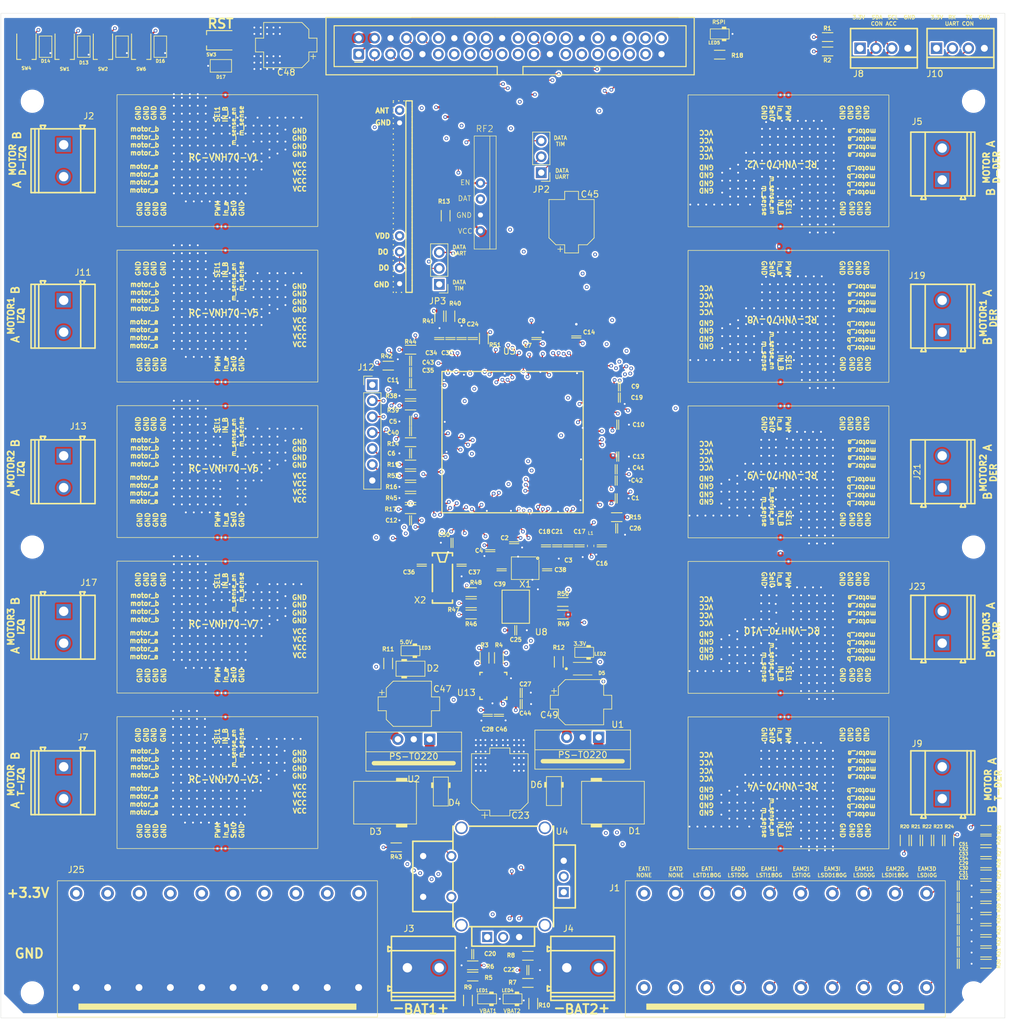
<source format=kicad_pcb>
(kicad_pcb (version 20241229) (generator "pcbnew") (generator_version "9.0")
  (title_block (title "RC KAKATA CONTROL") (date "2025-12-01") (rev "1.0") (company "Design: Carlos Pichardo"))
  (layers (0 "F.Cu" signal) (4 "In1.Cu" mixed) (6 "In2.Cu" signal) (8 "In3.Cu" signal) (10 "In4.Cu" signal) (2 "B.Cu" mixed) (13 "F.Paste" user) (15 "B.Paste" user) (5 "F.SilkS" user "F.Silkscreen") (7 "B.SilkS" user "B.Silkscreen") (1 "F.Mask" user) (3 "B.Mask" user) (25 "Edge.Cuts" user))
  (net 0 "")
  (net 1 "GND")
  (net 2 "+3.3V")
  (net 3 "VDDA")
  (net 4 "/LS_DELANTERO_DX_180G")
  (net 5 "/LS_DELANTERO_DX_0G")
  (net 6 "/LS_DELANTERO_IX_180G")
  (net 7 "/LS_DELANTERO_IX_0G")
  (net 8 "/VBAT_1")
  (net 9 "/motor_driver/SEL0")
  (net 10 "/motor_driver/SEL1")
  (net 11 "/motor_driver/M_SENSE")
  (net 12 "/motor_driver/M_SENSE_EN")
  (net 13 "/motor_driver1/M_SENSE_EN")
  (net 14 "/motor_driver1/SEL0")
  (net 15 "/motor_driver1/SEL1")
  (net 16 "/motor_driver1/M_SENSE")
  (net 17 "/motor_driver2/SEL0")
  (net 18 "/motor_driver2/M_SENSE")
  (net 19 "/VBAT_2")
  (net 20 "/motor_driver2/SEL1")
  (net 21 "/motor_driver2/M_SENSE_EN")
  (net 22 "/motor_driver3/M_SENSE_EN")
  (net 23 "/motor_driver3/SEL1")
  (net 24 "/motor_driver3/SEL0")
  (net 25 "/motor_driver3/M_SENSE")
  (net 26 "/motor_driver4/M_SENSE")
  (net 27 "/motor_driver4/SEL1")
  (net 28 "/motor_driver4/SEL0")
  (net 29 "/motor_driver4/M_SENSE_EN")
  (net 30 "/motor_driver5/SEL0")
  (net 31 "/motor_driver5/M_SENSE_EN")
  (net 32 "/motor_driver5/M_SENSE")
  (net 33 "/motor_driver5/SEL1")
  (net 34 "/motor_driver6/M_SENSE")
  (net 35 "/motor_driver6/M_SENSE_EN")
  (net 36 "/motor_driver6/SEL0")
  (net 37 "/motor_driver6/SEL1")
  (net 38 "/motor_driver7/SEL0")
  (net 39 "/motor_driver7/M_SENSE")
  (net 40 "/motor_driver7/M_SENSE_EN")
  (net 41 "/motor_driver7/SEL1")
  (net 42 "/motor_driver8/SEL0")
  (net 43 "/motor_driver8/M_SENSE")
  (net 44 "/motor_driver8/M_SENSE_EN")
  (net 45 "/motor_driver8/SEL1")
  (net 46 "/motor_driver9/M_SENSE_EN")
  (net 47 "/motor_driver9/SEL0")
  (net 48 "/motor_driver9/M_SENSE")
  (net 49 "/motor_driver9/SEL1")
  (net 50 "+5V")
  (net 51 "/nrst")
  (net 52 "/NJTRST")
  (net 53 "/PWM_DELANTERO_IZQ")
  (net 54 "/PWM_DELANTERO_DER")
  (net 55 "/DIR_B_DELANTERO_IZQ")
  (net 56 "/DIR_A_DELANTERO_IZQ")
  (net 57 "/PWM_TRASERO_IZQ")
  (net 58 "/PWM_TRASERO_DER")
  (net 59 "/DIR_A_MOTOR_IZQ")
  (net 60 "/DIR_B_MOTOR_IZQ")
  (net 61 "/PWM_MOTOR_1_IZQ")
  (net 62 "/PWM_MOTOR_2_IZQ")
  (net 63 "/PWM_MOTOR_3_IZQ")
  (net 64 "/DIR_A_MOTOR_DER")
  (net 65 "/DIR_B_MOTOR_DER")
  (net 66 "/PWM_MOTOR_1_DER")
  (net 67 "/PWM_MOTOR_2_DER")
  (net 68 "/PWM_MOTOR_3_DER")
  (net 69 "/motor_driver/MA")
  (net 70 "/motor_driver/MB")
  (net 71 "/motor_driver1/MA")
  (net 72 "/motor_driver1/MB")
  (net 73 "/motor_driver2/MB")
  (net 74 "/motor_driver2/MA")
  (net 75 "/motor_driver3/MA")
  (net 76 "/motor_driver3/MB")
  (net 77 "/motor_driver4/MB")
  (net 78 "/motor_driver4/MA")
  (net 79 "/motor_driver5/MB")
  (net 80 "/motor_driver5/MA")
  (net 81 "/motor_driver6/MB")
  (net 82 "/motor_driver6/MA")
  (net 83 "/motor_driver7/MB")
  (net 84 "/motor_driver7/MA")
  (net 85 "/motor_driver8/MB")
  (net 86 "/motor_driver8/MA")
  (net 87 "/motor_driver9/MA")
  (net 88 "/motor_driver9/MB")
  (net 89 "/LS_TRASERO_DX_180G")
  (net 90 "/LS_TRASERO_DX_0G")
  (net 91 "/ENC_A_DELANTERO_DER")
  (net 92 "/ENC_A_TRASERO_DER")
  (net 93 "/ENC_A_MOTOR_2_IZQ")
  (net 94 "/LS_TRASERO_IX_180G")
  (net 95 "/ENC_A_DELANTERO_IZQ")
  (net 96 "/LS_TRASERO_IX_0G")
  (net 97 "/ENC_A_MOTOR_3_IZQ")
  (net 98 "/ENC_A_MOTOR_1_DER")
  (net 99 "/ENC_A_MOTOR_1_IZQ")
  (net 100 "/power_supply/vbat_in")
  (net 101 "Net-(JP3-C)")
  (net 103 "/ENC_A_MOTOR_3_DER")
  (net 104 "/ENC_A_TRASERO_IZQ")
  (net 105 "/ENC_A_MOTOR_2_DER")
  (net 107 "Net-(LED1-A)")
  (net 108 "Net-(LED2-A)")
  (net 109 "Net-(LED3-A)")
  (net 110 "Net-(LED4-A)")
  (net 111 "/DIR_A_DELANTERO_DER")
  (net 112 "/vcap2")
  (net 113 "/vcap1")
  (net 114 "/UART_RX")
  (net 115 "/UART_TX")
  (net 116 "/FLASH_IO_3")
  (net 117 "/FLASH_CLK")
  (net 118 "/FLASH_CS")
  (net 119 "/FLASH_IO_1")
  (net 120 "/FLASH_IO_2")
  (net 121 "/FLASH_IO_0")
  (net 146 "Net-(J6-3V3-Pad1)")
  (net 160 "/DIR_B_DELANTERO_DER")
  (net 162 "/RPI_GPIO_SDA")
  (net 168 "/RPI_GPIO_SCL")
  (net 172 "Net-(LED5-A)")
  (net 176 "/RF_DATA_EN")
  (net 219 "Net-(JP2-C)")
  (net 220 "/RF_DATA_UART_TX")
  (net 221 "/RF_DATA_TIMER")
  (net 222 "/RF_DATA_IN_UART")
  (net 223 "/RF_DATA_IN_TIM")
  (net 224 "/XTAL_32K_IN")
  (net 225 "/XTAL_32K_OUT")
  (net 226 "/XTAL_25M_OUT")
  (net 227 "/XTAL_25M_IN")
  (net 228 "/RPI_UART2_TX")
  (net 229 "/RPI_SPI_MISO")
  (net 230 "/RPI_SPI_CLK")
  (net 231 "/RPI_UART2_RX")
  (net 232 "/RPI_SPI_MOSI")
  (net 233 "/RPI_SPI_CS")
  (net 236 "/ADC_VBAT1")
  (net 237 "/ADC_VBAT2")
  (net 238 "/JOY_PB")
  (net 239 "/JOY_DIRB")
  (net 240 "/JOY_DIRA")
  (net 245 "/ACC_I2C_SDA")
  (net 246 "/ACC_I2C_SCL")
  (net 247 "Net-(U13-REGOUT)")
  (net 248 "/acc-gyr/NCS")
  (net 249 "/BUTON1")
  (net 250 "/BUTON2")
  (net 251 "/BUTON4")
  (net 252 "/BUTON3")
  (net 253 "Net-(U3-VBAT)")
  (net 254 "Net-(U3-BOOT0)")
  (net 255 "Net-(U3-PDR_ON)")
  (net 256 "/ACC_GYR_SDA")
  (net 257 "/ACC_GYR_SCL")
  (net 258 "Net-(U8-IO3)")
  (net 259 "Net-(U8-CLK)")
  (net 260 "Net-(U8-DI)")
  (net 261 "Net-(U8-DO)")
  (net 262 "Net-(U8-IO2)")
  (net 263 "/ACC_GYR_INT")
  (net 264 "/JTMS{slash}SWDIO")
  (net 265 "/JTCK{slash}SWCLK")
  (net 266 "/JTDI")
  (net 267 "/JTDO")
  (net 268 "/DIR_A_TRASERO_IZQ")
  (net 269 "/DIR_B_TRASERO_IZQ")
  (net 270 "/DIR_A_TRASERO_DER")
  (net 271 "/DIR_B_TRASERO_DER")
  (footprint "4ms_Capacitor:C_0603" (layer "F.Cu") (at 169.684 109.796 90)
    (property "Reference" "C24")
    (property "Value" "100NF" (hide yes))
  )
  (footprint "EasyEDA:QFN-24_L4.0-W4.0-P0.50-TL-EP2.6" (layer "F.Cu") (at 172.974 165.1)
    (property "Reference" "U13")
    (property "Value" "ICM-20689")
  )
  (footprint "4ms_Capacitor:C_0603" (layer "F.Cu") (at 247.066 204.03)
    (property "Reference" "C29")
    (property "Value" "100NF" (hide yes))
  )
  (footprint "MG_footprints:RC-VNH70-V1" (layer "F.Cu") (at 236 145.2925 180)
    (property "Reference" "RC-VNH70-V10")
    (property "Value" "~")
  )
  (footprint "4ms_Resistor:R_0603" (layer "F.Cu") (at 251.472 196.918 180)
    (property "Reference" "R37")
    (property "Value" "22K" (hide yes))
  )
  (footprint "EasyEDA:LQFP-176_L24.0-W24.0-P0.50-LS26.0-BL" (layer "F.Cu") (at 176.034 126.29)
    (property "Reference" "U3")
    (property "Value" "STM32H743IIT6")
  )
  (footprint "4ms_Resistor:R_0603" (layer "F.Cu") (at 251.472 195.14 180)
    (property "Reference" "R29")
    (property "Value" "22K" (hide yes))
  )
  (footprint "4ms_Capacitor:C_0603" (layer "F.Cu") (at 181.368 142.816 -90)
    (property "Reference" "C18")
    (property "Value" "100NF" (hide yes))
  )
  (footprint "EasyEDA:CONN-TH_2P-P5.08_DIBO_DB128V-5.08" (layer "F.Cu") (at 244.5 180.535 90)
    (property "Reference" "J9")
    (property "Value" "Screw_Terminal_01x02")
  )
  (footprint "EasyEDA:CONN-TH_2P-P5.08_DIBO_DB128V-5.08" (layer "F.Cu") (at 104.5 106.24 -90)
    (property "Reference" "J11")
    (property "Value" "Screw_Terminal_01x02")
  )
  (footprint "MG_footprints:RC-VNH70-V1" (layer "F.Cu") (at 236 170.0575 180)
    (property "Reference" "RC-VNH70-V4")
    (property "Value" "~")
  )
  (footprint "Snapeda:SMF3.3_SODFL3718X108N" (layer "F.Cu") (at 187.198 162.374)
    (property "Reference" "D5")
    (property "Value" "SMF3.3" (hide yes))
  )
  (footprint "EasyEDA:Itla_RC_RF_433MHz_transmitter" (layer "F.Cu") (at 181.6675 77.0405 180)
    (property "Reference" "RF2")
    (property "Value" "~")
  )
  (footprint "Diode_SMD_AKL:D_SMC" (layer "F.Cu") (at 192.036 183.71)
    (property "Reference" "D1")
    (property "Value" "SS54" (hide yes))
  )
  (footprint "4ms_Resistor:R_0603" (layer "F.Cu") (at 251.472 205.808 180)
    (property "Reference" "R32")
    (property "Value" "22K" (hide yes))
  )
  (footprint "4ms_Capacitor:C_0603" (layer "F.Cu") (at 183.146 142.816 -90)
    (property "Reference" "C21")
    (property "Value" "100NF" (hide yes))
  )
  (footprint "MountingHole:MountingHole_3.2mm_M3" (layer "F.Cu") (at 99.5 143)
    (property "Reference" "H3" (hide yes))
    (property "Value" "MountingHole")
  )
  (footprint "MG_footprints:RC-VNH70-V1" (layer "F.Cu") (at 236 95.7625 180)
    (property "Reference" "RC-VNH70-V8")
    (property "Value" "~")
  )
  (footprint "4ms_Resistor:R_0603" (layer "F.Cu") (at 251.472 207.586 180)
    (property "Reference" "R31")
    (property "Value" "22K" (hide yes))
  )
  (footprint "4ms_Resistor:R_0603" (layer "F.Cu") (at 251.472 198.696 180)
    (property "Reference" "R36")
    (property "Value" "22K" (hide yes))
  )
  (footprint "Diode_SMD_AKL:D_SOD-323_TVS" (layer "F.Cu") (at 113.804 63.314 90)
    (property "Reference" "D15" (hide yes))
    (property "Value" "PESD3V3L1BA" (hide yes))
  )
  (footprint "EasyEDA:CONN-TH_2P-P5.08_DIBO_DB128V-5.08" (layer "F.Cu") (at 244.5 131.005 90)
    (property "Reference" "J21")
    (property "Value" "Screw_Terminal_01x02")
  )
  (footprint "4ms_Resistor:R_0603" (layer "F.Cu") (at 251.472 204.03 180)
    (property "Reference" "R33")
    (property "Value" "22K" (hide yes))
  )
  (footprint "Capacitor_SMD_AKL:CP_Elec_6.3x5.9" (layer "F.Cu") (at 159.512 167.962)
    (property "Reference" "C47")
    (property "Value" "100uF" (hide yes))
  )
  (footprint "4ms_Resistor:R_0603" (layer "F.Cu") (at 209.042 64.584)
    (property "Reference" "R18")
    (property "Value" "300" (hide yes))
  )
  (footprint "4ms_Capacitor:C_0603" (layer "F.Cu") (at 159.778 138.752 180)
    (property "Reference" "C12")
    (property "Value" "100NF" (hide yes))
  )
  (footprint "4ms_Capacitor:C_0603" (layer "F.Cu") (at 247.066 205.808)
    (property "Reference" "C30")
    (property "Value" "100NF" (hide yes))
  )
  (footprint "Diode_SMD_AKL:D_SOD-123F" (layer "F.Cu") (at 164.604 181.932 -90)
    (property "Reference" "D4")
    (property "Value" "SMF24CA" (hide yes))
  )
  (footprint "4ms_Capacitor:C_0603" (layer "F.Cu") (at 172.074 169.793 -90)
    (property "Reference" "C28")
    (property "Value" "10NF" (hide yes))
  )
  (footprint "MountingHole:MountingHole_3.2mm_M3" (layer "F.Cu") (at 249.5 214)
    (property "Reference" "H6" (hide yes))
    (property "Value" "MountingHole")
  )
  (footprint "Diode_SMD_AKL:D_SOD-123F" (layer "F.Cu") (at 159.766 162.374)
    (property "Reference" "D2")
    (property "Value" "SMF5.0A" (hide yes))
  )
  (footprint "4ms_Resistor:R_0603" (layer "F.Cu") (at 159.776 135.196 180)
    (property "Reference" "R45")
    (property "Value" "10K" (hide yes))
  )
  (footprint "4ms_Resistor:R_0603" (layer "F.Cu") (at 166.128 106.24 -90)
    (property "Reference" "R40")
    (property "Value" "22K" (hide yes))
  )
  (footprint "EasyEDA:SW-SMD_L3.9-W3.0-P4.45" (layer "F.Cu") (at 98.564 63.314 90)
    (property "Reference" "SW4")
    (property "Value" "TS-1088-AR02016")
  )
  (footprint "EasyEDA:CONN-TH_2P-P5.08_DIBO_DB128V-5.08" (layer "F.Cu") (at 244.5 82 90)
    (property "Reference" "J5")
    (property "Value" "Screw_Terminal_01x02")
  )
  (footprint "EasyEDA:SW-SMD_L3.9-W3.0-P4.45" (layer "F.Cu") (at 104.66 63.314 90)
    (property "Reference" "SW1")
    (property "Value" "TS-1088-AR02016")
  )
  (footprint "4ms_Resistor:R_0603" (layer "F.Cu") (at 169.43 153.738 180)
    (property "Reference" "R46")
    (property "Value" "33R" (hide yes))
  )
  (footprint "4ms_Capacitor:C_0603" (layer "F.Cu") (at 186.194 109.542 90)
    (property "Reference" "C14")
    (property "Value" "100NF" (hide yes))
  )
  (footprint "LED_SMD_AKL:LED_0603_1608Metric" (layer "F.Cu") (at 187.452 159.766 180)
    (property "Reference" "LED2")
    (property "Value" "LED_0603_Red" (hide yes))
  )
  (footprint "4ms_Capacitor:C_0603" (layer "F.Cu") (at 159.776 115.13 180)
    (property "Reference" "C35")
    (property "Value" "100NF" (hide yes))
  )
  (footprint "EasyEDA:CONN-TH_2P-P5.08_DIBO_DB128V-5.08" (layer "F.Cu") (at 104.5 155.77 -90)
    (property "Reference" "J17")
    (property "Value" "Screw_Terminal_01x02")
  )
  (footprint "4ms_Resistor:R_0603" (layer "F.Cu") (at 165.366 90.238 90)
    (property "Reference" "R13")
    (property "Value" "10K" (hide yes))
  )
  (footprint "4ms_Capacitor:C_0603" (layer "F.Cu") (at 192.544 135.25)
    (property "Reference" "C1")
    (property "Value" "100NF" (hide yes))
  )
  (footprint "MG_footprints:RC-VNH70-V1" (layer "F.Cu") (at 113 141.4825)
    (property "Reference" "RC-VNH70-V6")
    (property "Value" "~")
  )
  (footprint "4ms_Capacitor:C_0603" (layer "F.Cu") (at 173.852 169.793 -90)
    (property "Reference" "C46")
    (property "Value" "0.47uF" (hide yes))
  )
  (footprint "Diode_SMD_AKL:D_SOD-323_TVS" (layer "F.Cu") (at 107.708 63.314 90)
    (property "Reference" "D13")
    (property "Value" "PESD3V3L1BA" (hide yes))
  )
  (footprint "MountingHole:MountingHole_3.2mm_M3" (layer "F.Cu") (at 249.5 72)
    (property "Reference" "H5" (hide yes))
    (property "Value" "MountingHole")
  )
  (footprint "4ms_Resistor:R_0603" (layer "F.Cu") (at 156.21 161.544 90)
    (property "Reference" "R11")
    (property "Value" "1K" (hide yes))
  )
  (footprint "4ms_Resistor:R_0603" (layer "F.Cu") (at 159.778 131.64)
    (property "Reference" "R52")
    (property "Value" "10K" (hide yes))
  )
  (footprint "4ms_Capacitor:C_0603" (layer "F.Cu") (at 172.478 143.578 -90)
    (property "Reference" "C4")
    (property "Value" "100NF" (hide yes))
  )
  (footprint "MG_footprints:DG250T-5.0-20P" (layer "F.Cu") (at 197 213.15)
    (property "Reference" "J1")
    (property "Value" "Conn_02x20_Socket_DG250T-5.0-20P")
  )
  (footprint "Capacitor_SMD_AKL:CP_Elec_8x6.2" (layer "F.Cu") (at 174.002 180.408 90)
    (property "Reference" "C23")
    (property "Value" "100uF" (hide yes))
  )
  (footprint "4ms_Resistor:R_0603" (layer "F.Cu") (at 168.922 215.206 -90)
    (property "Reference" "R9")
    (property "Value" "2.2K" (hide yes))
  )
  (footprint "4ms_Resistor:R_0603" (layer "F.Cu") (at 183.388 161.29 90)
    (property "Reference" "R12")
    (property "Value" "300" (hide yes))
  )
  (footprint "EasyEDA:CONN-TH_2P-P5.08_DIBO_DB128V-5.08" (layer "F.Cu") (at 104.5 180.535 -90)
    (property "Reference" "J7")
    (property "Value" "Screw_Terminal_01x02")
  )
  (footprint "EasyEDA:JOYTICK-TH_YF16S-FL7.2-B5KB-45-10-Y_1" (layer "F.Cu") (at 172.986 196.41)
    (property "Reference" "U4")
    (property "Value" "YK16S-L7.2-B10KA(32-8)-G-A29")
  )
  (footprint "4ms_Resistor:R_0603" (layer "F.Cu") (at 169.684 211.396)
    (property "Reference" "R5")
    (property "Value" "10K" (hide yes))
  )
  (footprint "4ms_Capacitor:C_0603" (layer "F.Cu") (at 192.632 140.022)
    (property "Reference" "C26")
    (property "Value" "100NF" (hide yes))
  )
  (footprint "4ms_Capacitor:C_0603" (layer "F.Cu") (at 159.776 116.908 180)
    (property "Reference" "C11")
    (property "Value" "100NF" (hide yes))
  )
  (footprint "EasyEDA:MC-306_4P-L8.0-W3.2-P5.5-BL" (layer "F.Cu") (at 164.862 147.924 -90)
    (property "Reference" "X2")
    (property "Value" "Q13MC3061000300")
  )
  (footprint "4ms_Resistor:R_0603" (layer "F.Cu") (at 184.04 153.75 180)
    (property "Reference" "R49")
    (property "Value" "33R" (hide yes))
  )
  (footprint "4ms_Capacitor:C_0603" (layer "F.Cu") (at 179.844 109.792 90)
    (property "Reference" "C7")
    (property "Value" "100NF" (hide yes))
  )
  (footprint "4ms_Resistor:R_0603" (layer "F.Cu") (at 169.684 209.618)
    (property "Reference" "R6")
    (property "Value" "1K" (hide yes))
  )
  (footprint "4ms_Capacitor:C_0603" (layer "F.Cu") (at 247.066 196.918)
    (property "Reference" "C51")
    (property "Value" "100NF" (hide yes))
  )
  (footprint "4ms_Resistor:R_0603" (layer "F.Cu") (at 171.566 160.649 -90)
    (property "Reference" "R3")
    (property "Value" "10K" (hide yes))
  )
  (footprint "4ms_Capacitor:C_0603" (layer "F.Cu") (at 193.052 119.194)
    (property "Reference" "C19")
    (property "Value" "100NF" (hide yes))
  )
  (footprint "EasyEDA:CONN-TH_DB125-2.54-4P-GN" (layer "F.Cu") (at 247.408 63.568)
    (property "Reference" "J10")
    (property "Value" "DB125-2.54-4P-GN")
  )
  (footprint "4ms_Capacitor:C_0603" (layer "F.Cu") (at 166.128 109.796 90)
    (property "Reference" "C33")
    (property "Value" "100NF" (hide yes))
  )
  (footprint "Diode_SMD_AKL:D_SOD-323_TVS" (layer "F.Cu") (at 129.552 66.362)
    (property "Reference" "D17")
    (property "Value" "PESD3V3L1BA" (hide yes))
  )
  (footprint "4ms_Capacitor:C_0603" (layer "F.Cu") (at 159.776 122.898 180)
    (property "Reference" "C5")
    (property "Value" "100NF" (hide yes))
  )
  (footprint "Crystal_AKL:Crystal_SMD_3225-4Pin_3.2x2.5mm" (layer "F.Cu") (at 178.04 146.372 180)
    (property "Reference" "X1")
    (property "Value" "SMD3225-4" (hide yes))
  )
  (footprint "SparkFun-Connector:2x20_Shrouded" (layer "F.Cu") (at 151.51 64.5 90)
    (property "Reference" "J6")
    (property "Value" "Raspberry_Pi_2x20_PTH")
  )
  (footprint "MG_footprints:RC-VNH70-V1" (layer "F.Cu") (at 113 91.9525)
    (property "Reference" "RC-VNH70-V1")
    (property "Value" "~")
  )
  (footprint "4ms_Capacitor:C_0603" (layer "F.Cu") (at 193.052 117.416)
    (property "Reference" "C9")
    (property "Value" "100NF" (hide yes))
  )
  (footprint "4ms_Resistor:R_0603" (layer "F.Cu") (at 159.778 129.862)
    (property "Reference" "R19")
    (property "Value" "10K" (hide yes))
  )
  (footprint "EasyEDA:CONN-TH_2P-P5.08_DIBO_DB128V-5.08" (layer "F.Cu") (at 244.5 155.77 90)
    (property "Reference" "J23")
    (property "Value" "Screw_Terminal_01x02")
  )
  (footprint "4ms_Resistor:R_0603" (layer "F.Cu") (at 171.462 109.796 -90)
    (property "Reference" "R51")
    (property "Value" "100K" (hide yes))
  )
  (footprint "EasyEDA:Itla_RC_rf_433mhz_receiver" (layer "F.Cu") (at 160.032 87.19 180)
    (property "Reference" "RF1" (hide yes))
    (property "Value" "Receptor 433Mhz" (hide yes))
  )
  (footprint "Diode_SMD_AKL:D_SOD-123F" (layer "F.Cu") (at 182.626 181.864 -90)
    (property "Reference" "D6")
    (property "Value" "SMF24CA" (hide yes))
  )
  (footprint "4ms_Resistor:R_0603" (layer "F.Cu") (at 226.238 61.79)
    (property "Reference" "R1")
    (property "Value" "10K" (hide yes))
  )
  (footprint "4ms_Resistor:R_0603" (layer "F.Cu") (at 173.852 160.649 -90)
    (property "Reference" "R4")
    (property "Value" "10K" (hide yes))
  )
  (footprint "MG_footprints:RC-VNH70-V1" (layer "F.Cu") (at 113 191.0125)
    (property "Reference" "RC-VNH70-V3")
    (property "Value" "~")
  )
  (footprint "MG_footprints:PS-TO-220-3_Vertical" (layer "F.Cu") (at 160.286 173.6125 180)
    (property "Reference" "U2")
    (property "Value" "PS-TO220")
  )
  (footprint "4ms_Capacitor:C_0603" (layer "F.Cu") (at 164.35 109.796 90)
    (property "Reference" "C34")
    (property "Value" "100NF" (hide yes))
  )
  (footprint "4ms_Resistor:R_0603" (layer "F.Cu") (at 169.43 151.96 180)
    (property "Reference" "R47")
    (property "Value" "33R" (hide yes))
  )
  (footprint "4ms_Resistor:R_0603" (layer "F.Cu") (at 251.472 188.028 180)
    (property "Reference" "R25")
    (property "Value" "22K" (hide yes))
  )
  (footprint "4ms_Resistor:R_0603" (layer "F.Cu") (at 164.35 106.24 -90)
    (property "Reference" "R41")
    (property "Value" "22K" (hide yes))
  )
  (footprint "Diode_SMD_AKL:D_SOD-323_TVS" (layer "F.Cu") (at 119.9 63.314 90)
    (property "Reference" "D16")
    (property "Value" "PESD3V3L1BA" (hide yes))
  )
  (footprint "MountingHole:MountingHole_3.2mm_M3" (layer "F.Cu") (at 99.5 214)
    (property "Reference" "H1" (hide yes))
    (property "Value" "MountingHole")
  )
  (footprint "4ms_Capacitor:C_0603" (layer "F.Cu") (at 184.924 142.816 -90)
    (property "Reference" "C3")
    (property "Value" "100NF" (hide yes))
  )
  (footprint "EasyEDA:CONN-TH_2P-P5.08_DIBO_DB128V-5.08" (layer "F.Cu") (at 161.81 210)
    (property "Reference" "J3")
    (property "Value" "Screw_Terminal_01x02")
  )
  (footprint "4ms_Resistor:R_0603" (layer "F.Cu") (at 169.43 150.182 180)
    (property "Reference" "R48")
    (property "Value" "33R" (hide yes))
  )
  (footprint "4ms_Resistor:R_0603" (layer "F.Cu") (at 179.336 215.714 -90)
    (property "Reference" "R10")
    (property "Value" "2.2K" (hide yes))
  )
  (footprint "SparkFun-Capacitor:C_0603_1608Metric" (layer "F.Cu") (at 188.48 142.816 90)
    (property "Reference" "L1")
    (property "Value" "130nH")
  )
  (footprint "4ms_Resistor:R_0603" (layer "F.Cu") (at 251.472 200.474 180)
    (property "Reference" "R35")
    (property "Value" "22K" (hide yes))
  )
  (footprint "4ms_Capacitor:C_0603" (layer "F.Cu") (at 177.408 168.015)
    (property "Reference" "C44")
    (property "Value" "2.2uF" (hide yes))
  )
  (footprint "EasyEDA:CONN-TH_2P-P5.08_DIBO_DB128V-5.08" (layer "F.Cu") (at 187.21 210)
    (property "Reference" "J4")
    (property "Value" "Screw_Terminal_01x02")
  )
  (footprint "EasyEDA:CONN-TH_2P-P5.08_DIBO_DB128V-5.08" (layer "F.Cu") (at 244.5 106.24 90)
    (property "Reference" "J19")
    (property "Value" "Screw_Terminal_01x02")
  )
  (footprint "MG_footprints:PS-TO-220-3_Vertical" (layer "F.Cu") (at 187.21 173.296 180)
    (property "Reference" "U1")
    (property "Value" "PS-TO220")
  )
  (footprint "Capacitor_SMD_AKL:CP_Elec_6.3x5.9" (layer "F.Cu") (at 185.432 91.26 90)
    (property "Reference" "C45")
    (property "Value" "100uF" (hide yes))
  )
  (footprint "4ms_Resistor:R_0603" (layer "F.Cu") (at 159.778 111.574)
    (property "Reference" "R44")
    (property "Value" "22K" (hide yes))
  )
  (footprint "4ms_Capacitor:C_0603" (layer "F.Cu") (at 192.544 130.624 180)
    (property "Reference" "C41")
    (property "Value" "100NF" (hide yes))
  )
  (footprint "Diode_SMD_AKL:D_SOD-323_TVS" (layer "F.Cu") (at 101.612 63.314 90)
    (property "Reference" "D14")
    (property "Value" "PESD3V3L1BA" (hide yes))
  )
  (footprint "LED_SMD_AKL:LED_0603_1608Metric" (layer "F.Cu") (at 159.766 159.512 180)
    (property "Reference" "LED3")
    (property "Value" "LED_0603_Red" (hide yes))
  )
  (footprint "4ms_Resistor:R_0603" (layer "F.Cu") (at 240.296 189.718 -90)
    (property "Reference" "R21")
    (property "Value" "22K" (hide yes))
  )
  (footprint "4ms_Resistor:R_0603" (layer "F.Cu") (at 156.222 114.114)
    (property "Reference" "R42")
    (property "Value" "22K" (hide yes))
  )
  (footprint "4ms_Capacitor:C_0603" (layer "F.Cu") (at 190.258 142.816 -90)
    (property "Reference" "C16")
    (property "Value" "100NF" (hide yes))
  )
  (footprint "Connector_PinHeader_2.54mm:PinHeader_1x07_P2.54mm_Vertical" (layer "F.Cu") (at 153.682 117.162)
    (property "Reference" "J12")
    (property "Value" "Conn_01x07")
  )
  (footprint "Connector_PinHeader_2.54mm:PinHeader_1x03_P2.54mm_Vertical" (layer "F.Cu") (at 180.606 83.38 180)
    (property "Reference" "JP2")
    (property "Value" "Jumper_3_Bridged12")
  )
  (footprint "4ms_Capacitor:C_0603" (layer "F.Cu") (at 176.288 142.308 -90)
    (property "Reference" "C2")
    (property "Value" "100NF" (hide yes))
  )
  (footprint "4ms_Resistor:R_0603" (layer "F.Cu") (at 178.474 212.412 180)
    (property "Reference" "R7")
    (property "Value" "10K" (hide yes))
  )
  (footprint "4ms_Capacitor:C_0603" (layer "F.Cu") (at 181.54 146.622 90)
    (property "Reference" "C38")
    (property "Value" "12pF" (hide yes))
  )
  (footprint "LED_SMD_AKL:LED_0603_1608Metric" (layer "F.Cu") (at 209.042 61.282 180)
    (property "Reference" "LED5")
    (property "Value" "LED_0603_Red" (hide yes))
  )
  (footprint "4ms_Resistor:R_0603" (layer "F.Cu") (at 192.632 138.244 180)
    (property "Reference" "R15")
    (property "Value" "22K" (hide yes))
  )
  (footprint "4ms_Capacitor:C_0603" (layer "F.Cu") (at 247.066 209.364)
    (property "Reference" "C32")
    (property "Value" "100NF" (hide yes))
  )
  (footprint "EasyEDA:CONN-TH_2P-P5.08_DIBO_DB128V-5.08" (layer "F.Cu") (at 104.5 131.005 -90)
    (property "Reference" "J13")
    (property "Value" "Screw_Terminal_01x02")
  )
  (footprint "MG_footprints:RC-VNH70-V1" (layer "F.Cu") (at 113 166.2475)
    (property "Reference" "RC-VNH70-V7")
    (property "Value" "~")
  )
  (footprint "4ms_Capacitor:C_0603" (layer "F.Cu") (at 247.066 198.696)
    (property "Reference" "C52")
    (property "Value" "100NF" (hide yes))
  )
  (footprint "4ms_Capacitor:C_0603" (layer "F.Cu") (at 247.066 200.474)
    (property "Reference" "C53")
    (property "Value" "100NF" (hide yes))
  )
  (footprint "4ms_Resistor:R_0603" (layer "F.Cu") (at 242.074 189.718 -90)
    (property "Reference" "R22")
    (property "Value" "22K" (hide yes))
  )
  (footprint "Connector_PinHeader_2.54mm:PinHeader_1x03_P2.54mm_Vertical" (layer "F.Cu") (at 164.35 101.16 180)
    (property "Reference" "JP3")
    (property "Value" "Jumper_3_Bridged12")
  )
  (footprint "EasyEDA:CONN-TH_DB125-2.54-4P-GN" (layer "F.Cu") (at 235.216 63.568)
    (property "Reference" "J8")
    (property "Value" "DB125-2.54-4P-GN")
  )
  (footprint "LED_SMD_AKL:LED_0603_1608Metric" (layer "F.Cu") (at 176.034 214.952 180)
    (property "Reference" "LED4")
    (property "Value" "LED_0603_Red" (hide yes))
  )
  (footprint "4ms_Capacitor:C_0603" (layer "F.Cu") (at 178.474 210.38)
    (property "Reference" "C22")
    (property "Value" "1uF" (hide yes))
  )
  (footprint "4ms_Capacitor:C_0603" (layer "F.Cu") (at 159.776 124.528)
    (property "Reference" "C40")
    (property "Value" "100NF" (hide yes))
  )
  (footprint "MountingHole:MountingHole_3.2mm_M3" (layer "F.Cu") (at 249.5 143)
    (property "Reference" "H4" (hide yes))
    (property "Value" "MountingHole")
  )
  (footprint "MG_footprints:RC-VNH70-V1" (layer "F.Cu") (at 236 120.5275 180)
    (property "Reference" "RC-VNH70-V9")
    (property "Value" "~")
  )
  (footprint "EasyEDA:SW-SMD_L3.9-W3.0-P4.45" (layer "F.Cu") (at 116.852 63.314 90)
    (property "Reference" "SW6")
    (property "Value" "TS-1088-AR02016")
  )
  (footprint "4ms_Capacitor:C_0603" (layer "F.Cu") (at 247.066 202.252)
    (property "Reference" "C54")
    (property "Value" "100NF" (hide yes))
  )
  (footprint "4ms_Resistor:R_0603" (layer "F.Cu") (at 243.852 189.718 -90)
    (property "Reference" "R23")
    (property "Value" "22K" (hide yes))
  )
  (footprint "4ms_Capacitor:C_0603" (layer "F.Cu") (at 174.29 146.626 -90)
    (property "Reference" "C39")
    (property "Value" "12pF" (hide yes))
  )
  (footprint "4ms_Resistor:R_0603" (layer "F.Cu") (at 159.778 126.306)
    (property "Reference" "R14")
    (property "Value" "10K" (hide yes))
  )
  (footprint "EasyEDA:SW-SMD_L3.9-W3.0-P4.45" (layer "F.Cu") (at 129.298 62.298)
    (property "Reference" "SW3")
    (property "Value" "TS-1088-AR02016")
  )
  (footprint "4ms_Capacitor:C_0603" (layer "F.Cu") (at 177.408 166.237)
    (property "Reference" "C27")
    (property "Value" "100NF" (hide yes))
  )
  (footprint "4ms_Resistor:R_0603" (layer "F.Cu") (at 238.518 189.718 -90)
    (property "Reference" "R20")
    (property "Value" "22K" (hide yes))
  )
  (footprint "4ms_Resistor:R_0603" (layer "F.Cu") (at 251.472 189.718 180)
    (property "Reference" "R26")
    (property "Value" "22K" (hide yes))
  )
  (footprint "Capacitor_SMD_AKL:CP_Elec_6.3x5.9" (layer "F.Cu") (at 186.944 167.708)
    (property "Reference" "C49")
    (property "Value" "100uF" (hide yes))
  )
  (footprint "4ms_Capacitor:C_0603" (layer "F.Cu") (at 161.56 145.892 90)
    (property "Reference" "C36")
    (property "Value" "8pF" (hide yes))
  )
  (footprint "4ms_Capacitor:C_0603" (layer "F.Cu") (at 192.798 128.592)
    (property "Reference" "C13")
    (property "Value" "100NF" (hide yes))
  )
  (footprint "4ms_Capacitor:C_0603" (layer "F.Cu") (at 159.776 128.084 180)
    (property "Reference" "C6")
    (property "Value" "100NF" (hide yes))
  )
  (footprint "4ms_Resistor:R_0603" (layer "F.Cu") (at 226.238 64.076)
    (property "Reference" "R2")
    (property "Value" "10K" (hide yes))
  )
  (footprint "4ms_Resistor:R_0603" (layer "F.Cu") (at 251.472 193.362 180)
    (property "Reference" "R28")
    (property "Value" "22K" (hide yes))
  )
  (footprint "4ms_Capacitor:C_0603" (layer "F.Cu") (at 169.684 207.84 180)
    (property "Reference" "C20")
    (property "Value" "1uF" (hide yes))
  )
  (footprint "4ms_Capacitor:C_0603" (layer "F.Cu") (at 167.91 145.892 90)
    (property "Reference" "C37")
    (property "Value" "8pF" (hide yes))
  )
  (footprint "MG_footprints:DG250T-5.0-20P" (layer "F.Cu") (at 106.5 213.15)
    (property "Reference" "J25")
    (property "Value" "Conn_02x20_Socket_DG250T-5.0-20P")
  )
  (footprint "Capacitor_SMD_AKL:CP_Elec_6.3x5.9" (layer "F.Cu") (at 139.966 63.06 180)
    (property "Reference" "C48")
    (property "Value" "100uF" (hide yes))
  )
  (footprint "4ms_Resistor:R_0603" (layer "F.Cu") (at 159.776 136.974)
    (property "Reference" "R17")
    (property "Value" "10K" (hide yes))
  )
  (footprint "EasyEDA:SW-SMD_L3.9-W3.0-P4.45" (layer "F.Cu") (at 110.756 63.314 90)
    (property "Reference" "SW2")
    (property "Value" "TS-1088-AR02016")
  )
  (footprint "4ms_Resistor:R_0603" (layer "F.Cu") (at 159.776 120.464)
    (property "Reference" "R39")
    (property "Value" "10K" (hide yes))
  )
  (footprint "4ms_Resistor:R_0603" (layer "F.Cu") (at 251.472 202.252 180)
    (property "Reference" "R34")
    (property "Value" "22K" (hide yes))
  )
  (footprint "4ms_Resistor:R_0603" (layer "F.Cu") (at 251.472 209.364 180)
    (property "Reference" "R30")
    (property "Value" "22K" (hide yes))
  )
  (footprint "MG_footprints:RC-VNH70-V1" (layer "F.Cu") (at 236 70.9975 180)
    (property "Reference" "RC-VNH70-V2")
    (property "Value" "~")
  )
  (footprint "4ms_Resistor:R_0603" (layer "F.Cu") (at 159.776 118.686 180)
    (property "Reference" "R38")
    (property "Value" "10K" (hide yes))
  )
  (footprint "4ms_Resistor:R_0603" (layer "F.Cu") (at 159.778 133.418 180)
    (property "Reference" "R16")
    (property "Value" "10K" (hide yes))
  )
  (footprint "4ms_Resistor:R_0603" (layer "F.Cu") (at 184.04 151.75 180)
    (property "Reference" "R50")
    (property "Value" "33R" (hide yes))
  )
  (footprint "EasyEDA:CONN-TH_2P-P5.08_DIBO_DB128V-5.08" (layer "F.Cu") (at 104.5 81.475 -90)
    (property "Reference" "J2")
    (property "Value" "Screw_Terminal_01x02")
  )
  (footprint "4ms_Resistor:R_0603" (layer "F.Cu") (at 178.474 208.094 180)
    (property "Reference" "R8")
    (property "Value" "1K" (hide yes))
  )
  (footprint "4ms_Resistor:R_0603" (layer "F.Cu") (at 251.472 191.584 180)
    (property "Reference" "R27")
    (property "Value" "22K" (hide yes))
  )
  (footprint "4ms_Resistor:R_0603" (layer "F.Cu") (at 245.63 189.718 -90)
    (property "Reference" "R24")
    (property "Value" "22K" (hide yes))
  )
  (footprint "4ms_Capacitor:C_0603" (layer "F.Cu") (at 186.702 142.816 -90)
    (property "Reference" "C17")
    (property "Value" "100NF" (hide yes))
  )
  (footprint "4ms_Capacitor:C_0603" (layer "F.Cu") (at 176.542 156.25)
    (property "Reference" "C25")
    (property "Value" "100NF" (hide yes))
  )
  (footprint "EasyEDA:SOIC-8_L5.3-W5.3-P1.27-LS8.0-BL" (layer "F.Cu") (at 176.54 152.5 90)
    (property "Reference" "U8")
    (property "Value" "W25Q128JVSIQTR" (hide yes))
  )
  (footprint "4ms_Capacitor:C_0603" (layer "F.Cu") (at 167.906 109.796 90)
    (property "Reference" "C8")
    (property "Value" "100NF" (hide yes))
  )
  (footprint "Diode_SMD_AKL:D_SMC" (layer "F.Cu") (at 155.714 183.71 180)
    (property "Reference" "D3")
    (property "Value" "SS54" (hide yes))
  )
  (footprint "4ms_Capacitor:C_0603" (layer "F.Cu") (at 247.066 207.586)
    (property "Reference" "C31")
    (property "Value" "100NF" (hide yes))
  )
  (footprint "4ms_Capacitor:C_0603" (layer "F.Cu") (at 192.798 123.512)
    (property "Reference" "C10")
    (property "Value" "100NF" (hide yes))
  )
  (footprint "MountingHole:MountingHole_3.2mm_M3" (layer "F.Cu") (at 99.5 72)
    (property "Reference" "H2" (hide yes))
    (property "Value" "MountingHole")
  )
  (footprint "MG_footprints:RC-VNH70-V1" (layer "F.Cu") (at 113 116.7175)
    (property "Reference" "RC-VNH70-V5")
    (property "Value" "~")
  )
  (footprint "4ms_Capacitor:C_0603" (layer "F.Cu") (at 159.776 113.352 180)
    (property "Reference" "C43")
    (property "Value" "100NF" (hide yes))
  )
  (footprint "4ms_Capacitor:C_0603" (layer "F.Cu") (at 192.544 132.402 180)
    (property "Reference" "C42")
    (property "Value" "100NF" (hide yes))
  )
  (footprint "4ms_Resistor:R_0603" (layer "F.Cu") (at 157.492 190.822)
    (property "Reference" "R43")
    (property "Value" "22K" (hide yes))
  )
  (footprint "4ms_Capacitor:C_0603" (layer "F.Cu") (at 166.382 142.336 180)
    (property "Reference" "C50")
    (property "Value" "1uF" (hide yes))
  )
  (footprint "LED_SMD_AKL:LED_0603_1608Metric" (layer "F.Cu") (at 171.97 214.952 180)
    (property "Reference" "LED1")
    (property "Value" "LED_0603_Red" (hide yes))
  )
  (gr_rect (start 94.5 58) (end 254.5 218) (stroke (width 0.05)) (fill no) (layer "Edge.Cuts"))
  (gr_text "LSDI180G" (at 236.994 195.267 0) (layer "F.SilkS") (effects (font (size 0.6096 0.6096) (thickness 0.127) (bold yes))))
  (gr_text "A" (at 252.984 79.502 90) (layer "F.SilkS") (effects (font (size 1.25 1.25) (thickness 0.25) (bold yes)) (justify left bottom)))
  (gr_text "5.0V" (at 157.988 158.496 0) (layer "F.SilkS") (effects (font (size 0.6096 0.6096) (thickness 0.127) (bold yes)) (justify left bottom)))
  (gr_text "CON ACC" (at 233.057 60.012 0) (layer "F.SilkS") (effects (font (size 0.6096 0.6096) (thickness 0.127) (bold yes)) (justify left bottom)))
  (gr_text "+" (at 189.496 217.238 0) (layer "F.SilkS") (effects (font (size 1.5 1.5) (thickness 0.3) (bold yes)) (justify left bottom)))
  (gr_text "A" (at 97.536 184.792 90) (layer "F.SilkS") (effects (font (size 1.25 1.25) (thickness 0.25) (bold yes)) (justify left bottom)))
  (gr_text "LSTI180G" (at 216.928 195.267 0) (layer "F.SilkS") (effects (font (size 0.6096 0.6096) (thickness 0.127) (bold yes))))
  (gr_text "LSTD180G" (at 207.022 195.267 0) (layer "F.SilkS") (effects (font (size 0.6096 0.6096) (thickness 0.127) (bold yes))))
  (gr_text "B" (at 252.476 110.998 90) (layer "F.SilkS") (effects (font (size 1.25 1.25) (thickness 0.25) (bold yes)) (justify left bottom)))
  (gr_text "GND" (at 250.202 58.996 0) (layer "F.SilkS") (effects (font (size 0.6096 0.6096) (thickness 0.127) (bold yes)) (justify left bottom)))
  (gr_text "MOTOR2\nIZQ" (at 98.298 130.556 90) (layer "F.SilkS") (effects (font (size 1 1) (thickness 0.25) (bold yes)) (justify bottom)))
  (gr_text "B" (at 97.536 102.87 90) (layer "F.SilkS") (effects (font (size 1.25 1.25) (thickness 0.25) (bold yes)) (justify left bottom)))
  (gr_text "EADD" (at 211.975 194.251 0) (layer "F.SilkS") (effects (font (size 0.6096 0.6096) (thickness 0.127) (bold yes))))
  (gr_text "A" (at 253.238 177.8 90) (layer "F.SilkS") (effects (font (size 1.25 1.25) (thickness 0.25) (bold yes)) (justify left bottom)))
  (gr_text "EATI" (at 196.989 194.251 0) (layer "F.SilkS") (effects (font (size 0.6096 0.6096) (thickness 0.127) (bold yes))))
  (gr_text "+" (at 163.842 217.238 0) (layer "F.SilkS") (effects (font (size 1.5 1.5) (thickness 0.3) (bold yes)) (justify left bottom)))
  (gr_text "A" (at 252.984 153.028 90) (layer "F.SilkS") (effects (font (size 1.25 1.25) (thickness 0.25) (bold yes)) (justify left bottom)))
  (gr_text "MOTOR3\nDER" (at 253.746 156.33 90) (layer "F.SilkS") (effects (font (size 1 1) (thickness 0.25) (bold yes)) (justify bottom)))
  (gr_text "B" (at 252.476 135.636 90) (layer "F.SilkS") (effects (font (size 1.25 1.25) (thickness 0.25) (bold yes)) (justify left bottom)))
  (gr_text "B" (at 253.238 185.554 90) (layer "F.SilkS") (effects (font (size 1.25 1.25) (thickness 0.25) (bold yes)) (justify left bottom)))
  (gr_text "EAM2I" (at 222.008 194.251 0) (layer "F.SilkS") (effects (font (size 0.6096 0.6096) (thickness 0.127) (bold yes))))
  (gr_text "EAM1D" (at 232.041 194.251 0) (layer "F.SilkS") (effects (font (size 0.6096 0.6096) (thickness 0.127) (bold yes))))
  (gr_text "UART CON" (at 244.868 60.012 0) (layer "F.SilkS") (effects (font (size 0.6096 0.6096) (thickness 0.127) (bold yes)) (justify left bottom)))
  (gr_text "LSDD180G" (at 226.961 195.267 0) (layer "F.SilkS") (effects (font (size 0.6096 0.6096) (thickness 0.127) (bold yes))))
  (gr_text "LSDI0G" (at 242.074 195.267 0) (layer "F.SilkS") (effects (font (size 0.6096 0.6096) (thickness 0.127) (bold yes))))
  (gr_text "B" (at 252.984 160.782 90) (layer "F.SilkS") (effects (font (size 1.25 1.25) (thickness 0.25) (bold yes)) (justify left bottom)))
  (gr_text "MOTOR\nT-DER" (at 254 183.554 90) (layer "F.SilkS") (effects (font (size 1 1) (thickness 0.25) (bold yes)) (justify left bottom)))
  (gr_text "GND" (at 238.264 58.996 0) (layer "F.SilkS") (effects (font (size 0.6096 0.6096) (thickness 0.127) (bold yes)) (justify left bottom)))
  (gr_text "EAM1I" (at 216.928 194.251 0) (layer "F.SilkS") (effects (font (size 0.6096 0.6096) (thickness 0.127) (bold yes))))
  (gr_text "A" (at 252.476 103.244 90) (layer "F.SilkS") (effects (font (size 1.25 1.25) (thickness 0.25) (bold yes)) (justify left bottom)))
  (gr_text "MOTOR\nD-DER" (at 253.746 85.256 90) (layer "F.SilkS") (effects (font (size 1 1) (thickness 0.25) (bold yes)) (justify left bottom)))
  (gr_text "B" (at 97.536 177.038 90) (layer "F.SilkS") (effects (font (size 1.25 1.25) (thickness 0.25) (bold yes)) (justify left bottom)))
  (gr_text "-" (at 156.73 217.238 0) (layer "F.SilkS") (effects (font (size 1.5 1.5) (thickness 0.3) (bold yes)) (justify left bottom)))
  (gr_text "SDA" (at 233.184 58.996 0) (layer "F.SilkS") (effects (font (size 0.6096 0.6096) (thickness 0.127) (bold yes)) (justify left bottom)))
  (gr_text "B" (at 97.79 78.232 90) (layer "F.SilkS") (effects (font (size 1.25 1.25) (thickness 0.25) (bold yes)) (justify left bottom)))
  (gr_text "GND" (at 96.532 208.602 0) (layer "F.SilkS") (effects (font (size 1.5 1.5) (thickness 0.3) (bold yes)) (justify left bottom)))
  (gr_text "-" (at 182.384 217.238 0) (layer "F.SilkS") (effects (font (size 1.5 1.5) (thickness 0.3) (bold yes)) (justify left bottom)))
  (gr_text "VBAT1" (at 170.7 217.238 0) (layer "F.SilkS") (effects (font (size 0.6096 0.6096) (thickness 0.127) (bold yes)) (justify left bottom)))
  (gr_text "RX" (at 245.376 58.996 0) (layer "F.SilkS") (effects (font (size 0.6096 0.6096) (thickness 0.127) (bold yes)) (justify left bottom)))
  (gr_text "3.3V" (at 242.582 58.996 0) (layer "F.SilkS") (effects (font (size 0.6096 0.6096) (thickness 0.127) (bold yes)) (justify left bottom)))
  (gr_text "BAT2" (at 184.162 217.492 0) (layer "F.SilkS") (effects (font (size 1.5 1.5) (thickness 0.3) (bold yes)) (justify left bottom)))
  (gr_text "A" (at 97.536 110.624 90) (layer "F.SilkS") (effects (font (size 1.25 1.25) (thickness 0.25) (bold yes)) (justify left bottom)))
  (gr_text "EATD" (at 202.069 194.251 0) (layer "F.SilkS") (effects (font (size 0.6096 0.6096) (thickness 0.127) (bold yes))))
  (gr_text "MOTOR1\nDER" (at 253.238 106.546 90) (layer "F.SilkS") (effects (font (size 1 1) (thickness 0.25) (bold yes)) (justify bottom)))
  (gr_text "SCL" (at 235.724 58.996 0) (layer "F.SilkS") (effects (font (size 0.6096 0.6096) (thickness 0.127) (bold yes)) (justify left bottom)))
  (gr_text "MOTOR3\nIZQ" (at 98.298 155.702 90) (layer "F.SilkS") (effects (font (size 1 1) (thickness 0.25) (bold yes)) (justify bottom)))
  (gr_text "MOTOR2\nDER" (at 253.238 131.184 90) (layer "F.SilkS") (effects (font (size 1 1) (thickness 0.25) (bold yes)) (justify bottom)))
  (gr_text "EAM2D" (at 236.994 194.251 0) (layer "F.SilkS") (effects (font (size 0.6096 0.6096) (thickness 0.127) (bold yes))))
  (gr_text "DATA\nUART" (at 183.908 84.396 0) (layer "F.SilkS") (effects (font (size 0.6096 0.6096) (thickness 0.127) (bold yes)) (justify bottom)))
  (gr_text "+3.3V" (at 95.262 198.95 0) (layer "F.SilkS") (effects (font (size 1.5 1.5) (thickness 0.3) (bold yes)) (justify left bottom)))
  (gr_text "3.3V" (at 230.136 58.996 0) (layer "F.SilkS") (effects (font (size 0.6096 0.6096) (thickness 0.127) (bold yes)) (justify left bottom)))
  (gr_text "TX" (at 248.17 58.996 0) (layer "F.SilkS") (effects (font (size 0.6096 0.6096) (thickness 0.127) (bold yes)) (justify left bottom)))
  (gr_text "B" (at 97.536 127.254 90) (layer "F.SilkS") (effects (font (size 1.25 1.25) (thickness 0.25) (bold yes)) (justify left bottom)))
  (gr_text "3.3V" (at 185.674 158.75 0) (layer "F.SilkS") (effects (font (size 0.6096 0.6096) (thickness 0.127) (bold yes)) (justify left bottom)))
  (gr_text "EAM3D" (at 242.074 194.251 0) (layer "F.SilkS") (effects (font (size 0.6096 0.6096) (thickness 0.127) (bold yes))))
  (gr_text "MOTOR\nT-IZQ" (at 98.298 182.792 90) (layer "F.SilkS") (effects (font (size 1 1) (thickness 0.25) (bold yes)) (justify left bottom)))
  (gr_text "MOTOR1\nIZQ" (at 98.298 106.172 90) (layer "F.SilkS") (effects (font (size 1 1) (thickness 0.25) (bold yes)) (justify bottom)))
  (gr_text "EATI" (at 207.022 194.251 0) (layer "F.SilkS") (effects (font (size 0.6096 0.6096) (thickness 0.127) (bold yes))))
  (gr_text "DATA\nUART" (at 167.525 96.588 0) (layer "F.SilkS") (effects (font (size 0.6096 0.6096) (thickness 0.127) (bold yes)) (justify bottom)))
  (gr_text "LSDD0G" (at 232.041 195.267 0) (layer "F.SilkS") (effects (font (size 0.6096 0.6096) (thickness 0.127) (bold yes))))
  (gr_text "B" (at 97.536 152.4 90) (layer "F.SilkS") (effects (font (size 1.25 1.25) (thickness 0.25) (bold yes)) (justify left bottom)))
  (gr_text "B" (at 252.984 87.256 90) (layer "F.SilkS") (effects (font (size 1.25 1.25) (thickness 0.25) (bold yes)) (justify left bottom)))
  (gr_text "VBAT2" (at 174.51 217.238 0) (layer "F.SilkS") (effects (font (size 0.6096 0.6096) (thickness 0.127) (bold yes)) (justify left bottom)))
  (gr_text "DATA\nTIM" (at 183.654 79.189 0) (layer "F.SilkS") (effects (font (size 0.6096 0.6096) (thickness 0.127) (bold yes)) (justify bottom)))
  (gr_text "DATA\nTIM" (at 167.525 102.176 0) (layer "F.SilkS") (effects (font (size 0.6096 0.6096) (thickness 0.127) (bold yes)) (justify bottom)))
  (gr_text "RSPI" (at 207.772 59.758 0) (layer "F.SilkS") (effects (font (size 0.6096 0.6096) (thickness 0.127) (bold yes)) (justify left bottom)))
  (gr_text "A" (at 97.79 85.986 90) (layer "F.SilkS") (effects (font (size 1.25 1.25) (thickness 0.25) (bold yes)) (justify left bottom)))
  (gr_text "A" (at 252.476 127.882 90) (layer "F.SilkS") (effects (font (size 1.25 1.25) (thickness 0.25) (bold yes)) (justify left bottom)))
  (gr_text "RST" (at 127.266 60.52 0) (layer "F.SilkS") (effects (font (size 1.5 1.5) (thickness 0.3) (bold yes)) (justify left bottom)))
  (gr_text "A" (at 97.536 135.008 90) (layer "F.SilkS") (effects (font (size 1.25 1.25) (thickness 0.25) (bold yes)) (justify left bottom)))
  (gr_text "BAT1" (at 158.508 217.492 0) (layer "F.SilkS") (effects (font (size 1.5 1.5) (thickness 0.3) (bold yes)) (justify left bottom)))
  (gr_text "LSTI0G" (at 222.008 195.267 0) (layer "F.SilkS") (effects (font (size 0.6096 0.6096) (thickness 0.127) (bold yes))))
  (gr_text "LSTD0G" (at 211.975 195.267 0) (layer "F.SilkS") (effects (font (size 0.6096 0.6096) (thickness 0.127) (bold yes))))
  (gr_text "EAM3I" (at 226.961 194.251 0) (layer "F.SilkS") (effects (font (size 0.6096 0.6096) (thickness 0.127) (bold yes))))
  (gr_text "A" (at 97.536 160.154 90) (layer "F.SilkS") (effects (font (size 1.25 1.25) (thickness 0.25) (bold yes)) (justify left bottom)))
  (gr_text "NONE" (at 196.989 195.267 0) (layer "F.SilkS") (effects (font (size 0.6096 0.6096) (thickness 0.127) (bold yes))))
  (gr_text "NONE" (at 202.069 195.267 0) (layer "F.SilkS") (effects (font (size 0.6096 0.6096) (thickness 0.127) (bold yes))))
  (gr_text "MOTOR\nD-IZQ" (at 98.552 83.986 90) (layer "F.SilkS") (effects (font (size 1 1) (thickness 0.25) (bold yes)) (justify left bottom)))
  (segment (start 177.47 143.158) (end 177.558 143.07) (width 0.254) (layer "F.Cu") (net 1))
  (segment (start 180.284 113.74) (end 180.284 114.953) (width 0.254) (layer "F.Cu") (net 1))
  (segment (start 172.478 144.428) (end 171.55 144.428) (width 0.254) (layer "F.Cu") (net 1))
  (segment (start 216.188 95.7625) (end 216.188 99.737301) (width 0.1524) (layer "F.Cu") (net 1))
  (segment (start 169.684 108.946) (end 167.906 108.946) (width 0.2) (layer "F.Cu") (net 1))
  (segment (start 119.9 64.364) (end 117.982 64.364) (width 0.254) (layer "F.Cu") (net 1))
  (segment (start 193.394 132.402) (end 194.6864 132.402) (width 0.254) (layer "F.Cu") (net 1))
  (segment (start 107.708 64.364) (end 108.25 64.364) (width 0.254) (layer "F.Cu") (net 1))
  (segment (start 193.56 141.038) (end 193.9576 141.038) (width 0.254) (layer "F.Cu") (net 1))
  (segment (start 108.25 64.364) (end 108.47 64.584) (width 0.254) (layer "F.Cu") (net 1))
  (segment (start 132.812 191.0125) (end 132.812 186.97) (width 0.1524) (layer "F.Cu") (net 1))
  (segment (start 183.285166 137.373992) (end 183.284 137.375158) (width 0.254) (layer "F.Cu") (net 1))
  (segment (start 128.502 66.362) (end 127.52 66.362) (width 0.254) (layer "F.Cu") (net 1))
  (segment (start 193.648 128.592) (end 194.576 128.592) (width 0.254) (layer "F.Cu") (net 1))
  (segment (start 179.844 108.942) (end 180.698 108.942) (width 0.254) (layer "F.Cu") (net 1))
  (segment (start 172.7575 214.952) (end 174.002 214.952) (width 0.254) (layer "F.Cu") (net 1))
  (segment (start 163.197209 146.742) (end 165.760531 144.178678) (width 0.1524) (layer "F.Cu") (net 1))
  (segment (start 247.916 204.03) (end 249.186 204.03) (width 0.2) (layer "F.Cu") (net 1))
  (segment (start 216.188 70.9975) (end 216.188 75.067843) (width 0.1524) (layer "F.Cu") (net 1))
  (segment (start 179.324 210.38) (end 180.399 210.38) (width 0.254) (layer "F.Cu") (net 1))
  (segment (start 113.804 64.364) (end 114.532 64.364) (width 0.254) (layer "F.Cu") (net 1))
  (segment (start 158.926 124.528) (end 158.926 122.898) (width 0.2032) (layer "F.Cu") (net 1))
  (segment (start 247.916 196.918) (end 249.186 196.918) (width 0.2) (layer "F.Cu") (net 1))
  (segment (start 165.463142 127.998142) (end 165.51661 127.944674) (width 0.254) (layer "F.Cu") (net 1))
  (segment (start 175.784 137.232) (end 175.78 137.228) (width 0.254) (layer "F.Cu") (net 1))
  (segment (start 188.584 124.04) (end 187.23 124.04) (width 0.254) (layer "F.Cu") (net 1))
  (segment (start 160.5535 161.7615) (end 161.166 162.374) (width 0.2032) (layer "F.Cu") (net 1))
  (segment (start 177.558 214.952) (end 177.812 215.206) (width 0.254) (layer "F.Cu") (net 1))
  (segment (start 187.21 174.568792) (end 185.180792 176.598) (width 1.524) (layer "F.Cu") (net 1))
  (segment (start 181.54 147.472) (end 179.39 147.472) (width 0.3048) (layer "F.Cu") (net 1))
  (segment (start 179.129101 168.015) (end 179.118799 168.004698) (width 0.1524) (layer "F.Cu") (net 1))
  (segment (start 247.916 198.696) (end 249.186 198.696) (width 0.2) (layer "F.Cu") (net 1))
  (segment (start 158 113.352) (end 157.746 113.098) (width 0.2032) (layer "F.Cu") (net 1))
  (segment (start 247.916 200.474) (end 249.186 200.474) (width 0.2) (layer "F.Cu") (net 1))
  (segment (start 172.724 167.89) (end 172.8296 167.89) (width 0.1524) (layer "F.Cu") (net 1))
  (segment (start 176.94 144.555) (end 176.911 144.526) (width 0.254) (layer "F.Cu") (net 1))
  (segment (start 216.188 124.55) (end 216.293 124.655) (width 0.1524) (layer "F.Cu") (net 1))
  (segment (start 132.812 186.97) (end 132.727 186.885) (width 0.1524) (layer "F.Cu") (net 1))
  (segment (start 187.21 170.242) (end 187.21 173.296) (width 1.524) (layer "F.Cu") (net 1))
  (segment (start 161.166 162.374) (end 161.166 164.016) (width 0.762) (layer "F.Cu") (net 1))
  (segment (start 158.926 135.196) (end 158 135.196) (width 0.2) (layer "F.Cu") (net 1))
  (segment (start 164.632 142.336) (end 164.604 142.308) (width 0.1524) (layer "F.Cu") (net 1))
  (segment (start 168.284 113.74) (end 168.283999 115.564668) (width 0.254) (layer "F.Cu") (net 1))
  (segment (start 247.916 209.364) (end 249.186 209.364) (width 0.2) (layer "F.Cu") (net 1))
  (segment (start 193.902 120.21) (end 193.902 119.194) (width 0.254) (layer "F.Cu") (net 1))
  (segment (start 174.784 113.74) (end 174.784 115.364) (width 0.254) (layer "F.Cu") (net 1))
  (segment (start 188.798 164.724) (end 189.744 165.67) (width 0.762) (layer "F.Cu") (net 1))
  (segment (start 111.886 64.364) (end 110.756 65.494) (width 0.254) (layer "F.Cu") (net 1))
  (segment (start 171.784 137.686) (end 171.784 138.84) (width 0.254) (layer "F.Cu") (net 1))
  (segment (start 163.484 116.54) (end 164.972 116.54) (width 0.254) (layer "F.Cu") (net 1))
  (segment (start 132.812 162.289) (end 132.854 162.247) (width 0.1524) (layer "F.Cu") (net 1))
  (segment (start 186.952 129.04) (end 186.944 129.032) (width 0.254) (layer "F.Cu") (net 1))
  (segment (start 172.724 167.1) (end 172.724 167.7844) (width 0.1524) (layer "F.Cu") (net 1))
  (segment (start 165.026143 127.998142) (end 165.463142 127.998142) (width 0.254) (layer "F.Cu") (net 1))
  (segment (start 165.51661 127.944674) (end 165.51661 127.833297) (width 0.254) (layer "F.Cu") (net 1))
  (segment (start 188.584 129.04) (end 186.952 129.04) (width 0.254) (layer "F.Cu") (net 1))
  (segment (start 180.352 90.238) (end 171.035 90.238) (width 1.524) (layer "F.Cu") (net 1))
  (segment (start 216.188 174.08) (end 216.293 174.185) (width 0.1524) (layer "F.Cu") (net 1))
  (segment (start 171.935497 137.534503) (end 171.784 137.686) (width 0.254) (layer "F.Cu") (net 1))
  (segment (start 193.902 120.376) (end 193.902 120.21) (width 0.254) (layer "F.Cu") (net 1))
  (segment (start 171.935497 137.238788) (end 171.935497 137.534503) (width 0.254) (layer "F.Cu") (net 1))
  (segment (start 247.916 202.252) (end 249.186 202.252) (width 0.2) (layer "F.Cu") (net 1))
  (segment (start 165.532 142.336) (end 164.632 142.336) (width 0.1524) (layer "F.Cu") (net 1))
  (segment (start 172.72 167.894) (end 172.724 167.89) (width 0.1524) (layer "F.Cu") (net 1))
  (segment (start 159.27 210) (end 159.396 210) (width 0.254) (layer "F.Cu") (net 1))
  (segment (start 160.286 173.6125) (end 160.286 171.772) (width 1.524) (layer "F.Cu") (net 1))
  (segment (start 187.23 124.04) (end 187.21 124.02) (width 0.254) (layer "F.Cu") (net 1))
  (segment (start 247.916 207.586) (end 249.186 207.586) (width 0.2) (layer "F.Cu") (net 1))
  (segment (start 158.926 128.084) (end 158 128.084) (width 0.2) (layer "F.Cu") (net 1))
  (segment (start 179.14 147.222) (end 179.14 148.152) (width 0.254) (layer "F.Cu") (net 1))
  (segment (start 164.972 116.54) (end 165.112 116.4) (width 0.254) (layer "F.Cu") (net 1))
  (segment (start 132.812 141.4825) (end 132.812 137.524) (width 0.1524) (layer "F.Cu") (net 1))
  (segment (start 101.612 64.364) (end 102.34 64.364) (width 0.254) (layer "F.Cu") (net 1))
  (segment (start 132.812 137.524) (end 132.854 137.482) (width 0.1524) (layer "F.Cu") (net 1))
  (segment (start 188.2395 159.766) (end 188.2395 161.8155) (width 0.2032) (layer "F.Cu") (net 1))
  (segment (start 193.902 117.416) (end 193.902 119.194) (width 0.254) (layer "F.Cu") (net 1))
  (segment (start 158.926 118.686) (end 158.2228 118.686) (width 0.2032) (layer "F.Cu") (net 1))
  (segment (start 176.8215 214.952) (end 177.558 214.952) (width 0.254) (layer "F.Cu") (net 1))
  (segment (start 185.180792 176.598) (end 183.654 176.598) (width 1.524) (layer "F.Cu") (net 1))
  (segment (start 160.286 171.772) (end 162.312 169.746) (width 1.524) (layer "F.Cu") (net 1))
  (segment (start 179.283 166.237) (end 179.23 166.184) (width 0.254) (layer "F.Cu") (net 1))
  (segment (start 190.258 143.666) (end 189.504 143.666) (width 0.254) (layer "F.Cu") (net 1))
  (segment (start 161.166 164.016) (end 162.318 165.168) (width 0.762) (layer "F.Cu") (net 1))
  (segment (start 174.974 163.86) (end 175.742 163.86) (width 0.2) (layer "F.Cu") (net 1))
  (segment (start 193.394 135.25) (end 194.522 135.25) (width 0.254) (layer "F.Cu") (net 1))
  (segment (start 186.284 113.74) (end 186.284 115.291) (width 0.254) (layer "F.Cu") (net 1))
  (segment (start 179.118799 168.004698) (end 178.986 168.004698) (width 0.1524) (layer "F.Cu") (net 1))
  (segment (start 188.798 162.374) (end 188.798 164.724) (width 0.762) (layer "F.Cu") (net 1))
  (segment (start 174.29 145.776) (end 173.826 145.776) (width 0.1524) (layer "F.Cu") (net 1))
  (segment (start 164.35 108.946) (end 166.128 108.946) (width 0.2) (layer "F.Cu") (net 1))
  (segment (start 193.394 130.624) (end 194.487997 130.624) (width 0.254) (layer "F.Cu") (net 1))
  (segment (start 167.906 108.946) (end 167.906 107.764) (width 0.2) (layer "F.Cu") (net 1))
  (segment (start 186.284 115.291) (end 186.309 115.316) (width 0.254) (layer "F.Cu") (net 1))
  (segment (start 101.612 64.364) (end 99.694 64.364) (width 0.254) (layer "F.Cu") (net 1))
  (segment (start 171.035 90.238) (end 170.9175 90.1205) (width 1.524) (layer "F.Cu") (net 1))
  (segment (start 178.258 166.237) (end 179.283 166.237) (width 0.254) (layer "F.Cu") (net 1))
  (segment (start 113.804 64.364) (end 111.886 64.364) (width 0.254) (layer "F.Cu") (net 1))
  (segment (start 179.23 166.184) (end 178.94 166.184) (width 0.254) (layer "F.Cu") (net 1))
  (segment (start 187.21 173.296) (end 187.21 174.568792) (width 1.524) (layer "F.Cu") (net 1))
  (segment (start 193.648 123.512) (end 194.576 123.512) (width 0.254) (layer "F.Cu") (net 1))
  (segment (start 176.94 145.522) (end 176.94 144.555) (width 0.254) (layer "F.Cu") (net 1))
  (segment (start 174.29 145.776) (end 176.686 145.776) (width 0.3048) (layer "F.Cu") (net 1))
  (segment (start 158.928 138.752) (end 158 138.752) (width 0.2) (layer "F.Cu") (net 1))
  (segment (start 176.288 143.158) (end 177.47 143.158) (width 0.254) (layer "F.Cu") (net 1))
  (segment (start 127.118 64.978) (end 128.502 66.362) (width 0.254) (layer "F.Cu") (net 1))
  (segment (start 186.702 143.666) (end 184.924 143.666) (width 0.254) (layer "F.Cu") (net 1))
  (segment (start 132.812 116.7175) (end 132.812 112.759) (width 0.1524) (layer "F.Cu") (net 1))
  (segment (start 176.686 145.776) (end 176.94 145.522) (width 0.1524) (layer "F.Cu") (net 1))
  (segment (start 188.584 135.54) (end 186.866 135.54) (width 0.254) (layer "F.Cu") (net 1))
  (segment (start 193.482 140.022) (end 193.482 140.96) (width 0.254) (layer "F.Cu") (net 1))
  (segment (start 183.284 138.84) (end 183.284 137.375158) (width 0.254) (layer "F.Cu") (net 1))
  (segment (start 180.467 210.312) (end 180.399 210.38) (width 0.254) (layer "F.Cu") (net 1))
  (segment (start 193.482 140.96) (end 193.56 141.038) (width 0.254) (layer "F.Cu") (net 1))
  (segment (start 99.694 64.364) (end 98.564 65.494) (width 0.254) (layer "F.Cu") (net 1))
  (segment (start 189.744 165.67) (end 189.744 167.708) (width 0.762) (layer "F.Cu") (net 1))
  (segment (start 162.318 165.168) (end 162.312 165.174) (width 0.762) (layer "F.Cu") (net 1))
  (segment (start 158.2228 118.686) (end 158.006633 118.902167) (width 0.2032) (layer "F.Cu") (net 1))
  (segment (start 164.35 108.17524) (end 164.392619 108.132621) (width 0.2) (layer "F.Cu") (net 1))
  (segment (start 162.312 165.174) (end 162.312 167.962) (width 0.762) (layer "F.Cu") (net 1))
  (segment (start 209.8295 61.282) (end 211.086 61.282) (width 0.254) (layer "F.Cu") (net 1))
  (segment (start 185.432 88.46) (end 182.13 88.46) (width 1.524) (layer "F.Cu") (net 1))
  (segment (start 180.07 150.6) (end 180.07 149.733) (width 0.254) (layer "F.Cu") (net 1))
  (segment (start 132.812 112.759) (end 132.854 112.717) (width 0.1524) (layer "F.Cu") (net 1))
  (segment (start 102.34 64.364) (end 102.374 64.33) (width 0.254) (layer "F.Cu") (net 1))
  (segment (start 183.654 176.598) (end 181.368 176.598) (width 1.524) (layer "F.Cu") (net 1))
  (segment (start 186.702 144.086) (end 187.21 144.594) (width 0.254) (layer "F.Cu") (net 1))
  (segment (start 179.39 147.472) (end 179.14 147.222) (width 0.1524) (layer "F.Cu") (net 1))
  (segment (start 104.66 65.494) (end 106.578 65.494) (width 0.254) (layer "F.Cu") (net 1))
  (segment (start 120.628 64.364) (end 120.662 64.33) (width 0.254) (layer "F.Cu") (net 1))
  (segment (start 216.188 99.737301) (end 216.416299 99.9656) (width 0.1524) (layer "F.Cu") (net 1))
  (segment (start 183.146 144.594) (end 183.4 144.848) (width 0.254) (layer "F.Cu") (net 1))
  (segment (start 186.702 143.666) (end 186.702 144.086) (width 0.254) (layer "F.Cu") (net 1))
  (segment (start 181.368 143.666) (end 183.146 143.666) (width 0.254) (layer "F.Cu") (net 1))
  (segment (start 170.954 170.756) (end 171.067 170.643) (width 0.1524) (layer "F.Cu") (net 1))
  (segment (start 175.784 138.84) (end 175.784 137.232) (width 0.254) (layer "F.Cu") (net 1))
  (segment (start 117.982 64.364) (end 116.852 65.494) (width 0.254) (layer "F.Cu") (net 1))
  (segment (start 106.578 65.494) (end 107.708 64.364) (width 0.254) (layer "F.Cu") (net 1))
  (segment (start 189.744 167.708) (end 187.21 170.242) (width 1.524) (layer "F.Cu") (net 1))
  (segment (start 119.9 64.364) (end 120.628 64.364) (width 0.254) (layer "F.Cu") (net 1))
  (segment (start 158.926 113.352) (end 158 113.352) (width 0.2032) (layer "F.Cu") (net 1))
  (segment (start 132.812 91.9525) (end 132.812 87.994) (width 0.508) (layer "F.Cu") (net 1))
  (segment (start 175.742 163.86) (end 175.78 163.898) (width 0.2) (layer "F.Cu") (net 1))
  (segment (start 188.2395 161.8155) (end 188.798 162.374) (width 0.2032) (layer "F.Cu") (net 1))
  (segment (start 194.576 135.196) (end 194.522 135.25) (width 0.254) (layer "F.Cu") (net 1))
  (segment (start 158.926 122.898) (end 158.106 122.898) (width 0.2032) (layer "F.Cu") (net 1))
  (segment (start 158.106 122.898) (end 158 123.004) (width 0.2032) (layer "F.Cu") (net 1))
  (segment (start 189.504 143.666) (end 189.389434 143.780566) (width 0.254) (layer "F.Cu") (net 1))
  (segment (start 216.188 149.315) (end 216.293 149.42) (width 0.1524) (layer "F.Cu") (net 1))
  (segment (start 161.56 146.742) (end 163.197209 146.742) (width 0.1524) (layer "F.Cu") (net 1))
  (segment (start 179.324 208.094) (end 179.324 210.38) (width 0.254) (layer "F.Cu") (net 1))
  (segment (start 164.35 108.946) (end 164.35 108.17524) (width 0.2) (layer "F.Cu") (net 1))
  (segment (start 165.51661 127.98039) (end 165.51661 127.833297) (width 0.254) (layer "F.Cu") (net 1))
  (segment (start 182.13 88.46) (end 180.352 90.238) (width 1.524) (layer "F.Cu") (net 1))
  (segment (start 163.484 128.04) (end 165.457 128.04) (width 0.254) (layer "F.Cu") (net 1))
  (segment (start 247.916 205.808) (end 249.186 205.808) (width 0.2) (layer "F.Cu") (net 1))
  (segment (start 168.834 207.84) (end 168.834 206.99) (width 0.254) (layer "F.Cu") (net 1))
  (segment (start 174.784 115.364) (end 174.764 115.384) (width 0.254) (layer "F.Cu") (net 1))
  (segment (start 216.188 170.0575) (end 216.188 174.08) (width 0.1524) (layer "F.Cu") (net 1))
  (segment (start 171.462 144.34) (end 171.55 144.428) (width 0.254) (layer "F.Cu") (net 1))
  (segment (start 158.926 116.908) (end 158.926 115.13) (width 0.2032) (layer "F.Cu") (net 1))
  (segment (start 168.834 206.99) (end 168.668 206.824) (width 0.254) (layer "F.Cu") (net 1))
  (segment (start 167.91 147.67) (end 167.91 146.742) (width 0.2032) (layer "F.Cu") (net 1))
  (segment (start 216.188 120.5275) (end 216.188 124.55) (width 0.1524) (layer "F.Cu") (net 1))
  (segment (start 158.006633 118.902167) (end 158.006633 118.9058) (width 0.2032) (layer "F.Cu") (net 1))
  (segment (start 172.724 167.7844) (end 172.8296 167.89) (width 0.1524) (layer "F.Cu") (net 1))
  (segment (start 173.852 170.643) (end 174.887107 170.643) (width 0.1524) (layer "F.Cu") (net 1))
  (segment (start 160.5535 159.512) (end 160.5535 161.7615) (width 0.2032) (layer "F.Cu") (net 1))
  (segment (start 114.532 64.364) (end 114.566 64.33) (width 0.254) (layer "F.Cu") (net 1))
  (segment (start 189.389434 143.780566) (end 189.389434 144.191868) (width 0.254) (layer "F.Cu") (net 1))
  (segment (start 174.887107 170.643) (end 174.920892 170.609215) (width 0.1524) (layer "F.Cu") (net 1))
  (segment (start 178.258 168.015) (end 179.129101 168.015) (width 0.1524) (layer "F.Cu") (net 1))
  (segment (start 132.812 166.2475) (end 132.812 162.289) (width 0.1524) (layer "F.Cu") (net 1))
  (segment (start 168.834 209.618) (end 167.906 209.618) (width 0.254) (layer "F.Cu") (net 1))
  (segment (start 186.194 108.692) (end 186.194 107.51) (width 0.254) (layer "F.Cu") (net 1))
  (segment (start 216.188 75.067843) (end 216.437372 75.317215) (width 0.1524) (layer "F.Cu") (net 1))
  (segment (start 179.14 148.152) (end 179.197 148.209) (width 0.254) (layer "F.Cu") (net 1))
  (segment (start 158.928 133.418) (end 158 133.418) (width 0.2) (layer "F.Cu") (net 1))
  (segment (start 177.392 156.25) (end 178.308 156.25) (width 0.254) (layer "F.Cu") (net 1))
  (segment (start 163.484 123.04) (end 165.204 123.04) (width 0.254) (layer "F.Cu") (net 1))
  (segment (start 180.284 114.953) (end 180.461 115.13) (width 0.254) (layer "F.Cu") (net 1))
  (segment (start 162.312 169.746) (end 162.312 167.962) (width 1.524) (layer "F.Cu") (net 1))
  (segment (start 132.812 87.994) (end 132.854 87.952) (width 0.1524) (layer "F.Cu") (net 1))
  (segment (start 165.204 123.04) (end 165.227 123.063) (width 0.254) (layer "F.Cu") (net 1))
  (segment (start 158.926 116.908) (end 157.746 116.908) (width 0.2032) (layer "F.Cu") (net 1))
  (segment (start 172.074 170.643) (end 171.067 170.643) (width 0.1524) (layer "F.Cu") (net 1))
  (segment (start 165.457 128.04) (end 165.51661 127.98039) (width 0.254) (layer "F.Cu") (net 1))
  (segment (start 183.146 143.666) (end 183.146 144.594) (width 0.254) (layer "F.Cu") (net 1))
  (segment (start 127.118 62.298) (end 127.118 64.978) (width 0.254) (layer "F.Cu") (net 1))
  (segment (start 216.188 145.2925) (end 216.188 149.315) (width 0.1524) (layer "F.Cu") (net 1))
  (segment (start 180.698 108.942) (end 180.86 108.78) (width 0.254) (layer "F.Cu") (net 1))
  (segment (start 194.487997 130.624) (end 194.576 130.535997) (width 0.254) (layer "F.Cu") (net 1))
  (segment (start 165.760531 144.178678) (end 165.760531 143.811523) (width 0.1524) (layer "F.Cu") (net 1))
  (via (at 219.595 82.745) (size 0.6) (drill 0.3) (layers "F.Cu" "B.Cu") (net 1))
  (via (at 133.489 158.437) (size 0.6) (drill 0.3) (layers "F.Cu" "B.Cu") (net 1))
  (via (at 222.008 125.925) (size 0.6) (drill 0.3) (layers "F.Cu" "B.Cu") (net 1))
  (via (at 215.785 88.46) (size 0.6) (drill 0.3) (layers "F.Cu" "B.Cu") (net 1))
  (via (at 133.362 176.09) (size 0.6) (drill 0.3) (layers "F.Cu" "B.Cu") (net 1))
  (via (at 137.934 60.266) (size 0.6) (drill 0.3) (layers "F.Cu" "B.Cu") (net 1))
  (via (at 129.679 150.182) (size 0.6) (drill 0.3) (layers "F.Cu" "B.Cu") (net 1))
  (via (at 215.658 179.265) (size 0.6) (drill 0.3) (layers "F.Cu" "B.Cu") (net 1))
  (via (at 127.139 132.402) (size 0.6) (drill 0.3) (layers "F.Cu" "B.Cu") (net 1))
  (via (at 124.599 144.467) (size 0.6) (drill 0.3) (layers "F.Cu" "B.Cu") (net 1))
  (via (at 220.738 187.52) (size 0.6) (drill 0.3) (layers "F.Cu" "B.Cu") (net 1))
  (via (at 225.945 81.475) (size 0.6) (drill 0.3) (layers "F.Cu" "B.Cu") (net 1))
  (via (at 176.288 178.63) (size 0.6) (drill 0.3) (layers "F.Cu" "B.Cu") (net 1))
  (via (at 219.671161 127.171949) (size 0.6) (drill 0.3) (layers "F.Cu" "B.Cu") (net 1))
  (via (at 123.329 157.167) (size 0.6) (drill 0.3) (layers "F.Cu" "B.Cu") (net 1))
  (via (at 136.029 105.097) (size 0.6) (drill 0.3) (layers "F.Cu" "B.Cu") (net 1))
  (via (at 224.675 85.285) (size 0.6) (drill 0.3) (layers "F.Cu" "B.Cu") (net 1))
  (via (at 121.932 183.075) (size 0.6) (drill 0.3) (layers "F.Cu" "B.Cu") (net 1))
  (via (at 206.895 88.46) (size 0.6) (drill 0.3) (layers "F.Cu" "B.Cu") (net 1))
  (via (at 211.848 162.755) (size 0.6) (drill 0.3) (layers "F.Cu" "B.Cu") (net 1))
  (via (at 223.405 103.7) (size 0.6) (drill 0.3) (layers "F.Cu" "B.Cu") (net 1))
  (via (at 211.848 156.405) (size 0.6) (drill 0.3) (layers "F.Cu" "B.Cu") (net 1))
  (via (at 218.059 156.337) (size 0.6) (drill 0.3) (layers "F.Cu" "B.Cu") (net 1))
  (via (at 223.405 108.78) (size 0.6) (drill 0.3) (layers "F.Cu" "B.Cu") (net 1))
  (via (at 249.186 209.364) (size 0.6) (drill 0.3) (layers "F.Cu" "B.Cu") (net 1))
  (via (at 210.705 109.415) (size 0.6) (drill 0.3) (layers "F.Cu" "B.Cu") (net 1))
  (via (at 249.186 205.808) (size 0.6) (drill 0.3) (layers "F.Cu" "B.Cu") (net 1))
  (via (at 194.6864 132.402) (size 0.6) (drill 0.3) (layers "F.Cu" "B.Cu") (net 1))
  (via (at 216.928 132.275) (size 0.6) (drill 0.3) (layers "F.Cu" "B.Cu") (net 1))
  (via (at 136.029 150.182) (size 0.6) (drill 0.3) (layers "F.Cu" "B.Cu") (net 1))
  (via (at 216.928 125.925) (size 0.6) (drill 0.3) (layers "F.Cu" "B.Cu") (net 1))
  (via (at 125.869 82.872) (size 0.6) (drill 0.3) (layers "F.Cu" "B.Cu") (net 1))
  (via (at 216.928 180.535) (size 0.6) (drill 0.3) (layers "F.Cu" "B.Cu") (net 1))
  (via (at 137.299 79.697) (size 0.6) (drill 0.3) (layers "F.Cu" "B.Cu") (net 1))
  (via (at 124.472 183.075) (size 0.6) (drill 0.3) (layers "F.Cu" "B.Cu") (net 1))
  (via (at 215.658 129.735) (size 0.6) (drill 0.3) (layers "F.Cu" "B.Cu") (net 1))
  (via (at 133.489 107.637) (size 0.6) (drill 0.3) (layers "F.Cu" "B.Cu") (net 1))
  (via (at 175.78 163.898) (size 0.6) (drill 0.3) (layers "F.Cu" "B.Cu") (net 1))
  (via (at 122.059 157.167) (size 0.6) (drill 0.3) (layers "F.Cu" "B.Cu") (net 1))
  (via (at 187.21 144.594) (size 0.6) (drill 0.3) (layers "F.Cu" "B.Cu") (net 1))
  (via (at 215.785 102.43) (size 0.6) (drill 0.3) (layers "F.Cu" "B.Cu") (net 1))
  (via (at 225.818 133.545) (size 0.6) (drill 0.3) (layers "F.Cu" "B.Cu") (net 1))
  (via (at 134.759 82.872) (size 0.6) (drill 0.3) (layers "F.Cu" "B.Cu") (net 1))
  (via (at 211.975 108.145) (size 0.6) (drill 0.3) (layers "F.Cu" "B.Cu") (net 1))
  (via (at 211.975 111.955) (size 0.6) (drill 0.3) (layers "F.Cu" "B.Cu") (net 1))
  (via (at 171.716 176.598) (size 0.6) (drill 0.3) (layers "F.Cu" "B.Cu") (net 1))
  (via (at 222.008 138.625) (size 0.6) (drill 0.3) (layers "F.Cu" "B.Cu") (net 1))
  (via (at 122.059 148.277) (size 0.6) (drill 0.3) (layers "F.Cu" "B.Cu") (net 1))
  (via (at 218.325 110.685) (size 0.6) (drill 0.3) (layers "F.Cu" "B.Cu") (net 1))
  (via (at 123.202 176.725) (size 0.6) (drill 0.3) (layers "F.Cu" "B.Cu") (net 1))
  (via (at 133.489 133.672) (size 0.6) (drill 0.3) (layers "F.Cu" "B.Cu") (net 1))
  (via (at 128.409 106.367) (size 0.6) (drill 0.3) (layers "F.Cu" "B.Cu") (net 1))
  (via (at 223.278 157.04) (size 0.6) (drill 0.3) (layers "F.Cu" "B.Cu") (net 1))
  (via (at 218.325 85.92) (size 0.6) (drill 0.3) (layers "F.Cu" "B.Cu") (net 1))
  (via (at 217.055 84.015) (size 0.6) (drill 0.3) (layers "F.Cu" "B.Cu") (net 1))
  (via (at 222.135 104.97) (size 0.6) (drill 0.3) (layers "F.Cu" "B.Cu") (net 1))
  (via (at 136.029 103.192) (size 0.6) (drill 0.3) (layers "F.Cu" "B.Cu") (net 1))
  (via (at 218.325 78.935) (size 0.6) (drill 0.3) (layers "F.Cu" "B.Cu") (net 1))
  (via (at 126.504 162.247) (size 0.6) (drill 0.3) (layers "F.Cu" "B.Cu") (net 1))
  (via (at 224.548 186.885) (size 0.6) (drill 0.3) (layers "F.Cu" "B.Cu") (net 1))
  (via (at 132.219 159.707) (size 0.6) (drill 0.3) (layers "F.Cu" "B.Cu") (net 1))
  (via (at 125.869 94.937) (size 0.6) (drill 0.3) (layers "F.Cu" "B.Cu") (net 1))
  (via (at 222.008 181.805) (size 0.6) (drill 0.3) (layers "F.Cu" "B.Cu") (net 1))
  (via (at 227.215 107.51) (size 0.6) (drill 0.3) (layers "F.Cu" "B.Cu") (net 1))
  (via (at 224.548 131.005) (size 0.6) (drill 0.3) (layers "F.Cu" "B.Cu") (net 1))
  (via (at 210.578 181.805) (size 0.6) (drill 0.3) (layers "F.Cu" "B.Cu") (net 1))
  (via (at 136.029 152.722) (size 0.6) (drill 0.3) (layers "F.Cu" "B.Cu") (net 1))
  (via (at 136.918 64.838) (size 0.6) (drill 0.3) (layers "F.Cu" "B.Cu") (net 1))
  (via (at 211.975 84.65) (size 0.6) (drill 0.3) (layers "F.Cu" "B.Cu") (net 1))
  (via (at 171.704 173.736) (size 0.6) (drill 0.3) (layers "F.Cu" "B.Cu") (net 1))
  (via (at 135.902 60.266) (size 0.6) (drill 0.3) (layers "F.Cu" "B.Cu") (net 1))
  (via (at 129.044 87.952) (size 0.6) (drill 0.3) (layers "F.Cu" "B.Cu") (net 1))
  (via (at 124.472 177.995) (size 0.6) (drill 0.3) (layers "F.Cu" "B.Cu") (net 1))
  (via (at 132.219 82.872) (size 0.6) (drill 0.3) (layers "F.Cu" "B.Cu") (net 1))
  (via (at 135.902 61.282) (size 0.6) (drill 0.3) (layers "F.Cu" "B.Cu") (net 1))
  (via (at 136.918 60.266) (size 0.6) (drill 0.3) (layers "F.Cu" "B.Cu") (net 1))
  (via (at 171.935497 137.238788) (size 0.6) (drill 0.3) (layers "F.Cu" "B.Cu") (net 1))
  (via (at 224.548 180.535) (size 0.6) (drill 0.3) (layers "F.Cu" "B.Cu") (net 1))
  (via (at 134.886 65.854) (size 0.6) (drill 0.3) (layers "F.Cu" "B.Cu") (net 1))
  (via (at 219.468 179.265) (size 0.6) (drill 0.3) (layers "F.Cu" "B.Cu") (net 1))
  (via (at 133.362 174.82) (size 0.6) (drill 0.3) (layers "F.Cu" "B.Cu") (net 1))
  (via (at 132.219 105.097) (size 0.6) (drill 0.3) (layers "F.Cu" "B.Cu") (net 1))
  (via (at 215.658 160.215) (size 0.6) (drill 0.3) (layers "F.Cu" "B.Cu") (net 1))
  (via (at 122.059 133.672) (size 0.6) (drill 0.3) (layers "F.Cu" "B.Cu") (net 1))
  (via (at 224.548 137.355) (size 0.6) (drill 0.3) (layers "F.Cu" "B.Cu") (net 1))
  (via (at 124.599 154.627) (size 0.6) (drill 0.3) (layers "F.Cu" "B.Cu") (net 1))
  (via (at 125.869 155.897) (size 0.6) (drill 0.3) (layers "F.Cu" "B.Cu") (net 1))
  (via (at 137.299 153.992) (size 0.6) (drill 0.3) (layers "F.Cu" "B.Cu") (net 1))
  (via (at 216.293 174.185) (size 0.6) (drill 0.3) (layers "F.Cu" "B.Cu") (net 1))
  (via (at 224.548 184.345) (size 0.6) (drill 0.3) (layers "F.Cu" "B.Cu") (net 1))
  (via (at 227.088 189.425) (size 0.6) (drill 0.3) (layers "F.Cu" "B.Cu") (net 1))
  (via (at 124.599 150.817) (size 0.6) (drill 0.3) (layers "F.Cu" "B.Cu") (net 1))
  (via (at 225.818 180.535) (size 0.6) (drill 0.3) (layers "F.Cu" "B.Cu") (net 1))
  (via (at 249.186 207.586) (size 0.6) (drill 0.3) (layers "F.Cu" "B.Cu") (net 1))
  (via (at 122.059 110.177) (size 0.6) (drill 0.3) (layers "F.Cu" "B.Cu") (net 1))
  (via (at 213.245 106.24) (size 0.6) (drill 0.3) (layers "F.Cu" "B.Cu") (net 1))
  (via (at 180.86 108.78) (size 0.6096) (drill 0.4064) (layers "F.Cu" "B.Cu") (net 1))
  (via (at 174.498 173.736) (size 0.6) (drill 0.3) (layers "F.Cu" "B.Cu") (net 1))
  (via (at 132.219 128.592) (size 0.6) (drill 0.3) (layers "F.Cu" "B.Cu") (net 1))
  (via (at 224.548 164.66) (size 0.6) (drill 0.3) (layers "F.Cu" "B.Cu") (net 1))
  (via (at 129.679 158.437) (size 0.6) (drill 0.3) (layers "F.Cu" "B.Cu") (net 1))
  (via (at 204.355 88.46) (size 0.6) (drill 0.3) (layers "F.Cu" "B.Cu") (net 1))
  (via (at 125.742 183.075) (size 0.6) (drill 0.3) (layers "F.Cu" "B.Cu") (net 1))
  (via (at 127.139 153.357) (size 0.6) (drill 0.3) (layers "F.Cu" "B.Cu") (net 1))
  (via (at 139.839 129.227) (size 0.6) (drill 0.3) (layers "F.Cu" "B.Cu") (net 1))
  (via (at 133.489 155.897) (size 0.6) (drill 0.3) (layers "F.Cu" "B.Cu") (net 1))
  (via (at 133.489 99.382) (size 0.6) (drill 0.3) (layers "F.Cu" "B.Cu") (net 1))
  (via (at 127.139 105.097) (size 0.6) (drill 0.3) (layers "F.Cu" "B.Cu") (net 1))
  (via (at 129.4472 132.497028) (size 0.6) (drill 0.3) (layers "F.Cu" "B.Cu") (net 1))
  (via (at 227.088 125.925) (size 0.6) (drill 0.3) (layers "F.Cu" "B.Cu") (net 1))
  (via (at 220.865 106.24) (size 0.6) (drill 0.3) (layers "F.Cu" "B.Cu") (net 1))
  (via (at 223.405 87.825) (size 0.6) (drill 0.3) (layers "F.Cu" "B.Cu") (net 1))
  (via (at 225.945 82.745) (size 0.6) (drill 0.3) (layers "F.Cu" "B.Cu") (net 1))
  (via (at 138.569 99.382) (size 0.6) (drill 0.3) (layers "F.Cu" "B.Cu") (net 1))
  (via (at 227.215 85.285) (size 0.6) (drill 0.3) (layers "F.Cu" "B.Cu") (net 1))
  (via (at 167.906 209.618) (size 0.508) (drill 0.3048) (layers "F.Cu" "B.Cu") (net 1))
  (via (at 124.599 147.007) (size 0.6) (drill 0.3) (layers "F.Cu" "B.Cu") (net 1))
  (via (at 129.4472 131.132) (size 0.6) (drill 0.3) (layers "F.Cu" "B.Cu") (net 1))
  (via (at 210.705 107.51) (size 0.6) (drill 0.3) (layers "F.Cu" "B.Cu") (net 1))
  (via (at 125.869 126.052) (size 0.6) (drill 0.3) (layers "F.Cu" "B.Cu") (net 1))
  (via (at 217.055 101.16) (size 0.6) (drill 0.3) (layers "F.Cu" "B.Cu") (net 1))
  (via (at 223.278 132.275) (size 0.6) (drill 0.3) (layers "F.Cu" "B.Cu") (net 1))
  (via (at 213.118 129.735) (size 0.6) (drill 0.3) (layers "F.Cu" "B.Cu") (net 1))
  (via (at 124.599 131.132) (size 0.6) (drill 0.3) (layers "F.Cu" "B.Cu") (net 1))
  (via (at 128.282 176.09) (size 0.6) (drill 0.3) (layers "F.Cu" "B.Cu") (net 1))
  (via (at 138.569 77.157) (size 0.6) (drill 0.3) (layers "F.Cu" "B.Cu") (net 1))
  (via (at 132.219 86.682) (size 0.6) (drill 0.3) (layers "F.Cu" "B.Cu") (net 1))
  (via (at 131.584 162.247) (size 0.6) (drill 0.3) (layers "F.Cu" "B.Cu") (net 1))
  (via (at 123.329 106.367) (size 0.6) (drill 0.3) (layers "F.Cu" "B.Cu") (net 1))
  (via (at 127.012 171.645) (size 0.6) (drill 0.3) (layers "F.Cu" "B.Cu") (net 1))
  (via (at 189.389434 144.191868) (size 0.6) (drill 0.3) (layers "F.Cu" "B.Cu") (net 1))
  (via (at 125.869 132.402) (size 0.6) (drill 0.3) (layers "F.Cu" "B.Cu") (net 1))
  (via (at 219.595 102.43) (size 0.6) (drill 0.3) (layers "F.Cu" "B.Cu") (net 1))
  (via (at 134.886 64.838) (size 0.6) (drill 0.3) (layers "F.Cu" "B.Cu") (net 1))
  (via (at 174.51 174.566) (size 0.6) (drill 0.3) (layers "F.Cu" "B.Cu") (net 1))
  (via (at 224.675 91.635) (size 0.6) (drill 0.3) (layers "F.Cu" "B.Cu") (net 1))
  (via (at 139.839 150.817) (size 0.6) (drill 0.3) (layers "F.Cu" "B.Cu") (net 1))
  (via (at 193.902 120.21) (size 0.6) (drill 0.3) (layers "F.Cu" "B.Cu") (net 1))
  (via (at 123.329 108.907) (size 0.6) (drill 0.3) (layers "F.Cu" "B.Cu") (net 1))
  (via (at 223.405 117.67) (size 0.6) (drill 0.3) (layers "F.Cu" "B.Cu") (net 1))
  (via (at 134.759 131.132) (size 0.6) (drill 0.3) (layers "F.Cu" "B.Cu") (net 1))
  (via (at 125.869 71.442) (size 0.6) (drill 0.3) (layers "F.Cu" "B.Cu") (net 1))
  (via (at 125.869 79.062) (size 0.6) (drill 0.3) (layers "F.Cu" "B.Cu") (net 1))
  (via (at 124.599 122.242) (size 0.6) (drill 0.3) (layers "F.Cu" "B.Cu") (net 1))
  (via (at 123.329 144.467) (size 0.6) (drill 0.3) (layers "F.Cu" "B.Cu") (net 1))
  (via (at 215.785 87.19) (size 0.6) (drill 0.3) (layers "F.Cu" "B.Cu") (net 1))
  (via (at 213.245 82.745) (size 0.6) (drill 0.3) (layers "F.Cu" "B.Cu") (net 1))
  (via (at 126.504 137.482) (size 0.6) (drill 0.3) (layers "F.Cu" "B.Cu") (net 1))
  (via (at 211.848 186.25) (size 0.6) (drill 0.3) (layers "F.Cu" "B.Cu") (net 1))
  (via (at 132.219 99.382) (size 0.6) (drill 0.3) (layers "F.Cu" "B.Cu") (net 1))
  (via (at 176.276 173.736) (size 0.6) (drill 0.3) (layers "F.Cu" "B.Cu") (net 1))
  (via (at 125.869 160.977) (size 0.6) (drill 0.3) (layers "F.Cu" "B.Cu") (net 1))
  (via (at 216.928 177.995) (size 0.6) (drill 0.3) (layers "F.Cu" "B.Cu") (net 1))
  (via (at 142.379 99.382) (size 0.6) (drill 0.3) (layers "F.Cu" "B.Cu") (net 1))
  (via (at 224.675 111.32) (size 0.6) (drill 0.3) (layers "F.Cu" "B.Cu") (net 1))
  (via (at 214.515 110.685) (size 0.6) (drill 0.3) (layers "F.Cu" "B.Cu") (net 1))
  (via (at 137.299 80.967) (size 0.6) (drill 0.3) (layers "F.Cu" "B.Cu") (net 1))
  (via (at 133.489 154.627) (size 0.6) (drill 0.3) (layers "F.Cu" "B.Cu") (net 1))
  (via (at 133.489 74.617) (size 0.6) (drill 0.3) (layers "F.Cu" "B.Cu") (net 1))
  (via (at 224.548 134.815) (size 0.6) (drill 0.3) (layers "F.Cu" "B.Cu") (net 1))
  (via (at 138.569 148.912) (size 0.6) (drill 0.3) (layers "F.Cu" "B.Cu") (net 1))
  (via (at 224.548 139.895) (size 0.6) (drill 0.3) (layers "F.Cu" "B.Cu") (net 1))
  (via (at 213.88 113.225) (size 0.6) (drill 0.3) (layers "F.Cu" "B.Cu") (net 1))
  (via (at 129.4472 129.975281) (size 0.6) (drill 0.3) (layers "F.Cu" "B.Cu") (net 1))
  (via (at 125.869 98.747) (size 0.6) (drill 0.3) (layers "F.Cu" "B.Cu") (net 1))
  (via (at 224.548 181.805) (size 0.6) (drill 0.3) (layers "F.Cu" "B.Cu") (net 1))
  (via (at 225.31 99.89) (size 0.6) (drill 0.3) (layers "F.Cu" "B.Cu") (net 1))
  (via (at 139.839 101.287) (size 0.6) (drill 0.3) (layers "F.Cu" "B.Cu") (net 1))
  (via (at 124.599 82.872) (size 0.6) (drill 0.3) (layers "F.Cu" "B.Cu") (net 1))
  (via (at 209.308 136.085) (size 0.6) (drill 0.3) (layers "F.Cu" "B.Cu") (net 1))
  (via (at 133.489 125.417) (size 0.6) (drill 0.3) (layers "F.Cu" "B.Cu") (net 1))
  (via (at 215.658 131.005) (size 0.6) (drill 0.3) (layers "F.Cu" "B.Cu") (net 1))
  (via (at 123.329 98.747) (size 0.6) (drill 0.3) (layers "F.Cu" "B.Cu") (net 1))
  (via (at 214.388 135.45) (size 0.6) (drill 0.3) (layers "F.Cu" "B.Cu") (net 1))
  (via (at 224.548 127.195) (size 0.6) (drill 0.3) (layers "F.Cu" "B.Cu") (net 1))
  (via (at 137.934 66.87) (size 0.6) (drill 0.3) (layers "F.Cu" "B.Cu") (net 1))
  (via (at 134.886 61.282) (size 0.6) (drill 0.3) (layers "F.Cu" "B.Cu") (net 1))
  (via (at 120.662 64.33) (size 0.6) (drill 0.3) (layers "F.Cu" "B.Cu") (net 1))
  (via (at 134.632 174.82) (size 0.6) (drill 0.3) (layers "F.Cu" "B.Cu") (net 1))
  (via (at 214.515 82.745) (size 0.6) (drill 0.3) (layers "F.Cu" "B.Cu") (net 1))
  (via (at 130.949 81.602) (size 0.6) (drill 0.3) (layers "F.Cu" "B.Cu") (net 1))
  (via (at 164.604 142.308) (size 0.508) (drill 0.3048) (layers "F.Cu" "B.Cu") (net 1))
  (via (at 220.865 78.935) (size 0.6) (drill 0.3) (layers "F.Cu" "B.Cu") (net 1))
  (via (at 135.394 148.912) (size 0.6) (drill 0.3) (layers "F.Cu" "B.Cu") (net 1))
  (via (at 136.029 77.157) (size 0.6) (drill 0.3) (layers "F.Cu" "B.Cu") (net 1))
  (via (at 213.753 162.755) (size 0.6) (drill 0.3) (layers "F.Cu" "B.Cu") (net 1))
  (via (at 130.949 158.437) (size 0.6) (drill 0.3) (layers "F.Cu" "B.Cu") (net 1))
  (via (at 130.949 79.062) (size 0.6) (drill 0.3) (layers "F.Cu" "B.Cu") (net 1))
  (via (at 222.008 158.31) (size 0.6) (drill 0.3) (layers "F.Cu" "B.Cu") (net 1))
  (via (at 127.139 124.782) (size 0.6) (drill 0.3) (layers "F.Cu" "B.Cu") (net 1))
  (via (at 222.135 80.205) (size 0.6) (drill 0.3) (layers "F.Cu" "B.Cu") (net 1))
  (via (at 222.135 89.095) (size 0.6) (drill 0.3) (layers "F.Cu" "B.Cu") (net 1))
  (via (at 124.599 152.087) (size 0.6) (drill 0.3) (layers "F.Cu" "B.Cu") (net 1))
  (via (at 171.067 170.643) (size 0.6) (drill 0.3) (layers "F.Cu" "B.Cu") (net 1))
  (via (at 123.329 80.332) (size 0.6) (drill 0.3) (layers "F.Cu" "B.Cu") (net 1))
  (via (at 223.278 150.69) (size 0.6) (drill 0.3) (layers "F.Cu" "B.Cu") (net 1))
  (via (at 217.055 106.24) (size 0.6) (drill 0.3) (layers "F.Cu" "B.Cu") (net 1))
  (via (at 227.215 90.365) (size 0.6) (drill 0.3) (layers "F.Cu" "B.Cu") (net 1))
  (via (at 173.482 173.736) (size 0.6) (drill 0.3) (layers "F.Cu" "B.Cu") (net 1))
  (via (at 176.288 176.598) (size 0.6) (drill 0.3) (layers "F.Cu" "B.Cu") (net 1))
  (via (at 225.818 167.2) (size 0.6) (drill 0.3) (layers "F.Cu" "B.Cu") (net 1))
  (via (at 225.945 102.43) (size 0.6) (drill 0.3) (layers "F.Cu" "B.Cu") (net 1))
  (via (at 218.833 174.185) (size 0.6) (drill 0.3) (layers "F.Cu" "B.Cu") (net 1))
  (via (at 227.088 176.725) (size 0.6) (drill 0.3) (layers "F.Cu" "B.Cu") (net 1))
  (via (at 124.599 110.177) (size 0.6) (drill 0.3) (layers "F.Cu" "B.Cu") (net 1))
  (via (at 124.599 158.437) (size 0.6) (drill 0.3) (layers "F.Cu" "B.Cu") (net 1))
  (via (at 137.172 174.82) (size 0.6) (drill 0.3) (layers "F.Cu" "B.Cu") (net 1))
  (via (at 205.498 162.755) (size 0.6) (drill 0.3) (layers "F.Cu" "B.Cu") (net 1))
  (via (at 138.569 151.452) (size 0.6) (drill 0.3) (layers "F.Cu" "B.Cu") (net 1))
  (via (at 213.245 80.205) (size 0.6) (drill 0.3) (layers "F.Cu" "B.Cu") (net 1))
  (via (at 132.854 87.952) (size 0.6) (drill 0.3) (layers "F.Cu" "B.Cu") (net 1))
  (via (at 130.949 77.157) (size 0.6) (drill 0.3) (layers "F.Cu" "B.Cu") (net 1))
  (via (at 128.409 157.167) (size 0.6) (drill 0.3) (layers "F.Cu" "B.Cu") (net 1))
  (via (at 128.409 128.592) (size 0.6) (drill 0.3) (layers "F.Cu" "B.Cu") (net 1))
  (via (at 227.088 181.805) (size 0.6) (drill 0.3) (layers "F.Cu" "B.Cu") (net 1))
  (via (at 214.388 179.265) (size 0.6) (drill 0.3) (layers "F.Cu" "B.Cu") (net 1))
  (via (at 222.008 185.615) (size 0.6) (drill 0.3) (layers "F.Cu" "B.Cu") (net 1))
  (via (at 122.059 94.937) (size 0.6) (drill 0.3) (layers "F.Cu" "B.Cu") (net 1))
  (via (at 216.928 181.805) (size 0.6) (drill 0.3) (layers "F.Cu" "B.Cu") (net 1))
  (via (at 124.599 71.442) (size 0.6) (drill 0.3) (layers "F.Cu" "B.Cu") (net 1))
  (via (at 133.489 103.827) (size 0.6) (drill 0.3) (layers "F.Cu" "B.Cu") (net 1))
  (via (at 211.848 181.17) (size 0.6) (drill 0.3) (layers "F.Cu" "B.Cu") (net 1))
  (via (at 223.278 151.96) (size 0.6) (drill 0.3) (layers "F.Cu" "B.Cu") (net 1))
  (via (at 122.059 82.872) (size 0.6) (drill 0.3) (layers "F.Cu" "B.Cu") (net 1))
  (via (at 224.548 176.725) (size 0.6) (drill 0.3) (layers "F.Cu" "B.Cu") (net 1))
  (via (at 133.489 108.907) (size 0.6) (drill 0.3) (layers "F.Cu" "B.Cu") (net 1))
  (via (at 225.31 75.125) (size 0.6) (drill 0.3) (layers "F.Cu" "B.Cu") (net 1))
  (via (at 134.759 105.097) (size 0.6) (drill 0.3) (layers "F.Cu" "B.Cu") (net 1))
  (via (at 223.405 112.59) (size 0.6) (drill 0.3) (layers "F.Cu" "B.Cu") (net 1))
  (via (at 133.489 151.452) (size 0.6) (drill 0.3) (layers "F.Cu" "B.Cu") (net 1))
  (via (at 137.299 152.722) (size 0.6) (drill 0.3) (layers "F.Cu" "B.Cu") (net 1))
  (via (at 125.869 150.817) (size 0.6) (drill 0.3) (layers "F.Cu" "B.Cu") (net 1))
  (via (at 129.679 79.062) (size 0.6) (drill 0.3) (layers "F.Cu" "B.Cu") (net 1))
  (via (at 215.658 177.995) (size 0.6) (drill 0.3) (layers "F.Cu" "B.Cu") (net 1))
  (via (at 127.139 81.602) (size 0.6) (drill 0.3) (layers "F.Cu" "B.Cu") (net 1))
  (via (at 174.764 115.384) (size 0.6) (drill 0.3) (layers "F.Cu" "B.Cu") (net 1))
  (via (at 213.118 183.71) (size 0.6) (drill 0.3) (layers "F.Cu" "B.Cu") (net 1))
  (via (at 122.059 111.447) (size 0.6) (drill 0.3) (layers "F.Cu" "B.Cu") (net 1))
  (via (at 128.409 75.887) (size 0.6) (drill 0.3) (layers "F.Cu" "B.Cu") (net 1))
  (via (at 227.088 142.435) (size 0.6) (drill 0.3) (layers "F.Cu" "B.Cu") (net 1))
  (via (at 224.675 80.205) (size 0.6) (drill 0.3) (layers "F.Cu" "B.Cu") (net 1))
  (via (at 132.219 110.177) (size 0.6) (drill 0.3) (layers "F.Cu" "B.Cu") (net 1))
  (via (at 218.0002 135.407002) (size 0.6) (drill 0.3) (layers "F.Cu" "B.Cu") (net 1))
  (via (at 124.599 149.547) (size 0.6) (drill 0.3) (layers "F.Cu" "B.Cu") (net 1))
  (via (at 132.092 174.82) (size 0.6) (drill 0.3) (layers "F.Cu" "B.Cu") (net 1))
  (via (at 227.088 128.465) (size 0.6) (drill 0.3) (layers "F.Cu" "B.Cu") (net 1))
  (via (at 227.088 190.695) (size 0.6) (drill 0.3) (layers "F.Cu" "B.Cu") (net 1))
  (via (at 210.705 113.225) (size 0.6) (drill 0.3) (layers "F.Cu" "B.Cu") (net 1))
  (via (at 224.548 162.12) (size 0.6) (drill 0.3) (layers "F.Cu" "B.Cu") (net 1))
  (via (at 213.118 181.805) (size 0.6) (drill 0.3) (layers "F.Cu" "B.Cu") (net 1))
  (via (at 215.785 84.015) (size 0.6) (drill 0.3) (layers "F.Cu" "B.Cu") (net 1))
  (via (at 136.029 125.417) (size 0.6) (drill 0.3) (layers "F.Cu" "B.Cu") (net 1))
  (via (at 218.325 77.665) (size 0.6) (drill 0.3) (layers "F.Cu" "B.Cu") (net 1))
  (via (at 136.029 154.627) (size 0.6) (drill 0.3) (layers "F.Cu" "B.Cu") (net 1))
  (via (at 127.139 152.087) (size 0.6) (drill 0.3) (layers "F.Cu" "B.Cu") (net 1))
  (via (at 123.329 111.447) (size 0.6) (drill 0.3) (layers "F.Cu" "B.Cu") (net 1))
  (via (at 136.029 126.687) (size 0.6) (drill 0.3) (layers "F.Cu" "B.Cu") (net 1))
  (via (at 129.552 179.265) (size 0.6) (drill 0.3) (layers "F.Cu" "B.Cu") (net 1))
  (via (at 124.599 148.277) (size 0.6) (drill 0.3) (layers "F.Cu" "B.Cu") (net 1))
  (via (at 134.759 150.182) (size 0.6) (drill 0.3) (layers "F.Cu" "B.Cu") (net 1))
  (via (at 211.848 135.45) (size 0.6) (drill 0.3) (layers "F.Cu" "B.Cu") (net 1))
  (via (at 224.675 102.43) (size 0.6) (drill 0.3) (layers "F.Cu" "B.Cu") (net 1))
  (via (at 124.599 81.602) (size 0.6) (drill 0.3) (layers "F.Cu" "B.Cu") (net 1))
  (via (at 128.409 124.147) (size 0.6) (drill 0.3) (layers "F.Cu" "B.Cu") (net 1))
  (via (at 222.135 115.13) (size 0.6) (drill 0.3) (layers "F.Cu" "B.Cu") (net 1))
  (via (at 136.029 107.637) (size 0.6) (drill 0.3) (layers "F.Cu" "B.Cu") (net 1))
  (via (at 220.738 133.545) (size 0.6) (drill 0.3) (layers "F.Cu" "B.Cu") (net 1))
  (via (at 178.308 156.25) (size 0.508) (drill 0.3048) (layers "F.Cu" "B.Cu") (net 1))
  (via (at 125.869 127.322) (size 0.6) (drill 0.3) (layers "F.Cu" "B.Cu") (net 1))
  (via (at 227.215 82.745) (size 0.6) (drill 0.3) (layers "F.Cu" "B.Cu") (net 1))
  (via (at 204.355 113.225) (size 0.6) (drill 0.3) (layers "F.Cu" "B.Cu") (net 1))
  (via (at 130.822 185.615) (size 0.6) (drill 0.3) (layers "F.Cu" "B.Cu") (net 1))
  (via (at 224.04 99.89) (size 0.6) (drill 0.3) (layers "F.Cu" "B.Cu") (net 1))
  (via (at 222.008 155.77) (size 0.6) (drill 0.3) (layers "F.Cu" "B.Cu") (net 1))
  (via (at 215.785 106.24) (size 0.6) (drill 0.3) (layers "F.Cu" "B.Cu") (net 1))
  (via (at 137.299 151.452) (size 0.6) (drill 0.3) (layers "F.Cu" "B.Cu") (net 1))
  (via (at 125.742 177.995) (size 0.6) (drill 0.3) (layers "F.Cu" "B.Cu") (net 1))
  (via (at 130.949 84.142) (size 0.6) (drill 0.3) (layers "F.Cu" "B.Cu") (net 1))
  (via (at 218.198 181.805) (size 0.6) (drill 0.3) (layers "F.Cu" "B.Cu") (net 1))
  (via (at 222.135 102.43) (size 0.6) (drill 0.3) (layers "F.Cu" "B.Cu") (net 1))
  (via (at 130.822 180.535) (size 0.6) (drill 0.3) (layers "F.Cu" "B.Cu") (net 1))
  (via (at 127.139 111.447) (size 0.6) (drill 0.3) (layers "F.Cu" "B.Cu") (net 1))
  (via (at 214.388 134.18) (size 0.6) (drill 0.3) (layers "F.Cu" "B.Cu") (net 1))
  (via (at 129.679 110.177) (size 0.6) (drill 0.3) (layers "F.Cu" "B.Cu") (net 1))
  (via (at 131.584 87.952) (size 0.6) (drill 0.3) (layers "F.Cu" "B.Cu") (net 1))
  (via (at 216.928 186.25) (size 0.6) (drill 0.3) (layers "F.Cu" "B.Cu") (net 1))
  (via (at 132.219 85.412) (size 0.6) (drill 0.3) (layers "F.Cu" "B.Cu") (net 1))
  (via (at 218.325 108.78) (size 0.6) (drill 0.3) (layers "F.Cu" "B.Cu") (net 1))
  (via (at 133.489 77.157) (size 0.6) (drill 0.3) (layers "F.Cu" "B.Cu") (net 1))
  (via (at 225.945 117.67) (size 0.6) (drill 0.3) (layers "F.Cu" "B.Cu") (net 1))
  (via (at 224.675 110.05) (size 0.6) (drill 0.3) (layers "F.Cu" "B.Cu") (net 1))
  (via (at 227.088 129.735) (size 0.6) (drill 0.3) (layers "F.Cu" "B.Cu") (net 1))
  (via (at 137.299 74.617) (size 0.6) (drill 0.3) (layers "F.Cu" "B.Cu") (net 1))
  (via (at 123.202 170.375) (size 0.6) (drill 0.3) (layers "F.Cu" "B.Cu") (net 1))
  (via (at 125.742 176.725) (size 0.6) (drill 0.3) (layers "F.Cu" "B.Cu") (net 1))
  (via (at 172.732 174.566) (size 0.6) (drill 0.3) (layers "F.Cu" "B.Cu") (net 1))
  (via (at 224.675 116.4) (size 0.6) (drill 0.3) (layers "F.Cu" "B.Cu") (net 1))
  (via (at 211.975 110.685) (size 0.6) (drill 0.3) (layers "F.Cu" "B.Cu") (net 1))
  (via (at 224.548 179.265) (size 0.6) (drill 0.3) (layers "F.Cu" "B.Cu") (net 1))
  (via (at 227.215 110.05) (size 0.6) (drill 0.3) (layers "F.Cu" "B.Cu") (net 1))
  (via (at 224.675 107.51) (size 0.6) (drill 0.3) (layers "F.Cu" "B.Cu") (net 1))
  (via (at 213.118 154.5) (size 0.6) (drill 0.3) (layers "F.Cu" "B.Cu") (net 1))
  (via (at 209.435 86.555) (size 0.6) (drill 0.3) (layers "F.Cu" "B.Cu") (net 1))
  (via (at 138.95 61.282) (size 0.6) (drill 0.3) (layers "F.Cu" "B.Cu") (net 1))
  (via (at 128.409 77.157) (size 0.6) (drill 0.3) (layers "F.Cu" "B.Cu") (net 1))
  (via (at 134.632 181.805) (size 0.6) (drill 0.3) (layers "F.Cu" "B.Cu") (net 1))
  (via (at 125.869 103.827) (size 0.6) (drill 0.3) (layers "F.Cu" "B.Cu") (net 1))
  (via (at 125.869 158.437) (size 0.6) (drill 0.3) (layers "F.Cu" "B.Cu") (net 1))
  (via (at 225.818 132.275) (size 0.6) (drill 0.3) (layers "F.Cu" "B.Cu") (net 1))
  (via (at 125.234 137.482) (size 0.6) (drill 0.3) (layers "F.Cu" "B.Cu") (net 1))
  (via (at 218.325 87.19) (size 0.6) (drill 0.3) (layers "F.Cu" "B.Cu") (net 1))
  (via (at 215.785 85.92) (size 0.6) (drill 0.3) (layers "F.Cu" "B.Cu") (net 1))
  (via (at 180.399 210.38) (size 0.6) (drill 0.3) (layers "F.Cu" "B.Cu") (net 1))
  (via (at 218.96 99.89) (size 0.6) (drill 0.3) (layers "F.Cu" "B.Cu") (net 1))
  (via (at 211.848 161.485) (size 0.6) (drill 0.3) (layers "F.Cu" "B.Cu") (net 1))
  (via (at 125.869 106.367) (size 0.6) (drill 0.3) (layers "F.Cu" "B.Cu") (net 1))
  (via (at 136.029 132.402) (size 0.6) (drill 0.3) (layers "F.Cu" "B.Cu") (net 1))
  (via (at 224.548 128.465) (size 0.6) (drill 0.3) (layers "F.Cu" "B.Cu") (net 1))
  (via (at 222.135 112.59) (size 0.6) (drill 0.3) (layers "F.Cu" "B.Cu") (net 1))
  (via (at 218.325 101.16) (size 0.6) (drill 0.3) (layers "F.Cu" "B.Cu") (net 1))
  (via (at 129.679 80.332) (size 0.6) (drill 0.3) (layers "F.Cu" "B.Cu") (net 1))
  (via (at 130.822 183.075) (size 0.6) (drill 0.3) (layers "F.Cu" "B.Cu") (net 1))
  (via (at 193.9576 141.038) (size 0.6) (drill 0.3) (layers "F.Cu" "B.Cu") (net 1))
  (via (at 175.272 174.566) (size 0.6) (drill 0.3) (layers "F.Cu" "B.Cu") (net 1))
  (via (at 127.139 77.792) (size 0.6) (drill 0.3) (layers "F.Cu" "B.Cu") (net 1))
  (via (at 129.679 151.452) (size 0.6) (drill 0.3) (layers "F.Cu" "B.Cu") (net 1))
  (via (at 136.029 81.602) (size 0.6) (drill 0.3) (layers "F.Cu" "B.Cu") (net 1))
  (via (at 208.165 88.46) (size 0.6) (drill 0.3) (layers "F.Cu" "B.Cu") (net 1))
  (via (at 124.599 77.792) (size 0.6) (drill 0.3) (layers "F.Cu" "B.Cu") (net 1))
  (via (at 210.578 136.72) (size 0.6) (drill 0.3) (layers "F.Cu" "B.Cu") (net 1))
  (via (at 215.785 101.16) (size 0.6) (drill 0.3) (layers "F.Cu" "B.Cu") (net 1))
  (via (at 224.675 113.86) (size 0.6) (drill 0.3) (layers "F.Cu" "B.Cu") (net 1))
  (via (at 223.913 149.42) (size 0.6) (drill 0.3) (layers "F.Cu" "B.Cu") (net 1))
  (via (at 223.278 127.195) (size 0.6) (drill 0.3) (layers "F.Cu" "B.Cu") (net 1))
  (via (at 249.186 204.03) (size 0.6) (drill 0.3) (layers "F.Cu" "B.Cu") (net 1))
  (via (at 249.186 202.252) (size 0.6) (drill 0.3) (layers "F.Cu" "B.Cu") (net 1))
  (via (at 186.194 107.51) (size 0.6096) (drill 0.4064) (layers "F.Cu" "B.Cu") (net 1))
  (via (at 170.942 173.736) (size 0.6) (drill 0.3) (layers "F.Cu" "B.Cu") (net 1))
  (via (at 128.409 105.097) (size 0.6) (drill 0.3) (layers "F.Cu" "B.Cu") (net 1))
  (via (at 222.135 78.935) (size 0.6) (drill 0.3) (layers "F.Cu" "B.Cu") (net 1))
  (via (at 136.029 157.167) (size 0.6) (drill 0.3) (layers "F.Cu" "B.Cu") (net 1))
  (via (at 216.437372 75.317215) (size 0.6) (drill 0.3) (layers "F.Cu" "B.Cu") (net 1))
  (via (at 222.008 190.695) (size 0.6) (drill 0.3) (layers "F.Cu" "B.Cu") (net 1))
  (via (at 125.742 181.805) (size 0.6) (drill 0.3) (layers "F.Cu" "B.Cu") (net 1))
  (via (at 186.944 129.032) (size 0.6) (drill 0.3) (layers "F.Cu" "B.Cu") (net 1))
  (via (at 227.088 154.5) (size 0.6) (drill 0.3) (layers "F.Cu" "B.Cu") (net 1))
  (via (at 214.388 183.71) (size 0.6) (drill 0.3) (layers "F.Cu" "B.Cu") (net 1))
  (via (at 122.059 107.637) (size 0.6) (drill 0.3) (layers "F.Cu" "B.Cu") (net 1))
  (via (at 123.329 160.977) (size 0.6) (drill 0.3) (layers "F.Cu" "B.Cu") (net 1))
  (via (at 132.219 80.332) (size 0.6) (drill 0.3) (layers "F.Cu" "B.Cu") (net 1))
  (via (at 133.489 82.872) (size 0.6) (drill 0.3) (layers "F.Cu" "B.Cu") (net 1))
  (via (at 225.818 185.615) (size 0.6) (drill 0.3) (layers "F.Cu" "B.Cu") (net 1))
  (via (at 121.932 170.375) (size 0.6) (drill 0.3) (layers "F.Cu" "B.Cu") (net 1))
  (via (at 222.135 76.395) (size 0.6) (drill 0.3) (layers "F.Cu" "B.Cu") (net 1))
  (via (at 218.083556 162.829297) (size 0.6) (drill 0.3) (layers "F.Cu" "B.Cu") (net 1))
  (via (at 123.329 148.277) (size 0.6) (drill 0.3) (layers "F.Cu" "B.Cu") (net 1))
  (via (at 138.569 150.182) (size 0.6) (drill 0.3) (layers "F.Cu" "B.Cu") (net 1))
  (via (at 215.785 80.205) (size 0.6) (drill 0.3) (layers "F.Cu" "B.Cu") (net 1))
  (via (at 186.866 135.54) (size 0.6) (drill 0.3) (layers "F.Cu" "B.Cu") (net 1))
  (via (at 124.472 171.645) (size 0.6) (drill 0.3) (layers "F.Cu" "B.Cu") (net 1))
  (via (at 225.818 177.995) (size 0.6) (drill 0.3) (layers "F.Cu" "B.Cu") (net 1))
  (via (at 225.818 176.725) (size 0.6) (drill 0.3) (layers "F.Cu" "B.Cu") (net 1))
  (via (at 219.468 129.735) (size 0.6) (drill 0.3) (layers "F.Cu" "B.Cu") (net 1))
  (via (at 124.599 124.782) (size 0.6) (drill 0.3) (layers "F.Cu" "B.Cu") (net 1))
  (via (at 224.675 104.97) (size 0.6) (drill 0.3) (layers "F.Cu" "B.Cu") (net 1))
  (via (at 127.139 73.982) (size 0.6) (drill 0.3) (layers "F.Cu" "B.Cu") (net 1))
  (via (at 220.738 136.72) (size 0.6) (drill 0.3) (layers "F.Cu" "B.Cu") (net 1))
  (via (at 125.869 77.792) (size 0.6) (drill 0.3) (layers "F.Cu" "B.Cu") (net 1))
  (via (at 211.975 106.875) (size 0.6) (drill 0.3) (layers "F.Cu" "B.Cu") (net 1))
  (via (at 137.299 127.957) (size 0.6) (drill 0.3) (layers "F.Cu" "B.Cu") (net 1))
  (via (at 225.945 116.4) (size 0.6) (drill 0.3) (layers "F.Cu" "B.Cu") (net 1))
  (via (at 220.865 77.665) (size 0.6) (drill 0.3) (layers "F.Cu" "B.Cu") (net 1))
  (via (at 224.675 101.16) (size 0.6) (drill 0.3) (layers "F.Cu" "B.Cu") (net 1))
  (via (at 127.012 170.375) (size 0.6) (drill 0.3) (layers "F.Cu" "B.Cu") (net 1))
  (via (at 222.135 103.7) (size 0.6) (drill 0.3) (layers "F.Cu" "B.Cu") (net 1))
  (via (at 217.055 88.46) (size 0.6) (drill 0.3) (layers "F.Cu" "B.Cu") (net 1))
  (via (at 129.552 185.615) (size 0.6) (drill 0.3) (layers "F.Cu" "B.Cu") (net 1))
  (via (at 128.409 111.447) (size 0.6) (drill 0.3) (layers "F.Cu" "B.Cu") (net 1))
  (via (at 138.442 177.36) (size 0.6) (drill 0.3) (layers "F.Cu" "B.Cu") (net 1))
  (via (at 213.245 87.19) (size 0.6) (drill 0.3) (layers "F.Cu" "B.Cu") (net 1))
  (via (at 127.139 127.322) (size 0.6) (drill 0.3) (layers "F.Cu" "B.Cu") (net 1))
  (via (at 123.329 86.682) (size 0.6) (drill 0.3) (layers "F.Cu" "B.Cu") (net 1))
  (via (at 215.658 154.5) (size 0.6) (drill 0.3) (layers "F.Cu" "B.Cu") (net 1))
  (via (at 123.202 181.805) (size 0.6) (drill 0.3) (layers "F.Cu" "B.Cu") (net 1))
  (via (at 210.578 132.275) (size 0.6) (drill 0.3) (layers "F.Cu" "B.Cu") (net 1))
  (via (at 215.658 186.25) (size 0.6) (drill 0.3) (layers "F.Cu" "B.Cu") (net 1))
  (via (at 216.928 129.735) (size 0.6) (drill 0.3) (layers "F.Cu" "B.Cu") (net 1))
  (via (at 122.059 72.712) (size 0.6) (drill 0.3) (layers "F.Cu" "B.Cu") (net 1))
  (via (at 124.599 97.477) (size 0.6) (drill 0.3) (layers "F.Cu" "B.Cu") (net 1))
  (via (at 130.949 148.912) (size 0.6) (drill 0.3) (layers "F.Cu" "B.Cu") (net 1))
  (via (at 225.818 165.93) (size 0.6) (drill 0.3) (layers "F.Cu" "B.Cu") (net 1))
  (via (at 133.362 184.345) (size 0.6) (drill 0.3) (layers "F.Cu" "B.Cu") (net 1))
  (via (at 210.578 162.755) (size 0.6) (drill 0.3) (layers "F.Cu" "B.Cu") (net 1))
  (via (at 216.293 149.42) (size 0.6) (drill 0.3) (layers "F.Cu" "B.Cu") (net 1))
  (via (at 125.869 73.982) (size 0.6) (drill 0.3) (layers "F.Cu" "B.Cu") (net 1))
  (via (at 249.186 196.918) (size 0.6) (drill 0.3) (layers "F.Cu" "B.Cu") (net 1))
  (via (at 204.228 137.99) (size 0.6) (drill 0.3) (layers "F.Cu" "B.Cu") (net 1))
  (via (at 194.576 128.592) (size 0.6) (drill 0.3) (layers "F.Cu" "B.Cu") (net 1))
  (via (at 123.202 177.995) (size 0.6) (drill 0.3) (layers "F.Cu" "B.Cu") (net 1))
  (via (at 225.818 137.355) (size 0.6) (drill 0.3) (layers "F.Cu" "B.Cu") (net 1))
  (via (at 129.679 106.367) (size 0.6) (drill 0.3) (layers "F.Cu" "B.Cu") (net 1))
  (via (at 171.55 144.428) (size 0.6) (drill 0.3) (layers "F.Cu" "B.Cu") (net 1))
  (via (at 123.329 72.712) (size 0.6) (drill 0.3) (layers "F.Cu" "B.Cu") (net 1))
  (via (at 128.409 126.687) (size 0.6) (drill 0.3) (layers "F.Cu" "B.Cu") (net 1))
  (via (at 220.865 81.475) (size 0.6) (drill 0.3) (layers "F.Cu" "B.Cu") (net 1))
  (via (at 205.625 88.46) (size 0.6) (drill 0.3) (layers "F.Cu" "B.Cu") (net 1))
  (via (at 219.468 181.805) (size 0.6) (drill 0.3) (layers "F.Cu" "B.Cu") (net 1))
  (via (at 223.278 188.155) (size 0.6) (drill 0.3) (layers "F.Cu" "B.Cu") (net 1))
  (via (at 157.746 116.908) (size 0.6) (drill 0.3) (layers "F.Cu" "B.Cu") (net 1))
  (via (at 227.088 185.615) (size 0.6) (drill 0.3) (layers "F.Cu" "B.Cu") (net 1))
  (via (at 223.278 153.23) (size 0.6) (drill 0.3) (layers "F.Cu" "B.Cu") (net 1))
  (via (at 124.599 79.062) (size 0.6) (drill 0.3) (layers "F.Cu" "B.Cu") (net 1))
  (via (at 123.329 75.252) (size 0.6) (drill 0.3) (layers "F.Cu" "B.Cu") (net 1))
  (via (at 129.679 86.682) (size 0.6) (drill 0.3) (layers "F.Cu" "B.Cu") (net 1))
  (via (at 123.329 101.287) (size 0.6) (drill 0.3) (layers "F.Cu" "B.Cu") (net 1))
  (via (at 122.059 102.557) (size 0.6) (drill 0.3) (layers "F.Cu" "B.Cu") (net 1))
  (via (at 214.515 81.475) (size 0.6) (drill 0.3) (layers "F.Cu" "B.Cu") (net 1))
  (via (at 127.139 150.817) (size 0.6) (drill 0.3) (layers "F.Cu" "B.Cu") (net 1))
  (via (at 139.839 127.957) (size 0.6) (drill 0.3) (layers "F.Cu" "B.Cu") (net 1))
  (via (at 225.818 155.77) (size 0.6) (drill 0.3) (layers "F.Cu" "B.Cu") (net 1))
  (via (at 167.91 147.67) (size 0.508) (drill 0.3048) (layers "F.Cu" "B.Cu") (net 1))
  (via (at 137.299 78.427) (size 0.6) (drill 0.3) (layers "F.Cu" "B.Cu") (net 1))
  (via (at 215.785 76.395) (size 0.6) (drill 0.3) (layers "F.Cu" "B.Cu") (net 1))
  (via (at 132.219 108.907) (size 0.6) (drill 0.3) (layers "F.Cu" "B.Cu") (net 1))
  (via (at 129.044 137.482) (size 0.6) (drill 0.3) (layers "F.Cu" "B.Cu") (net 1))
  (via (at 121.932 184.345) (size 0.6) (drill 0.3) (layers "F.Cu" "B.Cu") (net 1))
  (via (at 130.949 157.167) (size 0.6) (drill 0.3) (layers "F.Cu" "B.Cu") (net 1))
  (via (at 137.299 100.652) (size 0.6) (drill 0.3) (layers "F.Cu" "B.Cu") (net 1))
  (via (at 211.975 82.11) (size 0.6) (drill 0.3) (layers "F.Cu" "B.Cu") (net 1))
  (via (at 139.839 76.522) (size 0.6) (drill 0.3) (layers "F.Cu" "B.Cu") (net 1))
  (via (at 123.329 102.557) (size 0.6) (drill 0.3) (layers "F.Cu" "B.Cu") (net 1))
  (via (at 215.785 108.78) (size 0.6) (drill 0.3) (layers "F.Cu" "B.Cu") (net 1))
  (via (at 125.742 184.345) (size 0.6) (drill 0.3) (layers "F.Cu" "B.Cu") (net 1))
  (via (at 129.552 174.82) (size 0.6) (drill 0.3) (layers "F.Cu" "B.Cu") (net 1))
  (via (at 223.405 78.935) (size 0.6) (drill 0.3) (layers "F.Cu" "B.Cu") (net 1))
  (via (at 211.848 137.99) (size 0.6) (drill 0.3) (layers "F.Cu" "B.Cu") (net 1))
  (via (at 136.029 151.452) (size 0.6) (drill 0.3) (layers "F.Cu" "B.Cu") (net 1))
  (via (at 125.742 172.915) (size 0.6) (drill 0.3) (layers "F.Cu" "B.Cu") (net 1))
  (via (at 216.928 150.69) (size 0.6) (drill 0.3) (layers "F.Cu" "B.Cu") (net 1))
  (via (at 122.059 122.242) (size 0.6) (drill 0.3) (layers "F.Cu" "B.Cu") (net 1))
  (via (at 224.548 129.735) (size 0.6) (drill 0.3) (layers "F.Cu" "B.Cu") (net 1))
  (via (at 224.548 141.165) (size 0.6) (drill 0.3) (layers "F.Cu" "B.Cu") (net 1))
  (via (at 129.679 155.897) (size 0.6) (drill 0.3) (layers "F.Cu" "B.Cu") (net 1))
  (via (at 223.405 81.475) (size 0.6) (drill 0.3) (layers "F.Cu" "B.Cu") (net 1))
  (via (at 220.865 113.225) (size 0.6) (drill 0.3) (layers "F.Cu" "B.Cu") (net 1))
  (via (at 222.008 177.995) (size 0.6) (drill 0.3) (layers "F.Cu" "B.Cu") (net 1))
  (via (at 139.839 74.617) (size 0.6) (drill 0.3) (layers "F.Cu" "B.Cu") (net 1))
  (via (at 122.059 76.522) (size 0.6) (drill 0.3) (layers "F.Cu" "B.Cu") (net 1))
  (via (at 127.139 106.367) (size 0.6) (drill 0.3) (layers "F.Cu" "B.Cu") (net 1))
  (via (at 227.088 164.66) (size 0.6) (drill 0.3) (layers "F.Cu" "B.Cu") (net 1))
  (via (at 223.278 139.895) (size 0.6) (drill 0.3) (layers "F.Cu" "B.Cu") (net 1))
  (via (at 132.219 131.132) (size 0.6) (drill 0.3) (layers "F.Cu" "B.Cu") (net 1))
  (via (at 134.759 81.602) (size 0.6) (drill 0.3) (layers "F.Cu" "B.Cu") (net 1))
  (via (at 114.566 64.33) (size 0.6) (drill 0.3) (layers "F.Cu" "B.Cu") (net 1))
  (via (at 213.118 131.005) (size 0.6) (drill 0.3) (layers "F.Cu" "B.Cu") (net 1))
  (via (at 128.409 85.412) (size 0.6) (drill 0.3) (layers "F.Cu" "B.Cu") (net 1))
  (via (at 223.405 91.635) (size 0.6) (drill 0.3) (layers "F.Cu" "B.Cu") (net 1))
  (via (at 227.215 87.825) (size 0.6) (drill 0.3) (layers "F.Cu" "B.Cu") (net 1))
  (via (at 224.675 76.395) (size 0.6) (drill 0.3) (layers "F.Cu" "B.Cu") (net 1))
  (via (at 131.457 186.885) (size 0.6) (drill 0.3) (layers "F.Cu" "B.Cu") (net 1))
  (via (at 222.135 113.86) (size 0.6) (drill 0.3) (layers "F.Cu" "B.Cu") (net 1))
  (via (at 127.139 157.167) (size 0.6) (drill 0.3) (layers "F.Cu" "B.Cu") (net 1))
  (via (at 124.599 157.167) (size 0.6) (drill 0.3) (layers "F.Cu" "B.Cu") (net 1))
  (via (at 224.675 92.905) (size 0.6) (drill 0.3) (layers "F.Cu" "B.Cu") (net 1))
  (via (at 224.548 167.2) (size 0.6) (drill 0.3) (layers "F.Cu" "B.Cu") (net 1))
  (via (at 130.949 160.977) (size 0.6) (drill 0.3) (layers "F.Cu" "B.Cu") (net 1))
  (via (at 222.008 128.465) (size 0.6) (drill 0.3) (layers "F.Cu" "B.Cu") (net 1))
  (via (at 124.472 184.345) (size 0.6) (drill 0.3) (layers "F.Cu" "B.Cu") (net 1))
  (via (at 215.658 133.545) (size 0.6) (drill 0.3) (layers "F.Cu" "B.Cu") (net 1))
  (via (at 214.388 161.485) (size 0.6) (drill 0.3) (layers "F.Cu" "B.Cu") (net 1))
  (via (at 132.219 124.147) (size 0.6) (drill 0.3) (layers "F.Cu" "B.Cu") (net 1))
  (via (at 123.329 136.212) (size 0.6) (drill 0.3) (layers "F.Cu" "B.Cu") (net 1))
  (via (at 132.219 133.672) (size 0.6) (drill 0.3) (layers "F.Cu" "B.Cu") (net 1))
  (via (at 223.278 165.93) (size 0.6) (drill 0.3) (layers "F.Cu" "B.Cu") (net 1))
  (via (at 214.388 184.98) (size 0.6) (drill 0.3) (layers "F.Cu" "B.Cu") (net 1))
  (via (at 249.186 198.696) (size 0.6) (drill 0.3) (layers "F.Cu" "B.Cu") (net 1))
  (via (at 122.059 97.477) (size 0.6) (drill 0.3) (layers "F.Cu" "B.Cu") (net 1))
  (via (at 127.139 75.252) (size 0.6) (drill 0.3) (layers "F.Cu" "B.Cu") (net 1))
  (via (at 217.055 107.51) (size 0.6) (drill 0.3) (layers "F.Cu" "B.Cu") (net 1))
  (via (at 176.288 175.582) (size 0.6) (drill 0.3) (layers "F.Cu" "B.Cu") (net 1))
  (via (at 209.308 162.755) (size 0.6) (drill 0.3) (layers "F.Cu" "B.Cu") (net 1))
  (via (at 225.183 174.185) (size 0.6) (drill 0.3) (layers "F.Cu" "B.Cu") (net 1))
  (via (at 227.215 111.32) (size 0.6) (drill 0.3) (layers "F.Cu" "B.Cu") (net 1))
  (via (at 138.95 66.87) (size 0.6) (drill 0.3) (layers "F.Cu" "B.Cu") (net 1))
  (via (at 213.118 186.25) (size 0.6) (drill 0.3) (layers "F.Cu" "B.Cu") (net 1))
  (via (at 227.215 103.7) (size 0.6) (drill 0.3) (layers "F.Cu" "B.Cu") (net 1))
  (via (at 222.008 131.005) (size 0.6) (drill 0.3) (layers "F.Cu" "B.Cu") (net 1))
  (via (at 123.329 154.627) (size 0.6) (drill 0.3) (layers "F.Cu" "B.Cu") (net 1))
  (via (at 209.435 83.38) (size 0.6) (drill 0.3) (layers "F.Cu" "B.Cu") (net 1))
  (via (at 210.578 135.45) (size 0.6) (drill 0.3) (layers "F.Cu" "B.Cu") (net 1))
  (via (at 139.839 148.912) (size 0.6) (drill 0.3) (layers "F.Cu" "B.Cu") (net 1))
  (via (at 139.839 126.052) (size 0.6) (drill 0.3) (layers "F.Cu" "B.Cu") (net 1))
  (via (at 209.308 160.85) (size 0.6) (drill 0.3) (layers "F.Cu" "B.Cu") (net 1))
  (via (at 126.504 87.952) (size 0.6) (drill 0.3) (layers "F.Cu" "B.Cu") (net 1))
  (via (at 137.299 155.262) (size 0.6) (drill 0.3) (layers "F.Cu" "B.Cu") (net 1))
  (via (at 127.139 79.062) (size 0.6) (drill 0.3) (layers "F.Cu" "B.Cu") (net 1))
  (via (at 220.738 150.69) (size 0.6) (drill 0.3) (layers "F.Cu" "B.Cu") (net 1))
  (via (at 122.059 153.357) (size 0.6) (drill 0.3) (layers "F.Cu" "B.Cu") (net 1))
  (via (at 213.118 132.275) (size 0.6) (drill 0.3) (layers "F.Cu" "B.Cu") (net 1))
  (via (at 128.409 133.672) (size 0.6) (drill 0.3) (layers "F.Cu" "B.Cu") (net 1))
  (via (at 124.599 101.287) (size 0.6) (drill 0.3) (layers "F.Cu" "B.Cu") (net 1))
  (via (at 220.738 135.45) (size 0.6) (drill 0.3) (layers "F.Cu" "B.Cu") (net 1))
  (via (at 217.055 80.205) (size 0.6) (drill 0.3) (layers "F.Cu" "B.Cu") (net 1))
  (via (at 174.920892 170.609215) (size 0.508) (drill 0.3048) (layers "F.Cu" "B.Cu") (net 1))
  (via (at 216.928 151.96) (size 0.6) (drill 0.3) (layers "F.Cu" "B.Cu") (net 1))
  (via (at 227.215 77.665) (size 0.6) (drill 0.3) (layers "F.Cu" "B.Cu") (net 1))
  (via (at 222.135 101.16) (size 0.6) (drill 0.3) (layers "F.Cu" "B.Cu") (net 1))
  (via (at 135.902 181.805) (size 0.6) (drill 0.3) (layers "F.Cu" "B.Cu") (net 1))
  (via (at 127.139 147.007) (size 0.6) (drill 0.3) (layers "F.Cu" "B.Cu") (net 1))
  (via (at 220.738 184.98) (size 0.6) (drill 0.3) (layers "F.Cu" "B.Cu") (net 1))
  (via (at 214.388 157.04) (size 0.6) (drill 0.3) (layers "F.Cu" "B.Cu") (net 1))
  (via (at 223.405 85.285) (size 0.6) (drill 0.3) (layers "F.Cu" "B.Cu") (net 1))
  (via (at 218.325 103.7) (size 0.6) (drill 0.3) (layers "F.Cu" "B.Cu") (net 1))
  (via (at 218.198 179.265) (size 0.6) (drill 0.3) (layers "F.Cu" "B.Cu") (net 1))
  (via (at 158 123.004) (size 0.6) (drill 0.3) (layers "F.Cu" "B.Cu") (net 1))
  (via (at 125.869 157.167) (size 0.6) (drill 0.3) (layers "F.Cu" "B.Cu") (net 1))
  (via (at 129.679 101.922) (size 0.6) (drill 0.3) (layers "F.Cu" "B.Cu") (net 1))
  (via (at 227.088 157.04) (size 0.6) (drill 0.3) (layers "F.Cu" "B.Cu") (net 1))
  (via (at 225.818 139.895) (size 0.6) (drill 0.3) (layers "F.Cu" "B.Cu") (net 1))
  (via (at 214.388 155.77) (size 0.6) (drill 0.3) (layers "F.Cu" "B.Cu") (net 1))
  (via (at 139.839 99.382) (size 0.6) (drill 0.3) (layers "F.Cu" "B.Cu") (net 1))
  (via (at 223.278 164.66) (size 0.6) (drill 0.3) (layers "F.Cu" "B.Cu") (net 1))
  (via (at 137.299 103.192) (size 0.6) (drill 0.3) (layers "F.Cu" "B.Cu") (net 1))
  (via (at 133.489 124.147) (size 0.6) (drill 0.3) (layers "F.Cu" "B.Cu") (net 1))
  (via (at 129.679 81.602) (size 0.6) (drill 0.3) (layers "F.Cu" "B.Cu") (net 1))
  (via (at 137.299 104.462) (size 0.6) (drill 0.3) (layers "F.Cu" "B.Cu") (net 1))
  (via (at 225.183 149.42) (size 0.6) (drill 0.3) (layers "F.Cu" "B.Cu") (net 1))
  (via (at 141.109 124.147) (size 0.6) (drill 0.3) (layers "F.Cu" "B.Cu") (net 1))
  (via (at 123.329 79.062) (size 0.6) (drill 0.3) (layers "F.Cu" "B.Cu") (net 1))
  (via (at 218.325 102.43) (size 0.6) (drill 0.3) (layers "F.Cu" "B.Cu") (net 1))
  (via (at 139.712 177.36) (size 0.6) (drill 0.3) (layers "F.Cu" "B.Cu") (net 1))
  (via (at 211.975 87.19) (size 0.6) (drill 0.3) (layers "F.Cu" "B.Cu") (net 1))
  (via (at 223.278 186.885) (size 0.6) (drill 0.3) (layers "F.Cu" "B.Cu") (net 1))
  (via (at 227.088 133.545) (size 0.6) (drill 0.3) (layers "F.Cu" "B.Cu") (net 1))
  (via (at 127.139 76.522) (size 0.6) (drill 0.3) (layers "F.Cu" "B.Cu") (net 1))
  (via (at 223.405 106.24) (size 0.6) (drill 0.3) (layers "F.Cu" "B.Cu") (net 1))
  (via (at 209.435 113.225) (size 0.6) (drill 0.3) (layers "F.Cu" "B.Cu") (net 1))
  (via (at 133.489 106.367) (size 0.6) (drill 0.3) (layers "F.Cu" "B.Cu") (net 1))
  (via (at 227.215 81.475) (size 0.6) (drill 0.3) (layers "F.Cu" "B.Cu") (net 1))
  (via (at 220.865 102.43) (size 0.6) (drill 0.3) (layers "F.Cu" "B.Cu") (net 1))
  (via (at 216.928 158.31) (size 0.6) (drill 0.3) (layers "F.Cu" "B.Cu") (net 1))
  (via (at 138.569 80.332) (size 0.6) (drill 0.3) (layers "F.Cu" "B.Cu") (net 1))
  (via (at 125.869 100.017) (size 0.6) (drill 0.3) (layers "F.Cu" "B.Cu") (net 1))
  (via (at 125.869 134.942) (size 0.6) (drill 0.3) (layers "F.Cu" "B.Cu") (net 1))
  (via (at 127.012 181.805) (size 0.6) (drill 0.3) (layers "F.Cu" "B.Cu") (net 1))
  (via (at 158 128.084) (size 0.6) (drill 0.3) (layers "F.Cu" "B.Cu") (net 1))
  (via (at 210.578 160.215) (size 0.6) (drill 0.3) (layers "F.Cu" "B.Cu") (net 1))
  (via (at 187.21 124.02) (size 0.6) (drill 0.3) (layers "F.Cu" "B.Cu") (net 1))
  (via (at 137.172 179.9) (size 0.6) (drill 0.3) (layers "F.Cu" "B.Cu") (net 1))
  (via (at 227.088 188.155) (size 0.6) (drill 0.3) (layers "F.Cu" "B.Cu") (net 1))
  (via (at 221.5 75.125) (size 0.6) (drill 0.3) (layers "F.Cu" "B.Cu") (net 1))
  (via (at 122.059 71.442) (size 0.6) (drill 0.3) (layers "F.Cu" "B.Cu") (net 1))
  (via (at 129.679 75.887) (size 0.6) (drill 0.3) (layers "F.Cu" "B.Cu") (net 1))
  (via (at 125.869 96.207) (size 0.6) (drill 0.3) (layers "F.Cu" "B.Cu") (net 1))
  (via (at 129.679 157.167) (size 0.6) (drill 0.3) (layers "F.Cu" "B.Cu") (net 1))
  (via (at 218.325 81.475) (size 0.6) (drill 0.3) (layers "F.Cu" "B.Cu") (net 1))
  (via (at 206.768 137.99) (size 0.6) (drill 0.3) (layers "F.Cu" "B.Cu") (net 1))
  (via (at 210.578 157.04) (size 0.6) (drill 0.3) (layers "F.Cu" "B.Cu") (net 1))
  (via (at 129.4472 124.230049) (size 0.6) (drill 0.3) (layers "F.Cu" "B.Cu") (net 1))
  (via (at 137.172 177.36) (size 0.6) (drill 0.3) (layers "F.Cu" "B.Cu") (net 1))
  (via (at 123.202 179.265) (size 0.6) (drill 0.3) (layers "F.Cu" "B.Cu") (net 1))
  (via (at 170.192 178.63) (size 0.6) (drill 0.3) (layers "F.Cu" "B.Cu") (net 1))
  (via (at 172.72 173.736) (size 0.6) (drill 0.3) (layers "F.Cu" "B.Cu") (net 1))
  (via (at 215.658 183.075) (size 0.6) (drill 0.3) (layers "F.Cu" "B.Cu") (net 1))
  (via (at 213.245 110.685) (size 0.6) (drill 0.3) (layers "F.Cu" "B.Cu") (net 1))
  (via (at 128.409 103.827) (size 0.6) (drill 0.3) (layers "F.Cu" "B.Cu") (net 1))
  (via (at 129.679 107.637) (size 0.6) (drill 0.3) (layers "F.Cu" "B.Cu") (net 1))
  (via (at 225.945 90.365) (size 0.6) (drill 0.3) (layers "F.Cu" "B.Cu") (net 1))
  (via (at 128.409 100.652) (size 0.6) (drill 0.3) (layers "F.Cu" "B.Cu") (net 1))
  (via (at 213.118 134.18) (size 0.6) (drill 0.3) (layers "F.Cu" "B.Cu") (net 1))
  (via (at 219.595 107.51) (size 0.6) (drill 0.3) (layers "F.Cu" "B.Cu") (net 1))
  (via (at 214.388 180.535) (size 0.6) (drill 0.3) (layers "F.Cu" "B.Cu") (net 1))
  (via (at 177.812 177.614) (size 0.6) (drill 0.3) (layers "F.Cu" "B.Cu") (net 1))
  (via (at 129.552 181.805) (size 0.6) (drill 0.3) (layers "F.Cu" "B.Cu") (net 1))
  (via (at 224.548 177.995) (size 0.6) (drill 0.3) (layers "F.Cu" "B.Cu") (net 1))
  (via (at 133.489 150.182) (size 0.6) (drill 0.3) (layers "F.Cu" "B.Cu") (net 1))
  (via (at 130.949 155.897) (size 0.6) (drill 0.3) (layers "F.Cu" "B.Cu") (net 1))
  (via (at 132.727 186.885) (size 0.6) (drill 0.3) (layers "F.Cu" "B.Cu") (net 1))
  (via (at 130.822 179.265) (size 0.6) (drill 0.3) (layers "F.Cu" "B.Cu") (net 1))
  (via (at 225.818 129.735) (size 0.6) (drill 0.3) (layers "F.Cu" "B.Cu") (net 1))
  (via (at 216.928 183.075) (size 0.6) (drill 0.3) (layers "F.Cu" "B.Cu") (net 1))
  (via (at 124.599 103.827) (size 0.6) (drill 0.3) (layers "F.Cu" "B.Cu") (net 1))
  (via (at 124.599 129.862) (size 0.6) (drill 0.3) (layers "F.Cu" "B.Cu") (net 1))
  (via (at 176.288 177.614) (size 0.6) (drill 0.3) (layers "F.Cu" "B.Cu") (net 1))
  (via (at 225.945 108.78) (size 0.6) (drill 0.3) (layers "F.Cu" "B.Cu") (net 1))
  (via (at 135.267 173.55) (size 0.6) (drill 0.3) (layers "F.Cu" "B.Cu") (net 1))
  (via (at 222.135 84.015) (size 0.6) (drill 0.3) (layers "F.Cu" "B.Cu") (net 1))
  (via (at 138.95 65.854) (size 0.6) (drill 0.3) (layers "F.Cu" "B.Cu") (net 1))
  (via (at 215.785 103.7) (size 0.6) (drill 0.3) (layers "F.Cu" "B.Cu") (net 1))
  (via (at 127.139 80.332) (size 0.6) (drill 0.3) (layers "F.Cu" "B.Cu") (net 1))
  (via (at 127.012 174.185) (size 0.6) (drill 0.3) (layers "F.Cu" "B.Cu") (net 1))
  (via (at 223.278 134.815) (size 0.6) (drill 0.3) (layers "F.Cu" "B.Cu") (net 1))
  (via (at 137.299 105.732) (size 0.6) (drill 0.3) (layers "F.Cu" "B.Cu") (net 1))
  (via (at 129.4472 136.286297) (size 0.6) (drill 0.3) (layers "F.Cu" "B.Cu") (net 1))
  (via (at 224.675 117.67) (size 0.6) (drill 0.3) (layers "F.Cu" "B.Cu") (net 1))
  (via (at 130.949 105.097) (size 0.6) (drill 0.3) (layers "F.Cu" "B.Cu") (net 1))
  (via (at 223.405 92.905) (size 0.6) (drill 0.3) (layers "F.Cu" "B.Cu") (net 1))
  (via (at 218.325 104.97) (size 0.6) (drill 0.3) (layers "F.Cu" "B.Cu") (net 1))
  (via (at 134.886 60.266) (size 0.6) (drill 0.3) (layers "F.Cu" "B.Cu") (net 1))
  (via (at 138.569 125.417) (size 0.6) (drill 0.3) (layers "F.Cu" "B.Cu") (net 1))
  (via (at 127.52 66.362) (size 0.6) (drill 0.3) (layers "F.Cu" "B.Cu") (net 1))
  (via (at 227.088 136.085) (size 0.6) (drill 0.3) (layers "F.Cu" "B.Cu") (net 1))
  (via (at 124.599 107.637) (size 0.6) (drill 0.3) (layers "F.Cu" "B.Cu") (net 1))
  (via (at 123.329 129.862) (size 0.6) (drill 0.3) (layers "F.Cu" "B.Cu") (net 1))
  (via (at 224.548 142.435) (size 0.6) (drill 0.3) (layers "F.Cu" "B.Cu") (net 1))
  (via (at 211.848 187.52) (size 0.6) (drill 0.3) (layers "F.Cu" "B.Cu") (net 1))
  (via (at 133.489 75.887) (size 0.6) (drill 0.3) (layers "F.Cu" "B.Cu") (net 1))
  (via (at 130.949 154.627) (size 0.6) (drill 0.3) (layers "F.Cu" "B.Cu") (net 1))
  (via (at 225.818 164.66) (size 0.6) (drill 0.3) (layers "F.Cu" "B.Cu") (net 1))
  (via (at 137.299 125.417) (size 0.6) (drill 0.3) (layers "F.Cu" "B.Cu") (net 1))
  (via (at 138.569 127.957) (size 0.6) (drill 0.3) (layers "F.Cu" "B.Cu") (net 1))
  (via (at 123.329 134.942) (size 0.6) (drill 0.3) (layers "F.Cu" "B.Cu") (net 1))
  (via (at 128.409 136.212) (size 0.6) (drill 0.3) (layers "F.Cu" "B.Cu") (net 1))
  (via (at 225.945 107.51) (size 0.6) (drill 0.3) (layers "F.Cu" "B.Cu") (net 1))
  (via (at 223.405 116.4) (size 0.6) (drill 0.3) (layers "F.Cu" "B.Cu") (net 1))
  (via (at 142.379 74.617) (size 0.6) (drill 0.3) (layers "F.Cu" "B.Cu") (net 1))
  (via (at 134.759 100.652) (size 0.6) (drill 0.3) (layers "F.Cu" "B.Cu") (net 1))
  (via (at 223.278 138.625) (size 0.6) (drill 0.3) (layers "F.Cu" "B.Cu") (net 1))
  (via (at 124.599 153.357) (size 0.6) (drill 0.3) (layers "F.Cu" "B.Cu") (net 1))
  (via (at 210.705 84.65) (size 0.6) (drill 0.3) (layers "F.Cu" "B.Cu") (net 1))
  (via (at 170.192 175.582) (size 0.6) (drill 0.3) (layers "F.Cu" "B.Cu") (net 1))
  (via (at 214.388 158.945) (size 0.6) (drill 0.3) (layers "F.Cu" "B.Cu") (net 1))
  (via (at 134.759 78.427) (size 0.6) (drill 0.3) (layers "F.Cu" "B.Cu") (net 1))
  (via (at 168.668 206.824) (size 0.508) (drill 0.3048) (layers "F.Cu" "B.Cu") (net 1))
  (via (at 214.515 107.51) (size 0.6) (drill 0.3) (layers "F.Cu" "B.Cu") (net 1))
  (via (at 215.785 113.225) (size 0.6) (drill 0.3) (layers "F.Cu" "B.Cu") (net 1))
  (via (at 225.945 110.05) (size 0.6) (drill 0.3) (layers "F.Cu" "B.Cu") (net 1))
  (via (at 138.95 64.838) (size 0.6) (drill 0.3) (layers "F.Cu" "B.Cu") (net 1))
  (via (at 223.405 102.43) (size 0.6) (drill 0.3) (layers "F.Cu" "B.Cu") (net 1))
  (via (at 220.738 162.755) (size 0.6) (drill 0.3) (layers "F.Cu" "B.Cu") (net 1))
  (via (at 218.325 106.24) (size 0.6) (drill 0.3) (layers "F.Cu" "B.Cu") (net 1))
  (via (at 225.818 188.155) (size 0.6) (drill 0.3) (layers "F.Cu" "B.Cu") (net 1))
  (via (at 133.489 101.922) (size 0.6) (drill 0.3) (layers "F.Cu" "B.Cu") (net 1))
  (via (at 177.05 176.598) (size 0.6) (drill 0.3) (layers "F.Cu" "B.Cu") (net 1))
  (via (at 222.135 87.825) (size 0.6) (drill 0.3) (layers "F.Cu" "B.Cu") (net 1))
  (via (at 227.088 165.93) (size 0.6) (drill 0.3) (layers "F.Cu" "B.Cu") (net 1))
  (via (at 127.139 158.437) (size 0.6) (drill 0.3) (layers "F.Cu" "B.Cu") (net 1))
  (via (at 225.945 89.095) (size 0.6) (drill 0.3) (layers "F.Cu" "B.Cu") (net 1))
  (via (at 224.675 106.24) (size 0.6) (drill 0.3) (layers "F.Cu" "B.Cu") (net 1))
  (via (at 227.088 141.165) (size 0.6) (drill 0.3) (layers "F.Cu" "B.Cu") (net 1))
  (via (at 124.599 102.557) (size 0.6) (drill 0.3) (layers "F.Cu" "B.Cu") (net 1))
  (via (at 125.869 105.097) (size 0.6) (drill 0.3) (layers "F.Cu" "B.Cu") (net 1))
  (via (at 178.94 166.184) (size 0.6) (drill 0.3) (layers "F.Cu" "B.Cu") (net 1))
  (via (at 223.278 125.925) (size 0.6) (drill 0.3) (layers "F.Cu" "B.Cu") (net 1))
  (via (at 219.595 76.395) (size 0.6) (drill 0.3) (layers "F.Cu" "B.Cu") (net 1))
  (via (at 225.818 134.815) (size 0.6) (drill 0.3) (layers "F.Cu" "B.Cu") (net 1))
  (via (at 123.329 124.782) (size 0.6) (drill 0.3) (layers "F.Cu" "B.Cu") (net 1))
  (via (at 216.928 176.725) (size 0.6) (drill 0.3) (layers "F.Cu" "B.Cu") (net 1))
  (via (at 224.548 175.455) (size 0.6) (drill 0.3) (layers "F.Cu" "B.Cu") (net 1))
  (via (at 220.865 107.51) (size 0.6) (drill 0.3) (layers "F.Cu" "B.Cu") (net 1))
  (via (at 209.308 137.99) (size 0.6) (drill 0.3) (layers "F.Cu" "B.Cu") (net 1))
  (via (at 209.435 84.65) (size 0.6) (drill 0.3) (layers "F.Cu" "B.Cu") (net 1))
  (via (at 213.245 81.475) (size 0.6) (drill 0.3) (layers "F.Cu" "B.Cu") (net 1))
  (via (at 133.489 148.912) (size 0.6) (drill 0.3) (layers "F.Cu" "B.Cu") (net 1))
  (via (at 214.388 131.005) (size 0.6) (drill 0.3) (layers "F.Cu" "B.Cu") (net 1))
  (via (at 211.975 109.415) (size 0.6) (drill 0.3) (layers "F.Cu" "B.Cu") (net 1))
  (via (at 210.578 161.485) (size 0.6) (drill 0.3) (layers "F.Cu" "B.Cu") (net 1))
  (via (at 127.139 72.712) (size 0.6) (drill 0.3) (layers "F.Cu" "B.Cu") (net 1))
  (via (at 123.329 122.242) (size 0.6) (drill 0.3) (layers "F.Cu" "B.Cu") (net 1))
  (via (at 223.913 124.655) (size 0.6) (drill 0.3) (layers "F.Cu" "B.Cu") (net 1))
  (via (at 223.278 185.615) (size 0.6) (drill 0.3) (layers "F.Cu" "B.Cu") (net 1))
  (via (at 215.658 151.96) (size 0.6) (drill 0.3) (layers "F.Cu" "B.Cu") (net 1))
  (via (at 123.329 94.937) (size 0.6) (drill 0.3) (layers "F.Cu" "B.Cu") (net 1))
  (via (at 127.139 101.287) (size 0.6) (drill 0.3) (layers "F.Cu" "B.Cu") (net 1))
  (via (at 213.118 161.485) (size 0.6) (drill 0.3) (layers "F.Cu" "B.Cu") (net 1))
  (via (at 124.599 127.322) (size 0.6) (drill 0.3) (layers "F.Cu" "B.Cu") (net 1))
  (via (at 211.975 88.46) (size 0.6) (drill 0.3) (layers "F.Cu" "B.Cu") (net 1))
  (via (at 222.135 116.4) (size 0.6) (drill 0.3) (layers "F.Cu" "B.Cu") (net 1))
  (via (at 123.329 97.477) (size 0.6) (drill 0.3) (layers "F.Cu" "B.Cu") (net 1))
  (via (at 123.202 183.075) (size 0.6) (drill 0.3) (layers "F.Cu" "B.Cu") (net 1))
  (via (at 133.489 128.592) (size 0.6) (drill 0.3) (layers "F.Cu" "B.Cu") (net 1))
  (via (at 210.578 134.18) (size 0.6) (drill 0.3) (layers "F.Cu" "B.Cu") (net 1))
  (via (at 121.932 172.915) (size 0.6) (drill 0.3) (layers "F.Cu" "B.Cu") (net 1))
  (via (at 220.23 75.125) (size 0.6) (drill 0.3) (layers "F.Cu" "B.Cu") (net 1))
  (via (at 219.468 183.075) (size 0.6) (drill 0.3) (layers "F.Cu" "B.Cu") (net 1))
  (via (at 125.869 122.242) (size 0.6) (drill 0.3) (layers "F.Cu" "B.Cu") (net 1))
  (via (at 130.314 87.952) (size 0.6) (drill 0.3) (layers "F.Cu" "B.Cu") (net 1))
  (via (at 215.658 180.535) (size 0.6) (drill 0.3) (layers "F.Cu" "B.Cu") (net 1))
  (via (at 122.059 136.212) (size 0.6) (drill 0.3) (layers "F.Cu" "B.Cu") (net 1))
  (via (at 227.215 104.97) (size 0.6) (drill 0.3) (layers "F.Cu" "B.Cu") (net 1))
  (via (at 220.865 104.97) (size 0.6) (drill 0.3) (layers "F.Cu" "B.Cu") (net 1))
  (via (at 137.172 178.63) (size 0.6) (drill 0.3) (layers "F.Cu" "B.Cu") (net 1))
  (via (at 216.928 128.465) (size 0.6) (drill 0.3) (layers "F.Cu" "B.Cu") (net 1))
  (via (at 227.088 139.895) (size 0.6) (drill 0.3) (layers "F.Cu" "B.Cu") (net 1))
  (via (at 132.092 173.55) (size 0.6) (drill 0.3) (layers "F.Cu" "B.Cu") (net 1))
  (via (at 215.658 135.45) (size 0.6) (drill 0.3) (layers "F.Cu" "B.Cu") (net 1))
  (via (at 136.029 100.652) (size 0.6) (drill 0.3) (layers "F.Cu" "B.Cu") (net 1))
  (via (at 132.092 176.09) (size 0.6) (drill 0.3) (layers "F.Cu" "B.Cu") (net 1))
  (via (at 122.059 128.592) (size 0.6) (drill 0.3) (layers "F.Cu" "B.Cu") (net 1))
  (via (at 216.928 184.98) (size 0.6) (drill 0.3) (layers "F.Cu" "B.Cu") (net 1))
  (via (at 125.869 76.522) (size 0.6) (drill 0.3) (layers "F.Cu" "B.Cu") (net 1))
  (via (at 127.139 159.707) (size 0.6) (drill 0.3) (layers "F.Cu" "B.Cu") (net 1))
  (via (at 215.658 127.195) (size 0.6) (drill 0.3) (layers "F.Cu" "B.Cu") (net 1))
  (via (at 123.329 100.017) (size 0.6) (drill 0.3) (layers "F.Cu" "B.Cu") (net 1))
  (via (at 219.595 111.955) (size 0.6) (drill 0.3) (layers "F.Cu" "B.Cu") (net 1))
  (via (at 128.409 99.382) (size 0.6) (drill 0.3) (layers "F.Cu" "B.Cu") (net 1))
  (via (at 211.975 113.225) (size 0.6) (drill 0.3) (layers "F.Cu" "B.Cu") (net 1))
  (via (at 130.949 100.652) (size 0.6) (drill 0.3) (layers "F.Cu" "B.Cu") (net 1))
  (via (at 179.197 148.209) (size 0.6) (drill 0.3) (layers "F.Cu" "B.Cu") (net 1))
  (via (at 124.599 134.942) (size 0.6) (drill 0.3) (layers "F.Cu" "B.Cu") (net 1))
  (via (at 164.392619 108.132621) (size 0.6) (drill 0.3) (layers "F.Cu" "B.Cu") (net 1))
  (via (at 222.008 183.075) (size 0.6) (drill 0.3) (layers "F.Cu" "B.Cu") (net 1))
  (via (at 209.308 185.615) (size 0.6) (drill 0.3) (layers "F.Cu" "B.Cu") (net 1))
  (via (at 194.576 130.535997) (size 0.6) (drill 0.3) (layers "F.Cu" "B.Cu") (net 1))
  (via (at 205.625 113.225) (size 0.6) (drill 0.3) (layers "F.Cu" "B.Cu") (net 1))
  (via (at 227.088 191.296) (size 0.6) (drill 0.3) (layers "F.Cu" "B.Cu") (net 1))
  (via (at 128.409 158.437) (size 0.6) (drill 0.3) (layers "F.Cu" "B.Cu") (net 1))
  (via (at 130.187 186.885) (size 0.6) (drill 0.3) (layers "F.Cu" "B.Cu") (net 1))
  (via (at 220.738 155.77) (size 0.6) (drill 0.3) (layers "F.Cu" "B.Cu") (net 1))
  (via (at 133.489 79.062) (size 0.6) (drill 0.3) (layers "F.Cu" "B.Cu") (net 1))
  (via (at 223.405 104.97) (size 0.6) (drill 0.3) (layers "F.Cu" "B.Cu") (net 1))
  (via (at 224.548 154.5) (size 0.6) (drill 0.3) (layers "F.Cu" "B.Cu") (net 1))
  (via (at 133.489 153.357) (size 0.6) (drill 0.3) (layers "F.Cu" "B.Cu") (net 1))
  (via (at 123.329 85.412) (size 0.6) (drill 0.3) (layers "F.Cu" "B.Cu") (net 1))
  (via (at 127.139 102.557) (size 0.6) (drill 0.3) (layers "F.Cu" "B.Cu") (net 1))
  (via (at 127.139 98.747) (size 0.6) (drill 0.3) (layers "F.Cu" "B.Cu") (net 1))
  (via (at 128.282 174.82) (size 0.6) (drill 0.3) (layers "F.Cu" "B.Cu") (net 1))
  (via (at 122.059 127.322) (size 0.6) (drill 0.3) (layers "F.Cu" "B.Cu") (net 1))
  (via (at 132.219 81.602) (size 0.6) (drill 0.3) (layers "F.Cu" "B.Cu") (net 1))
  (via (at 129.679 159.707) (size 0.6) (drill 0.3) (layers "F.Cu" "B.Cu") (net 1))
  (via (at 171.716 177.614) (size 0.6) (drill 0.3) (layers "F.Cu" "B.Cu") (net 1))
  (via (at 132.092 181.805) (size 0.6) (drill 0.3) (layers "F.Cu" "B.Cu") (net 1))
  (via (at 129.679 85.412) (size 0.6) (drill 0.3) (layers "F.Cu" "B.Cu") (net 1))
  (via (at 219.468 133.545) (size 0.6) (drill 0.3) (layers "F.Cu" "B.Cu") (net 1))
  (via (at 137.299 75.887) (size 0.6) (drill 0.3) (layers "F.Cu" "B.Cu") (net 1))
  (via (at 219.595 101.16) (size 0.6) (drill 0.3) (layers "F.Cu" "B.Cu") (net 1))
  (via (at 139.839 152.722) (size 0.6) (drill 0.3) (layers "F.Cu" "B.Cu") (net 1))
  (via (at 125.234 87.952) (size 0.6) (drill 0.3) (layers "F.Cu" "B.Cu") (net 1))
  (via (at 224.675 87.825) (size 0.6) (drill 0.3) (layers "F.Cu" "B.Cu") (net 1))
  (via (at 225.818 150.69) (size 0.6) (drill 0.3) (layers "F.Cu" "B.Cu") (net 1))
  (via (at 210.578 184.98) (size 0.6) (drill 0.3) (layers "F.Cu" "B.Cu") (net 1))
  (via (at 223.405 107.51) (size 0.6) (drill 0.3) (layers "F.Cu" "B.Cu") (net 1))
  (via (at 122.059 98.747) (size 0.6) (drill 0.3) (layers "F.Cu" "B.Cu") (net 1))
  (via (at 222.008 154.5) (size 0.6) (drill 0.3) (layers "F.Cu" "B.Cu") (net 1))
  (via (at 122.059 131.132) (size 0.6) (drill 0.3) (layers "F.Cu" "B.Cu") (net 1))
  (via (at 215.785 78.935) (size 0.6) (drill 0.3) (layers "F.Cu" "B.Cu") (net 1))
  (via (at 127.139 128.592) (size 0.6) (drill 0.3) (layers "F.Cu" "B.Cu") (net 1))
  (via (at 125.869 131.132) (size 0.6) (drill 0.3) (layers "F.Cu" "B.Cu") (net 1))
  (via (at 129.426313 128.653583) (size 0.6) (drill 0.3) (layers "F.Cu" "B.Cu") (net 1))
  (via (at 227.215 86.555) (size 0.6) (drill 0.3) (layers "F.Cu" "B.Cu") (net 1))
  (via (at 127.139 148.277) (size 0.6) (drill 0.3) (layers "F.Cu" "B.Cu") (net 1))
  (via (at 218.198 186.25) (size 0.6) (drill 0.3) (layers "F.Cu" "B.Cu") (net 1))
  (via (at 223.278 184.345) (size 0.6) (drill 0.3) (layers "F.Cu" "B.Cu") (net 1))
  (via (at 218.198 176.725) (size 0.6) (drill 0.3) (layers "F.Cu" "B.Cu") (net 1))
  (via (at 121.932 175.455) (size 0.6) (drill 0.3) (layers "F.Cu" "B.Cu") (net 1))
  (via (at 219.595 88.46) (size 0.6) (drill 0.3) (layers "F.Cu" "B.Cu") (net 1))
  (via (at 220.738 151.96) (size 0.6) (drill 0.3) (layers "F.Cu" "B.Cu") (net 1))
  (via (at 132.092 184.345) (size 0.6) (drill 0.3) (layers "F.Cu" "B.Cu") (net 1))
  (via (at 132.219 111.447) (size 0.6) (drill 0.3) (layers "F.Cu" "B.Cu") (net 1))
  (via (at 225.818 158.31) (size 0.6) (drill 0.3) (layers "F.Cu" "B.Cu") (net 1))
  (via (at 122.059 103.827) (size 0.6) (drill 0.3) (layers "F.Cu" "B.Cu") (net 1))
  (via (at 130.949 110.177) (size 0.6) (drill 0.3) (layers "F.Cu" "B.Cu") (net 1))
  (via (at 223.278 183.075) (size 0.6) (drill 0.3) (layers "F.Cu" "B.Cu") (net 1))
  (via (at 134.759 101.922) (size 0.6) (drill 0.3) (layers "F.Cu" "B.Cu") (net 1))
  (via (at 217.055 104.97) (size 0.6) (drill 0.3) (layers "F.Cu" "B.Cu") (net 1))
  (via (at 209.435 111.32) (size 0.6) (drill 0.3) (layers "F.Cu" "B.Cu") (net 1))
  (via (at 194.576 123.512) (size 0.6) (drill 0.3) (layers "F.Cu" "B.Cu") (net 1))
  (via (at 211.848 136.72) (size 0.6) (drill 0.3) (layers "F.Cu" "B.Cu") (net 1))
  (via (at 211.848 183.71) (size 0.6) (drill 0.3) (layers "F.Cu" "B.Cu") (net 1))
  (via (at 175.26 173.736) (size 0.6) (drill 0.3) (layers "F.Cu" "B.Cu") (net 1))
  (via (at 132.219 100.652) (size 0.6) (drill 0.3) (layers "F.Cu" "B.Cu") (net 1))
  (via (at 132.219 75.887) (size 0.6) (drill 0.3) (layers "F.Cu" "B.Cu") (net 1))
  (via (at 209.308 134.18) (size 0.6) (drill 0.3) (layers "F.Cu" "B.Cu") (net 1))
  (via (at 225.945 113.86) (size 0.6) (drill 0.3) (layers "F.Cu" "B.Cu") (net 1))
  (via (at 218.325 88.46) (size 0.6) (drill 0.3) (layers "F.Cu" "B.Cu") (net 1))
  (via (at 132.219 158.437) (size 0.6) (drill 0.3) (layers "F.Cu" "B.Cu") (net 1))
  (via (at 225.818 154.5) (size 0.6) (drill 0.3) (layers "F.Cu" "B.Cu") (net 1))
  (via (at 223.278 128.465) (size 0.6) (drill 0.3) (layers "F.Cu" "B.Cu") (net 1))
  (via (at 129.044 162.247) (size 0.6) (drill 0.3) (layers "F.Cu" "B.Cu") (net 1))
  (via (at 127.012 179.265) (size 0.6) (drill 0.3) (layers "F.Cu" "B.Cu") (net 1))
  (via (at 129.552 180.535) (size 0.6) (drill 0.3) (layers "F.Cu" "B.Cu") (net 1))
  (via (at 132.219 77.157) (size 0.6) (drill 0.3) (layers "F.Cu" "B.Cu") (net 1))
  (via (at 125.234 112.717) (size 0.6) (drill 0.3) (layers "F.Cu" "B.Cu") (net 1))
  (via (at 134.886 66.87) (size 0.6) (drill 0.3) (layers "F.Cu" "B.Cu") (net 1))
  (via (at 125.869 148.277) (size 0.6) (drill 0.3) (layers "F.Cu" "B.Cu") (net 1))
  (via (at 223.405 80.205) (size 0.6) (drill 0.3) (layers "F.Cu" "B.Cu") (net 1))
  (via (at 218.325 80.205) (size 0.6) (drill 0.3) (layers "F.Cu" "B.Cu") (net 1))
  (via (at 211.848 131.64) (size 0.6) (drill 0.3) (layers "F.Cu" "B.Cu") (net 1))
  (via (at 225.818 151.96) (size 0.6) (drill 0.3) (layers "F.Cu" "B.Cu") (net 1))
  (via (at 127.139 86.682) (size 0.6) (drill 0.3) (layers "F.Cu" "B.Cu") (net 1))
  (via (at 122.059 159.707) (size 0.6) (drill 0.3) (layers "F.Cu" "B.Cu") (net 1))
  (via (at 220.738 128.465) (size 0.6) (drill 0.3) (layers "F.Cu" "B.Cu") (net 1))
  (via (at 223.278 136.085) (size 0.6) (drill 0.3) (layers "F.Cu" "B.Cu") (net 1))
  (via (at 128.282 179.265) (size 0.6) (drill 0.3) (layers "F.Cu" "B.Cu") (net 1))
  (via (at 123.329 81.602) (size 0.6) (drill 0.3) (layers "F.Cu" "B.Cu") (net 1))
  (via (at 128.409 129.862) (size 0.6) (drill 0.3) (layers "F.Cu" "B.Cu") (net 1))
  (via (at 123.329 159.707) (size 0.6) (drill 0.3) (layers "F.Cu" "B.Cu") (net 1))
  (via (at 124.472 185.615) (size 0.6) (drill 0.3) (layers "F.Cu" "B.Cu") (net 1))
  (via (at 219.468 186.25) (size 0.6) (drill 0.3) (layers "F.Cu" "B.Cu") (net 1))
  (via (at 215.658 150.69) (size 0.6) (drill 0.3) (layers "F.Cu" "B.Cu") (net 1))
  (via (at 209.308 132.91) (size 0.6) (drill 0.3) (layers "F.Cu" "B.Cu") (net 1))
  (via (at 227.215 84.015) (size 0.6) (drill 0.3) (layers "F.Cu" "B.Cu") (net 1))
  (via (at 127.012 183.075) (size 0.6) (drill 0.3) (layers "F.Cu" "B.Cu") (net 1))
  (via (at 139.712 173.55) (size 0.6) (drill 0.3) (layers "F.Cu" "B.Cu") (net 1))
  (via (at 175.78 137.228) (size 0.6) (drill 0.3) (layers "F.Cu" "B.Cu") (net 1))
  (via (at 219.468 184.98) (size 0.6) (drill 0.3) (layers "F.Cu" "B.Cu") (net 1))
  (via (at 122.059 106.367) (size 0.6) (drill 0.3) (layers "F.Cu" "B.Cu") (net 1))
  (via (at 127.139 155.897) (size 0.6) (drill 0.3) (layers "F.Cu" "B.Cu") (net 1))
  (via (at 125.869 102.557) (size 0.6) (drill 0.3) (layers "F.Cu" "B.Cu") (net 1))
  (via (at 133.362 183.075) (size 0.6) (drill 0.3) (layers "F.Cu" "B.Cu") (net 1))
  (via (at 220.738 132.275) (size 0.6) (drill 0.3) (layers "F.Cu" "B.Cu") (net 1))
  (via (at 133.489 131.132) (size 0.6) (drill 0.3) (layers "F.Cu" "B.Cu") (net 1))
  (via (at 222.135 107.51) (size 0.6) (drill 0.3) (layers "F.Cu" "B.Cu") (net 1))
  (via (at 227.088 132.275) (size 0.6) (drill 0.3) (layers "F.Cu" "B.Cu") (net 1))
  (via (at 227.215 78.935) (size 0.6) (drill 0.3) (layers "F.Cu" "B.Cu") (net 1))
  (via (at 121.932 179.265) (size 0.6) (drill 0.3) (layers "F.Cu" "B.Cu") (net 1))
  (via (at 220.865 108.78) (size 0.6) (drill 0.3) (layers "F.Cu" "B.Cu") (net 1))
  (via (at 210.705 82.745) (size 0.6) (drill 0.3) (layers "F.Cu" "B.Cu") (net 1))
  (via (at 125.869 120.972) (size 0.6) (drill 0.3) (layers "F.Cu" "B.Cu") (net 1))
  (via (at 124.599 126.052) (size 0.6) (drill 0.3) (layers "F.Cu" "B.Cu") (net 1))
  (via (at 216.928 133.545) (size 0.6) (drill 0.3) (layers "F.Cu" "B.Cu") (net 1))
  (via (at 122.059 158.437) (size 0.6) (drill 0.3) (layers "F.Cu" "B.Cu") (net 1))
  (via (at 216.928 187.52) (size 0.6) (drill 0.3) (layers "F.Cu" "B.Cu") (net 1))
  (via (at 133.489 157.167) (size 0.6) (drill 0.3) (layers "F.Cu" "B.Cu") (net 1))
  (via (at 130.822 176.09) (size 0.6) (drill 0.3) (layers "F.Cu" "B.Cu") (net 1))
  (via (at 142.379 124.147) (size 0.6) (drill 0.3) (layers "F.Cu" "B.Cu") (net 1))
  (via (at 218.0002 137.953412) (size 0.6) (drill 0.3) (layers "F.Cu" "B.Cu") (net 1))
  (via (at 225.945 101.16) (size 0.6) (drill 0.3) (layers "F.Cu" "B.Cu") (net 1))
  (via (at 141.109 74.617) (size 0.6) (drill 0.3) (layers "F.Cu" "B.Cu") (net 1))
  (via (at 213.245 107.51) (size 0.6) (drill 0.3) (layers "F.Cu" "B.Cu") (net 1))
  (via (at 124.599 98.747) (size 0.6) (drill 0.3) (layers "F.Cu" "B.Cu") (net 1))
  (via (at 123.202 175.455) (size 0.6) (drill 0.3) (layers "F.Cu" "B.Cu") (net 1))
  (via (at 127.012 175.455) (size 0.6) (drill 0.3) (layers "F.Cu" "B.Cu") (net 1))
  (via (at 123.329 82.872) (size 0.6) (drill 0.3) (layers "F.Cu" "B.Cu") (net 1))
  (via (at 123.329 128.592) (size 0.6) (drill 0.3) (layers "F.Cu" "B.Cu") (net 1))
  (via (at 157.746 113.098) (size 0.6) (drill 0.3) (layers "F.Cu" "B.Cu") (net 1))
  (via (at 223.278 141.165) (size 0.6) (drill 0.3) (layers "F.Cu" "B.Cu") (net 1))
  (via (at 122.059 101.287) (size 0.6) (drill 0.3) (layers "F.Cu" "B.Cu") (net 1))
  (via (at 130.949 99.382) (size 0.6) (drill 0.3) (layers "F.Cu" "B.Cu") (net 1))
  (via (at 225.945 91.635) (size 0.6) (drill 0.3) (layers "F.Cu" "B.Cu") (net 1))
  (via (at 213.118 180.535) (size 0.6) (drill 0.3) (layers "F.Cu" "B.Cu") (net 1))
  (via (at 122.059 100.017) (size 0.6) (drill 0.3) (layers "F.Cu" "B.Cu") (net 1))
  (via (at 219.595 85.92) (size 0.6) (drill 0.3) (layers "F.Cu" "B.Cu") (net 1))
  (via (at 127.139 71.442) (size 0.6) (drill 0.3) (layers "F.Cu" "B.Cu") (net 1))
  (via (at 218.325 82.745) (size 0.6) (drill 0.3) (layers "F.Cu" "B.Cu") (net 1))
  (via (at 125.869 129.862) (size 0.6) (drill 0.3) (layers "F.Cu" "B.Cu") (net 1))
  (via (at 130.949 103.827) (size 0.6) (drill 0.3) (layers "F.Cu" "B.Cu") (net 1))
  (via (at 129.552 173.55) (size 0.6) (drill 0.3) (layers "F.Cu" "B.Cu") (net 1))
  (via (at 227.088 160.85) (size 0.6) (drill 0.3) (layers "F.Cu" "B.Cu") (net 1))
  (via (at 227.215 101.16) (size 0.6) (drill 0.3) (layers "F.Cu" "B.Cu") (net 1))
  (via (at 123.329 110.177) (size 0.6) (drill 0.3) (layers "F.Cu" "B.Cu") (net 1))
  (via (at 132.854 162.247) (size 0.6) (drill 0.3) (layers "F.Cu" "B.Cu") (net 1))
  (via (at 218.198 184.98) (size 0.6) (drill 0.3) (layers "F.Cu" "B.Cu") (net 1))
  (via (at 134.632 176.09) (size 0.6) (drill 0.3) (layers "F.Cu" "B.Cu") (net 1))
  (via (at 129.679 154.627) (size 0.6) (drill 0.3) (layers "F.Cu" "B.Cu") (net 1))
  (via (at 132.092 183.075) (size 0.6) (drill 0.3) (layers "F.Cu" "B.Cu") (net 1))
  (via (at 127.139 108.907) (size 0.6) (drill 0.3) (layers "F.Cu" "B.Cu") (net 1))
  (via (at 225.945 84.015) (size 0.6) (drill 0.3) (layers "F.Cu" "B.Cu") (net 1))
  (via (at 122.059 126.052) (size 0.6) (drill 0.3) (layers "F.Cu" "B.Cu") (net 1))
  (via (at 223.278 180.535) (size 0.6) (drill 0.3) (layers "F.Cu" "B.Cu") (net 1))
  (via (at 227.088 186.885) (size 0.6) (drill 0.3) (layers "F.Cu" "B.Cu") (net 1))
  (via (at 227.215 113.86) (size 0.6) (drill 0.3) (layers "F.Cu" "B.Cu") (net 1))
  (via (at 227.088 179.265) (size 0.6) (drill 0.3) (layers "F.Cu" "B.Cu") (net 1))
  (via (at 127.774 87.952) (size 0.6) (drill 0.3) (layers "F.Cu" "B.Cu") (net 1))
  (via (at 128.409 160.977) (size 0.6) (drill 0.3) (layers "F.Cu" "B.Cu") (net 1))
  (via (at 123.329 133.672) (size 0.6) (drill 0.3) (layers "F.Cu" "B.Cu") (net 1))
  (via (at 132.219 160.977) (size 0.6) (drill 0.3) (layers "F.Cu" "B.Cu") (net 1))
  (via (at 123.329 150.817) (size 0.6) (drill 0.3) (layers "F.Cu" "B.Cu") (net 1))
  (via (at 216.928 153.23) (size 0.6) (drill 0.3) (layers "F.Cu" "B.Cu") (net 1))
  (via (at 132.219 74.617) (size 0.6) (drill 0.3) (layers "F.Cu" "B.Cu") (net 1))
  (via (at 225.945 103.7) (size 0.6) (drill 0.3) (layers "F.Cu" "B.Cu") (net 1))
  (via (at 220.865 101.16) (size 0.6) (drill 0.3) (layers "F.Cu" "B.Cu") (net 1))
  (via (at 122.059 147.007) (size 0.6) (drill 0.3) (layers "F.Cu" "B.Cu") (net 1))
  (via (at 215.658 181.805) (size 0.6) (drill 0.3) (layers "F.Cu" "B.Cu") (net 1))
  (via (at 124.599 105.097) (size 0.6) (drill 0.3) (layers "F.Cu" "B.Cu") (net 1))
  (via (at 222.008 163.39) (size 0.6) (drill 0.3) (layers "F.Cu" "B.Cu") (net 1))
  (via (at 225.818 142.435) (size 0.6) (drill 0.3) (layers "F.Cu" "B.Cu") (net 1))
  (via (at 138.569 126.687) (size 0.6) (drill 0.3) (layers "F.Cu" "B.Cu") (net 1))
  (via (at 170.954 177.614) (size 0.6) (drill 0.3) (layers "F.Cu" "B.Cu") (net 1))
  (via (at 217.69 75.125) (size 0.6) (drill 0.3) (layers "F.Cu" "B.Cu") (net 1))
  (via (at 224.548 160.85) (size 0.6) (drill 0.3) (layers "F.Cu" "B.Cu") (net 1))
  (via (at 128.282 184.345) (size 0.6) (drill 0.3) (layers "F.Cu" "B.Cu") (net 1))
  (via (at 122.059 149.547) (size 0.6) (drill 0.3) (layers "F.Cu" "B.Cu") (net 1))
  (via (at 224.675 84.015) (size 0.6) (drill 0.3) (layers "F.Cu" "B.Cu") (net 1))
  (via (at 121.932 169.105) (size 0.6) (drill 0.3) (layers "F.Cu" "B.Cu") (net 1))
  (via (at 211.848 160.215) (size 0.6) (drill 0.3) (layers "F.Cu" "B.Cu") (net 1))
  (via (at 214.388 136.72) (size 0.6) (drill 0.3) (layers "F.Cu" "B.Cu") (net 1))
  (via (at 122.059 105.097) (size 0.6) (drill 0.3) (layers "F.Cu" "B.Cu") (net 1))
  (via (at 215.658 157.04) (size 0.6) (drill 0.3) (layers "F.Cu" "B.Cu") (net 1))
  (via (at 177.05 177.614) (size 0.6) (drill 0.3) (layers "F.Cu" "B.Cu") (net 1))
  (via (at 220.738 176.725) (size 0.6) (drill 0.3) (layers "F.Cu" "B.Cu") (net 1))
  (via (at 124.472 176.725) (size 0.6) (drill 0.3) (layers "F.Cu" "B.Cu") (net 1))
  (via (at 218.325 107.51) (size 0.6) (drill 0.3) (layers "F.Cu" "B.Cu") (net 1))
  (via (at 133.489 136.212) (size 0.6) (drill 0.3) (layers "F.Cu" "B.Cu") (net 1))
  (via (at 122.059 75.252) (size 0.6) (drill 0.3) (layers "F.Cu" "B.Cu") (net 1))
  (via (at 218.198 177.995) (size 0.6) (drill 0.3) (layers "F.Cu" "B.Cu") (net 1))
  (via (at 218.0002 131.005) (size 0.6) (drill 0.3) (layers "F.Cu" "B.Cu") (net 1))
  (via (at 224.548 158.31) (size 0.6) (drill 0.3) (layers "F.Cu" "B.Cu") (net 1))
  (via (at 127.012 185.615) (size 0.6) (drill 0.3) (layers "F.Cu" "B.Cu") (net 1))
  (via (at 165.112 116.4) (size 0.6) (drill 0.3) (layers "F.Cu" "B.Cu") (net 1))
  (via (at 125.869 108.907) (size 0.6) (drill 0.3) (layers "F.Cu" "B.Cu") (net 1))
  (via (at 132.092 177.995) (size 0.6) (drill 0.3) (layers "F.Cu" "B.Cu") (net 1))
  (via (at 227.215 80.205) (size 0.6) (drill 0.3) (layers "F.Cu" "B.Cu") (net 1))
  (via (at 219.595 84.015) (size 0.6) (drill 0.3) (layers "F.Cu" "B.Cu") (net 1))
  (via (at 213.245 109.415) (size 0.6) (drill 0.3) (layers "F.Cu" "B.Cu") (net 1))
  (via (at 124.599 145.737) (size 0.6) (drill 0.3) (layers "F.Cu" "B.Cu") (net 1))
  (via (at 213.245 104.97) (size 0.6) (drill 0.3) (layers "F.Cu" "B.Cu") (net 1))
  (via (at 216.928 135.45) (size 0.6) (drill 0.3) (layers "F.Cu" "B.Cu") (net 1))
  (via (at 211.975 85.92) (size 0.6) (drill 0.3) (layers "F.Cu" "B.Cu") (net 1))
  (via (at 124.599 84.142) (size 0.6) (drill 0.3) (layers "F.Cu" "B.Cu") (net 1))
  (via (at 225.818 138.625) (size 0.6) (drill 0.3) (layers "F.Cu" "B.Cu") (net 1))
  (via (at 225.818 186.885) (size 0.6) (drill 0.3) (layers "F.Cu" "B.Cu") (net 1))
  (via (at 132.219 153.357) (size 0.6) (drill 0.3) (layers "F.Cu" "B.Cu") (net 1))
  (via (at 132.219 155.897) (size 0.6) (drill 0.3) (layers "F.Cu" "B.Cu") (net 1))
  (via (at 132.854 112.717) (size 0.6) (drill 0.3) (layers "F.Cu" "B.Cu") (net 1))
  (via (at 122.059 96.207) (size 0.6) (drill 0.3) (layers "F.Cu" "B.Cu") (net 1))
  (via (at 222.135 110.05) (size 0.6) (drill 0.3) (layers "F.Cu" "B.Cu") (net 1))
  (via (at 130.949 107.637) (size 0.6) (drill 0.3) (layers "F.Cu" "B.Cu") (net 1))
  (via (at 213.118 160.215) (size 0.6) (drill 0.3) (layers "F.Cu" "B.Cu") (net 1))
  (via (at 130.949 159.707) (size 0.6) (drill 0.3) (layers "F.Cu" "B.Cu") (net 1))
  (via (at 133.489 80.332) (size 0.6) (drill 0.3) (layers "F.Cu" "B.Cu") (net 1))
  (via (at 216.928 157.04) (size 0.6) (drill 0.3) (layers "F.Cu" "B.Cu") (net 1))
  (via (at 125.742 175.455) (size 0.6) (drill 0.3) (layers "F.Cu" "B.Cu") (net 1))
  (via (at 122.059 152.087) (size 0.6) (drill 0.3) (layers "F.Cu" "B.Cu") (net 1))
  (via (at 223.278 167.2) (size 0.6) (drill 0.3) (layers "F.Cu" "B.Cu") (net 1))
  (via (at 225.945 106.24) (size 0.6) (drill 0.3) (layers "F.Cu" "B.Cu") (net 1))
  (via (at 138.442 174.82) (size 0.6) (drill 0.3) (layers "F.Cu" "B.Cu") (net 1))
  (via (at 220.738 183.075) (size 0.6) (drill 0.3) (layers "F.Cu" "B.Cu") (net 1))
  (via (at 165.227 123.063) (size 0.6) (drill 0.3) (layers "F.Cu" "B.Cu") (net 1))
  (via (at 218.325 76.395) (size 0.6) (drill 0.3) (layers "F.Cu" "B.Cu") (net 1))
  (via (at 125.869 84.142) (size 0.6) (drill 0.3) (layers "F.Cu" "B.Cu") (net 1))
  (via (at 222.008 189.425) (size 0.6) (drill 0.3) (layers "F.Cu" "B.Cu") (net 1))
  (via (at 227.088 184.345) (size 0.6) (drill 0.3) (layers "F.Cu" "B.Cu") (net 1))
  (via (at 225.945 85.285) (size 0.6) (drill 0.3) (layers "F.Cu" "B.Cu") (net 1))
  (via (at 223.278 160.85) (size 0.6) (drill 0.3) (layers "F.Cu" "B.Cu") (net 1))
  (via (at 123.329 158.437) (size 0.6) (drill 0.3) (layers "F.Cu" "B.Cu") (net 1))
  (via (at 209.308 182.44) (size 0.6) (drill 0.3) (layers "F.Cu" "B.Cu") (net 1))
  (via (at 220.738 153.23) (size 0.6) (drill 0.3) (layers "F.Cu" "B.Cu") (net 1))
  (via (at 223.278 176.725) (size 0.6) (drill 0.3) (layers "F.Cu" "B.Cu") (net 1))
  (via (at 216.416299 99.9656) (size 0.6) (drill 0.3) (layers "F.Cu" "B.Cu") (net 1))
  (via (at 158.006633 118.9058) (size 0.6) (drill 0.3) (layers "F.Cu" "B.Cu") (net 1))
  (via (at 141.109 99.382) (size 0.6) (drill 0.3) (layers "F.Cu" "B.Cu") (net 1))
  (via (at 137.299 126.687) (size 0.6) (drill 0.3) (layers "F.Cu" "B.Cu") (net 1))
  (via (at 127.139 107.637) (size 0.6) (drill 0.3) (layers "F.Cu" "B.Cu") (net 1))
  (via (at 215.658 132.275) (size 0.6) (drill 0.3) (layers "F.Cu" "B.Cu") (net 1))
  (via (at 133.362 173.55) (size 0.6) (drill 0.3) (layers "F.Cu" "B.Cu") (net 1))
  (via (at 217.055 77.665) (size 0.6) (drill 0.3) (layers "F.Cu" "B.Cu") (net 1))
  (via (at 222.135 111.32) (size 0.6) (drill 0.3) (layers "F.Cu" "B.Cu") (net 1))
  (via (at 125.869 128.592) (size 0.6) (drill 0.3) (layers "F.Cu" "B.Cu") (net 1))
  (via (at 128.409 148.912) (size 0.6) (drill 0.3) (layers "F.Cu" "B.Cu") (net 1))
  (via (at 170.192 174.566) (size 0.6) (drill 0.3) (layers "F.Cu" "B.Cu") (net 1))
  (via (at 218.0002 125.888412) (size 0.6) (drill 0.3) (layers "F.Cu" "B.Cu") (net 1))
  (via (at 227.215 76.395) (size 0.6) (drill 0.3) (layers "F.Cu" "B.Cu") (net 1))
  (via (at 122.059 160.977) (size 0.6) (drill 0.3) (layers "F.Cu" "B.Cu") (net 1))
  (via (at 123.202 171.645) (size 0.6) (drill 0.3) (layers "F.Cu" "B.Cu") (net 1))
  (via (at 222.135 90.365) (size 0.6) (drill 0.3) (layers "F.Cu" "B.Cu") (net 1))
  (via (at 124.599 70.871) (size 0.6) (drill 0.3) (layers "F.Cu" "B.Cu") (net 1))
  (via (at 177.038 173.736) (size 0.6) (drill 0.3) (layers "F.Cu" "B.Cu") (net 1))
  (via (at 227.215 112.59) (size 0.6) (drill 0.3) (layers "F.Cu" "B.Cu") (net 1))
  (via (at 123.202 169.105) (size 0.6) (drill 0.3) (layers "F.Cu" "B.Cu") (net 1))
  (via (at 132.092 179.265) (size 0.6) (drill 0.3) (layers "F.Cu" "B.Cu") (net 1))
  (via (at 222.008 159.58) (size 0.6) (drill 0.3) (layers "F.Cu" "B.Cu") (net 1))
  (via (at 122.059 123.512) (size 0.6) (drill 0.3) (layers "F.Cu" "B.Cu") (net 1))
  (via (at 210.578 158.945) (size 0.6) (drill 0.3) (layers "F.Cu" "B.Cu") (net 1))
  (via (at 222.008 162.12) (size 0.6) (drill 0.3) (layers "F.Cu" "B.Cu") (net 1))
  (via (at 139.839 153.992) (size 0.6) (drill 0.3) (layers "F.Cu" "B.Cu") (net 1))
  (via (at 219.595 108.78) (size 0.6) (drill 0.3) (layers "F.Cu" "B.Cu") (net 1))
  (via (at 129.679 77.157) (size 0.6) (drill 0.3) (layers "F.Cu" "B.Cu") (net 1))
  (via (at 225.945 92.905) (size 0.6) (drill 0.3) (layers "F.Cu" "B.Cu") (net 1))
  (via (at 128.409 82.872) (size 0.6) (drill 0.3) (layers "F.Cu" "B.Cu") (net 1))
  (via (at 142.379 148.912) (size 0.6) (drill 0.3) (layers "F.Cu" "B.Cu") (net 1))
  (via (at 134.759 151.452) (size 0.6) (drill 0.3) (layers "F.Cu" "B.Cu") (net 1))
  (via (at 134.759 129.862) (size 0.6) (drill 0.3) (layers "F.Cu" "B.Cu") (net 1))
  (via (at 127.647 186.885) (size 0.6) (drill 0.3) (layers "F.Cu" "B.Cu") (net 1))
  (via (at 227.215 106.24) (size 0.6) (drill 0.3) (layers "F.Cu" "B.Cu") (net 1))
  (via (at 132.219 107.637) (size 0.6) (drill 0.3) (layers "F.Cu" "B.Cu") (net 1))
  (via (at 132.219 129.862) (size 0.6) (drill 0.3) (layers "F.Cu" "B.Cu") (net 1))
  (via (at 136.029 131.132) (size 0.6) (drill 0.3) (layers "F.Cu" "B.Cu") (net 1))
  (via (at 124.599 86.682) (size 0.6) (drill 0.3) (layers "F.Cu" "B.Cu") (net 1))
  (via (at 132.219 150.182) (size 0.6) (drill 0.3) (layers "F.Cu" "B.Cu") (net 1))
  (via (at 129.552 177.995) (size 0.6) (drill 0.3) (layers "F.Cu" "B.Cu") (net 1))
  (via (at 217.055 85.92) (size 0.6) (drill 0.3) (layers "F.Cu" "B.Cu") (net 1))
  (via (at 222.135 77.665) (size 0.6) (drill 0.3) (layers "F.Cu" "B.Cu") (net 1))
  (via (at 219.595 81.475) (size 0.6) (drill 0.3) (layers "F.Cu" "B.Cu") (net 1))
  (via (at 130.949 101.922) (size 0.6) (drill 0.3) (layers "F.Cu" "B.Cu") (net 1))
  (via (at 220.738 125.925) (size 0.6) (drill 0.3) (layers "F.Cu" "B.Cu") (net 1))
  (via (at 133.489 81.602) (size 0.6) (drill 0.3) (layers "F.Cu" "B.Cu") (net 1))
  (via (at 124.599 133.672) (size 0.6) (drill 0.3) (layers "F.Cu" "B.Cu") (net 1))
  (via (at 224.548 165.93) (size 0.6) (drill 0.3) (layers "F.Cu" "B.Cu") (net 1))
  (via (at 134.759 125.417) (size 0.6) (drill 0.3) (layers "F.Cu" "B.Cu") (net 1))
  (via (at 139.839 124.147) (size 0.6) (drill 0.3) (layers "F.Cu" "B.Cu") (net 1))
  (via (at 218.059 160.274) (size 0.6) (drill 0.3) (layers "F.Cu" "B.Cu") (net 1))
  (via (at 215.658 184.98) (size 0.6) (drill 0.3) (layers "F.Cu" "B.Cu") (net 1))
  (via (at 129.679 100.652) (size 0.6) (drill 0.3) (layers "F.Cu" "B.Cu") (net 1))
  (via (at 128.409 108.907) (size 0.6) (drill 0.3) (layers "F.Cu" "B.Cu") (net 1))
  (via (at 227.088 158.31) (size 0.6) (drill 0.3) (layers "F.Cu" "B.Cu") (net 1))
  (via (at 135.394 124.147) (size 0.6) (drill 0.3) (layers "F.Cu" "B.Cu") (net 1))
  (via (at 220.738 175.455) (size 0.6) (drill 0.3) (layers "F.Cu" "B.Cu") (net 1))
  (via (at 217.055 76.395) (size 0.6) (drill 0.3) (layers "F.Cu" "B.Cu") (net 1))
  (via (at 122.059 144.467) (size 0.6) (drill 0.3) (layers "F.Cu" "B.Cu") (net 1))
  (via (at 220.865 76.395) (size 0.6) (drill 0.3) (layers "F.Cu" "B.Cu") (net 1))
  (via (at 127.139 133.672) (size 0.6) (drill 0.3) (layers "F.Cu" "B.Cu") (net 1))
  (via (at 219.595 104.97) (size 0.6) (drill 0.3) (layers "F.Cu" "B.Cu") (net 1))
  (via (at 136.029 129.862) (size 0.6) (drill 0.3) (layers "F.Cu" "B.Cu") (net 1))
  (via (at 133.489 100.652) (size 0.6) (drill 0.3) (layers "F.Cu" "B.Cu") (net 1))
  (via (at 224.548 188.155) (size 0.6) (drill 0.3) (layers "F.Cu" "B.Cu") (net 1))
  (via (at 222.008 176.725) (size 0.6) (drill 0.3) (layers "F.Cu" "B.Cu") (net 1))
  (via (at 158 135.196) (size 0.6) (drill 0.3) (layers "F.Cu" "B.Cu") (net 1))
  (via (at 123.202 172.915) (size 0.6) (drill 0.3) (layers "F.Cu" "B.Cu") (net 1))
  (via (at 176.288 174.566) (size 0.6) (drill 0.3) (layers "F.Cu" "B.Cu") (net 1))
  (via (at 170.192 177.614) (size 0.6) (drill 0.3) (layers "F.Cu" "B.Cu") (net 1))
  (via (at 223.405 89.095) (size 0.6) (drill 0.3) (layers "F.Cu" "B.Cu") (net 1))
  (via (at 132.219 154.627) (size 0.6) (drill 0.3) (layers "F.Cu" "B.Cu") (net 1))
  (via (at 216.928 137.99) (size 0.6) (drill 0.3) (layers "F.Cu" "B.Cu") (net 1))
  (via (at 122.059 145.737) (size 0.6) (drill 0.3) (layers "F.Cu" "B.Cu") (net 1))
  (via (at 225.945 112.59) (size 0.6) (drill 0.3) (layers "F.Cu" "B.Cu") (net 1))
  (via (at 135.902 64.838) (size 0.6) (drill 0.3) (layers "F.Cu" "B.Cu") (net 1))
  (via (at 124.599 96.207) (size 0.6) (drill 0.3) (layers "F.Cu" "B.Cu") (net 1))
  (via (at 224.548 125.925) (size 0.6) (drill 0.3) (layers "F.Cu" "B.Cu") (net 1))
  (via (at 123.329 96.207) (size 0.6) (drill 0.3) (layers "F.Cu" "B.Cu") (net 1))
  (via (at 224.675 81.475) (size 0.6) (drill 0.3) (layers "F.Cu" "B.Cu") (net 1))
  (via (at 127.012 172.915) (size 0.6) (drill 0.3) (layers "F.Cu" "B.Cu") (net 1))
  (via (at 138.569 129.862) (size 0.6) (drill 0.3) (layers "F.Cu" "B.Cu") (net 1))
  (via (at 194.522 135.25) (size 0.6) (drill 0.3) (layers "F.Cu" "B.Cu") (net 1))
  (via (at 125.869 72.712) (size 0.6) (drill 0.3) (layers "F.Cu" "B.Cu") (net 1))
  (via (at 216.928 131.005) (size 0.6) (drill 0.3) (layers "F.Cu" "B.Cu") (net 1))
  (via (at 213.118 157.04) (size 0.6) (drill 0.3) (layers "F.Cu" "B.Cu") (net 1))
  (via (at 217.055 87.19) (size 0.6) (drill 0.3) (layers "F.Cu" "B.Cu") (net 1))
  (via (at 214.388 186.25) (size 0.6) (drill 0.3) (layers "F.Cu" "B.Cu") (net 1))
  (via (at 132.854 137.482) (size 0.6) (drill 0.3) (layers "F.Cu" "B.Cu") (net 1))
  (via (at 220.738 157.04) (size 0.6) (drill 0.3) (layers "F.Cu" "B.Cu") (net 1))
  (via (at 211.848 184.98) (size 0.6) (drill 0.3) (layers "F.Cu" "B.Cu") (net 1))
  (via (at 224.548 190.695) (size 0.6) (drill 0.3) (layers "F.Cu" "B.Cu") (net 1))
  (via (at 125.869 144.467) (size 0.6) (drill 0.3) (layers "F.Cu" "B.Cu") (net 1))
  (via (at 223.405 90.365) (size 0.6) (drill 0.3) (layers "F.Cu" "B.Cu") (net 1))
  (via (at 124.599 128.592) (size 0.6) (drill 0.3) (layers "F.Cu" "B.Cu") (net 1))
  (via (at 222.008 132.275) (size 0.6) (drill 0.3) (layers "F.Cu" "B.Cu") (net 1))
  (via (at 222.008 184.345) (size 0.6) (drill 0.3) (layers "F.Cu" "B.Cu") (net 1))
  (via (at 137.299 129.227) (size 0.6) (drill 0.3) (layers "F.Cu" "B.Cu") (net 1))
  (via (at 122.059 154.627) (size 0.6) (drill 0.3) (layers "F.Cu" "B.Cu") (net 1))
  (via (at 133.489 111.447) (size 0.6) (drill 0.3) (layers "F.Cu" "B.Cu") (net 1))
  (via (at 223.278 179.265) (size 0.6) (drill 0.3) (layers "F.Cu" "B.Cu") (net 1))
  (via (at 128.917 186.885) (size 0.6) (drill 0.3) (layers "F.Cu" "B.Cu") (net 1))
  (via (at 210.578 183.71) (size 0.6) (drill 0.3) (layers "F.Cu" "B.Cu") (net 1))
  (via (at 225.818 159.58) (size 0.6) (drill 0.3) (layers "F.Cu" "B.Cu") (net 1))
  (via (at 133.362 181.805) (size 0.6) (drill 0.3) (layers "F.Cu" "B.Cu") (net 1))
  (via (at 214.515 109.415) (size 0.6) (drill 0.3) (layers "F.Cu" "B.Cu") (net 1))
  (via (at 220.23 99.89) (size 0.6) (drill 0.3) (layers "F.Cu" "B.Cu") (net 1))
  (via (at 219.671161 132.251949) (size 0.6) (drill 0.3) (layers "F.Cu" "B.Cu") (net 1))
  (via (at 130.949 80.332) (size 0.6) (drill 0.3) (layers "F.Cu" "B.Cu") (net 1))
  (via (at 129.4472 125.456433) (size 0.6) (drill 0.3) (layers "F.Cu" "B.Cu") (net 1))
  (via (at 206.768 162.755) (size 0.6) (drill 0.3) (layers "F.Cu" "B.Cu") (net 1))
  (via (at 215.658 125.925) (size 0.6) (drill 0.3) (layers "F.Cu" "B.Cu") (net 1))
  (via (at 158 138.752) (size 0.6) (drill 0.3) (layers "F.Cu" "B.Cu") (net 1))
  (via (at 204.228 187.52) (size 0.6) (drill 0.3) (layers "F.Cu" "B.Cu") (net 1))
  (via (at 220.738 154.5) (size 0.6) (drill 0.3) (layers "F.Cu" "B.Cu") (net 1))
  (via (at 128.409 107.637) (size 0.6) (drill 0.3) (layers "F.Cu" "B.Cu") (net 1))
  (via (at 219.595 103.7) (size 0.6) (drill 0.3) (layers "F.Cu" "B.Cu") (net 1))
  (via (at 215.785 107.51) (size 0.6) (drill 0.3) (layers "F.Cu" "B.Cu") (net 1))
  (via (at 125.869 154.627) (size 0.6) (drill 0.3) (layers "F.Cu" "B.Cu") (net 1))
  (via (at 138.569 124.147) (size 0.6) (drill 0.3) (layers "F.Cu" "B.Cu") (net 1))
  (via (at 223.278 159.58) (size 0.6) (drill 0.3) (layers "F.Cu" "B.Cu") (net 1))
  (via (at 222.77 99.89) (size 0.6) (drill 0.3) (layers "F.Cu" "B.Cu") (net 1))
  (via (at 209.308 183.71) (size 0.6) (drill 0.3) (layers "F.Cu" "B.Cu") (net 1))
  (via (at 136.029 82.872) (size 0.6) (drill 0.3) (layers "F.Cu" "B.Cu") (net 1))
  (via (at 129.4472 134.981433) (size 0.6) (drill 0.3) (layers "F.Cu" "B.Cu") (net 1))
  (via (at 123.329 153.357) (size 0.6) (drill 0.3) (layers "F.Cu" "B.Cu") (net 1))
  (via (at 223.278 129.735) (size 0.6) (drill 0.3) (layers "F.Cu" "B.Cu") (net 1))
  (via (at 223.405 82.745) (size 0.6) (drill 0.3) (layers "F.Cu" "B.Cu") (net 1))
  (via (at 221.373 149.42) (size 0.6) (drill 0.3) (layers "F.Cu" "B.Cu") (net 1))
  (via (at 209.308 187.52) (size 0.6) (drill 0.3) (layers "F.Cu" "B.Cu") (net 1))
  (via (at 220.738 129.735) (size 0.6) (drill 0.3) (layers "F.Cu" "B.Cu") (net 1))
  (via (at 130.822 177.995) (size 0.6) (drill 0.3) (layers "F.Cu" "B.Cu") (net 1))
  (via (at 225.945 87.825) (size 0.6) (drill 0.3) (layers "F.Cu" "B.Cu") (net 1))
  (via (at 223.278 162.12) (size 0.6) (drill 0.3) (layers "F.Cu" "B.Cu") (net 1))
  (via (at 220.738 179.265) (size 0.6) (drill 0.3) (layers "F.Cu" "B.Cu") (net 1))
  (via (at 225.818 127.195) (size 0.6) (drill 0.3) (layers "F.Cu" "B.Cu") (net 1))
  (via (at 208.038 137.99) (size 0.6) (drill 0.3) (layers "F.Cu" "B.Cu") (net 1))
  (via (at 227.088 159.58) (size 0.6) (drill 0.3) (layers "F.Cu" "B.Cu") (net 1))
  (via (at 125.869 145.737) (size 0.6) (drill 0.3) (layers "F.Cu" "B.Cu") (net 1))
  (via (at 222.135 82.745) (size 0.6) (drill 0.3) (layers "F.Cu" "B.Cu") (net 1))
  (via (at 219.765368 125.753596) (size 0.6) (drill 0.3) (layers "F.Cu" "B.Cu") (net 1))
  (via (at 219.595 77.665) (size 0.6) (drill 0.3) (layers "F.Cu" "B.Cu") (net 1))
  (via (at 139.712 175.455) (size 0.6) (drill 0.3) (layers "F.Cu" "B.Cu") (net 1))
  (via (at 227.088 153.23) (size 0.6) (drill 0.3) (layers "F.Cu" "B.Cu") (net 1))
  (via (at 211.086 61.282) (size 0.6) (drill 0.3) (layers "F.Cu" "B.Cu") (net 1))
  (via (at 219.595 87.19) (size 0.6) (drill 0.3) (layers "F.Cu" "B.Cu") (net 1))
  (via (at 222.008 175.455) (size 0.6) (drill 0.3) (layers "F.Cu" "B.Cu") (net 1))
  (via (at 124.599 159.707) (size 0.6) (drill 0.3) (layers "F.Cu" "B.Cu") (net 1))
  (via (at 125.869 152.087) (size 0.6) (drill 0.3) (layers "F.Cu" "B.Cu") (net 1))
  (via (at 130.949 74.617) (size 0.6) (drill 0.3) (layers "F.Cu" "B.Cu") (net 1))
  (via (at 217.055 113.225) (size 0.6) (drill 0.3) (layers "F.Cu" "B.Cu") (net 1))
  (via (at 121.932 177.995) (size 0.6) (drill 0.3) (layers "F.Cu" "B.Cu") (net 1))
  (via (at 220.738 158.31) (size 0.6) (drill 0.3) (layers "F.Cu" "B.Cu") (net 1))
  (via (at 130.949 82.872) (size 0.6) (drill 0.3) (layers "F.Cu" "B.Cu") (net 1))
  (via (at 171.716 175.582) (size 0.6) (drill 0.3) (layers "F.Cu" "B.Cu") (net 1))
  (via (at 136.029 80.332) (size 0.6) (drill 0.3) (layers "F.Cu" "B.Cu") (net 1))
  (via (at 132.219 157.167) (size 0.6) (drill 0.3) (layers "F.Cu" "B.Cu") (net 1))
  (via (at 217.055 110.685) (size 0.6) (drill 0.3) (layers "F.Cu" "B.Cu") (net 1))
  (via (at 124.599 94.937) (size 0.6) (drill 0.3) (layers "F.Cu" "B.Cu") (net 1))
  (via (at 132.219 101.922) (size 0.6) (drill 0.3) (layers "F.Cu" "B.Cu") (net 1))
  (via (at 224.548 133.545) (size 0.6) (drill 0.3) (layers "F.Cu" "B.Cu") (net 1))
  (via (at 133.489 159.707) (size 0.6) (drill 0.3) (layers "F.Cu" "B.Cu") (net 1))
  (via (at 224.548 163.39) (size 0.6) (drill 0.3) (layers "F.Cu" "B.Cu") (net 1))
  (via (at 124.472 175.455) (size 0.6) (drill 0.3) (layers "F.Cu" "B.Cu") (net 1))
  (via (at 227.088 183.075) (size 0.6) (drill 0.3) (layers "F.Cu" "B.Cu") (net 1))
  (via (at 222.643 174.185) (size 0.6) (drill 0.3) (layers "F.Cu" "B.Cu") (net 1))
  (via (at 177.8 173.736) (size 0.6) (drill 0.3) (layers "F.Cu" "B.Cu") (net 1))
  (via (at 127.139 129.862) (size 0.6) (drill 0.3) (layers "F.Cu" "B.Cu") (net 1))
  (via (at 225.818 191.296) (size 0.6) (drill 0.3) (layers "F.Cu" "B.Cu") (net 1))
  (via (at 177.05 175.582) (size 0.6) (drill 0.3) (layers "F.Cu" "B.Cu") (net 1))
  (via (at 218.059 155.194) (size 0.6) (drill 0.3) (layers "F.Cu" "B.Cu") (net 1))
  (via (at 222.135 81.475) (size 0.6) (drill 0.3) (layers "F.Cu" "B.Cu") (net 1))
  (via (at 170.192 176.598) (size 0.6) (drill 0.3) (layers "F.Cu" "B.Cu") (net 1))
  (via (at 183.4 144.848) (size 0.6) (drill 0.3) (layers "F.Cu" "B.Cu") (net 1))
  (via (at 219.468 175.455) (size 0.6) (drill 0.3) (layers "F.Cu" "B.Cu") (net 1))
  (via (at 129.552 183.075) (size 0.6) (drill 0.3) (layers "F.Cu" "B.Cu") (net 1))
  (via (at 123.329 149.547) (size 0.6) (drill 0.3) (layers "F.Cu" "B.Cu") (net 1))
  (via (at 223.405 111.32) (size 0.6) (drill 0.3) (layers "F.Cu" "B.Cu") (net 1))
  (via (at 124.472 169.105) (size 0.6) (drill 0.3) (layers "F.Cu" "B.Cu") (net 1))
  (via (at 123.964 137.482) (size 0.6) (drill 0.3) (layers "F.Cu" "B.Cu") (net 1))
  (via (at 224.675 103.7) (size 0.6) (drill 0.3) (layers "F.Cu" "B.Cu") (net 1))
  (via (at 215.785 111.955) (size 0.6) (drill 0.3) (layers "F.Cu" "B.Cu") (net 1))
  (via (at 123.329 76.522) (size 0.6) (drill 0.3) (layers "F.Cu" "B.Cu") (net 1))
  (via (at 215.658 175.455) (size 0.6) (drill 0.3) (layers "F.Cu" "B.Cu") (net 1))
  (via (at 127.774 112.717) (size 0.6) (drill 0.3) (layers "F.Cu" "B.Cu") (net 1))
  (via (at 216.928 161.485) (size 0.6) (drill 0.3) (layers "F.Cu" "B.Cu") (net 1))
  (via (at 223.278 177.995) (size 0.6) (drill 0.3) (layers "F.Cu" "B.Cu") (net 1))
  (via (at 220.865 84.015) (size 0.6) (drill 0.3) (layers "F.Cu" "B.Cu") (net 1))
  (via (at 130.949 151.452) (size 0.6) (drill 0.3) (layers "F.Cu" "B.Cu") (net 1))
  (via (at 134.759 107.637) (size 0.6) (drill 0.3) (layers "F.Cu" "B.Cu") (net 1))
  (via (at 125.869 123.512) (size 0.6) (drill 0.3) (layers "F.Cu" "B.Cu") (net 1))
  (via (at 176.911 144.526) (size 0.6) (drill 0.3) (layers "F.Cu" "B.Cu") (net 1))
  (via (at 125.869 124.782) (size 0.6) (drill 0.3) (layers "F.Cu" "B.Cu") (net 1))
  (via (at 136.029 101.922) (size 0.6) (drill 0.3) (layers "F.Cu" "B.Cu") (net 1))
  (via (at 220.865 85.92) (size 0.6) (drill 0.3) (layers "F.Cu" "B.Cu") (net 1))
  (via (at 127.139 96.207) (size 0.6) (drill 0.3) (layers "F.Cu" "B.Cu") (net 1))
  (via (at 129.679 82.872) (size 0.6) (drill 0.3) (layers "F.Cu" "B.Cu") (net 1))
  (via (at 124.599 76.522) (size 0.6) (drill 0.3) (layers "F.Cu" "B.Cu") (net 1))
  (via (at 214.388 160.215) (size 0.6) (drill 0.3) (layers "F.Cu" "B.Cu") (net 1))
  (via (at 136.029 127.957) (size 0.6) (drill 0.3) (layers "F.Cu" "B.Cu") (net 1))
  (via (at 224.548 157.04) (size 0.6) (drill 0.3) (layers "F.Cu" "B.Cu") (net 1))
  (via (at 225.945 78.935) (size 0.6) (drill 0.3) (layers "F.Cu" "B.Cu") (net 1))
  (via (at 220.738 161.485) (size 0.6) (drill 0.3) (layers "F.Cu" "B.Cu") (net 1))
  (via (at 133.362 180.535) (size 0.6) (drill 0.3) (layers "F.Cu" "B.Cu") (net 1))
  (via (at 130.822 181.805) (size 0.6) (drill 0.3) (layers "F.Cu" "B.Cu") (net 1))
  (via (at 135.902 174.82) (size 0.6) (drill 0.3) (layers "F.Cu" "B.Cu") (net 1))
  (via (at 121.932 181.805) (size 0.6) (drill 0.3) (layers "F.Cu" "B.Cu") (net 1))
  (via (at 227.088 138.625) (size 0.6) (drill 0.3) (layers "F.Cu" "B.Cu") (net 1))
  (via (at 123.329 71.442) (size 0.6) (drill 0.3) (layers "F.Cu" "B.Cu") (net 1))
  (via (at 134.759 80.332) (size 0.6) (drill 0.3) (layers "F.Cu" "B.Cu") (net 1))
  (via (at 222.008 137.355) (size 0.6) (drill 0.3) (layers "F.Cu" "B.Cu") (net 1))
  (via (at 209.435 88.46) (size 0.6) (drill 0.3) (layers "F.Cu" "B.Cu") (net 1))
  (via (at 219.468 187.52) (size 0.6) (drill 0.3) (layers "F.Cu" "B.Cu") (net 1))
  (via (at 219.595 78.935) (size 0.6) (drill 0.3) (layers "F.Cu" "B.Cu") (net 1))
  (via (at 137.172 173.55) (size 0.6) (drill 0.3) (layers "F.Cu" "B.Cu") (net 1))
  (via (at 222.008 188.155) (size 0.6) (drill 0.3) (layers "F.Cu" "B.Cu") (net 1))
  (via (at 158 133.418) (size 0.6) (drill 0.3) (layers "F.Cu" "B.Cu") (net 1))
  (via (at 224.548 132.275) (size 0.6) (drill 0.3) (layers "F.Cu" "B.Cu") (net 1))
  (via (at 123.202 180.535) (size 0.6) (drill 0.3) (layers "F.Cu" "B.Cu") (net 1))
  (via (at 225.818 160.85) (size 0.6) (drill 0.3) (layers "F.Cu" "B.Cu") (net 1))
  (via (at 222.008 127.195) (size 0.6) (drill 0.3) (layers "F.Cu" "B.Cu") (net 1))
  (via (at 215.658 162.755) (size 0.6) (drill 0.3) (layers "F.Cu" "B.Cu") (net 1))
  (via (at 124.599 106.367) (size 0.6) (drill 0.3) (layers "F.Cu" "B.Cu") (net 1))
  (via (at 221.373 174.185) (size 0.6) (drill 0.3) (layers "F.Cu" "B.Cu") (net 1))
  (via (at 123.329 132.402) (size 0.6) (drill 0.3) (layers "F.Cu" "B.Cu") (net 1))
  (via (at 139.839 79.697) (size 0.6) (drill 0.3) (layers "F.Cu" "B.Cu") (net 1))
  (via (at 129.679 108.907) (size 0.6) (drill 0.3) (layers "F.Cu" "B.Cu") (net 1))
  (via (at 213.118 184.98) (size 0.6) (drill 0.3) (layers "F.Cu" "B.Cu") (net 1))
  (via (at 223.278 155.77) (size 0.6) (drill 0.3) (layers "F.Cu" "B.Cu") (net 1))
  (via (at 136.029 106.367) (size 0.6) (drill 0.3) (layers "F.Cu" "B.Cu") (net 1))
  (via (at 123.329 77.792) (size 0.6) (drill 0.3) (layers "F.Cu" "B.Cu") (net 1))
  (via (at 138.569 105.097) (size 0.6) (drill 0.3) (layers "F.Cu" "B.Cu") (net 1))
  (via (at 125.107 186.885) (size 0.6) (drill 0.3) (layers "F.Cu" "B.Cu") (net 1))
  (via (at 135.902 65.854) (size 0.6) (drill 0.3) (layers "F.Cu" "B.Cu") (net 1))
  (via (at 135.902 180.535) (size 0.6) (drill 0.3) (layers "F.Cu" "B.Cu") (net 1))
  (via (at 128.409 110.177) (size 0.6) (drill 0.3) (layers "F.Cu" "B.Cu") (net 1))
  (via (at 222.135 91.635) (size 0.6) (drill 0.3) (layers "F.Cu" "B.Cu") (net 1))
  (via (at 133.362 185.615) (size 0.6) (drill 0.3) (layers "F.Cu" "B.Cu") (net 1))
  (via (at 126.377 186.885) (size 0.6) (drill 0.3) (layers "F.Cu" "B.Cu") (net 1))
  (via (at 130.949 86.682) (size 0.6) (drill 0.3) (layers "F.Cu" "B.Cu") (net 1))
  (via (at 220.865 87.19) (size 0.6) (drill 0.3) (layers "F.Cu" "B.Cu") (net 1))
  (via (at 123.202 185.615) (size 0.6) (drill 0.3) (layers "F.Cu" "B.Cu") (net 1))
  (via (at 224.548 189.425) (size 0.6) (drill 0.3) (layers "F.Cu" "B.Cu") (net 1))
  (via (at 138.442 179.265) (size 0.6) (drill 0.3) (layers "F.Cu" "B.Cu") (net 1))
  (via (at 121.932 185.615) (size 0.6) (drill 0.3) (layers "F.Cu" "B.Cu") (net 1))
  (via (at 222.643 149.42) (size 0.6) (drill 0.3) (layers "F.Cu" "B.Cu") (net 1))
  (via (at 123.329 119.702) (size 0.6) (drill 0.3) (layers "F.Cu" "B.Cu") (net 1))
  (via (at 224.548 191.296) (size 0.6) (drill 0.3) (layers "F.Cu" "B.Cu") (net 1))
  (via (at 217.055 78.935) (size 0.6) (drill 0.3) (layers "F.Cu" "B.Cu") (net 1))
  (via (at 123.329 70.871) (size 0.6) (drill 0.3) (layers "F.Cu" "B.Cu") (net 1))
  (via (at 138.569 100.652) (size 0.6) (drill 0.3) (layers "F.Cu" "B.Cu") (net 1))
  (via (at 128.409 79.062) (size 0.6) (drill 0.3) (layers "F.Cu" "B.Cu") (net 1))
  (via (at 133.489 105.097) (size 0.6) (drill 0.3) (layers "F.Cu" "B.Cu") (net 1))
  (via (at 125.742 169.105) (size 0.6) (drill 0.3) (layers "F.Cu" "B.Cu") (net 1))
  (via (at 134.759 132.402) (size 0.6) (drill 0.3) (layers "F.Cu" "B.Cu") (net 1))
  (via (at 127.139 134.942) (size 0.6) (drill 0.3) (layers "F.Cu" "B.Cu") (net 1))
  (via (at 223.405 101.16) (size 0.6) (drill 0.3) (layers "F.Cu" "B.Cu") (net 1))
  (via (at 220.738 181.805) (size 0.6) (drill 0.3) (layers "F.Cu" "B.Cu") (net 1))
  (via (at 131.584 112.717) (size 0.6) (drill 0.3) (layers "F.Cu" "B.Cu") (net 1))
  (via (at 133.489 160.977) (size 0.6) (drill 0.3) (layers "F.Cu" "B.Cu") (net 1))
  (via (at 222.008 157.04) (size 0.6) (drill 0.3) (layers "F.Cu" "B.Cu") (net 1))
  (via (at 225.818 136.085) (size 0.6) (drill 0.3) (layers "F.Cu" "B.Cu") (net 1))
  (via (at 222.008 165.93) (size 0.6) (drill 0.3) (layers "F.Cu" "B.Cu") (net 1))
  (via (at 219.782001 137.876247) (size 0.6) (drill 0.3) (layers "F.Cu" "B.Cu") (net 1))
  (via (at 218.059 159.131) (size 0.6) (drill 0.3) (layers "F.Cu" "B.Cu") (net 1))
  (via (at 217.055 81.475) (size 0.6) (drill 0.3) (layers "F.Cu" "B.Cu") (net 1))
  (via (at 134.759 127.957) (size 0.6) (drill 0.3) (layers "F.Cu" "B.Cu") (net 1))
  (via (at 211.975 83.38) (size 0.6) (drill 0.3) (layers "F.Cu" "B.Cu") (net 1))
  (via (at 214.515 84.65) (size 0.6) (drill 0.3) (layers "F.Cu" "B.Cu") (net 1))
  (via (at 133.489 84.142) (size 0.6) (drill 0.3) (layers "F.Cu" "B.Cu") (net 1))
  (via (at 122.059 132.402) (size 0.6) (drill 0.3) (layers "F.Cu" "B.Cu") (net 1))
  (via (at 210.578 186.25) (size 0.6) (drill 0.3) (layers "F.Cu" "B.Cu") (net 1))
  (via (at 124.599 80.332) (size 0.6) (drill 0.3) (layers "F.Cu" "B.Cu") (net 1))
  (via (at 204.228 162.755) (size 0.6) (drill 0.3) (layers "F.Cu" "B.Cu") (net 1))
  (via (at 125.869 111.447) (size 0.6) (drill 0.3) (layers "F.Cu" "B.Cu") (net 1))
  (via (at 177.05 174.566) (size 0.6) (drill 0.3) (layers "F.Cu" "B.Cu") (net 1))
  (via (at 225.818 183.075) (size 0.6) (drill 0.3) (layers "F.Cu" "B.Cu") (net 1))
  (via (at 128.409 151.452) (size 0.6) (drill 0.3) (layers "F.Cu" "B.Cu") (net 1))
  (via (at 134.759 157.167) (size 0.6) (drill 0.3) (layers "F.Cu" "B.Cu") (net 1))
  (via (at 124.472 181.805) (size 0.6) (drill 0.3) (layers "F.Cu" "B.Cu") (net 1))
  (via (at 217.055 82.745) (size 0.6) (drill 0.3) (layers "F.Cu" "B.Cu") (net 1))
  (via (at 227.215 91.635) (size 0.6) (drill 0.3) (layers "F.Cu" "B.Cu") (net 1))
  (via (at 218.059 153.450806) (size 0.6) (drill 0.3) (layers "F.Cu" "B.Cu") (net 1))
  (via (at 124.599 120.972) (size 0.6) (drill 0.3) (layers "F.Cu" "B.Cu") (net 1))
  (via (at 130.949 106.367) (size 0.6) (drill 0.3) (layers "F.Cu" "B.Cu") (net 1))
  (via (at 216.928 127.195) (size 0.6) (drill 0.3) (layers "F.Cu" "B.Cu") (net 1))
  (via (at 225.945 104.97) (size 0.6) (drill 0.3) (layers "F.Cu" "B.Cu") (net 1))
  (via (at 129.679 148.912) (size 0.6) (drill 0.3) (layers "F.Cu" "B.Cu") (net 1))
  (via (at 222.135 108.78) (size 0.6) (drill 0.3) (layers "F.Cu" "B.Cu") (net 1))
  (via (at 128.409 155.897) (size 0.6) (drill 0.3) (layers "F.Cu" "B.Cu") (net 1))
  (via (at 124.599 73.982) (size 0.6) (drill 0.3) (layers "F.Cu" "B.Cu") (net 1))
  (via (at 122.059 120.972) (size 0.6) (drill 0.3) (layers "F.Cu" "B.Cu") (net 1))
  (via (at 127.139 149.547) (size 0.6) (drill 0.3) (layers "F.Cu" "B.Cu") (net 1))
  (via (at 123.329 126.052) (size 0.6) (drill 0.3) (layers "F.Cu" "B.Cu") (net 1))
  (via (at 219.595 110.685) (size 0.6) (drill 0.3) (layers "F.Cu" "B.Cu") (net 1))
  (via (at 223.278 163.39) (size 0.6) (drill 0.3) (layers "F.Cu" "B.Cu") (net 1))
  (via (at 215.658 155.77) (size 0.6) (drill 0.3) (layers "F.Cu" "B.Cu") (net 1))
  (via (at 122.059 81.602) (size 0.6) (drill 0.3) (layers "F.Cu" "B.Cu") (net 1))
  (via (at 223.405 115.13) (size 0.6) (drill 0.3) (layers "F.Cu" "B.Cu") (net 1))
  (via (at 138.569 74.617) (size 0.6) (drill 0.3) (layers "F.Cu" "B.Cu") (net 1))
  (via (at 124.472 180.535) (size 0.6) (drill 0.3) (layers "F.Cu" "B.Cu") (net 1))
  (via (at 128.409 80.332) (size 0.6) (drill 0.3) (layers "F.Cu" "B.Cu") (net 1))
  (via (at 123.329 155.897) (size 0.6) (drill 0.3) (layers "F.Cu" "B.Cu") (net 1))
  (via (at 121.932 176.725) (size 0.6) (drill 0.3) (layers "F.Cu" "B.Cu") (net 1))
  (via (at 222.135 86.555) (size 0.6) (drill 0.3) (layers "F.Cu" "B.Cu") (net 1))
  (via (at 125.869 119.702) (size 0.6) (drill 0.3) (layers "F.Cu" "B.Cu") (net 1))
  (via (at 218.097497 150.70097) (size 0.6) (drill 0.3) (layers "F.Cu" "B.Cu") (net 1))
  (via (at 122.059 124.782) (size 0.6) (drill 0.3) (layers "F.Cu" "B.Cu") (net 1))
  (via (at 222.643 124.655) (size 0.6) (drill 0.3) (layers "F.Cu" "B.Cu") (net 1))
  (via (at 223.278 181.805) (size 0.6) (drill 0.3) (layers "F.Cu" "B.Cu") (net 1))
  (via (at 125.869 97.477) (size 0.6) (drill 0.3) (layers "F.Cu" "B.Cu") (net 1))
  (via (at 128.409 150.182) (size 0.6) (drill 0.3) (layers "F.Cu" "B.Cu") (net 1))
  (via (at 224.04 75.125) (size 0.6) (drill 0.3) (layers "F.Cu" "B.Cu") (net 1))
  (via (at 227.088 155.77) (size 0.6) (drill 0.3) (layers "F.Cu" "B.Cu") (net 1))
  (via (at 127.012 176.725) (size 0.6) (drill 0.3) (layers "F.Cu" "B.Cu") (net 1))
  (via (at 220.738 186.25) (size 0.6) (drill 0.3) (layers "F.Cu" "B.Cu") (net 1))
  (via (at 128.282 177.995) (size 0.6) (drill 0.3) (layers "F.Cu" "B.Cu") (net 1))
  (via (at 137.299 77.157) (size 0.6) (drill 0.3) (layers "F.Cu" "B.Cu") (net 1))
  (via (at 177.812 175.582) (size 0.6) (drill 0.3) (layers "F.Cu" "B.Cu") (net 1))
  (via (at 132.092 180.535) (size 0.6) (drill 0.3) (layers "F.Cu" "B.Cu") (net 1))
  (via (at 210.578 187.52) (size 0.6) (drill 0.3) (layers "F.Cu" "B.Cu") (net 1))
  (via (at 215.658 136.72) (size 0.6) (drill 0.3) (layers "F.Cu" "B.Cu") (net 1))
  (via (at 122.059 119.702) (size 0.6) (drill 0.3) (layers "F.Cu" "B.Cu") (net 1))
  (via (at 227.215 102.43) (size 0.6) (drill 0.3) (layers "F.Cu" "B.Cu") (net 1))
  (via (at 225.818 128.465) (size 0.6) (drill 0.3) (layers "F.Cu" "B.Cu") (net 1))
  (via (at 224.675 78.935) (size 0.6) (drill 0.3) (layers "F.Cu" "B.Cu") (net 1))
  (via (at 225.945 111.32) (size 0.6) (drill 0.3) (layers "F.Cu" "B.Cu") (net 1))
  (via (at 121.932 171.645) (size 0.6) (drill 0.3) (layers "F.Cu" "B.Cu") (net 1))
  (via (at 128.409 81.602) (size 0.6) (drill 0.3) (layers "F.Cu" "B.Cu") (net 1))
  (via (at 220.865 111.955) (size 0.6) (drill 0.3) (layers "F.Cu" "B.Cu") (net 1))
  (via (at 122.059 70.871) (size 0.6) (drill 0.3) (layers "F.Cu" "B.Cu") (net 1))
  (via (at 124.599 123.512) (size 0.6) (drill 0.3) (layers "F.Cu" "B.Cu") (net 1))
  (via (at 132.219 136.212) (size 0.6) (drill 0.3) (layers "F.Cu" "B.Cu") (net 1))
  (via (at 209.435 109.415) (size 0.6) (drill 0.3) (layers "F.Cu" "B.Cu") (net 1))
  (via (at 127.139 136.212) (size 0.6) (drill 0.3) (layers "F.Cu" "B.Cu") (net 1))
  (via (at 124.599 85.412) (size 0.6) (drill 0.3) (layers "F.Cu" "B.Cu") (net 1))
  (via (at 216.928 160.215) (size 0.6) (drill 0.3) (layers "F.Cu" "B.Cu") (net 1))
  (via (at 224.675 77.665) (size 0.6) (drill 0.3) (layers "F.Cu" "B.Cu") (net 1))
  (via (at 134.632 179.265) (size 0.6) (drill 0.3) (layers "F.Cu" "B.Cu") (net 1))
  (via (at 219.468 176.725) (size 0.6) (drill 0.3) (layers "F.Cu" "B.Cu") (net 1))
  (via (at 223.278 154.5) (size 0.6) (drill 0.3) (layers "F.Cu" "B.Cu") (net 1))
  (via (at 137.934 65.854) (size 0.6) (drill 0.3) (layers "F.Cu" "B.Cu") (net 1))
  (via (at 224.675 82.745) (size 0.6) (drill 0.3) (layers "F.Cu" "B.Cu") (net 1))
  (via (at 128.409 154.627) (size 0.6) (drill 0.3) (layers "F.Cu" "B.Cu") (net 1))
  (via (at 219.595 106.24) (size 0.6) (drill 0.3) (layers "F.Cu" "B.Cu") (net 1))
  (via (at 223.405 86.555) (size 0.6) (drill 0.3) (layers "F.Cu" "B.Cu") (net 1))
  (via (at 227.088 163.39) (size 0.6) (drill 0.3) (layers "F.Cu" "B.Cu") (net 1))
  (via (at 224.675 86.555) (size 0.6) (drill 0.3) (layers "F.Cu" "B.Cu") (net 1))
  (via (at 225.818 175.455) (size 0.6) (drill 0.3) (layers "F.Cu" "B.Cu") (net 1))
  (via (at 123.329 84.142) (size 0.6) (drill 0.3) (layers "F.Cu" "B.Cu") (net 1))
  (via (at 224.548 183.075) (size 0.6) (drill 0.3) (layers "F.Cu" "B.Cu") (net 1))
  (via (at 137.299 124.147) (size 0.6) (drill 0.3) (layers "F.Cu" "B.Cu") (net 1))
  (via (at 128.282 173.55) (size 0.6) (drill 0.3) (layers "F.Cu" "B.Cu") (net 1))
  (via (at 135.902 66.87) (size 0.6) (drill 0.3) (layers "F.Cu" "B.Cu") (net 1))
  (via (at 222.008 141.165) (size 0.6) (drill 0.3) (layers "F.Cu" "B.Cu") (net 1))
  (via (at 125.742 174.185) (size 0.6) (drill 0.3) (layers "F.Cu" "B.Cu") (net 1))
  (via (at 227.088 177.995) (size 0.6) (drill 0.3) (layers "F.Cu" "B.Cu") (net 1))
  (via (at 208.038 187.52) (size 0.6) (drill 0.3) (layers "F.Cu" "B.Cu") (net 1))
  (via (at 173.494 174.566) (size 0.6) (drill 0.3) (layers "F.Cu" "B.Cu") (net 1))
  (via (at 217.69 99.89) (size 0.6) (drill 0.3) (layers "F.Cu" "B.Cu") (net 1))
  (via (at 125.869 75.252) (size 0.6) (drill 0.3) (layers "F.Cu" "B.Cu") (net 1))
  (via (at 216.928 179.265) (size 0.6) (drill 0.3) (layers "F.Cu" "B.Cu") (net 1))
  (via (at 132.219 151.452) (size 0.6) (drill 0.3) (layers "F.Cu" "B.Cu") (net 1))
  (via (at 138.95 60.266) (size 0.6) (drill 0.3) (layers "F.Cu" "B.Cu") (net 1))
  (via (at 219.595 113.225) (size 0.6) (drill 0.3) (layers "F.Cu" "B.Cu") (net 1))
  (via (at 136.029 155.897) (size 0.6) (drill 0.3) (layers "F.Cu" "B.Cu") (net 1))
  (via (at 125.234 162.247) (size 0.6) (drill 0.3) (layers "F.Cu" "B.Cu") (net 1))
  (via (at 217.967493 152.062373) (size 0.6) (drill 0.3) (layers "F.Cu" "B.Cu") (net 1))
  (via (at 127.012 180.535) (size 0.6) (drill 0.3) (layers "F.Cu" "B.Cu") (net 1))
  (via (at 225.818 179.265) (size 0.6) (drill 0.3) (layers "F.Cu" "B.Cu") (net 1))
  (via (at 222.008 180.535) (size 0.6) (drill 0.3) (layers "F.Cu" "B.Cu") (net 1))
  (via (at 128.409 84.142) (size 0.6) (drill 0.3) (layers "F.Cu" "B.Cu") (net 1))
  (via (at 133.489 134.942) (size 0.6) (drill 0.3) (layers "F.Cu" "B.Cu") (net 1))
  (via (at 122.059 155.897) (size 0.6) (drill 0.3) (layers "F.Cu" "B.Cu") (net 1))
  (via (at 125.869 136.212) (size 0.6) (drill 0.3) (layers "F.Cu" "B.Cu") (net 1))
  (via (at 213.118 179.265) (size 0.6) (drill 0.3) (layers "F.Cu" "B.Cu") (net 1))
  (via (at 224.675 115.13) (size 0.6) (drill 0.3) (layers "F.Cu" "B.Cu") (net 1))
  (via (at 225.945 115.13) (size 0.6) (drill 0.3) (layers "F.Cu" "B.Cu") (net 1))
  (via (at 127.139 97.477) (size 0.6) (drill 0.3) (layers "F.Cu" "B.Cu") (net 1))
  (via (at 214.515 106.24) (size 0.6) (drill 0.3) (layers "F.Cu" "B.Cu") (net 1))
  (via (at 138.569 152.722) (size 0.6) (drill 0.3) (layers "F.Cu" "B.Cu") (net 1))
  (via (at 216.928 154.5) (size 0.6) (drill 0.3) (layers "F.Cu" "B.Cu") (net 1))
  (via (at 136.918 61.282) (size 0.6) (drill 0.3) (layers "F.Cu" "B.Cu") (net 1))
  (via (at 218.059 161.544) (size 0.6) (drill 0.3) (layers "F.Cu" "B.Cu") (net 1))
  (via (at 129.552 184.345) (size 0.6) (drill 0.3) (layers "F.Cu" "B.Cu") (net 1))
  (via (at 165.760531 143.811523) (size 0.508) (drill 0.3048) (layers "F.Cu" "B.Cu") (net 1))
  (via (at 214.388 154.5) (size 0.6) (drill 0.3) (layers "F.Cu" "B.Cu") (net 1))
  (via (at 220.103 174.185) (size 0.6) (drill 0.3) (layers "F.Cu" "B.Cu") (net 1))
  (via (at 130.822 174.82) (size 0.6) (drill 0.3) (layers "F.Cu" "B.Cu") (net 1))
  (via (at 125.869 101.287) (size 0.6) (drill 0.3) (layers "F.Cu" "B.Cu") (net 1))
  (via (at 133.489 132.402) (size 0.6) (drill 0.3) (layers "F.Cu" "B.Cu") (net 1))
  (via (at 122.059 79.062) (size 0.6) (drill 0.3) (layers "F.Cu" "B.Cu") (net 1))
  (via (at 121.932 180.535) (size 0.6) (drill 0.3) (layers "F.Cu" "B.Cu") (net 1))
  (via (at 134.759 106.367) (size 0.6) (drill 0.3) (layers "F.Cu" "B.Cu") (net 1))
  (via (at 177.558 143.07) (size 0.6) (drill 0.3) (layers "F.Cu" "B.Cu") (net 1))
  (via (at 134.759 126.687) (size 0.6) (drill 0.3) (layers "F.Cu" "B.Cu") (net 1))
  (via (at 139.712 178.63) (size 0.6) (drill 0.3) (layers "F.Cu" "B.Cu") (net 1))
  (via (at 127.139 85.412) (size 0.6) (drill 0.3) (layers "F.Cu" "B.Cu") (net 1))
  (via (at 215.658 161.485) (size 0.6) (drill 0.3) (layers "F.Cu" "B.Cu") (net 1))
  (via (at 170.18 173.736) (size 0.6) (drill 0.3) (layers "F.Cu" "B.Cu") (net 1))
  (via (at 215.785 81.475) (size 0.6) (drill 0.3) (layers "F.Cu" "B.Cu") (net 1))
  (via (at 222.008 133.545) (size 0.6) (drill 0.3) (layers "F.Cu" "B.Cu") (net 1))
  (via (at 223.278 131.005) (size 0.6) (drill 0.3) (layers "F.Cu" "B.Cu") (net 1))
  (via (at 227.215 92.905) (size 0.6) (drill 0.3) (layers "F.Cu" "B.Cu") (net 1))
  (via (at 170.954 175.582) (size 0.6) (drill 0.3) (layers "F.Cu" "B.Cu") (net 1))
  (via (at 223.278 142.435) (size 0.6) (drill 0.3) (layers "F.Cu" "B.Cu") (net 1))
  (via (at 127.139 110.177) (size 0.6) (drill 0.3) (layers "F.Cu" "B.Cu") (net 1))
  (via (at 209.435 108.145) (size 0.6) (drill 0.3) (layers "F.Cu" "B.Cu") (net 1))
  (via (at 213.753 187.52) (size 0.6) (drill 0.3) (layers "F.Cu" "B.Cu") (net 1))
  (via (at 211.848 134.18) (size 0.6) (drill 0.3) (layers "F.Cu" "B.Cu") (net 1))
  (via (at 214.515 111.955) (size 0.6) (drill 0.3) (layers "F.Cu" "B.Cu") (net 1))
  (via (at 215.658 158.31) (size 0.6) (drill 0.3) (layers "F.Cu" "B.Cu") (net 1))
  (via (at 123.329 107.637) (size 0.6) (drill 0.3) (layers "F.Cu" "B.Cu") (net 1))
  (via (at 215.658 137.99) (size 0.6) (drill 0.3) (layers "F.Cu" "B.Cu") (net 1))
  (via (at 220.738 131.005) (size 0.6) (drill 0.3) (layers "F.Cu" "B.Cu") (net 1))
  (via (at 209.308 158.945) (size 0.6) (drill 0.3) (layers "F.Cu" "B.Cu") (net 1))
  (via (at 129.679 153.357) (size 0.6) (drill 0.3) (layers "F.Cu" "B.Cu") (net 1))
  (via (at 219.52047 128.449916) (size 0.6) (drill 0.3) (layers "F.Cu" "B.Cu") (net 1))
  (via (at 216.928 136.72) (size 0.6) (drill 0.3) (layers "F.Cu" "B.Cu") (net 1))
  (via (at 170.954 178.63) (size 0.6) (drill 0.3) (layers "F.Cu" "B.Cu") (net 1))
  (via (at 122.059 129.862) (size 0.6) (drill 0.3) (layers "F.Cu" "B.Cu") (net 1))
  (via (at 222.008 160.85) (size 0.6) (drill 0.3) (layers "F.Cu" "B.Cu") (net 1))
  (via (at 128.409 134.942) (size 0.6) (drill 0.3) (layers "F.Cu" "B.Cu") (net 1))
  (via (at 129.679 103.827) (size 0.6) (drill 0.3) (layers "F.Cu" "B.Cu") (net 1))
  (via (at 136.029 75.887) (size 0.6) (drill 0.3) (layers "F.Cu" "B.Cu") (net 1))
  (via (at 134.759 154.627) (size 0.6) (drill 0.3) (layers "F.Cu" "B.Cu") (net 1))
  (via (at 125.869 153.357) (size 0.6) (drill 0.3) (layers "F.Cu" "B.Cu") (net 1))
  (via (at 218.0002 127.134979) (size 0.6) (drill 0.3) (layers "F.Cu" "B.Cu") (net 1))
  (via (at 186.309 115.316) (size 0.6) (drill 0.3) (layers "F.Cu" "B.Cu") (net 1))
  (via (at 219.468 136.72) (size 0.6) (drill 0.3) (layers "F.Cu" "B.Cu") (net 1))
  (via (at 225.945 77.665) (size 0.6) (drill 0.3) (layers "F.Cu" "B.Cu") (net 1))
  (via (at 225.818 181.805) (size 0.6) (drill 0.3) (layers "F.Cu" "B.Cu") (net 1))
  (via (at 214.388 132.275) (size 0.6) (drill 0.3) (layers "F.Cu" "B.Cu") (net 1))
  (via (at 142.252 173.55) (size 0.6) (drill 0.3) (layers "F.Cu" "B.Cu") (net 1))
  (via (at 213.88 88.46) (size 0.6) (drill 0.3) (layers "F.Cu" "B.Cu") (net 1))
  (via (at 223.405 110.05) (size 0.6) (drill 0.3) (layers "F.Cu" "B.Cu") (net 1))
  (via (at 208.038 162.755) (size 0.6) (drill 0.3) (layers "F.Cu" "B.Cu") (net 1))
  (via (at 213.118 155.77) (size 0.6) (drill 0.3) (layers "F.Cu" "B.Cu") (net 1))
  (via (at 122.059 73.982) (size 0.6) (drill 0.3) (layers "F.Cu" "B.Cu") (net 1))
  (via (at 215.658 187.52) (size 0.6) (drill 0.3) (layers "F.Cu" "B.Cu") (net 1))
  (via (at 219.595 80.205) (size 0.6) (drill 0.3) (layers "F.Cu" "B.Cu") (net 1))
  (via (at 134.632 177.36) (size 0.6) (drill 0.3) (layers "F.Cu" "B.Cu") (net 1))
  (via (at 215.785 82.745) (size 0.6) (drill 0.3) (layers "F.Cu" "B.Cu") (net 1))
  (via (at 138.569 75.887) (size 0.6) (drill 0.3) (layers "F.Cu" "B.Cu") (net 1))
  (via (at 124.472 174.185) (size 0.6) (drill 0.3) (layers "F.Cu" "B.Cu") (net 1))
  (via (at 218.198 187.52) (size 0.6) (drill 0.3) (layers "F.Cu" "B.Cu") (net 1))
  (via (at 249.186 200.474) (size 0.6) (drill 0.3) (layers "F.Cu" "B.Cu") (net 1))
  (via (at 213.118 158.945) (size 0.6) (drill 0.3) (layers "F.Cu" "B.Cu") (net 1))
  (via (at 225.945 76.395) (size 0.6) (drill 0.3) (layers "F.Cu" "B.Cu") (net 1))
  (via (at 223.278 191.296) (size 0.6) (drill 0.3) (layers "F.Cu" "B.Cu") (net 1))
  (via (at 128.409 132.402) (size 0.6) (drill 0.3) (layers "F.Cu" "B.Cu") (net 1))
  (via (at 102.374 64.33) (size 0.6) (drill 0.3) (layers "F.Cu" "B.Cu") (net 1))
  (via (at 224.548 185.615) (size 0.6) (drill 0.3) (layers "F.Cu" "B.Cu") (net 1))
  (via (at 127.139 123.512) (size 0.6) (drill 0.3) (layers "F.Cu" "B.Cu") (net 1))
  (via (at 121.932 174.185) (size 0.6) (drill 0.3) (layers "F.Cu" "B.Cu") (net 1))
  (via (at 225.818 131.005) (size 0.6) (drill 0.3) (layers "F.Cu" "B.Cu") (net 1))
  (via (at 218.325 84.015) (size 0.6) (drill 0.3) (layers "F.Cu" "B.Cu") (net 1))
  (via (at 223.278 190.695) (size 0.6) (drill 0.3) (layers "F.Cu" "B.Cu") (net 1))
  (via (at 213.753 137.99) (size 0.6) (drill 0.3) (layers "F.Cu" "B.Cu") (net 1))
  (via (at 218.325 111.955) (size 0.6) (drill 0.3) (layers "F.Cu" "B.Cu") (net 1))
  (via (at 135.394 99.382) (size 0.6) (drill 0.3) (layers "F.Cu" "B.Cu") (net 1))
  (via (at 215.785 110.685) (size 0.6) (drill 0.3) (layers "F.Cu" "B.Cu") (net 1))
  (via (at 205.498 137.99) (size 0.6) (drill 0.3) (layers "F.Cu" "B.Cu") (net 1))
  (via (at 125.869 70.871) (size 0.6) (drill 0.3) (layers "F.Cu" "B.Cu") (net 1))
  (via (at 220.865 110.685) (size 0.6) (drill 0.3) (layers "F.Cu" "B.Cu") (net 1))
  (via (at 132.219 134.942) (size 0.6) (drill 0.3) (layers "F.Cu" "B.Cu") (net 1))
  (via (at 225.818 153.23) (size 0.6) (drill 0.3) (layers "F.Cu" "B.Cu") (net 1))
  (via (at 220.738 177.995) (size 0.6) (drill 0.3) (layers "F.Cu" "B.Cu") (net 1))
  (via (at 223.405 76.395) (size 0.6) (drill 0.3) (layers "F.Cu" "B.Cu") (net 1))
  (via (at 227.088 137.355) (size 0.6) (drill 0.3) (layers "F.Cu" "B.Cu") (net 1))
  (via (at 211.848 182.44) (size 0.6) (drill 0.3) (layers "F.Cu" "B.Cu") (net 1))
  (via (at 222.008 134.815) (size 0.6) (drill 0.3) (layers "F.Cu" "B.Cu") (net 1))
  (via (at 138.569 154.627) (size 0.6) (drill 0.3) (layers "F.Cu" "B.Cu") (net 1))
  (via (at 125.742 171.645) (size 0.6) (drill 0.3) (layers "F.Cu" "B.Cu") (net 1))
  (via (at 122.059 84.142) (size 0.6) (drill 0.3) (layers "F.Cu" "B.Cu") (net 1))
  (via (at 136.918 66.87) (size 0.6) (drill 0.3) (layers "F.Cu" "B.Cu") (net 1))
  (via (at 124.599 100.017) (size 0.6) (drill 0.3) (layers "F.Cu" "B.Cu") (net 1))
  (via (at 206.768 187.52) (size 0.6) (drill 0.3) (layers "F.Cu" "B.Cu") (net 1))
  (via (at 124.472 172.915) (size 0.6) (drill 0.3) (layers "F.Cu" "B.Cu") (net 1))
  (via (at 225.945 86.555) (size 0.6) (drill 0.3) (layers "F.Cu" "B.Cu") (net 1))
  (via (at 211.848 157.675) (size 0.6) (drill 0.3) (layers "F.Cu" "B.Cu") (net 1))
  (via (at 125.869 159.707) (size 0.6) (drill 0.3) (layers "F.Cu" "B.Cu") (net 1))
  (via (at 217.839699 136.551963) (size 0.6) (drill 0.3) (layers "F.Cu" "B.Cu") (net 1))
  (via (at 216.293 124.655) (size 0.6) (drill 0.3) (layers "F.Cu" "B.Cu") (net 1))
  (via (at 208.165 113.225) (size 0.6) (drill 0.3) (layers "F.Cu" "B.Cu") (net 1))
  (via (at 134.632 180.535) (size 0.6) (drill 0.3) (layers "F.Cu" "B.Cu") (net 1))
  (via (at 134.759 77.157) (size 0.6) (drill 0.3) (layers "F.Cu" "B.Cu") (net 1))
  (via (at 227.088 180.535) (size 0.6) (drill 0.3) (layers "F.Cu" "B.Cu") (net 1))
  (via (at 138.442 176.09) (size 0.6) (drill 0.3) (layers "F.Cu" "B.Cu") (net 1))
  (via (at 122.059 108.907) (size 0.6) (drill 0.3) (layers "F.Cu" "B.Cu") (net 1))
  (via (at 135.902 179.265) (size 0.6) (drill 0.3) (layers "F.Cu" "B.Cu") (net 1))
  (via (at 130.949 85.412) (size 0.6) (drill 0.3) (layers "F.Cu" "B.Cu") (net 1))
  (via (at 217.563 124.655) (size 0.6) (drill 0.3) (layers "F.Cu" "B.Cu") (net 1))
  (via (at 174.002 214.952) (size 0.508) (drill 0.3048) (layers "F.Cu" "B.Cu") (net 1))
  (via (at 137.299 130.497) (size 0.6) (drill 0.3) (layers "F.Cu" "B.Cu") (net 1))
  (via (at 125.869 107.637) (size 0.6) (drill 0.3) (layers "F.Cu" "B.Cu") (net 1))
  (via (at 123.329 120.972) (size 0.6) (drill 0.3) (layers "F.Cu" "B.Cu") (net 1))
  (via (at 205.498 187.52) (size 0.6) (drill 0.3) (layers "F.Cu" "B.Cu") (net 1))
  (via (at 225.183 124.655) (size 0.6) (drill 0.3) (layers "F.Cu" "B.Cu") (net 1))
  (via (at 132.092 185.615) (size 0.6) (drill 0.3) (layers "F.Cu" "B.Cu") (net 1))
  (via (at 177.812 176.598) (size 0.6) (drill 0.3) (layers "F.Cu" "B.Cu") (net 1))
  (via (at 210.705 111.955) (size 0.6) (drill 0.3) (layers "F.Cu" "B.Cu") (net 1))
  (via (at 127.139 131.132) (size 0.6) (drill 0.3) (layers "F.Cu" "B.Cu") (net 1))
  (via (at 214.388 129.735) (size 0.6) (drill 0.3) (layers "F.Cu" "B.Cu") (net 1))
  (via (at 223.913 174.185) (size 0.6) (drill 0.3) (layers "F.Cu" "B.Cu") (net 1))
  (via (at 225.818 141.165) (size 0.6) (drill 0.3) (layers "F.Cu" "B.Cu") (net 1))
  (via (at 219.468 131.005) (size 0.6) (drill 0.3) (layers "F.Cu" "B.Cu") (net 1))
  (via (at 222.135 85.285) (size 0.6) (drill 0.3) (layers "F.Cu" "B.Cu") (net 1))
  (via (at 227.215 117.67) (size 0.6) (drill 0.3) (layers "F.Cu" "B.Cu") (net 1))
  (via (at 135.394 74.617) (size 0.6) (drill 0.3) (layers "F.Cu" "B.Cu") (net 1))
  (via (at 215.785 104.97) (size 0.6) (drill 0.3) (layers "F.Cu" "B.Cu") (net 1))
  (via (at 132.219 148.912) (size 0.6) (drill 0.3) (layers "F.Cu" "B.Cu") (net 1))
  (via (at 130.949 153.357) (size 0.6) (drill 0.3) (layers "F.Cu" "B.Cu") (net 1))
  (via (at 219.468 135.45) (size 0.6) (drill 0.3) (layers "F.Cu" "B.Cu") (net 1))
  (via (at 223.278 158.31) (size 0.6) (drill 0.3) (layers "F.Cu" "B.Cu") (net 1))
  (via (at 125.869 80.332) (size 0.6) (drill 0.3) (layers "F.Cu" "B.Cu") (net 1))
  (via (at 211.848 132.91) (size 0.6) (drill 0.3) (layers "F.Cu" "B.Cu") (net 1))
  (via (at 225.818 157.04) (size 0.6) (drill 0.3) (layers "F.Cu" "B.Cu") (net 1))
  (via (at 137.934 64.838) (size 0.6) (drill 0.3) (layers "F.Cu" "B.Cu") (net 1))
  (via (at 167.906 107.764) (size 0.6) (drill 0.3) (layers "F.Cu" "B.Cu") (net 1))
  (via (at 225.818 190.695) (size 0.6) (drill 0.3) (layers "F.Cu" "B.Cu") (net 1))
  (via (at 220.865 82.745) (size 0.6) (drill 0.3) (layers "F.Cu" "B.Cu") (net 1))
  (via (at 227.088 151.96) (size 0.6) (drill 0.3) (layers "F.Cu" "B.Cu") (net 1))
  (via (at 137.299 101.922) (size 0.6) (drill 0.3) (layers "F.Cu" "B.Cu") (net 1))
  (via (at 220.865 80.205) (size 0.6) (drill 0.3) (layers "F.Cu" "B.Cu") (net 1))
  (via (at 210.705 85.92) (size 0.6) (drill 0.3) (layers "F.Cu" "B.Cu") (net 1))
  (via (at 217.055 111.955) (size 0.6) (drill 0.3) (layers "F.Cu" "B.Cu") (net 1))
  (via (at 123.329 103.827) (size 0.6) (drill 0.3) (layers "F.Cu" "B.Cu") (net 1))
  (via (at 123.329 123.512) (size 0.6) (drill 0.3) (layers "F.Cu" "B.Cu") (net 1))
  (via (at 177.812 178.63) (size 0.6) (drill 0.3) (layers "F.Cu" "B.Cu") (net 1))
  (via (at 141.109 148.912) (size 0.6) (drill 0.3) (layers "F.Cu" "B.Cu") (net 1))
  (via (at 125.742 170.375) (size 0.6) (drill 0.3) (layers "F.Cu" "B.Cu") (net 1))
  (via (at 132.219 79.062) (size 0.6) (drill 0.3) (layers "F.Cu" "B.Cu") (net 1))
  (via (at 128.409 86.682) (size 0.6) (drill 0.3) (layers "F.Cu" "B.Cu") (net 1))
  (via (at 217.563 174.185) (size 0.6) (drill 0.3) (layers "F.Cu" "B.Cu") (net 1))
  (via (at 222.008 136.085) (size 0.6) (drill 0.3) (layers "F.Cu" "B.Cu") (net 1))
  (via (at 134.759 103.192) (size 0.6) (drill 0.3) (layers "F.Cu" "B.Cu") (net 1))
  (via (at 222.008 164.66) (size 0.6) (drill 0.3) (layers "F.Cu" "B.Cu") (net 1))
  (via (at 140.982 173.55) (size 0.6) (drill 0.3) (layers "F.Cu" "B.Cu") (net 1))
  (via (at 214.515 80.205) (size 0.6) (drill 0.3) (layers "F.Cu" "B.Cu") (net 1))
  (via (at 133.362 177.995) (size 0.6) (drill 0.3) (layers "F.Cu" "B.Cu") (net 1))
  (via (at 222.008 179.265) (size 0.6) (drill 0.3) (layers "F.Cu" "B.Cu") (net 1))
  (via (at 180.07 149.733) (size 0.6) (drill 0.3) (layers "F.Cu" "B.Cu") (net 1))
  (via (at 220.103 149.42) (size 0.6) (drill 0.3) (layers "F.Cu" "B.Cu") (net 1))
  (via (at 129.4472 126.796061) (size 0.6) (drill 0.3) (layers "F.Cu" "B.Cu") (net 1))
  (via (at 220.865 103.7) (size 0.6) (drill 0.3) (layers "F.Cu" "B.Cu") (net 1))
  (via (at 133.489 129.862) (size 0.6) (drill 0.3) (layers "F.Cu" "B.Cu") (net 1))
  (via (at 222.008 150.69) (size 0.6) (drill 0.3) (layers "F.Cu" "B.Cu") (net 1))
  (via (at 221.5 99.89) (size 0.6) (drill 0.3) (layers "F.Cu" "B.Cu") (net 1))
  (via (at 224.548 153.23) (size 0.6) (drill 0.3) (layers "F.Cu" "B.Cu") (net 1))
  (via (at 128.282 181.805) (size 0.6) (drill 0.3) (layers "F.Cu" "B.Cu") (net 1))
  (via (at 213.245 84.65) (size 0.6) (drill 0.3) (layers "F.Cu" "B.Cu") (net 1))
  (via (at 225.945 80.205) (size 0.6) (drill 0.3) (layers "F.Cu" "B.Cu") (net 1))
  (via (at 127.139 154.627) (size 0.6) (drill 0.3) (layers "F.Cu" "B.Cu") (net 1))
  (via (at 223.278 175.455) (size 0.6) (drill 0.3) (layers "F.Cu" "B.Cu") (net 1))
  (via (at 219.468 177.995) (size 0.6) (drill 0.3) (layers "F.Cu" "B.Cu") (net 1))
  (via (at 219.468 180.535) (size 0.6) (drill 0.3) (layers "F.Cu" "B.Cu") (net 1))
  (via (at 130.949 108.907) (size 0.6) (drill 0.3) (layers "F.Cu" "B.Cu") (net 1))
  (via (at 222.135 106.24) (size 0.6) (drill 0.3) (layers "F.Cu" "B.Cu") (net 1))
  (via (at 132.219 126.687) (size 0.6) (drill 0.3) (layers "F.Cu" "B.Cu") (net 1))
  (via (at 125.869 86.682) (size 0.6) (drill 0.3) (layers "F.Cu" "B.Cu") (net 1))
  (via (at 216.928 175.455) (size 0.6) (drill 0.3) (layers "F.Cu" "B.Cu") (net 1))
  (via (at 225.818 125.925) (size 0.6) (drill 0.3) (layers "F.Cu" "B.Cu") (net 1))
  (via (at 129.044 112.717) (size 0.6) (drill 0.3) (layers "F.Cu" "B.Cu") (net 1))
  (via (at 227.088 175.455) (size 0.6) (drill 0.3) (layers "F.Cu" "B.Cu") (net 1))
  (via (at 122.059 77.792) (size 0.6) (drill 0.3) (layers "F.Cu" "B.Cu") (net 1))
  (via (at 125.869 81.602) (size 0.6) (drill 0.3) (layers "F.Cu" "B.Cu") (net 1))
  (via (at 221.373 124.655) (size 0.6) (drill 0.3) (layers "F.Cu" "B.Cu") (net 1))
  (via (at 134.759 75.887) (size 0.6) (drill 0.3) (layers "F.Cu" "B.Cu") (net 1))
  (via (at 218.0002 133.545) (size 0.6) (drill 0.3) (layers "F.Cu" "B.Cu") (net 1))
  (via (at 129.679 105.097) (size 0.6) (drill 0.3) (layers "F.Cu" "B.Cu") (net 1))
  (via (at 128.409 101.922) (size 0.6) (drill 0.3) (layers "F.Cu" "B.Cu") (net 1))
  (via (at 136.029 78.427) (size 0.6) (drill 0.3) (layers "F.Cu" "B.Cu") (net 1))
  (via (at 135.902 176.09) (size 0.6) (drill 0.3) (layers "F.Cu" "B.Cu") (net 1))
  (via (at 220.738 180.535) (size 0.6) (drill 0.3) (layers "F.Cu" "B.Cu") (net 1))
  (via (at 108.47 64.584) (size 0.6) (drill 0.3) (layers "F.Cu" "B.Cu") (net 1))
  (via (at 223.405 84.015) (size 0.6) (drill 0.3) (layers "F.Cu" "B.Cu") (net 1))
  (via (at 122.059 134.942) (size 0.6) (drill 0.3) (layers "F.Cu" "B.Cu") (net 1))
  (via (at 129.4472 133.767028) (size 0.6) (drill 0.3) (layers "F.Cu" "B.Cu") (net 1))
  (via (at 224.548 151.96) (size 0.6) (drill 0.3) (layers "F.Cu" "B.Cu") (net 1))
  (via (at 225.818 163.39) (size 0.6) (drill 0.3) (layers "F.Cu" "B.Cu") (net 1))
  (via (at 180.461 115.13) (size 0.6) (drill 0.3) (layers "F.Cu" "B.Cu") (net 1))
  (via (at 125.869 133.672) (size 0.6) (drill 0.3) (layers "F.Cu" "B.Cu") (net 1))
  (via (at 129.552 176.09) (size 0.6) (drill 0.3) (layers "F.Cu" "B.Cu") (net 1))
  (via (at 227.215 115.13) (size 0.6) (drill 0.3) (layers "F.Cu" "B.Cu") (net 1))
  (via (at 220.738 160.215) (size 0.6) (drill 0.3) (layers "F.Cu" "B.Cu") (net 1))
  (via (at 171.716 178.63) (size 0.6) (drill 0.3) (layers "F.Cu" "B.Cu") (net 1))
  (via (at 177.05 178.63) (size 0.6) (drill 0.3) (layers "F.Cu" "B.Cu") (net 1))
  (via (at 123.329 131.132) (size 0.6) (drill 0.3) (layers "F.Cu" "B.Cu") (net 1))
  (via (at 222.008 186.885) (size 0.6) (drill 0.3) (layers "F.Cu" "B.Cu") (net 1))
  (via (at 125.869 147.007) (size 0.6) (drill 0.3) (layers "F.Cu" "B.Cu") (net 1))
  (via (at 132.219 125.417) (size 0.6) (drill 0.3) (layers "F.Cu" "B.Cu") (net 1))
  (via (at 222.008 139.895) (size 0.6) (drill 0.3) (layers "F.Cu" "B.Cu") (net 1))
  (via (at 210.705 88.46) (size 0.6) (drill 0.3) (layers "F.Cu" "B.Cu") (net 1))
  (via (at 224.675 112.59) (size 0.6) (drill 0.3) (layers "F.Cu" "B.Cu") (net 1))
  (via (at 133.362 179.265) (size 0.6) (drill 0.3) (layers "F.Cu" "B.Cu") (net 1))
  (via (at 224.548 150.69) (size 0.6) (drill 0.3) (layers "F.Cu" "B.Cu") (net 1))
  (via (at 124.599 136.212) (size 0.6) (drill 0.3) (layers "F.Cu" "B.Cu") (net 1))
  (via (at 227.088 150.69) (size 0.6) (drill 0.3) (layers "F.Cu" "B.Cu") (net 1))
  (via (at 217.055 102.43) (size 0.6) (drill 0.3) (layers "F.Cu" "B.Cu") (net 1))
  (via (at 225.818 162.12) (size 0.6) (drill 0.3) (layers "F.Cu" "B.Cu") (net 1))
  (via (at 123.964 112.717) (size 0.6) (drill 0.3) (layers "F.Cu" "B.Cu") (net 1))
  (via (at 130.314 112.717) (size 0.6) (drill 0.3) (layers "F.Cu" "B.Cu") (net 1))
  (via (at 172.8296 167.89) (size 0.508) (drill 0.3048) (layers "F.Cu" "B.Cu") (net 1))
  (via (at 132.219 103.827) (size 0.6) (drill 0.3) (layers "F.Cu" "B.Cu") (net 1))
  (via (at 133.489 86.682) (size 0.6) (drill 0.3) (layers "F.Cu" "B.Cu") (net 1))
  (via (at 213.118 135.45) (size 0.6) (drill 0.3) (layers "F.Cu" "B.Cu") (net 1))
  (via (at 128.409 131.132) (size 0.6) (drill 0.3) (layers "F.Cu" "B.Cu") (net 1))
  (via (at 127.139 82.872) (size 0.6) (drill 0.3) (layers "F.Cu" "B.Cu") (net 1))
  (via (at 218.198 175.455) (size 0.6) (drill 0.3) (layers "F.Cu" "B.Cu") (net 1))
  (via (at 129.679 99.382) (size 0.6) (drill 0.3) (layers "F.Cu" "B.Cu") (net 1))
  (via (at 139.839 103.192) (size 0.6) (drill 0.3) (layers "F.Cu" "B.Cu") (net 1))
  (via (at 137.299 150.182) (size 0.6) (drill 0.3) (layers "F.Cu" "B.Cu") (net 1))
  (via (at 224.548 136.085) (size 0.6) (drill 0.3) (layers "F.Cu" "B.Cu") (net 1))
  (via (at 129.679 74.617) (size 0.6) (drill 0.3) (layers "F.Cu" "B.Cu") (net 1))
  (via (at 224.548 155.77) (size 0.6) (drill 0.3) (layers "F.Cu" "B.Cu") (net 1))
  (via (at 223.278 137.355) (size 0.6) (drill 0.3) (layers "F.Cu" "B.Cu") (net 1))
  (via (at 123.329 147.007) (size 0.6) (drill 0.3) (layers "F.Cu" "B.Cu") (net 1))
  (via (at 123.202 174.185) (size 0.6) (drill 0.3) (layers "F.Cu" "B.Cu") (net 1))
  (via (at 138.569 103.192) (size 0.6) (drill 0.3) (layers "F.Cu" "B.Cu") (net 1))
  (via (at 227.215 116.4) (size 0.6) (drill 0.3) (layers "F.Cu" "B.Cu") (net 1))
  (via (at 130.949 75.887) (size 0.6) (drill 0.3) (layers "F.Cu" "B.Cu") (net 1))
  (via (at 132.219 132.402) (size 0.6) (drill 0.3) (layers "F.Cu" "B.Cu") (net 1))
  (via (at 216.928 155.77) (size 0.6) (drill 0.3) (layers "F.Cu" "B.Cu") (net 1))
  (via (at 125.742 185.615) (size 0.6) (drill 0.3) (layers "F.Cu" "B.Cu") (net 1))
  (via (at 124.599 72.712) (size 0.6) (drill 0.3) (layers "F.Cu" "B.Cu") (net 1))
  (via (at 137.299 99.382) (size 0.6) (drill 0.3) (layers "F.Cu" "B.Cu") (net 1))
  (via (at 133.489 85.412) (size 0.6) (drill 0.3) (layers "F.Cu" "B.Cu") (net 1))
  (via (at 177.812 174.566) (size 0.6) (drill 0.3) (layers "F.Cu" "B.Cu") (net 1))
  (via (at 128.409 153.357) (size 0.6) (drill 0.3) (layers "F.Cu" "B.Cu") (net 1))
  (via (at 123.329 152.087) (size 0.6) (drill 0.3) (layers "F.Cu" "B.Cu") (net 1))
  (via (at 220.865 88.46) (size 0.6) (drill 0.3) (layers "F.Cu" "B.Cu") (net 1))
  (via (at 123.964 87.952) (size 0.6) (drill 0.3) (layers "F.Cu" "B.Cu") (net 1))
  (via (at 130.949 111.447) (size 0.6) (drill 0.3) (layers "F.Cu" "B.Cu") (net 1))
  (via (at 218.96 75.125) (size 0.6) (drill 0.3) (layers "F.Cu" "B.Cu") (net 1))
  (via (at 139.839 104.462) (size 0.6) (drill 0.3) (layers "F.Cu" "B.Cu") (net 1))
  (via (at 183.284 137.375158) (size 0.6) (drill 0.3) (layers "F.Cu" "B.Cu") (net 1))
  (via (at 127.139 160.977) (size 0.6) (drill 0.3) (layers "F.Cu" "B.Cu") (net 1))
  (via (at 216.928 162.755) (size 0.6) (drill 0.3) (layers "F.Cu" "B.Cu") (net 1))
  (via (at 214.388 181.805) (size 0.6) (drill 0.3) (layers "F.Cu" "B.Cu") (net 1))
  (via (at 124.472 179.265) (size 0.6) (drill 0.3) (layers "F.Cu" "B.Cu") (net 1))
  (via (at 137.299 148.912) (size 0.6) (drill 0.3) (layers "F.Cu" "B.Cu") (net 1))
  (via (at 123.329 105.097) (size 0.6) (drill 0.3) (layers "F.Cu" "B.Cu") (net 1))
  (via (at 224.675 108.78) (size 0.6) (drill 0.3) (layers "F.Cu" "B.Cu") (net 1))
  (via (at 128.409 159.707) (size 0.6) (drill 0.3) (layers "F.Cu" "B.Cu") (net 1))
  (via (at 130.822 184.345) (size 0.6) (drill 0.3) (layers "F.Cu" "B.Cu") (net 1))
  (via (at 122.059 85.412) (size 0.6) (drill 0.3) (layers "F.Cu" "B.Cu") (net 1))
  (via (at 223.405 113.86) (size 0.6) (drill 0.3) (layers "F.Cu" "B.Cu") (net 1))
  (via (at 125.869 149.547) (size 0.6) (drill 0.3) (layers "F.Cu" "B.Cu") (net 1))
  (via (at 215.658 176.725) (size 0.6) (drill 0.3) (layers "F.Cu" "B.Cu") (net 1))
  (via (at 223.278 189.425) (size 0.6) (drill 0.3) (layers "F.Cu" "B.Cu") (net 1))
  (via (at 206.895 113.225) (size 0.6) (drill 0.3) (layers "F.Cu" "B.Cu") (net 1))
  (via (at 125.869 110.177) (size 0.6) (drill 0.3) (layers "F.Cu" "B.Cu") (net 1))
  (via (at 134.759 152.722) (size 0.6) (drill 0.3) (layers "F.Cu" "B.Cu") (net 1))
  (via (at 138.569 78.427) (size 0.6) (drill 0.3) (layers "F.Cu" "B.Cu") (net 1))
  (via (at 222.008 153.23) (size 0.6) (drill 0.3) (layers "F.Cu" "B.Cu") (net 1))
  (via (at 128.282 185.615) (size 0.6) (drill 0.3) (layers "F.Cu" "B.Cu") (net 1))
  (via (at 124.599 155.897) (size 0.6) (drill 0.3) (layers "F.Cu" "B.Cu") (net 1))
  (via (at 122.059 80.332) (size 0.6) (drill 0.3) (layers "F.Cu" "B.Cu") (net 1))
  (via (at 224.548 138.625) (size 0.6) (drill 0.3) (layers "F.Cu" "B.Cu") (net 1))
  (via (at 218.0002 132.214979) (size 0.6) (drill 0.3) (layers "F.Cu" "B.Cu") (net 1))
  (via (at 139.839 78.427) (size 0.6) (drill 0.3) (layers "F.Cu" "B.Cu") (net 1))
  (via (at 126.504 112.717) (size 0.6) (drill 0.3) (layers "F.Cu" "B.Cu") (net 1))
  (via (at 214.515 87.19) (size 0.6) (drill 0.3) (layers "F.Cu" "B.Cu") (net 1))
  (via (at 218.198 180.535) (size 0.6) (drill 0.3) (layers "F.Cu" "B.Cu") (net 1))
  (via (at 170.954 174.566) (size 0.6) (drill 0.3) (layers "F.Cu" "B.Cu") (net 1))
  (via (at 214.515 104.97) (size 0.6) (drill 0.3) (layers "F.Cu" "B.Cu") (net 1))
  (via (at 122.059 150.817) (size 0.6) (drill 0.3) (layers "F.Cu" "B.Cu") (net 1))
  (via (at 213.245 111.955) (size 0.6) (drill 0.3) (layers "F.Cu" "B.Cu") (net 1))
  (via (at 124.599 111.447) (size 0.6) (drill 0.3) (layers "F.Cu" "B.Cu") (net 1))
  (via (at 132.219 106.367) (size 0.6) (drill 0.3) (layers "F.Cu" "B.Cu") (net 1))
  (via (at 127.012 177.995) (size 0.6) (drill 0.3) (layers "F.Cu" "B.Cu") (net 1))
  (via (at 217.055 103.7) (size 0.6) (drill 0.3) (layers "F.Cu" "B.Cu") (net 1))
  (via (at 224.675 89.095) (size 0.6) (drill 0.3) (layers "F.Cu" "B.Cu") (net 1))
  (via (at 223.405 77.665) (size 0.6) (drill 0.3) (layers "F.Cu" "B.Cu") (net 1))
  (via (at 211.848 158.945) (size 0.6) (drill 0.3) (layers "F.Cu" "B.Cu") (net 1))
  (via (at 137.934 61.282) (size 0.6) (drill 0.3) (layers "F.Cu" "B.Cu") (net 1))
  (via (at 128.282 180.535) (size 0.6) (drill 0.3) (layers "F.Cu" "B.Cu") (net 1))
  (via (at 213.245 85.92) (size 0.6) (drill 0.3) (layers "F.Cu" "B.Cu") (net 1))
  (via (at 227.088 131.005) (size 0.6) (drill 0.3) (layers "F.Cu" "B.Cu") (net 1))
  (via (at 224.675 90.365) (size 0.6) (drill 0.3) (layers "F.Cu" "B.Cu") (net 1))
  (via (at 123.329 127.322) (size 0.6) (drill 0.3) (layers "F.Cu" "B.Cu") (net 1))
  (via (at 225.818 189.425) (size 0.6) (drill 0.3) (layers "F.Cu" "B.Cu") (net 1))
  (via (at 138.569 101.922) (size 0.6) (drill 0.3) (layers "F.Cu" "B.Cu") (net 1))
  (via (at 224.548 159.58) (size 0.6) (drill 0.3) (layers "F.Cu" "B.Cu") (net 1))
  (via (at 214.515 85.92) (size 0.6) (drill 0.3) (layers "F.Cu" "B.Cu") (net 1))
  (via (at 217.297 149.352) (size 0.6) (drill 0.3) (layers "F.Cu" "B.Cu") (net 1))
  (via (at 218.059 157.734) (size 0.6) (drill 0.3) (layers "F.Cu" "B.Cu") (net 1))
  (via (at 209.308 157.675) (size 0.6) (drill 0.3) (layers "F.Cu" "B.Cu") (net 1))
  (via (at 127.012 184.345) (size 0.6) (drill 0.3) (layers "F.Cu" "B.Cu") (net 1))
  (via (at 127.139 84.142) (size 0.6) (drill 0.3) (layers "F.Cu" "B.Cu") (net 1))
  (via (at 215.658 128.465) (size 0.6) (drill 0.3) (layers "F.Cu" "B.Cu") (net 1))
  (via (at 130.949 150.182) (size 0.6) (drill 0.3) (layers "F.Cu" "B.Cu") (net 1))
  (via (at 165.51661 127.833297) (size 0.6) (drill 0.3) (layers "F.Cu" "B.Cu") (net 1))
  (via (at 222.77 75.125) (size 0.6) (drill 0.3) (layers "F.Cu" "B.Cu") (net 1))
  (via (at 127.139 100.017) (size 0.6) (drill 0.3) (layers "F.Cu" "B.Cu") (net 1))
  (via (at 127.774 162.247) (size 0.6) (drill 0.3) (layers "F.Cu" "B.Cu") (net 1))
  (via (at 132.219 84.142) (size 0.6) (drill 0.3) (layers "F.Cu" "B.Cu") (net 1))
  (via (at 168.283999 115.564668) (size 0.6) (drill 0.3) (layers "F.Cu" "B.Cu") (net 1))
  (via (at 124.599 119.702) (size 0.6) (drill 0.3) (layers "F.Cu" "B.Cu") (net 1))
  (via (at 170.954 176.598) (size 0.6) (drill 0.3) (layers "F.Cu" "B.Cu") (net 1))
  (via (at 138.442 173.55) (size 0.6) (drill 0.3) (layers "F.Cu" "B.Cu") (net 1))
  (via (at 124.599 132.402) (size 0.6) (drill 0.3) (layers "F.Cu" "B.Cu") (net 1))
  (via (at 227.088 167.2) (size 0.6) (drill 0.3) (layers "F.Cu" "B.Cu") (net 1))
  (via (at 227.215 89.095) (size 0.6) (drill 0.3) (layers "F.Cu" "B.Cu") (net 1))
  (via (at 127.139 122.242) (size 0.6) (drill 0.3) (layers "F.Cu" "B.Cu") (net 1))
  (via (at 124.599 108.907) (size 0.6) (drill 0.3) (layers "F.Cu" "B.Cu") (net 1))
  (via (at 127.774 137.482) (size 0.6) (drill 0.3) (layers "F.Cu" "B.Cu") (net 1))
  (via (at 124.599 75.252) (size 0.6) (drill 0.3) (layers "F.Cu" "B.Cu") (net 1))
  (via (at 220.738 137.99) (size 0.6) (drill 0.3) (layers "F.Cu" "B.Cu") (net 1))
  (via (at 210.705 110.685) (size 0.6) (drill 0.3) (layers "F.Cu" "B.Cu") (net 1))
  (via (at 177.812 215.206) (size 0.508) (drill 0.3048) (layers "F.Cu" "B.Cu") (net 1))
  (via (at 129.679 84.142) (size 0.6) (drill 0.3) (layers "F.Cu" "B.Cu") (net 1))
  (via (at 213.118 136.72) (size 0.6) (drill 0.3) (layers "F.Cu" "B.Cu") (net 1))
  (via (at 171.716 174.566) (size 0.6) (drill 0.3) (layers "F.Cu" "B.Cu") (net 1))
  (via (at 210.705 87.19) (size 0.6) (drill 0.3) (layers "F.Cu" "B.Cu") (net 1))
  (via (at 210.578 137.99) (size 0.6) (drill 0.3) (layers "F.Cu" "B.Cu") (net 1))
  (via (at 122.059 86.682) (size 0.6) (drill 0.3) (layers "F.Cu" "B.Cu") (net 1))
  (via (at 134.759 155.897) (size 0.6) (drill 0.3) (layers "F.Cu" "B.Cu") (net 1))
  (via (at 215.658 153.23) (size 0.6) (drill 0.3) (layers "F.Cu" "B.Cu") (net 1))
  (via (at 227.215 108.78) (size 0.6) (drill 0.3) (layers "F.Cu" "B.Cu") (net 1))
  (via (at 133.489 110.177) (size 0.6) (drill 0.3) (layers "F.Cu" "B.Cu") (net 1))
  (via (at 123.837 186.885) (size 0.6) (drill 0.3) (layers "F.Cu" "B.Cu") (net 1))
  (via (at 129.679 160.977) (size 0.6) (drill 0.3) (layers "F.Cu" "B.Cu") (net 1))
  (via (at 227.088 127.195) (size 0.6) (drill 0.3) (layers "F.Cu" "B.Cu") (net 1))
  (via (at 123.964 162.247) (size 0.6) (drill 0.3) (layers "F.Cu" "B.Cu") (net 1))
  (via (at 133.489 126.687) (size 0.6) (drill 0.3) (layers "F.Cu" "B.Cu") (net 1))
  (via (at 220.103 124.655) (size 0.6) (drill 0.3) (layers "F.Cu" "B.Cu") (net 1))
  (via (at 215.785 77.665) (size 0.6) (drill 0.3) (layers "F.Cu" "B.Cu") (net 1))
  (via (at 123.329 73.982) (size 0.6) (drill 0.3) (layers "F.Cu" "B.Cu") (net 1))
  (via (at 128.409 125.417) (size 0.6) (drill 0.3) (layers "F.Cu" "B.Cu") (net 1))
  (via (at 227.088 162.12) (size 0.6) (drill 0.3) (layers "F.Cu" "B.Cu") (net 1))
  (via (at 217.055 108.78) (size 0.6) (drill 0.3) (layers "F.Cu" "B.Cu") (net 1))
  (via (at 127.139 126.052) (size 0.6) (drill 0.3) (layers "F.Cu" "B.Cu") (net 1))
  (via (at 178.986 168.004698) (size 0.508) (drill 0.3048) (layers "F.Cu" "B.Cu") (net 1))
  (via (at 125.742 180.535) (size 0.6) (drill 0.3) (layers "F.Cu" "B.Cu") (net 1))
  (via (at 124.599 160.977) (size 0.6) (drill 0.3) (layers "F.Cu" "B.Cu") (net 1))
  (via (at 218.325 113.225) (size 0.6) (drill 0.3) (layers "F.Cu" "B.Cu") (net 1))
  (via (at 125.742 179.265) (size 0.6) (drill 0.3) (layers "F.Cu" "B.Cu") (net 1))
  (via (at 128.409 74.617) (size 0.6) (drill 0.3) (layers "F.Cu" "B.Cu") (net 1))
  (via (at 130.822 173.55) (size 0.6) (drill 0.3) (layers "F.Cu" "B.Cu") (net 1))
  (via (at 218.198 183.075) (size 0.6) (drill 0.3) (layers "F.Cu" "B.Cu") (net 1))
  (via (at 222.008 151.96) (size 0.6) (drill 0.3) (layers "F.Cu" "B.Cu") (net 1))
  (via (at 136.918 65.854) (size 0.6) (drill 0.3) (layers "F.Cu" "B.Cu") (net 1))
  (via (at 225.818 184.345) (size 0.6) (drill 0.3) (layers "F.Cu" "B.Cu") (net 1))
  (via (at 227.088 134.815) (size 0.6) (drill 0.3) (layers "F.Cu" "B.Cu") (net 1))
  (via (at 223.278 133.545) (size 0.6) (drill 0.3) (layers "F.Cu" "B.Cu") (net 1))
  (via (at 137.172 176.09) (size 0.6) (drill 0.3) (layers "F.Cu" "B.Cu") (net 1))
  (via (at 124.472 170.375) (size 0.6) (drill 0.3) (layers "F.Cu" "B.Cu") (net 1))
  (via (at 127.139 120.972) (size 0.6) (drill 0.3) (layers "F.Cu" "B.Cu") (net 1))
  (via (at 135.902 177.36) (size 0.6) (drill 0.3) (layers "F.Cu" "B.Cu") (net 1))
  (via (at 123.329 145.737) (size 0.6) (drill 0.3) (layers "F.Cu" "B.Cu") (net 1))
  (via (at 218.0002 129.698412) (size 0.6) (drill 0.3) (layers "F.Cu" "B.Cu") (net 1))
  (via (at 128.282 183.075) (size 0.6) (drill 0.3) (layers "F.Cu" "B.Cu") (net 1))
  (via (at 130.314 162.247) (size 0.6) (drill 0.3) (layers "F.Cu" "B.Cu") (net 1))
  (via (at 129.679 111.447) (size 0.6) (drill 0.3) (layers "F.Cu" "B.Cu") (net 1))
  (via (at 220.738 127.195) (size 0.6) (drill 0.3) (layers "F.Cu" "B.Cu") (net 1))
  (via (at 218.0002 128.404979) (size 0.6) (drill 0.3) (layers "F.Cu" "B.Cu") (net 1))
  (via (at 123.202 184.345) (size 0.6) (drill 0.3) (layers "F.Cu" "B.Cu") (net 1))
  (via (at 222.008 129.735) (size 0.6) (drill 0.3) (layers "F.Cu" "B.Cu") (net 1))
  (via (at 125.869 85.412) (size 0.6) (drill 0.3) (layers "F.Cu" "B.Cu") (net 1))
  (via (at 127.139 103.827) (size 0.6) (drill 0.3) (layers "F.Cu" "B.Cu") (net 1))
  (via (at 127.139 145.737) (size 0.6) (drill 0.3) (layers "F.Cu" "B.Cu") (net 1))
  (segment (start 172.074 168.943) (end 170.989 168.943) (width 0.254) (layer "F.Cu") (net 2))
  (segment (start 167.495102 115.132098) (end 167.056024 115.132098) (width 0.2032) (layer "F.Cu") (net 2))
  (segment (start 186.855 141.966) (end 188.48 143.591) (width 0.2032) (layer "F.Cu") (net 2))
  (segment (start 167.784 113.74) (end 167.784 114.8432) (width 0.2032) (layer "F.Cu") (net 2))
  (segment (start 191.948 123.512) (end 188.612 123.512) (width 0.254) (layer "F.Cu") (net 2))
  (segment (start 179.844 110.642) (end 179.784 110.702) (width 0.2032) (layer "F.Cu") (net 2))
  (segment (start 187.044 110.392) (end 187.21 110.558) (width 0.2032) (layer "F.Cu") (net 2))
  (segment (start 172.478 142.728) (end 171.55 142.728) (width 0.2032) (layer "F.Cu") (net 2))
  (segment (start 252.322 207.586) (end 252.322 205.808) (width 0.2032) (layer "F.Cu") (net 2))
  (segment (start 163.484 117.04) (end 164.99 117.04) (width 0.254) (layer "F.Cu") (net 2))
  (segment (start 191.694 135.25) (end 191.694 135.94) (width 0.2032) (layer "F.Cu") (net 2))
  (segment (start 176.445 166.35) (end 176.558 166.237) (width 0.254) (layer "F.Cu") (net 2))
  (segment (start 252.322 191.584) (end 252.322 193.362) (width 0.2032) (layer "F.Cu") (net 2))
  (segment (start 158.928 131.64) (end 158 131.64) (width 0.2032) (layer "F.Cu") (net 2))
  (segment (start 188.48 143.591) (end 188.48 144.415311) (width 0.2032) (layer "F.Cu") (net 2))
  (segment (start 246.822 188.868) (end 246.9 188.79) (width 0.2032) (layer "F.Cu") (net 2))
  (segment (start 174.974 166.35) (end 176.445 166.35) (width 0.254) (layer "F.Cu") (net 2))
  (segment (start 185.319 162.14) (end 185.553 162.374) (width 0.254) (layer "F.Cu") (net 2))
  (segment (start 252.322 195.14) (end 252.322 196.918) (width 0.2032) (layer "F.Cu") (net 2))
  (segment (start 160.758 117.04) (end 163.484 117.04) (width 0.254) (layer "F.Cu") (net 2))
  (segment (start 161.268 123.54) (end 163.484 123.54) (width 0.2032) (layer "F.Cu") (net 2))
  (segment (start 175.692 156.25) (end 174.792001 156.249999) (width 0.254) (layer "F.Cu") (net 2))
  (segment (start 252.322 188.028) (end 252.322 187.608) (width 0.2032) (layer "F.Cu") (net 2))
  (segment (start 193.482 138.244) (end 194.322 138.244) (width 0.2032) (layer "F.Cu") (net 2))
  (segment (start 252.322 187.608) (end 252.322 187.227) (width 0.254) (layer "F.Cu") (net 2))
  (segment (start 191.948 128.592) (end 188.636 128.592) (width 0.2032) (layer "F.Cu") (net 2))
  (segment (start 186.194 110.392) (end 187.044 110.392) (width 0.2032) (layer "F.Cu") (net 2))
  (segment (start 172.478 142.728) (end 172.478 141.005498) (width 0.2032) (layer "F.Cu") (net 2))
  (segment (start 191.948 128.592) (end 191.948 128.505502) (width 0.2032) (layer "F.Cu") (net 2))
  (segment (start 160.626 116.908) (end 160.758 117.04) (width 0.254) (layer "F.Cu") (net 2))
  (segment (start 172.284 140.811498) (end 172.284 138.84) (width 0.2032) (layer "F.Cu") (net 2))
  (segment (start 252.107 187.012) (end 249.694 187.012) (width 0.254) (layer "F.Cu") (net 2))
  (segment (start 158.928 126.306) (end 158.928 126.386) (width 0.2032) (layer "F.Cu") (net 2))
  (segment (start 161.81 135.704) (end 162.474 135.04) (width 0.2032) (layer "F.Cu") (net 2))
  (segment (start 176.558 166.237) (end 176.558 168.015) (width 0.254) (layer "F.Cu") (net 2))
  (segment (start 176.288 141.458) (end 177.216 141.458) (width 0.2032) (layer "F.Cu") (net 2))
  (segment (start 242.074 188.868) (end 243.852 188.868) (width 0.2032) (layer "F.Cu") (net 2))
  (segment (start 183.654 140.53) (end 183.3708 140.53) (width 0.2032) (layer "F.Cu") (net 2))
  (segment (start 238.518 188.868) (end 240.296 188.868) (width 0.2032) (layer "F.Cu") (net 2))
  (segment (start 172.312 108.946) (end 172.478 108.78) (width 0.254) (layer "F.Cu") (net 2))
  (segment (start 161.082 128.54) (end 163.484 128.54) (width 0.2032) (layer "F.Cu") (net 2))
  (segment (start 160.626 122.898) (end 160.626 122.074) (width 0.2032) (layer "F.Cu") (net 2))
  (segment (start 188.612 123.512) (end 188.584 123.54) (width 0.254) (layer "F.Cu") (net 2))
  (segment (start 191.528 136.212) (end 191.694 136.046) (width 0.2032) (layer "F.Cu") (net 2))
  (segment (start 176.284 141.454) (end 176.288 141.458) (width 0.2032) (layer "F.Cu") (net 2))
  (segment (start 191.948 123.512) (end 191.948 124.44) (width 0.254) (layer "F.Cu") (net 2))
  (segment (start 167.906 112.732069) (end 167.784 112.854069) (width 0.2032) (layer "F.Cu") (net 2))
  (segment (start 185.553 166.299) (end 184.144 167.708) (width 0.762) (layer "F.Cu") (net 2))
  (segment (start 252.322 189.718) (end 252.322 188.028) (width 0.2032) (layer "F.Cu") (net 2))
  (segment (start 166.128 105.39) (end 164.35 105.39) (width 0.254) (layer "F.Cu") (net 2))
  (segment (start 252.322 204.03) (end 252.322 205.808) (width 0.2032) (layer "F.Cu") (net 2))
  (segment (start 188.48 144.415311) (end 188.622 144.557311) (width 0.2032) (layer "F.Cu") (net 2))
  (segment (start 184.67 173.296) (end 184.67 168.234) (width 1.524) (layer "F.Cu") (net 2))
  (segment (start 191.694 135.25) (end 191.484 135.04) (width 0.2032) (layer "F.Cu") (net 2))
  (segment (start 188.584 118.54) (end 191.078 118.54) (width 0.254) (layer "F.Cu") (net 2))
  (segment (start 176.558 168.015) (end 176.558 168.962) (width 0.254) (layer "F.Cu") (net 2))
  (segment (start 172.224 167.1) (end 172.224 168.793) (width 0.2032) (layer "F.Cu") (net 2))
  (segment (start 192.036 124.528) (end 191.948 124.44) (width 0.254) (layer "F.Cu") (net 2))
  (segment (start 173.01 154.41) (end 175.182 154.41) (width 0.254) (layer "F.Cu") (net 2))
  (segment (start 252.322 191.584) (end 252.322 189.718) (width 0.2032) (layer "F.Cu") (net 2))
  (segment (start 174.983 159.799) (end 175.018 159.834) (width 0.254) (layer "F.Cu") (net 2))
  (segment (start 160.628 138.752) (end 161.556 138.752) (width 0.2032) (layer "F.Cu") (net 2))
  (segment (start 186.702 141.966) (end 186.855 141.966) (width 0.2032) (layer "F.Cu") (net 2))
  (segment (start 188.636 128.592) (end 188.584 128.54) (width 0.2032) (layer "F.Cu") (net 2))
  (segment (start 252.322 202.252) (end 252.322 204.03) (width 0.2032) (layer "F.Cu") (net 2))
  (segment (start 167.784 112.854069) (end 167.784 113.74) (width 0.2032) (layer "F.Cu") (net 2))
  (segment (start 160.54 121.988) (end 160.626 122.074) (width 0.2032) (layer "F.Cu") (net 2))
  (segment (start 158.926 120.464) (end 158 120.464) (width 0.2032) (layer "F.Cu") (net 2))
  (segment (start 180.823 110.642) (end 180.848 110.617) (width 0.2032) (layer "F.Cu") (net 2))
  (segment (start 243.852 188.868) (end 245.63 188.868) (width 0.2032) (layer "F.Cu") (net 2))
  (segment (start 186.194 110.392) (end 185.784 110.802) (width 0.2032) (layer "F.Cu") (net 2))
  (segment (start 165.366 91.088) (end 169.345 91.088) (width 0.3556) (layer "F.Cu") (net 2))
  (segment (start 192.202 116.488) (end 192.29 116.4) (width 0.2032) (layer "F.Cu") (net 2))
  (segment (start 172.224 168.793) (end 172.074 168.943) (width 0.2032) (layer "F.Cu") (net 2))
  (segment (start 191.078 118.54) (end 192.202 117.416) (width 0.254) (layer "F.Cu") (net 2))
  (segment (start 252.322 196.918) (end 252.322 198.696) (width 0.2032) (layer "F.Cu") (net 2))
  (segment (start 171.462 108.946) (end 172.312 108.946) (width 0.254) (layer "F.Cu") (net 2))
  (segment (start 164.99 117.04) (end 165.199 117.249) (width 0.254) (layer "F.Cu") (net 2))
  (segment (start 171.427 159.799) (end 170.7 159.072) (width 0.254) (layer "F.Cu") (net 2))
  (segment (start 170.954 168.978) (end 170.989 168.943) (width 0.254) (layer "F.Cu") (net 2))
  (segment (start 225.388 64.076) (end 224.04 64.076) (width 0.2032) (layer "F.Cu") (net 2))
  (segment (start 240.296 188.868) (end 242.074 188.868) (width 0.2032) (layer "F.Cu") (net 2))
  (segment (start 172.478 141.005498) (end 172.284 140.811498) (width 0.2032) (layer "F.Cu") (net 2))
  (segment (start 154.952 114.114) (end 154.444 113.606) (width 0.254) (layer "F.Cu") (net 2))
  (segment (start 161.81 137.57) (end 161.81 135.704) (width 0.2032) (layer "F.Cu") (net 2))
  (segment (start 185.553 162.374) (end 185.553 166.299) (width 0.762) (layer "F.Cu") (net 2))
  (segment (start 191.694 136.046) (end 191.8 136.046) (width 0.2032) (layer "F.Cu") (net 2))
  (segment (start 182.784 139.9432) (end 182.784 138.84) (width 0.2032) (layer "F.Cu") (net 2))
  (segment (start 191.484 135.04) (end 188.584 135.04) (width 0.2032) (layer "F.Cu") (net 2))
  (segment (start 155.372 114.114) (end 154.952 114.114) (width 0.254) (layer "F.Cu") (net 2))
  (segment (start 160.628 138.752) (end 161.81 137.57) (width 0.2032) (layer "F.Cu") (net 2))
  (segment (start 158.928 111.574) (end 158 111.574) (width 0.254) (layer "F.Cu") (net 2))
  (segment (start 184.924 141.8) (end 183.654 140.53) (width 0.2032) (layer "F.Cu") (net 2))
  (segment (start 158.928 129.862) (end 158 129.862) (width 0.2032) (layer "F.Cu") (net 2))
  (segment (start 179.784 110.702) (end 179.784 113.74) (width 0.2032) (layer "F.Cu") (net 2))
  (segment (start 176.284 138.84) (end 176.284 141.454) (width 0.2032) (layer "F.Cu") (net 2))
  (segment (start 172.317 94.06) (end 170.9175 92.6605) (width 1.524) (layer "F.Cu") (net 2))
  (segment (start 183.388 162.14) (end 185.319 162.14) (width 0.254) (layer "F.Cu") (net 2))
  (segment (start 164.35 105.39) (end 163.486376 105.389999) (width 0.254) (layer "F.Cu") (net 2))
  (segment (start 186.702 141.966) (end 184.924 141.966) (width 0.2032) (layer "F.Cu") (net 2))
  (segment (start 160.626 128.084) (end 161.082 128.54) (width 0.2032) (layer "F.Cu") (net 2))
  (segment (start 185.784 110.802) (end 185.784 113.74) (width 0.2032) (layer "F.Cu") (net 2))
  (segment (start 157.873 136.974) (end 158.926 136.974) (width 0.2032) (layer "F.Cu") (net 2))
  (segment (start 191.694 135.94) (end 191.8 136.046) (width 0.2032) (layer "F.Cu") (net 2))
  (segment (start 160.626 122.898) (end 161.268 123.54) (width 0.2032) (layer "F.Cu") (net 2))
  (segment (start 177.216 141.458) (end 177.304 141.546) (width 0.2032) (layer "F.Cu") (net 2))
  (segment (start 171.462 142.816) (end 171.55 142.728) (width 0.2032) (layer "F.Cu") (net 2))
  (segment (start 176.558 168.962) (end 176.542 168.978) (width 0.254) (layer "F.Cu") (net 2))
  (segment (start 225.388 61.79) (end 224.04 61.79) (width 0.2032) (layer "F.Cu") (net 2))
  (segment (start 245.63 188.868) (end 246.822 188.868) (width 0.2032) (layer "F.Cu") (net 2))
  (segment (start 184.67 168.234) (end 184.144 167.708) (width 1.524) (layer "F.Cu") (net 2))
  (segment (start 171.566 159.799) (end 171.427 159.799) (width 0.254) (layer "F.Cu") (net 2))
  (segment (start 252.322 200.474) (end 252.322 202.252) (width 0.2032) (layer "F.Cu") (net 2))
  (segment (start 249.694 187.012) (end 249.059 187.647) (width 0.254) (layer "F.Cu") (net 2))
  (segment (start 167.784 114.8432) (end 167.495102 115.132098) (width 0.2032) (layer "F.Cu") (net 2))
  (segment (start 175.692 154.92) (end 175.692 156.25) (width 0.254) (layer "F.Cu") (net 2))
  (segment (start 156.642 190.822) (end 155.46 190.822) (width 0.2032) (layer "F.Cu") (net 2))
  (segment (start 167.906 110.646) (end 167.906 112.732069) (width 0.2032) (layer "F.Cu") (net 2))
  (segment (start 252.322 198.696) (end 252.322 200.474) (width 0.2032) (layer "F.Cu") (net 2))
  (segment (start 163.364 105.512375) (end 163.486376 105.389999) (width 0.254) (layer "F.Cu") (net 2))
  (segment (start 162.474 135.04) (end 163.484 135.04) (width 0.2032) (layer "F.Cu") (net 2))
  (segment (start 252.322 187.227) (end 252.107 187.012) (width 0.254) (layer "F.Cu") (net 2))
  (segment (start 192.202 117.416) (end 192.202 116.488) (width 0.2032) (layer "F.Cu") (net 2))
  (segment (start 183.3708 140.53) (end 182.784 139.9432) (width 0.2032) (layer "F.Cu") (net 2))
  (segment (start 165.2264 128.54) (end 165.354 128.6676) (width 0.2032) (layer "F.Cu") (net 2))
  (segment (start 179.844 110.642) (end 180.823 110.642) (width 0.2032) (layer "F.Cu") (net 2))
  (segment (start 252.322 195.14) (end 252.322 193.362) (width 0.2032) (layer "F.Cu") (net 2))
  (segment (start 184.924 141.966) (end 184.924 141.8) (width 0.2032) (layer "F.Cu") (net 2))
  (segment (start 169.345 91.088) (end 170.9175 92.6605) (width 0.3556) (layer "F.Cu") (net 2))
  (segment (start 173.852 159.799) (end 174.983 159.799) (width 0.254) (layer "F.Cu") (net 2))
  (segment (start 252.322 209.364) (end 252.322 207.586) (width 0.2032) (layer "F.Cu") (net 2))
  (segment (start 175.182 154.41) (end 175.692 154.92) (width 0.254) (layer "F.Cu") (net 2))
  (segment (start 191.948 128.505502) (end 192.045894 128.407608) (width 0.2032) (layer "F.Cu") (net 2))
  (segment (start 185.432 94.06) (end 172.317 94.06) (width 1.524) (layer "F.Cu") (net 2))
  (segment (start 163.484 128.54) (end 165.2264 128.54) (width 0.2032) (layer "F.Cu") (net 2))
  (segment (start 158.928 126.386) (end 160.626 128.084) (width 0.2032) (layer "F.Cu") (net 2))
  (via (at 165.354 128.6676) (size 0.6) (drill 0.3) (layers "F.Cu" "B.Cu") (net 2))
  (via (at 158 111.574) (size 0.6) (drill 0.3) (layers "F.Cu" "B.Cu") (net 2))
  (via (at 167.056024 115.132098) (size 0.6) (drill 0.3) (layers "F.Cu" "B.Cu") (net 2))
  (via (at 192.045894 128.407608) (size 0.6) (drill 0.3) (layers "F.Cu" "B.Cu") (net 2))
  (via (at 165.199 117.249) (size 0.6) (drill 0.3) (layers "F.Cu" "B.Cu") (net 2))
  (via (at 163.486376 105.389999) (size 0.6) (drill 0.3) (layers "F.Cu" "B.Cu") (net 2))
  (via (at 180.848 110.617) (size 0.6) (drill 0.3) (layers "F.Cu" "B.Cu") (net 2))
  (via (at 157.873 136.974) (size 0.6) (drill 0.3) (layers "F.Cu" "B.Cu") (net 2))
  (via (at 249.059 187.647) (size 0.6) (drill 0.3) (layers "F.Cu" "B.Cu") (net 2))
  (via (at 161.556 138.752) (size 0.6) (drill 0.3) (layers "F.Cu" "B.Cu") (net 2))
  (via (at 158 120.464) (size 0.6) (drill 0.3) (layers "F.Cu" "B.Cu") (net 2))
  (via (at 176.542 168.978) (size 0.6) (drill 0.3) (layers "F.Cu" "B.Cu") (net 2))
  (via (at 224.04 61.79) (size 0.6) (drill 0.3) (layers "F.Cu" "B.Cu") (net 2))
  (via (at 188.622 144.557311) (size 0.6) (drill 0.3) (layers "F.Cu" "B.Cu") (net 2))
  (via (at 187.21 110.558) (size 0.6) (drill 0.3) (layers "F.Cu" "B.Cu") (net 2))
  (via (at 155.46 190.822) (size 0.6) (drill 0.3) (layers "F.Cu" "B.Cu") (net 2))
  (via (at 160.626 122.074) (size 0.6) (drill 0.3) (layers "F.Cu" "B.Cu") (net 2))
  (via (at 174.792001 156.249999) (size 0.6) (drill 0.3) (layers "F.Cu" "B.Cu") (net 2))
  (via (at 194.322 138.244) (size 0.6) (drill 0.3) (layers "F.Cu" "B.Cu") (net 2))
  (via (at 224.04 64.076) (size 0.6) (drill 0.3) (layers "F.Cu" "B.Cu") (net 2))
  (via (at 172.478 108.78) (size 0.6) (drill 0.3) (layers "F.Cu" "B.Cu") (net 2))
  (via (at 158 131.64) (size 0.6) (drill 0.3) (layers "F.Cu" "B.Cu") (net 2))
  (via (at 154.444 113.606) (size 0.6) (drill 0.3) (layers "F.Cu" "B.Cu") (net 2))
  (via (at 177.304 141.546) (size 0.6) (drill 0.3) (layers "F.Cu" "B.Cu") (net 2))
  (via (at 191.948 124.44) (size 0.6) (drill 0.3) (layers "F.Cu" "B.Cu") (net 2))
  (via (at 158 129.862) (size 0.6) (drill 0.3) (layers "F.Cu" "B.Cu") (net 2))
  (via (at 246.9 188.79) (size 0.6) (drill 0.3) (layers "F.Cu" "B.Cu") (net 2))
  (via (at 171.55 142.728) (size 0.6) (drill 0.3) (layers "F.Cu" "B.Cu") (net 2))
  (via (at 170.989 168.943) (size 0.6) (drill 0.3) (layers "F.Cu" "B.Cu") (net 2))
  (via (at 191.8 136.046) (size 0.6) (drill 0.3) (layers "F.Cu" "B.Cu") (net 2))
  (via (at 170.7 159.072) (size 0.6) (drill 0.3) (layers "F.Cu" "B.Cu") (net 2))
  (via (at 175.018 159.834) (size 0.6) (drill 0.3) (layers "F.Cu" "B.Cu") (net 2))
  (via (at 192.29 116.4) (size 0.6) (drill 0.3) (layers "F.Cu" "B.Cu") (net 2))
  (segment (start 190.183 142.041) (end 190.258 141.966) (width 0.254) (layer "F.Cu") (net 3))
  (segment (start 184.284 140.1) (end 184.284 138.84) (width 0.254) (layer "F.Cu") (net 3))
  (segment (start 184.714 140.53) (end 184.284 140.1) (width 0.254) (layer "F.Cu") (net 3))
  (segment (start 183.784 138.84) (end 184.284 138.84) (width 0.254) (layer "F.Cu") (net 3))
  (segment (start 188.48 142.041) (end 190.183 142.041) (width 0.254) (layer "F.Cu") (net 3))
  (segment (start 186.969 140.53) (end 184.714 140.53) (width 0.254) (layer "F.Cu") (net 3))
  (segment (start 188.48 142.041) (end 186.969 140.53) (width 0.254) (layer "F.Cu") (net 3))
  (segment (start 242.757886 204.03) (end 242.717885 204.07) (width 0.2) (layer "F.Cu") (net 4))
  (segment (start 163.484 137.759) (end 163.588 137.863) (width 0.2) (layer "F.Cu") (net 4))
  (segment (start 242.717885 204.07) (end 236.08 204.07) (width 0.2) (layer "F.Cu") (net 4))
  (segment (start 163.484 137.04) (end 163.484 137.759) (width 0.2) (layer "F.Cu") (net 4))
  (segment (start 236.08 204.07) (end 227 213.15) (width 0.2) (layer "F.Cu") (net 4))
  (segment (start 246.216 204.03) (end 244.475 204.03) (width 0.2) (layer "F.Cu") (net 4))
  (segment (start 250.622 204.03) (end 249.821 203.229) (width 0.2) (layer "F.Cu") (net 4))
  (segment (start 249.821 203.229) (end 247.017 203.229) (width 0.2) (layer "F.Cu") (net 4))
  (segment (start 247.017 203.229) (end 246.216 204.03) (width 0.2) (layer "F.Cu") (net 4))
  (segment (start 244.475 204.03) (end 242.757886 204.03) (width 0.2) (layer "F.Cu") (net 4))
  (via (at 160.32462 194.51338) (size 0.6) (drill 0.3) (layers "F.Cu" "B.Cu") (net 4))
  (via (at 158.77883 139.841914) (size 0.6) (drill 0.3) (layers "F.Cu" "B.Cu") (net 4))
  (via (at 163.588 137.863) (size 0.6) (drill 0.3) (layers "F.Cu" "B.Cu") (net 4))
  (segment (start 250.622 205.808) (end 249.821 205.007) (width 0.2) (layer "F.Cu") (net 5))
  (segment (start 244.475 205.808) (end 246.216 205.808) (width 0.2) (layer "F.Cu") (net 5))
  (segment (start 164.685 136.857332) (end 164.685 137.655) (width 0.2) (layer "F.Cu") (net 5))
  (segment (start 164.685 137.655) (end 164.477 137.863) (width 0.2) (layer "F.Cu") (net 5))
  (segment (start 239.342 205.808) (end 232 213.15) (width 0.2) (layer "F.Cu") (net 5))
  (segment (start 163.484 136.54) (end 164.367668 136.54) (width 0.2) (layer "F.Cu") (net 5))
  (segment (start 249.821 205.007) (end 247.017 205.007) (width 0.2) (layer "F.Cu") (net 5))
  (segment (start 239.342 205.808) (end 244.475 205.808) (width 0.2) (layer "F.Cu") (net 5))
  (segment (start 247.017 205.007) (end 246.216 205.808) (width 0.2) (layer "F.Cu") (net 5))
  (segment (start 164.367668 136.54) (end 164.685 136.857332) (width 0.2) (layer "F.Cu") (net 5))
  (via (at 164.477 137.863) (size 0.6) (drill 0.3) (layers "F.Cu" "B.Cu") (net 5))
  (via (at 159.002768 140.83192) (size 0.6) (drill 0.3) (layers "F.Cu" "B.Cu") (net 5))
  (via (at 161.305963 194.929037) (size 0.6) (drill 0.3) (layers "F.Cu" "B.Cu") (net 5))
  (segment (start 244.475 207.332) (end 242.818 207.332) (width 0.2) (layer "F.Cu") (net 6))
  (segment (start 242.818 207.332) (end 237 213.15) (width 0.2) (layer "F.Cu") (net 6))
  (segment (start 163.484 136.04) (end 165.665 136.04) (width 0.2) (layer "F.Cu") (net 6))
  (segment (start 249.821 206.785) (end 247.017 206.785) (width 0.2) (layer "F.Cu") (net 6))
  (segment (start 246.216 207.586) (end 245.962 207.332) (width 0.2) (layer "F.Cu") (net 6))
  (segment (start 165.665 136.04) (end 165.874 135.831) (width 0.2) (layer "F.Cu") (net 6))
  (segment (start 250.622 207.586) (end 249.821 206.785) (width 0.2) (layer "F.Cu") (net 6))
  (segment (start 247.017 206.785) (end 246.216 207.586) (width 0.2) (layer "F.Cu") (net 6))
  (segment (start 245.962 207.332) (end 244.475 207.332) (width 0.2) (layer "F.Cu") (net 6))
  (via (at 159.776039 136.053113) (size 0.6) (drill 0.3) (layers "F.Cu" "B.Cu") (net 6))
  (via (at 163.1315 195.8975) (size 0.6) (drill 0.3) (layers "F.Cu" "B.Cu") (net 6))
  (via (at 165.874 135.831) (size 0.6) (drill 0.3) (layers "F.Cu" "B.Cu") (net 6))
  (segment (start 162.600332 135.54) (end 162.266668 135.873664) (width 0.2) (layer "F.Cu") (net 7))
  (segment (start 162.266668 135.873664) (end 162.266668 139.692332) (width 0.2) (layer "F.Cu") (net 7))
  (segment (start 244.4025 210.7475) (end 242 213.15) (width 0.2) (layer "F.Cu") (net 7))
  (segment (start 250.622 209.364) (end 249.821 208.563) (width 0.2) (layer "F.Cu") (net 7))
  (segment (start 247.017 208.563) (end 246.216 209.364) (width 0.2) (layer "F.Cu") (net 7))
  (segment (start 163.484 135.54) (end 162.600332 135.54) (width 0.2) (layer "F.Cu") (net 7))
  (segment (start 162.156998 139.802002) (end 160.555 139.802002) (width 0.2) (layer "F.Cu") (net 7))
  (segment (start 162.266668 139.692332) (end 162.156998 139.802002) (width 0.2) (layer "F.Cu") (net 7))
  (segment (start 249.821 208.563) (end 247.017 208.563) (width 0.2) (layer "F.Cu") (net 7))
  (segment (start 246.216 209.364) (end 245.786 209.364) (width 0.2) (layer "F.Cu") (net 7))
  (segment (start 245.786 209.364) (end 244.4025 210.7475) (width 0.2) (layer "F.Cu") (net 7))
  (via (at 160.555 139.802002) (size 0.6) (drill 0.3) (layers "F.Cu" "B.Cu") (net 7))
  (via (at 164.20505 195.072) (size 0.6) (drill 0.3) (layers "F.Cu" "B.Cu") (net 7))
  (segment (start 165.746 211.396) (end 168.834 211.396) (width 0.254) (layer "F.Cu") (net 8))
  (segment (start 168.922 211.484) (end 168.834 211.396) (width 0.254) (layer "F.Cu") (net 8))
  (segment (start 168.922 214.356) (end 168.922 211.484) (width 0.254) (layer "F.Cu") (net 8))
  (segment (start 164.35 210) (end 165.746 211.396) (width 0.254) (layer "F.Cu") (net 8))
  (segment (start 179.336 214.864) (end 179.336 212.424) (width 0.254) (layer "F.Cu") (net 19))
  (segment (start 179.336 212.424) (end 179.324 212.412) (width 0.254) (layer "F.Cu") (net 19))
  (segment (start 184.886 214.864) (end 189.75 210) (width 0.254) (layer "F.Cu") (net 19))
  (segment (start 179.336 214.864) (end 184.886 214.864) (width 0.254) (layer "F.Cu") (net 19))
  (segment (start 158.366 162.374) (end 158.366 163.786) (width 0.762) (layer "F.Cu") (net 50))
  (segment (start 157.746 173.6125) (end 156.476 172.3425) (width 1.524) (layer "F.Cu") (net 50))
  (segment (start 142.766 63.06) (end 146.57 63.06) (width 1.524) (layer "F.Cu") (net 50))
  (segment (start 146.57 63.06) (end 147.67 61.96) (width 1.524) (layer "F.Cu") (net 50))
  (segment (start 158.366 163.786) (end 156.712 165.44) (width 0.762) (layer "F.Cu") (net 50))
  (segment (start 147.67 61.96) (end 151.51 61.96) (width 1.524) (layer "F.Cu") (net 50))
  (segment (start 156.476 172.3425) (end 156.476 168.198) (width 1.524) (layer "F.Cu") (net 50))
  (segment (start 154.05 61.96) (end 151.51 61.96) (width 1.524) (layer "F.Cu") (net 50))
  (segment (start 156.712 165.44) (end 156.712 167.962) (width 0.762) (layer "F.Cu") (net 50))
  (segment (start 156.476 168.198) (end 156.712 167.962) (width 1.524) (layer "F.Cu") (net 50))
  (segment (start 158.346 162.394) (end 158.366 162.374) (width 0.2032) (layer "F.Cu") (net 50))
  (segment (start 156.21 162.394) (end 158.346 162.394) (width 0.2032) (layer "F.Cu") (net 50))
  (segment (start 176.329785 70.511) (end 177.558 70.511) (width 0.254) (layer "F.Cu") (net 51))
  (segment (start 131.478 62.298) (end 131.478 65.486) (width 0.254) (layer "F.Cu") (net 51))
  (segment (start 130.602 66.362) (end 131.838 66.362) (width 0.254) (layer "F.Cu") (net 51))
  (segment (start 191.782 138.244) (end 189.239423 138.244) (width 0.254) (layer "F.Cu") (net 51))
  (segment (start 186.842148 136.72) (end 186.377 136.72) (width 0.254) (layer "F.Cu") (net 51))
  (segment (start 191.782 138.244) (end 191.782 140.022) (width 0.254) (layer "F.Cu") (net 51))
  (segment (start 177.558 70.511) (end 177.981 70.934) (width 0.254) (layer "F.Cu") (net 51))
  (segment (start 188.256148 138.134) (end 186.842148 136.72) (width 0.254) (layer "F.Cu") (net 51))
  (segment (start 134.124 68.648) (end 151.65 68.648) (width 0.254) (layer "F.Cu") (net 51))
  (segment (start 131.478 65.486) (end 130.602 66.362) (width 0.254) (layer "F.Cu") (net 51))
  (segment (start 185.885769 136.228769) (end 180.464832 136.228769) (width 0.254) (layer "F.Cu") (net 51))
  (segment (start 151.65 68.648) (end 153.936 70.934) (width 0.254) (layer "F.Cu") (net 51))
  (segment (start 153.936 70.934) (end 175.906785 70.934) (width 0.254) (layer "F.Cu") (net 51))
  (segment (start 189.129423 138.134) (end 188.256148 138.134) (width 0.254) (layer "F.Cu") (net 51))
  (segment (start 131.838 66.362) (end 134.124 68.648) (width 0.254) (layer "F.Cu") (net 51))
  (segment (start 177.981 70.934) (end 179.59 70.934) (width 0.254) (layer "F.Cu") (net 51))
  (segment (start 180.284 137.355423) (end 180.099734 137.171157) (width 0.254) (layer "F.Cu") (net 51))
  (segment (start 180.099734 137.171157) (end 180.099734 136.593867) (width 0.254) (layer "F.Cu") (net 51))
  (segment (start 189.239423 138.244) (end 189.129423 138.134) (width 0.254) (layer "F.Cu") (net 51))
  (segment (start 180.284 138.84) (end 180.284 137.355423) (width 0.254) (layer "F.Cu") (net 51))
  (segment (start 186.377 136.72) (end 185.885769 136.228769) (width 0.254) (layer "F.Cu") (net 51))
  (segment (start 180.464832 136.228769) (end 180.099734 136.593867) (width 0.254) (layer "F.Cu") (net 51))
  (segment (start 175.906785 70.934) (end 176.329785 70.511) (width 0.254) (layer "F.Cu") (net 51))
  (via (at 179.59 70.934) (size 0.6) (drill 0.3) (layers "F.Cu" "B.Cu") (net 51))
  (via (at 180.099734 136.593867) (size 0.6) (drill 0.3) (layers "F.Cu" "B.Cu") (net 51))
  (segment (start 156.261 132.441) (end 153.682 129.862) (width 0.2) (layer "F.Cu") (net 52))
  (segment (start 159.827 132.441) (end 156.261 132.441) (width 0.2) (layer "F.Cu") (net 52))
  (segment (start 160.628 131.64) (end 162.228 130.04) (width 0.2) (layer "F.Cu") (net 52))
  (segment (start 163.408 130.116) (end 163.484 130.04) (width 0.1524) (layer "F.Cu") (net 52))
  (segment (start 160.628 131.64) (end 159.827 132.441) (width 0.2) (layer "F.Cu") (net 52))
  (segment (start 162.228 130.04) (end 163.484 130.04) (width 0.2) (layer "F.Cu") (net 52))
  (segment (start 188.584 124.54) (end 190.246 124.54) (width 0.254) (layer "F.Cu") (net 53))
  (segment (start 190.246 124.54) (end 190.258 124.528) (width 0.254) (layer "F.Cu") (net 53))
  (via (at 129 91.9525) (size 0.6) (drill 0.3) (layers "F.Cu" "B.Cu") (net 53))
  (via (at 189.185749 96.404749) (size 0.6) (drill 0.3) (layers "F.Cu" "B.Cu") (net 53))
  (via (at 190.258 124.528) (size 0.6) (drill 0.3) (layers "F.Cu" "B.Cu") (net 53))
  (segment (start 188.584 122.54) (end 187.039 122.54) (width 0.2032) (layer "F.Cu") (net 54))
  (segment (start 187.039 122.54) (end 186.448 123.131) (width 0.2032) (layer "F.Cu") (net 54))
  (via (at 220 70.9975) (size 0.6) (drill 0.3) (layers "F.Cu" "B.Cu") (net 54))
  (via (at 186.448 123.131) (size 0.6) (drill 0.3) (layers "F.Cu" "B.Cu") (net 54))
  (via (at 189.865 73.533) (size 0.6) (drill 0.3) (layers "F.Cu" "B.Cu") (net 54))
  (segment (start 176.784 112.36213) (end 177.0796 112.06653) (width 0.254) (layer "F.Cu") (net 55))
  (segment (start 176.784 113.74) (end 176.784 112.36213) (width 0.254) (layer "F.Cu") (net 55))
  (via (at 177.177 72.077) (size 0.6) (drill 0.3) (layers "F.Cu" "B.Cu") (net 55))
  (via (at 177.0796 112.06653) (size 0.6) (drill 0.3) (layers "F.Cu" "B.Cu") (net 55))
  (via (at 130.272 70.9975) (size 0.6) (drill 0.3) (layers "F.Cu" "B.Cu") (net 55))
  (segment (start 177.284 112.818148) (end 178.05635 112.045798) (width 0.254) (layer "F.Cu") (net 56))
  (segment (start 177.284 113.74) (end 177.284 112.818148) (width 0.254) (layer "F.Cu") (net 56))
  (segment (start 178.05635 112.045798) (end 178.05635 110.465026) (width 0.254) (layer "F.Cu") (net 56))
  (via (at 177.812 95.953) (size 0.6) (drill 0.3) (layers "F.Cu" "B.Cu") (net 56))
  (via (at 178.05635 110.465026) (size 0.6) (drill 0.3) (layers "F.Cu" "B.Cu") (net 56))
  (via (at 130.271999 91.952502) (size 0.6) (drill 0.3) (layers "F.Cu" "B.Cu") (net 56))
  (segment (start 192.604 121.54) (end 192.798 121.734) (width 0.2032) (layer "F.Cu") (net 57))
  (segment (start 188.584 121.54) (end 192.604 121.54) (width 0.2032) (layer "F.Cu") (net 57))
  (via (at 192.666172 188.452878) (size 0.6) (drill 0.3) (layers "F.Cu" "B.Cu") (net 57))
  (via (at 192.798 121.734) (size 0.6) (drill 0.3) (layers "F.Cu" "B.Cu") (net 57))
  (via (at 129 191.0125) (size 0.6) (drill 0.3) (layers "F.Cu" "B.Cu") (net 57))
  (segment (start 188.584 121.04) (end 194.224502 121.04) (width 0.2032) (layer "F.Cu") (net 58))
  (segment (start 194.224502 121.04) (end 194.425661 121.241159) (width 0.2032) (layer "F.Cu") (net 58))
  (via (at 194.425661 121.241159) (size 0.6) (drill 0.3) (layers "F.Cu" "B.Cu") (net 58))
  (via (at 220 170.0575) (size 0.6) (drill 0.3) (layers "F.Cu" "B.Cu") (net 58))
  (segment (start 175.993612 115.725485) (end 175.993612 115.980723) (width 0.2032) (layer "F.Cu") (net 59))
  (segment (start 130.534 167.442294) (end 130.534001 167.442295) (width 0.254) (layer "F.Cu") (net 59))
  (segment (start 130.272 166.2475) (end 130.272 166.247498) (width 0.254) (layer "F.Cu") (net 59))
  (segment (start 175.284 115.015873) (end 175.993612 115.725485) (width 0.2032) (layer "F.Cu") (net 59))
  (segment (start 175.284 113.74) (end 175.284 115.015873) (width 0.2032) (layer "F.Cu") (net 59))
  (via (at 154.305 162.052) (size 0.6) (drill 0.3) (layers "F.Cu" "B.Cu") (net 59))
  (via (at 175.387 132.969) (size 0.6) (drill 0.3) (layers "F.Cu" "B.Cu") (net 59))
  (via (at 130.272 141.4825) (size 0.6) (drill 0.3) (layers "F.Cu" "B.Cu") (net 59))
  (via (at 154.305 141.478) (size 0.6) (drill 0.3) (layers "F.Cu" "B.Cu") (net 59))
  (via (at 175.993612 115.980723) (size 0.6) (drill 0.3) (layers "F.Cu" "B.Cu") (net 59))
  (via (at 130.272 116.7175) (size 0.6) (drill 0.3) (layers "F.Cu" "B.Cu") (net 59))
  (via (at 130.272 166.247498) (size 0.6) (drill 0.3) (layers "F.Cu" "B.Cu") (net 59))
  (segment (start 165.585062 125.04) (end 165.736662 124.8884) (width 0.254) (layer "F.Cu") (net 60))
  (segment (start 163.484 125.04) (end 165.585062 125.04) (width 0.254) (layer "F.Cu") (net 60))
  (via (at 162.687 97.536) (size 0.6) (drill 0.3) (layers "F.Cu" "B.Cu") (net 60))
  (via (at 164.799911 140.5466) (size 0.6) (drill 0.3) (layers "F.Cu" "B.Cu") (net 60))
  (via (at 130.272 120.5275) (size 0.6) (drill 0.3) (layers "F.Cu" "B.Cu") (net 60))
  (via (at 130.272 95.7625) (size 0.6) (drill 0.3) (layers "F.Cu" "B.Cu") (net 60))
  (via (at 130.272 145.2925) (size 0.6) (drill 0.3) (layers "F.Cu" "B.Cu") (net 60))
  (via (at 165.736662 124.8884) (size 0.6) (drill 0.3) (layers "F.Cu" "B.Cu") (net 60))
  (segment (start 184.784 138.84) (end 184.784 137.098806) (width 0.2032) (layer "F.Cu") (net 61))
  (segment (start 184.784 137.098806) (end 184.697432 137.012238) (width 0.2032) (layer "F.Cu") (net 61))
  (via (at 129 116.7175) (size 0.6) (drill 0.3) (layers "F.Cu" "B.Cu") (net 61))
  (via (at 184.697432 137.012238) (size 0.6) (drill 0.3) (layers "F.Cu" "B.Cu") (net 61))
  (via (at 184.879947 119.2312) (size 0.6) (drill 0.3) (layers "F.Cu" "B.Cu") (net 61))
  (segment (start 166.784 140.001) (end 166.255 140.53) (width 0.2032) (layer "F.Cu") (net 62))
  (segment (start 166.784 138.84) (end 166.784 140.001) (width 0.2032) (layer "F.Cu") (net 62))
  (via (at 166.255 140.53) (size 0.6) (drill 0.3) (layers "F.Cu" "B.Cu") (net 62))
  (via (at 129 141.4825) (size 0.6) (drill 0.3) (layers "F.Cu" "B.Cu") (net 62))
  (segment (start 189.761 136.04) (end 189.992 136.271) (width 0.2032) (layer "F.Cu") (net 63))
  (segment (start 188.584 136.04) (end 189.761 136.04) (width 0.2032) (layer "F.Cu") (net 63))
  (via (at 129 166.2475) (size 0.6) (drill 0.3) (layers "F.Cu" "B.Cu") (net 63))
  (via (at 189.992 136.271) (size 0.6) (drill 0.3) (layers "F.Cu" "B.Cu") (net 63))
  (via (at 189.992 161.29) (size 0.6) (drill 0.3) (layers "F.Cu" "B.Cu") (net 63))
  (segment (start 167.703 125.54) (end 167.894 125.349) (width 0.2032) (layer "F.Cu") (net 64))
  (segment (start 163.484 125.54) (end 167.703 125.54) (width 0.2032) (layer "F.Cu") (net 64))
  (via (at 183.769 125.222) (size 0.6) (drill 0.3) (layers "F.Cu" "B.Cu") (net 64))
  (via (at 218.728 144.0014) (size 0.6) (drill 0.3) (layers "F.Cu" "B.Cu") (net 64))
  (via (at 187.198 99.441) (size 0.6) (drill 0.3) (layers "F.Cu" "B.Cu") (net 64))
  (via (at 218.728 120.5275) (size 0.6) (drill 0.3) (layers "F.Cu" "B.Cu") (net 64))
  (via (at 167.894 125.349) (size 0.6) (drill 0.3) (layers "F.Cu" "B.Cu") (net 64))
  (via (at 202.015001 120.904) (size 0.6) (drill 0.3) (layers "F.Cu" "B.Cu") (net 64))
  (via (at 218.506203 95.113336) (size 0.6) (drill 0.3) (layers "F.Cu" "B.Cu") (net 64))
  (segment (start 163.484 126.04) (end 169.616 126.04) (width 0.2032) (layer "F.Cu") (net 65))
  (segment (start 169.616 126.04) (end 169.672 125.984) (width 0.2032) (layer "F.Cu") (net 65))
  (via (at 218.728 141.4825) (size 0.6) (drill 0.3) (layers "F.Cu" "B.Cu") (net 65))
  (via (at 218.728 116.7175) (size 0.6) (drill 0.3) (layers "F.Cu" "B.Cu") (net 65))
  (via (at 169.672 125.984) (size 0.6) (drill 0.3) (layers "F.Cu" "B.Cu") (net 65))
  (via (at 169.938 117.797) (size 0.6) (drill 0.3) (layers "F.Cu" "B.Cu") (net 65))
  (via (at 218.728 166.2475) (size 0.6) (drill 0.3) (layers "F.Cu" "B.Cu") (net 65))
  (segment (start 185.284 137.296) (end 185.674 136.906) (width 0.2032) (layer "F.Cu") (net 66))
  (segment (start 185.284 138.84) (end 185.284 137.296) (width 0.2032) (layer "F.Cu") (net 66))
  (via (at 185.674 136.906) (size 0.6) (drill 0.3) (layers "F.Cu" "B.Cu") (net 66))
  (via (at 220 95.7625) (size 0.6) (drill 0.3) (layers "F.Cu" "B.Cu") (net 66))
  (via (at 187.8496 101.6) (size 0.6) (drill 0.3) (layers "F.Cu" "B.Cu") (net 66))
  (segment (start 167.284 138.84) (end 167.284 137.7368) (width 0.2032) (layer "F.Cu") (net 67))
  (segment (start 167.284 137.7368) (end 167.546034 137.474766) (width 0.2032) (layer "F.Cu") (net 67))
  (segment (start 167.546034 137.474766) (end 167.68292 137.474766) (width 0.2032) (layer "F.Cu") (net 67))
  (segment (start 167.68292 137.474766) (end 168.502 136.655686) (width 0.2032) (layer "F.Cu") (net 67))
  (segment (start 168.502 136.655686) (end 168.640011 136.655686) (width 0.2032) (layer "F.Cu") (net 67))
  (via (at 169.545 128.143) (size 0.6) (drill 0.3) (layers "F.Cu" "B.Cu") (net 67))
  (via (at 220 120.5275) (size 0.6) (drill 0.3) (layers "F.Cu" "B.Cu") (net 67))
  (via (at 168.640011 136.655686) (size 0.6) (drill 0.3) (layers "F.Cu" "B.Cu") (net 67))
  (segment (start 185.784 138.84) (end 185.784 139.725931) (width 0.2032) (layer "F.Cu") (net 68))
  (segment (start 185.784 139.725931) (end 186.100669 140.0426) (width 0.2032) (layer "F.Cu") (net 68))
  (segment (start 186.100669 140.0426) (end 187.9984 140.0426) (width 0.2032) (layer "F.Cu") (net 68))
  (segment (start 187.9984 140.0426) (end 188.976 139.065) (width 0.2032) (layer "F.Cu") (net 68))
  (via (at 220 145.2925) (size 0.6) (drill 0.3) (layers "F.Cu" "B.Cu") (net 68))
  (via (at 188.976 139.065) (size 0.6) (drill 0.3) (layers "F.Cu" "B.Cu") (net 68))
  (segment (start 249.352 195.648) (end 247.486 195.648) (width 0.2) (layer "F.Cu") (net 89))
  (segment (start 246.216 196.918) (end 245.218686 196.918) (width 0.2) (layer "F.Cu") (net 89))
  (segment (start 243.852 199.458) (end 241.058 202.252) (width 0.2) (layer "F.Cu") (net 89))
  (segment (start 250.622 196.918) (end 249.352 195.648) (width 0.2) (layer "F.Cu") (net 89))
  (segment (start 217.898 202.252) (end 207 213.15) (width 0.2) (layer "F.Cu") (net 89))
  (segment (start 171.716 141.165) (end 171.716 141.292) (width 0.2) (layer "F.Cu") (net 89))
  (segment (start 171.284 140.733) (end 171.589 141.038) (width 0.2) (layer "F.Cu") (net 89))
  (segment (start 247.486 195.648) (end 246.216 196.918) (width 0.2) (layer "F.Cu") (net 89))
  (segment (start 171.284 138.84) (end 171.284 140.733) (width 0.2) (layer "F.Cu") (net 89))
  (segment (start 244.372843 197.763843) (end 243.852 198.284686) (width 0.2) (layer "F.Cu") (net 89))
  (segment (start 175.907 194.632) (end 175.907 201.790691) (width 0.2) (layer "F.Cu") (net 89))
  (segment (start 243.852 198.284686) (end 243.852 199.458) (width 0.2) (layer "F.Cu") (net 89))
  (segment (start 241.058 202.252) (end 217.898 202.252) (width 0.2) (layer "F.Cu") (net 89))
  (segment (start 171.589 141.038) (end 171.716 141.165) (width 0.2) (layer "F.Cu") (net 89))
  (segment (start 175.907 201.790691) (end 175.557691 202.14) (width 0.2) (layer "F.Cu") (net 89))
  (segment (start 245.218686 196.918) (end 244.372843 197.763843) (width 0.2) (layer "F.Cu") (net 89))
  (via (at 175.907 194.632) (size 0.6) (drill 0.3) (layers "F.Cu" "B.Cu") (net 89))
  (via (at 175.557691 202.14) (size 0.6) (drill 0.3) (layers "F.Cu" "B.Cu") (net 89))
  (via (at 171.716 141.292) (size 0.6) (drill 0.3) (layers "F.Cu" "B.Cu") (net 89))
  (via (at 178.193 158.945) (size 0.6) (drill 0.3) (layers "F.Cu" "B.Cu") (net 89))
  (segment (start 249.821 197.895) (end 250.622 198.696) (width 0.2) (layer "F.Cu") (net 90))
  (segment (start 222.39 202.76) (end 241.312 202.76) (width 0.2) (layer "F.Cu") (net 90))
  (segment (start 177.812 194.468311) (end 177.812 201.400602) (width 0.2) (layer "F.Cu") (net 90))
  (segment (start 246.216 198.696) (end 247.017 197.895) (width 0.2) (layer "F.Cu") (net 90))
  (segment (start 241.312 202.76) (end 241.947 202.125) (width 0.2) (layer "F.Cu") (net 90))
  (segment (start 245.516 198.696) (end 246.216 198.696) (width 0.2) (layer "F.Cu") (net 90))
  (segment (start 170.784 136.567893) (end 171.084547 136.267346) (width 0.2) (layer "F.Cu") (net 90))
  (segment (start 247.017 197.895) (end 249.821 197.895) (width 0.2) (layer "F.Cu") (net 90))
  (segment (start 177.377378 194.033689) (end 177.812 194.468311) (width 0.2) (layer "F.Cu") (net 90))
  (segment (start 244.585 199.627) (end 245.516 198.696) (width 0.2) (layer "F.Cu") (net 90))
  (segment (start 177.812 201.400602) (end 177.072602 202.14) (width 0.2) (layer "F.Cu") (net 90))
  (segment (start 170.784 138.84) (end 170.784 136.567893) (width 0.2) (layer "F.Cu") (net 90))
  (segment (start 241.947 202.125) (end 242.087 202.125) (width 0.2) (layer "F.Cu") (net 90))
  (segment (start 212 213.15) (end 222.39 202.76) (width 0.2) (layer "F.Cu") (net 90))
  (segment (start 242.087 202.125) (end 244.585 199.627) (width 0.2) (layer "F.Cu") (net 90))
  (via (at 177.377378 194.033689) (size 0.6) (drill 0.3) (layers "F.Cu" "B.Cu") (net 90))
  (via (at 171.084547 136.267346) (size 0.6) (drill 0.3) (layers "F.Cu" "B.Cu") (net 90))
  (via (at 178.955 157.929) (size 0.6) (drill 0.3) (layers "F.Cu" "B.Cu") (net 90))
  (via (at 177.072602 202.14) (size 0.6) (drill 0.3) (layers "F.Cu" "B.Cu") (net 90))
  (segment (start 238.782319 194.543) (end 240.923314 194.543) (width 0.2) (layer "F.Cu") (net 91))
  (segment (start 172.284 114.650367) (end 171.807002 115.127365) (width 0.2032) (layer "F.Cu") (net 91))
  (segment (start 243.852 191.614314) (end 243.852 190.568) (width 0.2) (layer "F.Cu") (net 91))
  (segment (start 238.576313 194.749007) (end 238.782319 194.543) (width 0.2) (layer "F.Cu") (net 91))
  (segment (start 172.284 113.74) (end 172.284 114.650367) (width 0.2032) (layer "F.Cu") (net 91))
  (segment (start 171.807002 115.127365) (end 171.594555 115.127365) (width 0.2032) (layer "F.Cu") (net 91))
  (segment (start 215.400993 194.749007) (end 238.576313 194.749007) (width 0.2) (layer "F.Cu") (net 91))
  (segment (start 240.923314 194.543) (end 243.852 191.614314) (width 0.2) (layer "F.Cu") (net 91))
  (segment (start 212 198.15) (end 215.400993 194.749007) (width 0.2) (layer "F.Cu") (net 91))
  (via (at 171.594555 115.127365) (size 0.6) (drill 0.3) (layers "F.Cu" "B.Cu") (net 91))
  (via (at 194.784751 115.357632) (size 0.6) (drill 0.3) (layers "F.Cu" "B.Cu") (net 91))
  (segment (start 240.296 190.568) (end 240.296 191.897948) (width 0.2) (layer "F.Cu") (net 92))
  (segment (start 173.284 113.74) (end 173.284 111.657) (width 0.2032) (layer "F.Cu") (net 92))
  (segment (start 240.296 191.897948) (end 238.244941 193.949007) (width 0.2) (layer "F.Cu") (net 92))
  (segment (start 238.244941 193.949007) (end 206.200993 193.949007) (width 0.2) (layer "F.Cu") (net 92))
  (segment (start 173.284 111.657) (end 173.367 111.574) (width 0.2032) (layer "F.Cu") (net 92))
  (segment (start 206.200993 193.949007) (end 202 198.15) (width 0.2) (layer "F.Cu") (net 92))
  (via (at 191.02 110.685) (size 0.6) (drill 0.3) (layers "F.Cu" "B.Cu") (net 92))
  (via (at 173.367 111.574) (size 0.6) (drill 0.3) (layers "F.Cu" "B.Cu") (net 92))
  (segment (start 192.800107 115.384) (end 193.960158 114.223949) (width 0.2032) (layer "F.Cu") (net 93))
  (segment (start 188.584 116.04) (end 190.11 116.04) (width 0.2032) (layer "F.Cu") (net 93))
  (segment (start 193.960158 114.223949) (end 194.150056 114.223949) (width 0.2032) (layer "F.Cu") (net 93))
  (segment (start 224.57 195.58) (end 242.65 195.58) (width 0.2) (layer "F.Cu") (net 93))
  (segment (start 249.597239 188.028) (end 250.622 188.028) (width 0.2) (layer "F.Cu") (net 93))
  (segment (start 247.662 189.806) (end 249.171 188.297) (width 0.2) (layer "F.Cu") (net 93))
  (segment (start 190.11 116.04) (end 190.766 115.384) (width 0.2032) (layer "F.Cu") (net 93))
  (segment (start 247.662 190.568) (end 247.662 189.806) (width 0.2) (layer "F.Cu") (net 93))
  (segment (start 222 198.15) (end 224.57 195.58) (width 0.2) (layer "F.Cu") (net 93))
  (segment (start 249.328239 188.297) (end 249.597239 188.028) (width 0.2) (layer "F.Cu") (net 93))
  (segment (start 190.766 115.384) (end 192.800107 115.384) (width 0.2032) (layer "F.Cu") (net 93))
  (segment (start 242.65 195.58) (end 247.662 190.568) (width 0.2) (layer "F.Cu") (net 93))
  (segment (start 249.171 188.297) (end 249.328239 188.297) (width 0.2) (layer "F.Cu") (net 93))
  (via (at 194.150056 114.223949) (size 0.6) (drill 0.3) (layers "F.Cu" "B.Cu") (net 93))
  (segment (start 170.284 138.84) (end 170.284 137.701) (width 0.2032) (layer "F.Cu") (net 94))
  (segment (start 250.622 200.474) (end 249.645 199.497) (width 0.2) (layer "F.Cu") (net 94))
  (segment (start 247.193 199.497) (end 246.216 200.474) (width 0.2) (layer "F.Cu") (net 94))
  (segment (start 217 213.15) (end 226.882 203.268) (width 0.2) (layer "F.Cu") (net 94))
  (segment (start 245.122 200.474) (end 246.216 200.474) (width 0.2) (layer "F.Cu") (net 94))
  (segment (start 249.645 199.497) (end 247.193 199.497) (width 0.2) (layer "F.Cu") (net 94))
  (segment (start 226.882 203.268) (end 242.328 203.268) (width 0.2) (layer "F.Cu") (net 94))
  (segment (start 242.328 203.268) (end 244.515 201.081) (width 0.2) (layer "F.Cu") (net 94))
  (segment (start 170.284 137.701) (end 169.557 136.974) (width 0.2032) (layer "F.Cu") (net 94))
  (segment (start 244.515 201.081) (end 245.122 200.474) (width 0.2) (layer "F.Cu") (net 94))
  (via (at 172.859 201.49) (size 0.6) (drill 0.3) (layers "F.Cu" "B.Cu") (net 94))
  (via (at 169.557 136.974) (size 0.6) (drill 0.3) (layers "F.Cu" "B.Cu") (net 94))
  (segment (start 172.784 113.74) (end 172.784 115.071869) (width 0.2032) (layer "F.Cu") (net 95))
  (segment (start 239.992686 194.143) (end 242.074 192.061685) (width 0.2) (layer "F.Cu") (net 95))
  (segment (start 210.800993 194.349007) (end 238.410627 194.349007) (width 0.2) (layer "F.Cu") (net 95))
  (segment (start 238.616634 194.143) (end 239.992686 194.143) (width 0.2) (layer "F.Cu") (net 95))
  (segment (start 242.074 192.061685) (end 242.074 190.568) (width 0.2) (layer "F.Cu") (net 95))
  (segment (start 172.784 115.071869) (end 172.361008 115.494861) (width 0.2032) (layer "F.Cu") (net 95))
  (segment (start 207 198.15) (end 210.800993 194.349007) (width 0.2) (layer "F.Cu") (net 95))
  (segment (start 238.410627 194.349007) (end 238.616634 194.143) (width 0.2) (layer "F.Cu") (net 95))
  (via (at 172.361008 115.494861) (size 0.6) (drill 0.3) (layers "F.Cu" "B.Cu") (net 95))
  (via (at 193.945724 115.493785) (size 0.6) (drill 0.3) (layers "F.Cu" "B.Cu") (net 95))
  (segment (start 247.193 201.275) (end 246.216 202.252) (width 0.2) (layer "F.Cu") (net 96))
  (segment (start 231.48 203.67) (end 222 213.15) (width 0.2) (layer "F.Cu") (net 96))
  (segment (start 168.284 140.654) (end 168.414 140.784) (width 0.2) (layer "F.Cu") (net 96))
  (segment (start 242.5522 203.67) (end 232.914 203.67) (width 0.2) (layer "F.Cu") (net 96))
  (segment (start 168.284 138.84) (end 168.284 140.654) (width 0.2) (layer "F.Cu") (net 96))
  (segment (start 244.602 202.252) (end 246.216 202.252) (width 0.2) (layer "F.Cu") (net 96))
  (segment (start 250.622 202.252) (end 249.645 201.275) (width 0.2) (layer "F.Cu") (net 96))
  (segment (start 232.966 203.67) (end 231.48 203.67) (width 0.2) (layer "F.Cu") (net 96))
  (segment (start 243.9702 202.252) (end 242.5522 203.67) (width 0.2) (layer "F.Cu") (net 96))
  (segment (start 157.98838 141.65601) (end 157.11147 141.65601) (width 0.2) (layer "F.Cu") (net 96))
  (segment (start 158.128491 141.515899) (end 157.98838 141.65601) (width 0.2) (layer "F.Cu") (net 96))
  (segment (start 157.065993 141.610533) (end 156.997352 141.610533) (width 0.2) (layer "F.Cu") (net 96))
  (segment (start 156.997352 141.610533) (end 156.966369 141.57955) (width 0.2) (layer "F.Cu") (net 96))
  (segment (start 158.604899 141.515899) (end 158.128491 141.515899) (width 0.2) (layer "F.Cu") (net 96))
  (segment (start 249.645 201.275) (end 247.193 201.275) (width 0.2) (layer "F.Cu") (net 96))
  (segment (start 157.11147 141.65601) (end 157.065993 141.610533) (width 0.2) (layer "F.Cu") (net 96))
  (segment (start 158.635 141.546) (end 158.604899 141.515899) (width 0.2) (layer "F.Cu") (net 96))
  (segment (start 243.9702 202.252) (end 244.602 202.252) (width 0.2) (layer "F.Cu") (net 96))
  (via (at 168.414 140.784) (size 0.6) (drill 0.3) (layers "F.Cu" "B.Cu") (net 96))
  (via (at 156.966369 141.57955) (size 0.6) (drill 0.3) (layers "F.Cu" "B.Cu") (net 96))
  (via (at 159.27 193.489) (size 0.6) (drill 0.3) (layers "F.Cu" "B.Cu") (net 96))
  (segment (start 248.861843 189.933843) (end 249.077685 189.718) (width 0.2) (layer "F.Cu") (net 97))
  (segment (start 180.784 113.74) (end 180.784 112.2896) (width 0.2032) (layer "F.Cu") (net 97))
  (segment (start 229.17 195.98) (end 242.815686 195.98) (width 0.2) (layer "F.Cu") (net 97))
  (segment (start 249.077685 189.718) (end 250.622 189.718) (width 0.2) (layer "F.Cu") (net 97))
  (segment (start 227 198.15) (end 229.17 195.98) (width 0.2) (layer "F.Cu") (net 97))
  (segment (start 242.815686 195.98) (end 248.861843 189.933843) (width 0.2) (layer "F.Cu") (net 97))
  (segment (start 180.784 112.2896) (end 180.848 112.2256) (width 0.2032) (layer "F.Cu") (net 97))
  (via (at 180.848 112.2256) (size 0.6) (drill 0.3) (layers "F.Cu" "B.Cu") (net 97))
  (via (at 193.052 113.479) (size 0.6) (drill 0.3) (layers "F.Cu" "B.Cu") (net 97))
  (segment (start 242.151362 196.44801) (end 243.30599 196.44801) (width 0.2) (layer "F.Cu") (net 98))
  (segment (start 232 198.15) (end 233.701 196.449) (width 0.2) (layer "F.Cu") (net 98))
  (segment (start 248.964343 191.941343) (end 249.321686 191.584) (width 0.2) (layer "F.Cu") (net 98))
  (segment (start 179.082 106.875) (end 179.0414 106.9156) (width 0.2032) (layer "F.Cu") (net 98))
  (segment (start 246.412 193.342) (end 247.563686 193.342) (width 0.2) (layer "F.Cu") (net 98))
  (segment (start 243.30599 196.44801) (end 246.412 193.342) (width 0.2) (layer "F.Cu") (net 98))
  (segment (start 242.15037 196.449) (end 242.151362 196.44801) (width 0.2) (layer "F.Cu") (net 98))
  (segment (start 179.336 111.7392) (end 179.0414 111.4446) (width 0.2032) (layer "F.Cu") (net 98))
  (segment (start 249.321686 191.584) (end 250.622 191.584) (width 0.2) (layer "F.Cu") (net 98))
  (segment (start 247.563686 193.342) (end 248.964343 191.941343) (width 0.2) (layer "F.Cu") (net 98))
  (segment (start 179.336 113.688) (end 179.336 111.7392) (width 0.2032) (layer "F.Cu") (net 98))
  (segment (start 233.701 196.449) (end 242.15037 196.449) (width 0.2) (layer "F.Cu") (net 98))
  (segment (start 179.284 113.74) (end 179.336 113.688) (width 0.2032) (layer "F.Cu") (net 98))
  (segment (start 179.0414 111.4446) (end 179.0414 106.9156) (width 0.2032) (layer "F.Cu") (net 98))
  (via (at 191.909 106.875) (size 0.6) (drill 0.3) (layers "F.Cu" "B.Cu") (net 98))
  (via (at 192.512589 114.518231) (size 0.6) (drill 0.3) (layers "F.Cu" "B.Cu") (net 98))
  (via (at 179.0414 106.9156) (size 0.6) (drill 0.3) (layers "F.Cu" "B.Cu") (net 98))
  (segment (start 181.284 114.99) (end 181.864 115.57) (width 0.2032) (layer "F.Cu") (net 99))
  (segment (start 220.000993 195.149007) (end 217 198.15) (width 0.2) (layer "F.Cu") (net 99))
  (segment (start 238.927411 194.9636) (end 238.927405 194.9636) (width 0.2) (layer "F.Cu") (net 99))
  (segment (start 238.927405 194.9636) (end 238.741998 195.149007) (width 0.2) (layer "F.Cu") (net 99))
  (segment (start 181.284 113.74) (end 181.284 114.99) (width 0.2032) (layer "F.Cu") (net 99))
  (segment (start 245.63 191.268) (end 241.955 194.943) (width 0.2) (layer "F.Cu") (net 99))
  (segment (start 238.741998 195.149007) (end 220.000993 195.149007) (width 0.2) (layer "F.Cu") (net 99))
  (segment (start 245.63 190.568) (end 245.63 191.268) (width 0.2) (layer "F.Cu") (net 99))
  (segment (start 238.948011 194.943) (end 238.927411 194.9636) (width 0.2) (layer "F.Cu") (net 99))
  (segment (start 241.955 194.943) (end 238.948011 194.943) (width 0.2) (layer "F.Cu") (net 99))
  (via (at 194.932913 114.555067) (size 0.6) (drill 0.3) (layers "F.Cu" "B.Cu") (net 99))
  (via (at 181.864 115.57) (size 0.6) (drill 0.3) (layers "F.Cu" "B.Cu") (net 99))
  (segment (start 159.114 180.31) (end 159.114 183.71) (width 1.524) (layer "F.Cu") (net 100))
  (segment (start 188.988 183.358) (end 188.988 178.122) (width 1.524) (layer "F.Cu") (net 100))
  (segment (start 162.826 176.598) (end 159.114 180.31) (width 1.524) (layer "F.Cu") (net 100))
  (segment (start 188.988 178.122) (end 189.75 177.36) (width 1.524) (layer "F.Cu") (net 100))
  (segment (start 189.75 177.36) (end 189.75 173.296) (width 1.524) (layer "F.Cu") (net 100))
  (segment (start 162.826 173.6125) (end 162.826 176.598) (width 1.524) (layer "F.Cu") (net 100))
  (segment (start 188.636 183.71) (end 188.988 183.358) (width 1.524) (layer "F.Cu") (net 100))
  (segment (start 158.032 95.98) (end 158.032 98.52) (width 0.1524) (layer "F.Cu") (net 101))
  (segment (start 164.35 98.62) (end 158.132 98.62) (width 0.1524) (layer "F.Cu") (net 101))
  (segment (start 158.132 98.62) (end 158.032 98.52) (width 0.1524) (layer "F.Cu") (net 101))
  (segment (start 242.874 198.15) (end 242 198.15) (width 0.2) (layer "F.Cu") (net 103))
  (segment (start 249.428 194.818) (end 248.92 194.818) (width 0.2032) (layer "F.Cu") (net 103))
  (segment (start 249.75 195.14) (end 249.428 194.818) (width 0.2032) (layer "F.Cu") (net 103))
  (segment (start 246.82 195.14) (end 245.884 195.14) (width 0.2) (layer "F.Cu") (net 103))
  (segment (start 247.142 194.818) (end 246.82 195.14) (width 0.2) (layer "F.Cu") (net 103))
  (segment (start 248.92 194.818) (end 247.142 194.818) (width 0.2032) (layer "F.Cu") (net 103))
  (segment (start 250.622 195.14) (end 249.75 195.14) (width 0.2032) (layer "F.Cu") (net 103))
  (segment (start 245.884 195.14) (end 242.874 198.15) (width 0.2) (layer "F.Cu") (net 103))
  (segment (start 178.784 112.4356) (end 178.6844 112.336) (width 0.2032) (layer "F.Cu") (net 103))
  (segment (start 178.784 113.74) (end 178.784 112.4356) (width 0.2032) (layer "F.Cu") (net 103))
  (via (at 194.195 111.775) (size 0.6) (drill 0.3) (layers "F.Cu" "B.Cu") (net 103))
  (via (at 178.6844 112.336) (size 0.6) (drill 0.3) (layers "F.Cu" "B.Cu") (net 103))
  (segment (start 238.518 190.568) (end 238.518 191.711) (width 0.2032) (layer "F.Cu") (net 104))
  (segment (start 238.518 191.711) (end 238.391 191.838) (width 0.2032) (layer "F.Cu") (net 104))
  (segment (start 173.784 116.431565) (end 173.449565 116.766) (width 0.2032) (layer "F.Cu") (net 104))
  (segment (start 173.784 113.74) (end 173.784 116.431565) (width 0.2032) (layer "F.Cu") (net 104))
  (via (at 193.104648 116.482888) (size 0.6) (drill 0.3) (layers "F.Cu" "B.Cu") (net 104))
  (via (at 238.391 191.838) (size 0.6) (drill 0.3) (layers "F.Cu" "B.Cu") (net 104))
  (via (at 173.449565 116.766) (size 0.6) (drill 0.3) (layers "F.Cu" "B.Cu") (net 104))
  (segment (start 238.301 196.849) (end 243.470686 196.849) (width 0.2) (layer "F.Cu") (net 105))
  (segment (start 243.470686 196.849) (end 246.577686 193.742) (width 0.2) (layer "F.Cu") (net 105))
  (segment (start 188.584 115.54) (end 189.344 115.54) (width 0.2) (layer "F.Cu") (net 105))
  (segment (start 248.92 193.362) (end 250.622 193.362) (width 0.2) (layer "F.Cu") (net 105))
  (segment (start 248.109372 193.362) (end 248.92 193.362) (width 0.2) (layer "F.Cu") (net 105))
  (segment (start 189.344 115.54) (end 190.755 114.129) (width 0.2) (layer "F.Cu") (net 105))
  (segment (start 237 198.15) (end 238.301 196.849) (width 0.2) (layer "F.Cu") (net 105))
  (segment (start 190.755 114.129) (end 191.752011 114.129) (width 0.2) (layer "F.Cu") (net 105))
  (segment (start 246.577686 193.742) (end 247.729372 193.742) (width 0.2) (layer "F.Cu") (net 105))
  (segment (start 247.729372 193.742) (end 248.109372 193.362) (width 0.2) (layer "F.Cu") (net 105))
  (via (at 191.752011 114.129) (size 0.6) (drill 0.3) (layers "F.Cu" "B.Cu") (net 105))
  (segment (start 168.922 216.056) (end 170.0785 216.056) (width 0.254) (layer "F.Cu") (net 107))
  (segment (start 170.0785 216.056) (end 171.1825 214.952) (width 0.254) (layer "F.Cu") (net 107))
  (segment (start 186.6645 159.766) (end 184.062 159.766) (width 0.2032) (layer "F.Cu") (net 108))
  (segment (start 184.062 159.766) (end 183.388 160.44) (width 0.2032) (layer "F.Cu") (net 108))
  (segment (start 157.7965 160.694) (end 158.9785 159.512) (width 0.2032) (layer "F.Cu") (net 109))
  (segment (start 156.21 160.694) (end 157.7965 160.694) (width 0.2032) (layer "F.Cu") (net 109))
  (segment (start 179.336 216.564) (end 176.8585 216.564) (width 0.254) (layer "F.Cu") (net 110))
  (segment (start 176.8585 216.564) (end 175.2465 214.952) (width 0.254) (layer "F.Cu") (net 110))
  (segment (start 176.284 113.74) (end 176.284 111.518695) (width 0.2032) (layer "F.Cu") (net 111))
  (segment (start 176.284 111.518695) (end 176.033856 111.268551) (width 0.2032) (layer "F.Cu") (net 111))
  (via (at 175.768 76.327) (size 0.6) (drill 0.3) (layers "F.Cu" "B.Cu") (net 111))
  (via (at 218.728 70.9975) (size 0.6) (drill 0.3) (layers "F.Cu" "B.Cu") (net 111))
  (via (at 176.033856 111.268551) (size 0.6) (drill 0.3) (layers "F.Cu" "B.Cu") (net 111))
  (segment (start 168.784 111.546) (end 168.784 113.74) (width 0.1524) (layer "F.Cu") (net 112))
  (segment (start 169.684 110.646) (end 168.784 111.546) (width 0.1524) (layer "F.Cu") (net 112))
  (segment (start 192.202 119.194) (end 192.048 119.04) (width 0.1524) (layer "F.Cu") (net 113))
  (segment (start 192.048 119.04) (end 188.584 119.04) (width 0.2032) (layer "F.Cu") (net 113))
  (segment (start 246.138 63.568) (end 241.566 68.14) (width 0.2) (layer "F.Cu") (net 114))
  (segment (start 185.284 112.378849) (end 185.003751 112.0986) (width 0.1524) (layer "F.Cu") (net 114))
  (segment (start 193.814 68.14) (end 191.782 70.172) (width 0.2) (layer "F.Cu") (net 114))
  (segment (start 241.566 68.14) (end 236.232 68.14) (width 0.2) (layer "F.Cu") (net 114))
  (segment (start 236.232 68.14) (end 193.814 68.14) (width 0.2) (layer "F.Cu") (net 114))
  (segment (start 185.284 113.74) (end 185.284 112.378849) (width 0.1524) (layer "F.Cu") (net 114))
  (via (at 191.782 70.172) (size 0.6) (drill 0.3) (layers "F.Cu" "B.Cu") (net 114))
  (via (at 185.003751 112.0986) (size 0.6) (drill 0.3) (layers "F.Cu" "B.Cu") (net 114))
  (segment (start 192.036 71.188) (end 191.541966 71.188) (width 0.2) (layer "F.Cu") (net 115))
  (segment (start 194.322 68.902) (end 192.036 71.188) (width 0.2) (layer "F.Cu") (net 115))
  (segment (start 191.541966 71.188) (end 190.699866 70.3459) (width 0.2) (layer "F.Cu") (net 115))
  (segment (start 184.784 113.74) (end 184.784 112.7248) (width 0.1524) (layer "F.Cu") (net 115))
  (segment (start 243.344 68.902) (end 194.322 68.902) (width 0.2) (layer "F.Cu") (net 115))
  (segment (start 184.784 112.7248) (end 184.283731 112.224531) (width 0.1524) (layer "F.Cu") (net 115))
  (segment (start 248.678 63.568) (end 243.344 68.902) (width 0.2) (layer "F.Cu") (net 115))
  (segment (start 184.283731 112.224531) (end 184.172157 112.224531) (width 0.1524) (layer "F.Cu") (net 115))
  (via (at 190.699866 70.3459) (size 0.6) (drill 0.3) (layers "F.Cu" "B.Cu") (net 115))
  (via (at 184.172157 112.224531) (size 0.6) (drill 0.3) (layers "F.Cu" "B.Cu") (net 115))
  (segment (start 176.784 137.16) (end 177.038 136.906) (width 0.1524) (layer "F.Cu") (net 116))
  (segment (start 176.784 138.84) (end 176.784 137.16) (width 0.1524) (layer "F.Cu") (net 116))
  (segment (start 167.5192 153.738) (end 168.58 153.738) (width 0.1524) (layer "F.Cu") (net 116))
  (segment (start 167.454 153.738) (end 167.5192 153.738) (width 0.1524) (layer "F.Cu") (net 116))
  (segment (start 167.386 153.67) (end 167.454 153.738) (width 0.1524) (layer "F.Cu") (net 116))
  (via (at 167.5192 153.738) (size 0.508) (drill 0.3048) (layers "F.Cu" "B.Cu") (net 116))
  (via (at 177.038 136.906) (size 0.508) (drill 0.3048) (layers "F.Cu" "B.Cu") (net 116))
  (segment (start 167.386 151.892) (end 167.454 151.96) (width 0.1524) (layer "F.Cu") (net 117))
  (segment (start 167.454 151.96) (end 167.5192 151.96) (width 0.1524) (layer "F.Cu") (net 117))
  (segment (start 178.75 138.84) (end 178.75 137.25) (width 0.2) (layer "F.Cu") (net 117))
  (segment (start 167.5192 151.96) (end 168.58 151.96) (width 0.1524) (layer "F.Cu") (net 117))
  (via (at 178.75 137.25) (size 0.6) (drill 0.3) (layers "F.Cu" "B.Cu") (net 117))
  (via (at 167.5192 151.96) (size 0.508) (drill 0.3048) (layers "F.Cu" "B.Cu") (net 117))
  (segment (start 188.584 120.04) (end 186.872 120.04) (width 0.2) (layer "F.Cu") (net 118))
  (segment (start 180.668 155.008) (end 187.21 155.008) (width 0.2) (layer "F.Cu") (net 118))
  (segment (start 186.872 120.04) (end 186.702 120.21) (width 0.2) (layer "F.Cu") (net 118))
  (segment (start 180.07 154.41) (end 180.668 155.008) (width 0.2) (layer "F.Cu") (net 118))
  (segment (start 187.21 155.008) (end 187.464 155.008) (width 0.2) (layer "F.Cu") (net 118))
  (via (at 186.702 120.21) (size 0.6) (drill 0.3) (layers "F.Cu" "B.Cu") (net 118))
  (via (at 187.464 155.008) (size 0.6) (drill 0.3) (layers "F.Cu" "B.Cu") (net 118))
  (segment (start 178.284 140.207498) (end 178.3366 140.260098) (width 0.2032) (layer "F.Cu") (net 119))
  (segment (start 178.3366 140.260098) (end 178.3366 141.3086) (width 0.2032) (layer "F.Cu") (net 119))
  (segment (start 178.284 138.84) (end 178.284 140.207498) (width 0.2032) (layer "F.Cu") (net 119))
  (segment (start 178.3366 141.3086) (end 178.574 141.546) (width 0.2032) (layer "F.Cu") (net 119))
  (via (at 184.890002 153.75) (size 0.6) (drill 0.3) (layers "F.Cu" "B.Cu") (net 119))
  (via (at 178.574 141.546) (size 0.6) (drill 0.3) (layers "F.Cu" "B.Cu") (net 119))
  (segment (start 184.89 149.835) (end 184.924 149.801) (width 0.2032) (layer "F.Cu") (net 120))
  (segment (start 177.685 140.403) (end 177.685 140.53) (width 0.2032) (layer "F.Cu") (net 120))
  (segment (start 184.89 151.75) (end 184.89 149.835) (width 0.2032) (layer "F.Cu") (net 120))
  (segment (start 177.284 138.84) (end 177.284 140.002) (width 0.2032) (layer "F.Cu") (net 120))
  (segment (start 177.304 140.022) (end 177.685 140.403) (width 0.2032) (layer "F.Cu") (net 120))
  (segment (start 177.284 140.002) (end 177.304 140.022) (width 0.2032) (layer "F.Cu") (net 120))
  (via (at 184.924 149.801) (size 0.6) (drill 0.3) (layers "F.Cu" "B.Cu") (net 120))
  (via (at 177.685 140.53) (size 0.6) (drill 0.3) (layers "F.Cu" "B.Cu") (net 120))
  (segment (start 177.784 138.84) (end 177.784 137.176) (width 0.1524) (layer "F.Cu") (net 121))
  (segment (start 168.58 150.182) (end 168.58 149.2462) (width 0.1524) (layer "F.Cu") (net 121))
  (segment (start 168.58 149.2462) (end 168.7282 149.098) (width 0.1524) (layer "F.Cu") (net 121))
  (segment (start 177.784 137.176) (end 177.8 137.16) (width 0.1524) (layer "F.Cu") (net 121))
  (via (at 168.7282 149.098) (size 0.508) (drill 0.3048) (layers "F.Cu" "B.Cu") (net 121))
  (via (at 177.8 137.16) (size 0.508) (drill 0.3048) (layers "F.Cu" "B.Cu") (net 121))
  (segment (start 173.24 58.742) (end 202.35 58.742) (width 0.254) (layer "F.Cu") (net 146))
  (segment (start 157.768 62.996972) (end 157.768 61.006) (width 0.254) (layer "F.Cu") (net 146))
  (segment (start 157.450972 63.314) (end 157.768 62.996972) (width 0.254) (layer "F.Cu") (net 146))
  (segment (start 173.192 58.79) (end 173.24 58.742) (width 0.254) (layer "F.Cu") (net 146))
  (segment (start 160.032 58.742) (end 173.24 58.742) (width 0.254) (layer "F.Cu") (net 146))
  (segment (start 202.35 58.742) (end 208.192 64.584) (width 0.254) (layer "F.Cu") (net 146))
  (segment (start 152.696 63.314) (end 157.450972 63.314) (width 0.254) (layer "F.Cu") (net 146))
  (segment (start 151.51 64.5) (end 152.696 63.314) (width 0.254) (layer "F.Cu") (net 146))
  (segment (start 171.83 64.5) (end 173.192 63.138) (width 0.254) (layer "F.Cu") (net 146))
  (segment (start 173.192 63.138) (end 173.192 58.79) (width 0.254) (layer "F.Cu") (net 146))
  (segment (start 157.768 61.006) (end 160.032 58.742) (width 0.254) (layer "F.Cu") (net 146))
  (segment (start 175.784 113.74) (end 175.784 111.920151) (width 0.2032) (layer "F.Cu") (net 160))
  (segment (start 175.784 111.920151) (end 175.338019 111.47417) (width 0.2032) (layer "F.Cu") (net 160))
  (segment (start 175.338019 111.47417) (end 175.338019 110.845263) (width 0.2032) (layer "F.Cu") (net 160))
  (via (at 175.338019 110.845263) (size 0.6) (drill 0.3) (layers "F.Cu" "B.Cu") (net 160))
  (via (at 175.641 92.456) (size 0.6) (drill 0.3) (layers "F.Cu" "B.Cu") (net 160))
  (via (at 218.728 91.9525) (size 0.6) (drill 0.3) (layers "F.Cu" "B.Cu") (net 160))
  (segment (start 175.911522 117.04) (end 175.234322 116.3628) (width 0.1524) (layer "F.Cu") (net 162))
  (segment (start 155.206 69.918) (end 154.05 68.762) (width 0.1524) (layer "F.Cu") (net 162))
  (segment (start 188.584 117.04) (end 175.911522 117.04) (width 0.1524) (layer "F.Cu") (net 162))
  (segment (start 175.272 69.918) (end 155.206 69.918) (width 0.1524) (layer "F.Cu") (net 162))
  (segment (start 154.05 68.762) (end 154.05 64.5) (width 0.1524) (layer "F.Cu") (net 162))
  (via (at 175.272 69.918) (size 0.6) (drill 0.3) (layers "F.Cu" "B.Cu") (net 162))
  (via (at 175.234322 116.3628) (size 0.6) (drill 0.3) (layers "F.Cu" "B.Cu") (net 162))
  (segment (start 156.59 64.5) (end 161.3642 69.2742) (width 0.1524) (layer "F.Cu") (net 168))
  (segment (start 175.588979 117.54) (end 174.411779 116.3628) (width 0.1524) (layer "F.Cu") (net 168))
  (segment (start 161.3642 69.2742) (end 174.51 69.2742) (width 0.1524) (layer "F.Cu") (net 168))
  (segment (start 188.584 117.54) (end 175.588979 117.54) (width 0.1524) (layer "F.Cu") (net 168))
  (via (at 174.411779 116.3628) (size 0.6) (drill 0.3) (layers "F.Cu" "B.Cu") (net 168))
  (via (at 174.51 69.2742) (size 0.6) (drill 0.3) (layers "F.Cu" "B.Cu") (net 168))
  (segment (start 209.892 64.584) (end 209.892 62.9195) (width 0.254) (layer "F.Cu") (net 172))
  (segment (start 209.892 62.9195) (end 208.2545 61.282) (width 0.254) (layer "F.Cu") (net 172))
  (segment (start 163.484 127.54) (end 164.5364 127.54) (width 0.1524) (layer "F.Cu") (net 176))
  (segment (start 160.628 126.306) (end 161.862 127.54) (width 0.1524) (layer "F.Cu") (net 176))
  (segment (start 165.2352 126.8412) (end 166.764154 126.8412) (width 0.1524) (layer "F.Cu") (net 176))
  (segment (start 167.423995 127.501041) (end 167.730549 127.501041) (width 0.1524) (layer "F.Cu") (net 176))
  (segment (start 166.764154 126.8412) (end 167.423995 127.501041) (width 0.1524) (layer "F.Cu") (net 176))
  (segment (start 161.862 127.54) (end 163.484 127.54) (width 0.1524) (layer "F.Cu") (net 176))
  (segment (start 164.5364 127.54) (end 165.2352 126.8412) (width 0.1524) (layer "F.Cu") (net 176))
  (via (at 167.730549 127.501041) (size 0.6) (drill 0.3) (layers "F.Cu" "B.Cu") (net 176))
  (segment (start 170.9175 85.0405) (end 176.4055 85.0405) (width 0.1524) (layer "F.Cu") (net 219))
  (segment (start 169.7135 85.0405) (end 170.9175 85.0405) (width 0.3556) (layer "F.Cu") (net 219))
  (segment (start 176.4055 85.0405) (end 180.606 80.84) (width 0.1524) (layer "F.Cu") (net 219))
  (segment (start 165.366 89.388) (end 169.7135 85.0405) (width 0.3556) (layer "F.Cu") (net 219))
  (segment (start 167.398 83.38) (end 167.398 82.11) (width 0.1524) (layer "F.Cu") (net 220))
  (segment (start 167.284 112.149004) (end 167.2544 112.119404) (width 0.1524) (layer "F.Cu") (net 220))
  (segment (start 182.638 80.332) (end 182.638 81.348) (width 0.1524) (layer "F.Cu") (net 220))
  (segment (start 167.284 113.74) (end 167.284 112.149004) (width 0.1524) (layer "F.Cu") (net 220))
  (segment (start 181.876 79.57) (end 182.638 80.332) (width 0.1524) (layer "F.Cu") (net 220))
  (segment (start 169.938 79.57) (end 181.876 79.57) (width 0.1524) (layer "F.Cu") (net 220))
  (segment (start 167.398 82.11) (end 169.938 79.57) (width 0.1524) (layer "F.Cu") (net 220))
  (segment (start 182.638 81.348) (end 180.606 83.38) (width 0.1524) (layer "F.Cu") (net 220))
  (via (at 167.398 83.38) (size 0.6) (drill 0.3) (layers "F.Cu" "B.Cu") (net 220))
  (via (at 167.2544 112.119404) (size 0.6) (drill 0.3) (layers "F.Cu" "B.Cu") (net 220))
  (segment (start 166.121581 137.450019) (end 166.394592 137.450019) (width 0.1524) (layer "F.Cu") (net 221))
  (segment (start 165.784 138.84) (end 165.784 137.7876) (width 0.1524) (layer "F.Cu") (net 221))
  (segment (start 166.7684 136.386647) (end 167.1352 136.019847) (width 0.1524) (layer "F.Cu") (net 221))
  (segment (start 166.394592 137.450019) (end 166.7684 137.076211) (width 0.1524) (layer "F.Cu") (net 221))
  (segment (start 168.922 78.3) (end 180.606 78.3) (width 0.1524) (layer "F.Cu") (net 221))
  (segment (start 166.7684 137.076211) (end 166.7684 136.386647) (width 0.1524) (layer "F.Cu") (net 221))
  (segment (start 165.784 137.7876) (end 166.121581 137.450019) (width 0.1524) (layer "F.Cu") (net 221))
  (segment (start 168.668 78.554) (end 168.922 78.3) (width 0.1524) (layer "F.Cu") (net 221))
  (via (at 167.1352 136.019847) (size 0.6) (drill 0.3) (layers "F.Cu" "B.Cu") (net 221))
  (via (at 168.668 78.554) (size 0.6) (drill 0.3) (layers "F.Cu" "B.Cu") (net 221))
  (segment (start 166.784 113.74) (end 166.784 112.453269) (width 0.1524) (layer "F.Cu") (net 222))
  (segment (start 164.35 96.08) (end 166.255 96.08) (width 0.2) (layer "F.Cu") (net 222))
  (segment (start 166.784 112.453269) (end 166.405567 112.074836) (width 0.1524) (layer "F.Cu") (net 222))
  (via (at 166.5542 96.230567) (size 0.6) (drill 0.3) (layers "F.Cu" "B.Cu") (net 222))
  (via (at 166.405567 112.074836) (size 0.6) (drill 0.3) (layers "F.Cu" "B.Cu") (net 222))
  (segment (start 165.284 138.84) (end 165.284 137.568094) (width 0.1524) (layer "F.Cu") (net 223))
  (segment (start 165.284 137.568094) (end 166.083832 136.768262) (width 0.1524) (layer "F.Cu") (net 223))
  (via (at 166.083832 136.768262) (size 0.6) (drill 0.3) (layers "F.Cu" "B.Cu") (net 223))
  (segment (start 169.284 142.708) (end 169.284 138.84) (width 0.1524) (layer "F.Cu") (net 224))
  (segment (start 168.7664 143.2256) (end 169.284 142.708) (width 0.1524) (layer "F.Cu") (net 224))
  (segment (start 163.362 145.074) (end 163.562 145.074) (width 0.1524) (layer "F.Cu") (net 224))
  (segment (start 163.562 145.074) (end 165.4104 143.2256) (width 0.1524) (layer "F.Cu") (net 224))
  (segment (start 163.33 145.042) (end 163.362 145.074) (width 0.1524) (layer "F.Cu") (net 224))
  (segment (start 161.56 145.042) (end 163.33 145.042) (width 0.1524) (layer "F.Cu") (net 224))
  (segment (start 165.4104 143.2256) (end 168.7664 143.2256) (width 0.1524) (layer "F.Cu") (net 224))
  (segment (start 166.81 143.578) (end 168.922 143.578) (width 0.1524) (layer "F.Cu") (net 225))
  (segment (start 166.394 145.042) (end 166.362 145.074) (width 0.1524) (layer "F.Cu") (net 225))
  (segment (start 166.362 144.026) (end 166.81 143.578) (width 0.1524) (layer "F.Cu") (net 225))
  (segment (start 168.922 143.578) (end 169.784 142.716) (width 0.1524) (layer "F.Cu") (net 225))
  (segment (start 167.91 145.042) (end 166.394 145.042) (width 0.1524) (layer "F.Cu") (net 225))
  (segment (start 166.362 145.074) (end 166.362 144.026) (width 0.1524) (layer "F.Cu") (net 225))
  (segment (start 169.784 142.716) (end 169.784 138.84) (width 0.1524) (layer "F.Cu") (net 225))
  (segment (start 179.07 145.452) (end 179.07 144.009784) (width 0.1524) (layer "F.Cu") (net 226))
  (segment (start 179.07 144.009784) (end 179.784 143.295783) (width 0.1524) (layer "F.Cu") (net 226))
  (segment (start 179.784 143.295783) (end 179.784 138.84) (width 0.1524) (layer "F.Cu") (net 226))
  (segment (start 179.14 145.522) (end 179.07 145.452) (width 0.1524) (layer "F.Cu") (net 226))
  (segment (start 179.14 145.522) (end 181.29 145.522) (width 0.3048) (layer "F.Cu") (net 226))
  (segment (start 181.29 145.522) (end 181.54 145.772) (width 0.1524) (layer "F.Cu") (net 226))
  (segment (start 176.94 147.222) (end 178.066 146.096) (width 0.1524) (layer "F.Cu") (net 227))
  (segment (start 179.284 143.296) (end 179.284 138.84) (width 0.1524) (layer "F.Cu") (net 227))
  (segment (start 178.066 146.096) (end 178.066 144.514) (width 0.1524) (layer "F.Cu") (net 227))
  (segment (start 176.686 147.476) (end 176.94 147.222) (width 0.1524) (layer "F.Cu") (net 227))
  (segment (start 178.066 144.514) (end 179.284 143.296) (width 0.1524) (layer "F.Cu") (net 227))
  (segment (start 174.29 147.476) (end 176.686 147.476) (width 0.3048) (layer "F.Cu") (net 227))
  (segment (start 182.784 113.74) (end 182.784 112.400146) (width 0.1524) (layer "F.Cu") (net 228))
  (segment (start 159.13 61.96) (end 160.286 63.116) (width 0.1524) (layer "F.Cu") (net 228))
  (segment (start 162.826 68.394) (end 170.446 68.394) (width 0.1524) (layer "F.Cu") (net 228))
  (segment (start 170.446 68.394) (end 170.7 68.648) (width 0.1524) (layer "F.Cu") (net 228))
  (segment (start 182.784 112.400146) (end 182.482454 112.0986) (width 0.1524) (layer "F.Cu") (net 228))
  (segment (start 160.286 65.854) (end 162.826 68.394) (width 0.1524) (layer "F.Cu") (net 228))
  (segment (start 160.286 63.116) (end 160.286 65.854) (width 0.1524) (layer "F.Cu") (net 228))
  (segment (start 170.7 68.648) (end 182.384 68.648) (width 0.1524) (layer "F.Cu") (net 228))
  (via (at 182.384 68.648) (size 0.6) (drill 0.3) (layers "F.Cu" "B.Cu") (net 228))
  (via (at 182.482454 112.0986) (size 0.6) (drill 0.3) (layers "F.Cu" "B.Cu") (net 228))
  (segment (start 188.584 133.04) (end 178.98405 133.04) (width 0.1524) (layer "F.Cu") (net 229))
  (segment (start 178.98405 133.04) (end 178.149025 132.204975) (width 0.1524) (layer "F.Cu") (net 229))
  (via (at 178.149025 132.204975) (size 0.6) (drill 0.3) (layers "F.Cu" "B.Cu") (net 229))
  (segment (start 188.584 134.04) (end 178.066 134.04) (width 0.1524) (layer "F.Cu") (net 230))
  (via (at 178.066 134.04) (size 0.6) (drill 0.3) (layers "F.Cu" "B.Cu") (net 230))
  (segment (start 164.604 67.632) (end 162.7972 65.8252) (width 0.1524) (layer "F.Cu") (net 231))
  (segment (start 183.284 113.74) (end 183.284 112.188367) (width 0.1524) (layer "F.Cu") (net 231))
  (segment (start 162.7972 63.0872) (end 161.67 61.96) (width 0.1524) (layer "F.Cu") (net 231))
  (segment (start 183.284 112.188367) (end 183.373767 112.0986) (width 0.1524) (layer "F.Cu") (net 231))
  (segment (start 183.4 67.632) (end 164.604 67.632) (width 0.1524) (layer "F.Cu") (net 231))
  (segment (start 162.7972 65.8252) (end 162.7972 63.0872) (width 0.1524) (layer "F.Cu") (net 231))
  (via (at 183.373767 112.0986) (size 0.6) (drill 0.3) (layers "F.Cu" "B.Cu") (net 231))
  (via (at 183.4 67.632) (size 0.6) (drill 0.3) (layers "F.Cu" "B.Cu") (net 231))
  (segment (start 188.584 133.54) (end 178.582 133.54) (width 0.1524) (layer "F.Cu") (net 232))
  (segment (start 178.582 133.54) (end 178.131209 133.089209) (width 0.1524) (layer "F.Cu") (net 232))
  (via (at 178.131209 133.089209) (size 0.6) (drill 0.3) (layers "F.Cu" "B.Cu") (net 232))
  (segment (start 181.876 66.87) (end 180.606 65.6) (width 0.2032) (layer "F.Cu") (net 233))
  (segment (start 180.606 63.116) (end 179.45 61.96) (width 0.2032) (layer "F.Cu") (net 233))
  (segment (start 190.9974 134.434) (end 194.576 134.434) (width 0.2032) (layer "F.Cu") (net 233))
  (segment (start 190.8914 134.54) (end 190.9974 134.434) (width 0.2032) (layer "F.Cu") (net 233))
  (segment (start 194.576 134.434) (end 194.83 134.18) (width 0.2032) (layer "F.Cu") (net 233))
  (segment (start 180.606 65.6) (end 180.606 63.116) (width 0.2032) (layer "F.Cu") (net 233))
  (segment (start 189.496 66.87) (end 181.876 66.87) (width 0.2032) (layer "F.Cu") (net 233))
  (segment (start 188.584 134.54) (end 190.8914 134.54) (width 0.2032) (layer "F.Cu") (net 233))
  (via (at 189.496 66.87) (size 0.6) (drill 0.3) (layers "F.Cu" "B.Cu") (net 233))
  (via (at 194.83 134.18) (size 0.6) (drill 0.3) (layers "F.Cu" "B.Cu") (net 233))
  (segment (start 180.784 138.84) (end 180.784 137.05) (width 0.254) (layer "F.Cu") (net 236))
  (segment (start 170.534 209.618) (end 171.462 209.618) (width 0.254) (layer "F.Cu") (net 236))
  (segment (start 170.534 211.396) (end 170.534 209.618) (width 0.254) (layer "F.Cu") (net 236))
  (segment (start 170.534 207.84) (end 170.534 209.618) (width 0.254) (layer "F.Cu") (net 236))
  (segment (start 181.368 141.966) (end 180.784 141.382) (width 0.254) (layer "F.Cu") (net 236))
  (segment (start 180.784 137.05) (end 180.86 136.974) (width 0.254) (layer "F.Cu") (net 236))
  (segment (start 180.784 141.382) (end 180.784 138.84) (width 0.254) (layer "F.Cu") (net 236))
  (via (at 180.86 136.974) (size 0.6) (drill 0.3) (layers "F.Cu" "B.Cu") (net 236))
  (via (at 171.462 209.618) (size 0.508) (drill 0.3048) (layers "F.Cu" "B.Cu") (net 236))
  (segment (start 181.284 140.104) (end 181.284 138.84) (width 0.254) (layer "F.Cu") (net 237))
  (segment (start 177.624 212.412) (end 177.624 210.38) (width 0.254) (layer "F.Cu") (net 237))
  (segment (start 176.784 210.38) (end 177.624 210.38) (width 0.254) (layer "F.Cu") (net 237))
  (segment (start 181.284 137.954052) (end 181.314 137.924052) (width 0.254) (layer "F.Cu") (net 237))
  (segment (start 181.314 137.924052) (end 181.314 137.477423) (width 0.254) (layer "F.Cu") (net 237))
  (segment (start 181.70726 137.084163) (end 181.70726 136.905769) (width 0.254) (layer "F.Cu") (net 237))
  (segment (start 183.146 141.966) (end 181.284 140.104) (width 0.254) (layer "F.Cu") (net 237))
  (segment (start 181.314 137.477423) (end 181.70726 137.084163) (width 0.254) (layer "F.Cu") (net 237))
  (segment (start 177.624 210.38) (end 177.624 208.094) (width 0.254) (layer "F.Cu") (net 237))
  (segment (start 181.284 138.84) (end 181.284 137.954052) (width 0.254) (layer "F.Cu") (net 237))
  (via (at 176.784 210.38) (size 0.508) (drill 0.3048) (layers "F.Cu" "B.Cu") (net 237))
  (via (at 181.70726 136.905769) (size 0.6) (drill 0.3) (layers "F.Cu" "B.Cu") (net 237))
  (segment (start 159.8234 125.3306) (end 157.9594 125.3306) (width 0.2032) (layer "F.Cu") (net 238))
  (segment (start 161.81 126.052) (end 162.298 126.54) (width 0.2032) (layer "F.Cu") (net 238))
  (segment (start 160.626 124.528) (end 161.81 125.712) (width 0.2032) (layer "F.Cu") (net 238))
  (segment (start 161.81 125.712) (end 161.81 126.052) (width 0.2032) (layer "F.Cu") (net 238))
  (segment (start 160.626 124.528) (end 159.8234 125.3306) (width 0.2032) (layer "F.Cu") (net 238))
  (segment (start 162.298 126.54) (end 163.484 126.54) (width 0.2032) (layer "F.Cu") (net 238))
  (segment (start 157.9594 125.3306) (end 157.492 125.798) (width 0.2032) (layer "F.Cu") (net 238))
  (via (at 157.492 125.798) (size 0.6) (drill 0.3) (layers "F.Cu" "B.Cu") (net 238))
  (segment (start 192.4712 131.4012) (end 191.694 130.624) (width 0.1524) (layer "F.Cu") (net 239))
  (segment (start 164.898 190.822) (end 166.286 192.21) (width 0.1524) (layer "F.Cu") (net 239))
  (segment (start 191.694 130.624) (end 191.278 131.04) (width 0.1524) (layer "F.Cu") (net 239))
  (segment (start 191.278 131.04) (end 188.584 131.04) (width 0.1524) (layer "F.Cu") (net 239))
  (segment (start 194.5608 131.4012) (end 192.4712 131.4012) (width 0.1524) (layer "F.Cu") (net 239))
  (segment (start 194.576 131.386) (end 194.5608 131.4012) (width 0.1524) (layer "F.Cu") (net 239))
  (segment (start 158.342 190.822) (end 164.898 190.822) (width 0.1524) (layer "F.Cu") (net 239))
  (via (at 193.56 190.314) (size 0.6) (drill 0.3) (layers "F.Cu" "B.Cu") (net 239))
  (via (at 194.576 131.386) (size 0.6) (drill 0.3) (layers "F.Cu" "B.Cu") (net 239))
  (segment (start 191.694 132.402) (end 191.694 133.6944) (width 0.1524) (layer "F.Cu") (net 240))
  (segment (start 190.832 131.54) (end 188.584 131.54) (width 0.1524) (layer "F.Cu") (net 240))
  (segment (start 191.694 132.402) (end 190.832 131.54) (width 0.1524) (layer "F.Cu") (net 240))
  (segment (start 191.694 133.6944) (end 191.782 133.7824) (width 0.1524) (layer "F.Cu") (net 240))
  (via (at 191.782 133.7824) (size 0.6) (drill 0.3) (layers "F.Cu" "B.Cu") (net 240))
  (segment (start 230.39 61.79) (end 233.438 61.79) (width 0.2032) (layer "F.Cu") (net 245))
  (segment (start 233.946 62.298) (end 233.946 63.568) (width 0.2032) (layer "F.Cu") (net 245))
  (segment (start 192.036 66.108) (end 231.406 66.108) (width 0.3556) (layer "F.Cu") (net 245))
  (segment (start 231.406 66.108) (end 233.946 63.568) (width 0.3556) (layer "F.Cu") (net 245))
  (segment (start 228.104 64.076) (end 230.39 61.79) (width 0.2032) (layer "F.Cu") (net 245))
  (segment (start 163.842 72.966) (end 185.178 72.966) (width 0.3556) (layer "F.Cu") (net 245))
  (segment (start 227.088 64.076) (end 228.104 64.076) (width 0.2032) (layer "F.Cu") (net 245))
  (segment (start 185.178 72.966) (end 192.036 66.108) (width 0.3556) (layer "F.Cu") (net 245))
  (segment (start 163.484 131.54) (end 161.964 131.54) (width 0.1524) (layer "F.Cu") (net 245))
  (segment (start 161.964 131.54) (end 161.81 131.386) (width 0.1524) (layer "F.Cu") (net 245))
  (segment (start 233.438 61.79) (end 233.946 62.298) (width 0.2032) (layer "F.Cu") (net 245))
  (via (at 163.842 72.966) (size 0.6) (drill 0.3) (layers "F.Cu" "B.Cu") (net 245))
  (via (at 161.81 131.386) (size 0.6) (drill 0.3) (layers "F.Cu" "B.Cu") (net 245))
  (segment (start 232.422 67.632) (end 193.319265 67.632) (width 0.3556) (layer "F.Cu") (net 246))
  (segment (start 190.398401 69.6181) (end 189.972066 70.044435) (width 0.3556) (layer "F.Cu") (net 246))
  (segment (start 228.612 61.79) (end 229.374 61.028) (width 0.2032) (layer "F.Cu") (net 246))
  (segment (start 233.946 61.028) (end 236.486 63.568) (width 0.2032) (layer "F.Cu") (net 246))
  (segment (start 189.972066 70.044435) (end 189.972066 70.457934) (width 0.3556) (layer "F.Cu") (net 246))
  (segment (start 185.94 74.49) (end 165.330538 74.49) (width 0.3556) (layer "F.Cu") (net 246))
  (segment (start 236.486 63.568) (end 232.422 67.632) (width 0.3556) (layer "F.Cu") (net 246))
  (segment (start 227.088 61.79) (end 228.612 61.79) (width 0.2032) (layer "F.Cu") (net 246))
  (segment (start 189.972066 70.457934) (end 185.94 74.49) (width 0.3556) (layer "F.Cu") (net 246))
  (segment (start 193.099465 67.8518) (end 192.5782 67.8518) (width 0.3556) (layer "F.Cu") (net 246))
  (segment (start 229.374 61.028) (end 233.946 61.028) (width 0.2032) (layer "F.Cu") (net 246))
  (segment (start 190.8119 69.6181) (end 190.398401 69.6181) (width 0.3556) (layer "F.Cu") (net 246))
  (segment (start 163.484 131.04) (end 164.657372 131.04) (width 0.1524) (layer "F.Cu") (net 246))
  (segment (start 193.319265 67.632) (end 193.099465 67.8518) (width 0.3556) (layer "F.Cu") (net 246))
  (segment (start 192.5782 67.8518) (end 190.8119 69.6181) (width 0.3556) (layer "F.Cu") (net 246))
  (segment (start 164.657372 131.04) (end 164.677 131.020372) (width 0.1524) (layer "F.Cu") (net 246))
  (segment (start 165.330538 74.49) (end 165.299889 74.520649) (width 0.3556) (layer "F.Cu") (net 246))
  (via (at 165.299889 74.520649) (size 0.6) (drill 0.3) (layers "F.Cu" "B.Cu") (net 246))
  (via (at 164.677 131.020372) (size 0.6) (drill 0.3) (layers "F.Cu" "B.Cu") (net 246))
  (segment (start 173.852 168.091873) (end 173.224 167.463873) (width 0.1524) (layer "F.Cu") (net 247))
  (segment (start 173.224 167.463873) (end 173.224 167.1) (width 0.1524) (layer "F.Cu") (net 247))
  (segment (start 173.852 168.943) (end 173.852 168.091873) (width 0.1524) (layer "F.Cu") (net 247))
  (segment (start 116.852 61.134) (end 118.778 61.134) (width 0.254) (layer "F.Cu") (net 249))
  (segment (start 166.9052 109.8688) (end 166.128 110.646) (width 0.1524) (layer "F.Cu") (net 249))
  (segment (start 118.778 61.134) (end 119.138 60.774) (width 0.254) (layer "F.Cu") (net 249))
  (segment (start 165.747 115.257) (end 165.747 113.777) (width 0.2032) (layer "F.Cu") (net 249))
  (segment (start 117.982 62.264) (end 116.852 61.134) (width 0.254) (layer "F.Cu") (net 249))
  (segment (start 166.128 110.646) (end 165.784 110.99) (width 0.1524) (layer "F.Cu") (net 249))
  (segment (start 165.784 110.99) (end 165.784 113.74) (width 0.1524) (layer "F.Cu") (net 249))
  (segment (start 166.9052 107.8672) (end 166.9052 109.8688) (width 0.1524) (layer "F.Cu") (net 249))
  (segment (start 165.747 113.777) (end 165.784 113.74) (width 0.2032) (layer "F.Cu") (net 249))
  (segment (start 119.9 62.264) (end 117.982 62.264) (width 0.254) (layer "F.Cu") (net 249))
  (segment (start 166.128 107.09) (end 166.9052 107.8672) (width 0.1524) (layer "F.Cu") (net 249))
  (via (at 119.138 60.774) (size 0.6) (drill 0.3) (layers "F.Cu" "B.Cu") (net 249))
  (via (at 165.747 115.257) (size 0.6) (drill 0.3) (layers "F.Cu" "B.Cu") (net 249))
  (via (at 167.906 75.887) (size 0.6) (drill 0.3) (layers "F.Cu" "B.Cu") (net 249))
  (segment (start 164.35 110.646) (end 164.35 111.32) (width 0.1524) (layer "F.Cu") (net 250))
  (segment (start 111.92 61.134) (end 112.661 60.393) (width 0.2) (layer "F.Cu") (net 250))
  (segment (start 165.284 113.74) (end 164.23 113.74) (width 0.1524) (layer "F.Cu") (net 250))
  (segment (start 164.23 113.74) (end 164.223 113.733) (width 0.1524) (layer "F.Cu") (net 250))
  (segment (start 164.35 111.32) (end 165.284 112.254) (width 0.1524) (layer "F.Cu") (net 250))
  (segment (start 111.886 62.264) (end 110.756 61.134) (width 0.2) (layer "F.Cu") (net 250))
  (segment (start 165.284 112.254) (end 165.284 113.74) (width 0.1524) (layer "F.Cu") (net 250))
  (segment (start 163.5728 107.8672) (end 163.5728 109.8688) (width 0.1524) (layer "F.Cu") (net 250))
  (segment (start 164.35 107.09) (end 163.5728 107.8672) (width 0.1524) (layer "F.Cu") (net 250))
  (segment (start 110.756 61.134) (end 111.92 61.134) (width 0.2) (layer "F.Cu") (net 250))
  (segment (start 113.804 62.264) (end 111.886 62.264) (width 0.2) (layer "F.Cu") (net 250))
  (segment (start 163.5728 109.8688) (end 164.35 110.646) (width 0.1524) (layer "F.Cu") (net 250))
  (via (at 112.661 60.393) (size 0.6) (drill 0.3) (layers "F.Cu" "B.Cu") (net 250))
  (via (at 165.493 77.919) (size 0.6) (drill 0.3) (layers "F.Cu" "B.Cu") (net 250))
  (via (at 164.223 113.733) (size 0.6) (drill 0.3) (layers "F.Cu" "B.Cu") (net 250))
  (segment (start 159.6506 114.1546) (end 160.626 115.13) (width 0.2032) (layer "F.Cu") (net 251))
  (segment (start 99.694 62.264) (end 98.564 61.134) (width 0.2) (layer "F.Cu") (net 251))
  (segment (start 157.072 112.424) (end 156.349 111.701) (width 0.2032) (layer "F.Cu") (net 251))
  (segment (start 157.072 114.114) (end 157.1126 114.1546) (width 0.2032) (layer "F.Cu") (net 251))
  (segment (start 161.536 116.04) (end 163.484 116.04) (width 0.1524) (layer "F.Cu") (net 251))
  (segment (start 99.982 61.134) (end 100.469 60.647) (width 0.2) (layer "F.Cu") (net 251))
  (segment (start 101.612 62.264) (end 99.694 62.264) (width 0.2) (layer "F.Cu") (net 251))
  (segment (start 157.072 114.114) (end 157.072 112.424) (width 0.2032) (layer "F.Cu") (net 251))
  (segment (start 157.1126 114.1546) (end 159.6506 114.1546) (width 0.2032) (layer "F.Cu") (net 251))
  (segment (start 160.626 115.13) (end 161.536 116.04) (width 0.1524) (layer "F.Cu") (net 251))
  (segment (start 98.564 61.134) (end 99.982 61.134) (width 0.2) (layer "F.Cu") (net 251))
  (via (at 154.063 76.141) (size 0.6) (drill 0.3) (layers "F.Cu" "B.Cu") (net 251))
  (via (at 156.349 111.701) (size 0.6) (drill 0.3) (layers "F.Cu" "B.Cu") (net 251))
  (via (at 100.469 60.647) (size 0.6) (drill 0.3) (layers "F.Cu" "B.Cu") (net 251))
  (segment (start 163.484 115.026) (end 161.81 113.352) (width 0.1524) (layer "F.Cu") (net 252))
  (segment (start 107.708 62.264) (end 105.79 62.264) (width 0.2) (layer "F.Cu") (net 252))
  (segment (start 104.66 61.134) (end 106.459 61.134) (width 0.2) (layer "F.Cu") (net 252))
  (segment (start 163.484 115.54) (end 163.484 115.026) (width 0.1524) (layer "F.Cu") (net 252))
  (segment (start 160.628 111.574) (end 160.628 113.35) (width 0.1524) (layer "F.Cu") (net 252))
  (segment (start 105.79 62.264) (end 104.66 61.134) (width 0.2) (layer "F.Cu") (net 252))
  (segment (start 106.459 61.134) (end 106.819 60.774) (width 0.2) (layer "F.Cu") (net 252))
  (segment (start 160.628 111.574) (end 160.628 109.376) (width 0.1524) (layer "F.Cu") (net 252))
  (segment (start 160.628 109.376) (end 160.54 109.288) (width 0.1524) (layer "F.Cu") (net 252))
  (segment (start 160.628 113.35) (end 160.626 113.352) (width 0.1524) (layer "F.Cu") (net 252))
  (segment (start 161.81 113.352) (end 160.626 113.352) (width 0.1524) (layer "F.Cu") (net 252))
  (via (at 106.819 60.774) (size 0.6) (drill 0.3) (layers "F.Cu" "B.Cu") (net 252))
  (via (at 160.54 109.288) (size 0.6) (drill 0.3) (layers "F.Cu" "B.Cu") (net 252))
  (via (at 161.556 73.093) (size 0.6) (drill 0.3) (layers "F.Cu" "B.Cu") (net 252))
  (segment (start 167.232 142.336) (end 167.784 141.784) (width 0.1524) (layer "F.Cu") (net 253))
  (segment (start 167.784 141.784) (end 167.784 138.84) (width 0.1524) (layer "F.Cu") (net 253))
  (segment (start 162.006 132.04) (end 163.484 132.04) (width 0.1524) (layer "F.Cu") (net 254))
  (segment (start 160.628 133.418) (end 162.006 132.04) (width 0.1524) (layer "F.Cu") (net 254))
  (segment (start 160.628 133.418) (end 160.774 133.564) (width 0.1524) (layer "F.Cu") (net 254))
  (segment (start 160.626 135.196) (end 161.282 134.54) (width 0.2) (layer "F.Cu") (net 255))
  (segment (start 161.282 134.54) (end 163.484 134.54) (width 0.2) (layer "F.Cu") (net 255))
  (segment (start 160.626 136.974) (end 160.626 135.196) (width 0.2) (layer "F.Cu") (net 255))
  (segment (start 171.724 163.1) (end 171.724 161.657) (width 0.1524) (layer "F.Cu") (net 256))
  (segment (start 172.784 136.99971) (end 172.784 134.714136) (width 0.1524) (layer "F.Cu") (net 256))
  (segment (start 172.784 134.714136) (end 173.012045 134.486091) (width 0.1524) (layer "F.Cu") (net 256))
  (segment (start 171.566 161.499) (end 170.4512 161.499) (width 0.1524) (layer "F.Cu") (net 256))
  (segment (start 172.8558 137.38449) (end 172.8558 137.07151) (width 0.1524) (layer "F.Cu") (net 256))
  (segment (start 170.4512 161.499) (end 170.446 161.4938) (width 0.1524) (layer "F.Cu") (net 256))
  (segment (start 171.724 161.657) (end 171.566 161.499) (width 0.1524) (layer "F.Cu") (net 256))
  (segment (start 172.784 138.84) (end 172.784 137.45629) (width 0.1524) (layer "F.Cu") (net 256))
  (segment (start 172.8558 137.07151) (end 172.784 136.99971) (width 0.1524) (layer "F.Cu") (net 256))
  (segment (start 172.784 137.45629) (end 172.8558 137.38449) (width 0.1524) (layer "F.Cu") (net 256))
  (via (at 170.446 161.4938) (size 0.6) (drill 0.3) (layers "F.Cu" "B.Cu") (net 256))
  (via (at 173.012045 134.486091) (size 0.6) (drill 0.3) (layers "F.Cu" "B.Cu") (net 256))
  (segment (start 173.284 138.84) (end 173.284 135.099717) (width 0.1524) (layer "F.Cu") (net 257))
  (segment (start 174.905 161.499) (end 175.018 161.612) (width 0.1524) (layer "F.Cu") (net 257))
  (segment (start 173.851917 134.5318) (end 173.851917 134.35525) (width 0.1524) (layer "F.Cu") (net 257))
  (segment (start 173.852 161.499) (end 174.905 161.499) (width 0.1524) (layer "F.Cu") (net 257))
  (segment (start 172.224 163.1) (end 172.224 162.5476) (width 0.1524) (layer "F.Cu") (net 257))
  (segment (start 173.2726 161.499) (end 173.852 161.499) (width 0.1524) (layer "F.Cu") (net 257))
  (segment (start 173.284 135.099717) (end 173.851917 134.5318) (width 0.1524) (layer "F.Cu") (net 257))
  (segment (start 172.224 162.5476) (end 173.2726 161.499) (width 0.1524) (layer "F.Cu") (net 257))
  (via (at 173.851917 134.35525) (size 0.6) (drill 0.3) (layers "F.Cu" "B.Cu") (net 257))
  (via (at 175.018 161.612) (size 0.6) (drill 0.3) (layers "F.Cu" "B.Cu") (net 257))
  (segment (start 170.888 153.13) (end 170.28 153.738) (width 0.2032) (layer "F.Cu") (net 258))
  (segment (start 173.01 153.13) (end 170.888 153.13) (width 0.2032) (layer "F.Cu") (net 258))
  (segment (start 173.01 151.87) (end 170.37 151.87) (width 0.2032) (layer "F.Cu") (net 259))
  (segment (start 170.37 151.87) (end 170.28 151.96) (width 0.2032) (layer "F.Cu") (net 259))
  (segment (start 171.45 150.622) (end 171.472 150.6) (width 0.2032) (layer "F.Cu") (net 260))
  (segment (start 171.01 150.182) (end 171.45 150.622) (width 0.2032) (layer "F.Cu") (net 260))
  (segment (start 170.28 150.182) (end 171.01 150.182) (width 0.2032) (layer "F.Cu") (net 260))
  (segment (start 171.472 150.6) (end 173.01 150.6) (width 0.2032) (layer "F.Cu") (net 260))
  (segment (start 182.57 153.13) (end 183.19 153.75) (width 0.1524) (layer "F.Cu") (net 261))
  (segment (start 180.07 153.13) (end 182.57 153.13) (width 0.1524) (layer "F.Cu") (net 261))
  (segment (start 180.53 151.87) (end 180.65 151.75) (width 0.2) (layer "F.Cu") (net 262))
  (segment (start 183.07 151.87) (end 183.19 151.75) (width 0.1524) (layer "F.Cu") (net 262))
  (segment (start 180.07 151.87) (end 183.07 151.87) (width 0.1524) (layer "F.Cu") (net 262))
  (segment (start 165.0876 126.4888) (end 168.732637 126.4888) (width 0.1524) (layer "F.Cu") (net 263))
  (segment (start 174.224 167.676) (end 174.51 167.962) (width 0.2) (layer "F.Cu") (net 263))
  (segment (start 168.732637 126.4888) (end 168.935437 126.6916) (width 0.1524) (layer "F.Cu") (net 263))
  (segment (start 174.224 167.1) (end 174.224 167.676) (width 0.2) (layer "F.Cu") (net 263))
  (segment (start 164.5364 127.04) (end 165.0876 126.4888) (width 0.1524) (layer "F.Cu") (net 263))
  (segment (start 163.484 127.04) (end 164.5364 127.04) (width 0.1524) (layer "F.Cu") (net 263))
  (via (at 168.935437 126.6916) (size 0.6) (drill 0.3) (layers "F.Cu" "B.Cu") (net 263))
  (via (at 174.51 167.962) (size 0.6) (drill 0.3) (layers "F.Cu" "B.Cu") (net 263))
  (via (at 166.636 167.327) (size 0.6) (drill 0.3) (layers "F.Cu" "B.Cu") (net 263))
  (segment (start 169.284 115.370909) (end 169.287493 115.374402) (width 0.1524) (layer "F.Cu") (net 264))
  (segment (start 153.682 119.702) (end 155.46 119.702) (width 0.2) (layer "F.Cu") (net 264))
  (segment (start 169.284 112.824) (end 169.284 113.74) (width 0.1524) (layer "F.Cu") (net 264))
  (segment (start 171.462 110.646) (end 169.284 112.824) (width 0.1524) (layer "F.Cu") (net 264))
  (segment (start 169.284 113.74) (end 169.284 115.370909) (width 0.1524) (layer "F.Cu") (net 264))
  (via (at 169.287493 115.374402) (size 0.6) (drill 0.3) (layers "F.Cu" "B.Cu") (net 264))
  (via (at 168.402 119.761) (size 0.6) (drill 0.3) (layers "F.Cu" "B.Cu") (net 264))
  (via (at 155.46 119.702) (size 0.6) (drill 0.3) (layers "F.Cu" "B.Cu") (net 264))
  (segment (start 161.772 117.54) (end 163.484 117.54) (width 0.1524) (layer "F.Cu") (net 265))
  (segment (start 160.626 118.686) (end 161.772 117.54) (width 0.1524) (layer "F.Cu") (net 265))
  (segment (start 153.682 122.242) (end 155.206 122.242) (width 0.2) (layer "F.Cu") (net 265))
  (segment (start 156.2372 117.9088) (end 156.222 117.924) (width 0.1524) (layer "F.Cu") (net 265))
  (segment (start 160.626 118.686) (end 159.8488 117.9088) (width 0.1524) (layer "F.Cu") (net 265))
  (segment (start 159.8488 117.9088) (end 156.2372 117.9088) (width 0.1524) (layer "F.Cu") (net 265))
  (via (at 156.222 117.924) (size 0.6) (drill 0.3) (layers "F.Cu" "B.Cu") (net 265))
  (via (at 155.46 122.242) (size 0.6) (drill 0.3) (layers "F.Cu" "B.Cu") (net 265))
  (segment (start 160.626 120.464) (end 162.3068 118.7832) (width 0.1524) (layer "F.Cu") (net 266))
  (segment (start 162.3068 118.36719) (end 162.63399 118.04) (width 0.1524) (layer "F.Cu") (net 266))
  (segment (start 157.531 119.663) (end 156.73 120.464) (width 0.2) (layer "F.Cu") (net 266))
  (segment (start 159.825 119.663) (end 157.531 119.663) (width 0.2) (layer "F.Cu") (net 266))
  (segment (start 153.682 124.782) (end 155.432183 124.782) (width 0.2) (layer "F.Cu") (net 266))
  (segment (start 162.3068 118.7832) (end 162.3068 118.36719) (width 0.1524) (layer "F.Cu") (net 266))
  (segment (start 162.63399 118.04) (end 163.484 118.04) (width 0.1524) (layer "F.Cu") (net 266))
  (segment (start 155.432183 124.782) (end 155.923183 124.291) (width 0.2) (layer "F.Cu") (net 266))
  (segment (start 160.626 120.464) (end 159.825 119.663) (width 0.2) (layer "F.Cu") (net 266))
  (via (at 156.73 120.464) (size 0.6) (drill 0.3) (layers "F.Cu" "B.Cu") (net 266))
  (via (at 155.923183 124.291) (size 0.6) (drill 0.3) (layers "F.Cu" "B.Cu") (net 266))
  (segment (start 157.023 130.663) (end 159.827 130.663) (width 0.2) (layer "F.Cu") (net 267))
  (segment (start 160.628 129.862) (end 160.95 129.54) (width 0.2) (layer "F.Cu") (net 267))
  (segment (start 160.95 129.54) (end 163.484 129.54) (width 0.2) (layer "F.Cu") (net 267))
  (segment (start 153.682 127.322) (end 157.023 130.663) (width 0.2) (layer "F.Cu") (net 267))
  (segment (start 159.827 130.663) (end 160.628 129.862) (width 0.2) (layer "F.Cu") (net 267))
  (segment (start 188.584 126.54) (end 190.145895 126.54) (width 0.254) (layer "F.Cu") (net 268))
  (segment (start 190.145895 126.54) (end 190.335295 126.7294) (width 0.254) (layer "F.Cu") (net 268))
  (via (at 190.335295 126.7294) (size 0.6) (drill 0.3) (layers "F.Cu" "B.Cu") (net 268))
  (via (at 130.272 191.0125) (size 0.6) (drill 0.3) (layers "F.Cu" "B.Cu") (net 268))
  (via (at 190.893 188.536) (size 0.6) (drill 0.3) (layers "F.Cu" "B.Cu") (net 268))
  (segment (start 190.298223 126.011777) (end 190.298223 125.886604) (width 0.2032) (layer "F.Cu") (net 269))
  (segment (start 188.584 126.04) (end 190.132609 126.04) (width 0.2032) (layer "F.Cu") (net 269))
  (segment (start 190.258 126.052) (end 190.298223 126.011777) (width 0.2032) (layer "F.Cu") (net 269))
  (segment (start 190.132609 126.04) (end 190.292114 125.880495) (width 0.2032) (layer "F.Cu") (net 269))
  (segment (start 190.298223 125.886604) (end 190.292114 125.880495) (width 0.2032) (layer "F.Cu") (net 269))
  (via (at 190.292114 125.880495) (size 0.6) (drill 0.3) (layers "F.Cu" "B.Cu") (net 269))
  (via (at 130.272 170.0575) (size 0.6) (drill 0.3) (layers "F.Cu" "B.Cu") (net 269))
  (via (at 190.512 164.406) (size 0.6) (drill 0.3) (layers "F.Cu" "B.Cu") (net 269))
  (segment (start 178.559145 115.118345) (end 178.559145 115.728468) (width 0.2032) (layer "F.Cu") (net 270))
  (segment (start 178.284 113.74) (end 178.284 114.8432) (width 0.2032) (layer "F.Cu") (net 270))
  (segment (start 178.559145 115.728468) (end 178.412213 115.8754) (width 0.2032) (layer "F.Cu") (net 270))
  (segment (start 178.284 114.8432) (end 178.559145 115.118345) (width 0.2032) (layer "F.Cu") (net 270))
  (via (at 178.514751 129.333249) (size 0.6) (drill 0.3) (layers "F.Cu" "B.Cu") (net 270))
  (via (at 178.412213 115.8754) (size 0.6) (drill 0.3) (layers "F.Cu" "B.Cu") (net 270))
  (via (at 218.728 170.0575) (size 0.6) (drill 0.3) (layers "F.Cu" "B.Cu") (net 270))
  (segment (start 177.744 115.030187) (end 177.761968 115.048155) (width 0.1524) (layer "F.Cu") (net 271))
  (segment (start 177.744 113.74) (end 177.744 115.030187) (width 0.1524) (layer "F.Cu") (net 271))
  (via (at 218.728 191.0125) (size 0.6) (drill 0.3) (layers "F.Cu" "B.Cu") (net 271))
  (via (at 177.761968 115.048155) (size 0.508) (drill 0.3048) (layers "F.Cu" "B.Cu") (net 271))
  (via (at 179.07 130.81) (size 0.6) (drill 0.3) (layers "F.Cu" "B.Cu") (net 271))
  (zone (net 81) (net_name "/motor_driver6/MB") (layer "F.Cu") (priority 4) (connect_pads yes (clearance 0.5)) (min_thickness 0.25) (fill yes (thermal_gap 0.5) (thermal_bridge_width 0.5))
    (polygon (pts (xy 102.12 149.928) (xy 114.566 149.928) (xy 114.566 155.008) (xy 102.12 155.008)))
  )
  (zone (net 1) (net_name "GND") (layer "F.Cu") (priority 2) (connect_pads yes (clearance 0.5)) (min_thickness 0.25) (fill yes (thermal_gap 0.5) (thermal_bridge_width 0.5))
    (polygon (pts (xy 121.678 168.216) (xy 115.582 168.216) (xy 115.582 143.832) (xy 126.758 143.832) (xy 127.52 144.594) (xy 127.52 147.134) (xy 128.536 148.15) (xy 145.808 148.15) (xy 146.697 149.039) (xy 146.697 155.897) (xy 147.078 155.516) (xy 140.474 155.516) (xy 132.854 163.136) (xy 123.964 163.136) (xy 121.678 165.422)))
  )
  (zone (net 73) (net_name "/motor_driver2/MB") (layer "F.Cu") (priority 4) (connect_pads yes (clearance 0.5)) (min_thickness 0.25) (fill yes (thermal_gap 0.5) (thermal_bridge_width 0.5))
    (polygon (pts (xy 102.12 174.82) (xy 114.566 174.82) (xy 114.566 179.9) (xy 102.12 179.9)))
  )
  (zone (net 78) (net_name "/motor_driver4/MA") (layer "F.Cu") (priority 5) (connect_pads yes (clearance 0.5)) (min_thickness 0.25) (fill yes (thermal_gap 0.5) (thermal_bridge_width 0.5))
    (polygon (pts (xy 102.203317 106.494) (xy 114.649317 106.494) (xy 114.649317 111.574) (xy 102.203317 111.574)))
  )
  (zone (net 1) (net_name "GND") (layer "F.Cu") (priority 8) (connect_pads yes (clearance 0.254)) (min_thickness 0.25) (fill yes (thermal_gap 0.5) (thermal_bridge_width 0.5))
    (polygon (pts (xy 139.458 59.504) (xy 134.124 59.504) (xy 134.124 66.87) (xy 134.886 67.632) (xy 139.458 67.632) (xy 139.458 67.886)))
  )
  (zone (net 83) (net_name "/motor_driver7/MB") (layer "F.Cu") (priority 5) (connect_pads yes (clearance 0.5)) (min_thickness 0.25) (fill yes (thermal_gap 0.5) (thermal_bridge_width 0.5))
    (polygon (pts (xy 234.454 107.002) (xy 246.9 107.002) (xy 246.9 112.082) (xy 234.454 112.082)))
  )
  (zone (net 80) (net_name "/motor_driver5/MA") (layer "F.Cu") (priority 5) (connect_pads yes (clearance 0.5)) (min_thickness 0.25) (fill yes (thermal_gap 0.5) (thermal_bridge_width 0.5))
    (polygon (pts (xy 102.374 131.132) (xy 114.82 131.132) (xy 114.82 136.212) (xy 102.374 136.212)))
  )
  (zone (net 85) (net_name "/motor_driver8/MB") (layer "F.Cu") (priority 5) (connect_pads yes (clearance 0.5)) (min_thickness 0.25) (fill yes (thermal_gap 0.5) (thermal_bridge_width 0.5))
    (polygon (pts (xy 234.454 131.64) (xy 246.9 131.64) (xy 246.9 136.72) (xy 234.454 136.72)))
  )
  (zone (net 1) (net_name "GND") (layer "F.Cu") (priority 2) (connect_pads yes (clearance 0.5)) (min_thickness 0.25) (fill yes (thermal_gap 0.5) (thermal_bridge_width 0.5))
    (polygon (pts (xy 227.596 69.156) (xy 233.692 69.156) (xy 233.692 93.54) (xy 222.516 93.54) (xy 221.754 92.778) (xy 221.754 90.238) (xy 220.738 89.222) (xy 203.466 89.222) (xy 201.942 87.698) (xy 201.942 82.11) (xy 202.196 81.856) (xy 208.8 81.856) (xy 216.42 74.236) (xy 225.31 74.236) (xy 227.596 71.95)))
  )
  (zone (net 1) (net_name "GND") (layer "F.Cu") (priority 2) (connect_pads yes (clearance 0.5)) (min_thickness 0.25) (fill yes (thermal_gap 0.5) (thermal_bridge_width 0.5))
    (polygon (pts (xy 121.678 143.451) (xy 115.582 143.451) (xy 115.582 119.067) (xy 126.758 119.067) (xy 127.52 119.829) (xy 127.52 122.369) (xy 128.536 123.385) (xy 145.808 123.385) (xy 146.697 124.274) (xy 146.697 131.132) (xy 147.078 130.751) (xy 140.474 130.751) (xy 132.854 138.371) (xy 123.964 138.371) (xy 121.678 140.657)))
  )
  (zone (net 100) (net_name "/power_supply/vbat_in") (layer "F.Cu") (priority 6) (connect_pads (clearance 0.254)) (min_thickness 0.25) (fill yes (thermal_gap 0.5) (thermal_bridge_width 0.5))
    (polygon (pts (xy 188.48 181.932) (xy 188.734 182.186) (xy 188.734 187.52) (xy 159.778 187.52) (xy 159.350307 187.092307) (xy 159.350307 185.037991) (xy 159.281289 181.932) (xy 187.21 181.932)))
  )
  (zone (net 76) (net_name "/motor_driver3/MB") (layer "F.Cu") (priority 5) (connect_pads yes (clearance 0.5)) (min_thickness 0.25) (fill yes (thermal_gap 0.5) (thermal_bridge_width 0.5))
    (polygon (pts (xy 234.454 181.424) (xy 246.9 181.424) (xy 246.9 186.504) (xy 234.454 186.504)))
  )
  (zone (net 1) (net_name "GND") (layer "F.Cu") (priority 2) (connect_pads yes (clearance 0.5)) (min_thickness 0.25) (fill yes (thermal_gap 0.5) (thermal_bridge_width 0.5))
    (polygon (pts (xy 227.469 118.686) (xy 233.565 118.686) (xy 233.565 143.07) (xy 222.389 143.07) (xy 221.627 142.308) (xy 221.627 139.768) (xy 220.611 138.752) (xy 203.339 138.752) (xy 201.815 137.228) (xy 201.815 131.64) (xy 202.069 131.386) (xy 208.673 131.386) (xy 216.293 123.766) (xy 225.183 123.766) (xy 227.469 121.48)))
  )
  (zone (net 84) (net_name "/motor_driver7/MA") (layer "F.Cu") (priority 4) (connect_pads yes (clearance 0.5)) (min_thickness 0.25) (fill yes (thermal_gap 0.5) (thermal_bridge_width 0.5))
    (polygon (pts (xy 234.454 100.906) (xy 246.9 100.906) (xy 246.9 105.986) (xy 234.454 105.986)))
  )
  (zone (net 72) (net_name "/motor_driver1/MB") (layer "F.Cu") (priority 5) (connect_pads yes (clearance 0.5)) (min_thickness 0.25) (fill yes (thermal_gap 0.5) (thermal_bridge_width 0.5))
    (polygon (pts (xy 234.454 82.364) (xy 246.9 82.364) (xy 246.9 87.444) (xy 234.454 87.444)))
  )
  (zone (net 1) (net_name "GND") (layer "F.Cu") (priority 2) (connect_pads yes (clearance 0.5)) (min_thickness 0.25) (fill yes (thermal_gap 0.5) (thermal_bridge_width 0.5))
    (polygon (pts (xy 121.551 192.854) (xy 115.455 192.854) (xy 115.455 168.47) (xy 126.631 168.47) (xy 127.393 169.232) (xy 127.393 171.772) (xy 128.409 172.788) (xy 145.681 172.788) (xy 146.57 173.677) (xy 146.57 180.535) (xy 146.951 180.154) (xy 140.347 180.154) (xy 132.727 187.774) (xy 123.837 187.774) (xy 121.551 190.06)))
  )
  (zone (net 79) (net_name "/motor_driver5/MB") (layer "F.Cu") (priority 4) (connect_pads yes (clearance 0.5)) (min_thickness 0.25) (fill yes (thermal_gap 0.5) (thermal_bridge_width 0.5))
    (polygon (pts (xy 102.374 125.036) (xy 114.82 125.036) (xy 114.82 130.116) (xy 102.374 130.116)))
  )
  (zone (net 69) (net_name "/motor_driver/MA") (layer "F.Cu") (priority 5) (connect_pads yes (clearance 0.5)) (min_thickness 0.25) (fill yes (thermal_gap 0.5) (thermal_bridge_width 0.5))
    (polygon (pts (xy 102.12 81.856) (xy 114.566 81.856) (xy 114.566 86.936) (xy 102.12 86.936)))
  )
  (zone (net 1) (net_name "GND") (layer "F.Cu") (priority 2) (connect_pads yes (clearance 0.5)) (min_thickness 0.25) (fill yes (thermal_gap 0.5) (thermal_bridge_width 0.5))
    (polygon (pts (xy 227.596 93.921) (xy 233.692 93.921) (xy 233.692 118.305) (xy 222.516 118.305) (xy 221.754 117.543) (xy 221.754 115.003) (xy 220.738 113.987) (xy 203.466 113.987) (xy 201.942 112.463) (xy 201.942 106.875) (xy 202.196 106.621) (xy 208.8 106.621) (xy 216.42 99.001) (xy 225.31 99.001) (xy 227.596 96.715)))
  )
  (zone (net 1) (net_name "GND") (layer "F.Cu") (priority 2) (connect_pads yes (clearance 0.5)) (min_thickness 0.25) (fill yes (thermal_gap 0.5) (thermal_bridge_width 0.5))
    (polygon (pts (xy 227.469 168.216) (xy 233.565 168.216) (xy 233.565 192.6) (xy 222.389 192.6) (xy 221.627 191.838) (xy 221.627 189.298) (xy 220.611 188.282) (xy 203.339 188.282) (xy 201.815 186.758) (xy 201.815 181.17) (xy 202.069 180.916) (xy 208.673 180.916) (xy 216.293 173.296) (xy 225.183 173.296) (xy 227.469 171.01)))
  )
  (zone (net 87) (net_name "/motor_driver9/MA") (layer "F.Cu") (priority 4) (connect_pads yes (clearance 0.5)) (min_thickness 0.25) (fill yes (thermal_gap 0.5) (thermal_bridge_width 0.5))
    (polygon (pts (xy 234.454 150.182) (xy 246.9 150.182) (xy 246.9 155.262) (xy 234.454 155.262)))
  )
  (zone (net 1) (net_name "GND") (layer "F.Cu") (priority 2) (connect_pads yes (clearance 0.5)) (min_thickness 0.25) (fill yes (thermal_gap 0.5) (thermal_bridge_width 0.5))
    (polygon (pts (xy 227.469 143.451) (xy 233.565 143.451) (xy 233.565 167.835) (xy 222.389 167.835) (xy 221.627 167.073) (xy 221.627 164.533) (xy 220.611 163.517) (xy 203.339 163.517) (xy 201.815 161.993) (xy 201.815 156.405) (xy 202.069 156.151) (xy 208.673 156.151) (xy 216.293 148.531) (xy 225.183 148.531) (xy 227.469 146.245)))
  )
  (zone (net 88) (net_name "/motor_driver9/MB") (layer "F.Cu") (priority 5) (connect_pads yes (clearance 0.5)) (min_thickness 0.25) (fill yes (thermal_gap 0.5) (thermal_bridge_width 0.5))
    (polygon (pts (xy 234.454 156.278) (xy 246.9 156.278) (xy 246.9 161.358) (xy 234.454 161.358)))
  )
  (zone (net 70) (net_name "/motor_driver/MB") (layer "F.Cu") (priority 4) (connect_pads yes (clearance 0.5)) (min_thickness 0.25) (fill yes (thermal_gap 0.5) (thermal_bridge_width 0.5))
    (polygon (pts (xy 102.12 75.76) (xy 114.566 75.76) (xy 114.566 80.84) (xy 102.12 80.84)))
  )
  (zone (net 1) (net_name "GND") (layer "F.Cu") (priority 2) (connect_pads yes (clearance 0.5)) (min_thickness 0.25) (fill yes (thermal_gap 0.5) (thermal_bridge_width 0.5))
    (polygon (pts (xy 121.678 93.921) (xy 115.582 93.921) (xy 115.582 69.537) (xy 126.758 69.537) (xy 127.52 70.299) (xy 127.52 72.839) (xy 128.536 73.855) (xy 145.808 73.855) (xy 146.697 74.744) (xy 146.697 81.602) (xy 147.078 81.221) (xy 140.474 81.221) (xy 132.854 88.841) (xy 123.964 88.841) (xy 121.678 91.127)))
  )
  (zone (net 1) (net_name "GND") (layer "F.Cu") (priority 7) (connect_pads yes (clearance 0.254)) (min_thickness 0.25) (fill yes (thermal_gap 0.5) (thermal_bridge_width 0.5))
    (polygon (pts (xy 166.89 173.042) (xy 164.858 175.074) (xy 164.858 178.63) (xy 164.096 179.392) (xy 163.588 179.392) (xy 163.334 179.646) (xy 163.334 180.916) (xy 183.654 180.916) (xy 183.908 180.662) (xy 183.908 175.836) (xy 181.114 173.042)))
  )
  (zone (net 86) (net_name "/motor_driver8/MA") (layer "F.Cu") (priority 4) (connect_pads yes (clearance 0.5)) (min_thickness 0.25) (fill yes (thermal_gap 0.5) (thermal_bridge_width 0.5))
    (polygon (pts (xy 234.454 125.544) (xy 246.9 125.544) (xy 246.9 130.624) (xy 234.454 130.624)))
  )
  (zone (net 82) (net_name "/motor_driver6/MA") (layer "F.Cu") (priority 5) (connect_pads yes (clearance 0.5)) (min_thickness 0.25) (fill yes (thermal_gap 0.5) (thermal_bridge_width 0.5))
    (polygon (pts (xy 102.12 156.024) (xy 114.566 156.024) (xy 114.566 161.104) (xy 102.12 161.104)))
  )
  (zone (net 8) (net_name "/VBAT_1") (layer "F.Cu") (priority 1) (connect_pads yes (clearance 0.5)) (min_thickness 0.25) (fill yes (thermal_gap 0.5) (thermal_bridge_width 0.5))
    (polygon (pts (xy 167.398 216.222) (xy 167.398 203.776) (xy 152.666 189.044) (xy 152.666 83.634) (xy 150.38 81.348) (xy 142.252 81.348) (xy 141.744 81.856) (xy 141.744 86.428) (xy 142.506 87.19) (xy 146.57 87.19) (xy 147.078 87.698) (xy 147.078 105.732) (xy 146.316 106.494) (xy 141.744 106.494) (xy 141.744 110.812) (xy 143.014 112.082) (xy 147.078 112.082) (xy 147.078 130.878) (xy 146.824 131.132) (xy 142.252 131.132) (xy 141.744 131.64) (xy 141.744 135.958) (xy 142.252 136.466) (xy 147.078 136.466) (xy 147.332 136.72) (xy 147.332 155.262) (xy 146.824 155.77) (xy 141.744 155.77) (xy 141.744 160.342) (xy 142.76 161.358) (xy 147.332 161.358) (xy 147.332 179.9) (xy 146.824 180.408) (xy 141.744 180.408) (xy 141.744 184.98) (xy 143.014 186.25) (xy 147.332 186.25) (xy 147.332 214.952) (xy 148.856 216.476) (xy 167.144 216.476)))
  )
  (zone (net 75) (net_name "/motor_driver3/MA") (layer "F.Cu") (priority 4) (connect_pads yes (clearance 0.5)) (min_thickness 0.25) (fill yes (thermal_gap 0.5) (thermal_bridge_width 0.5))
    (polygon (pts (xy 234.454 175.328) (xy 246.9 175.328) (xy 246.9 180.408) (xy 234.454 180.408)))
  )
  (zone (net 19) (net_name "/VBAT_2") (layer "F.Cu") (connect_pads yes (clearance 0.5)) (min_thickness 0.25) (fill yes (thermal_gap 0.5) (thermal_bridge_width 0.5))
    (polygon (pts (xy 186.448 198.442) (xy 195.338 189.552) (xy 195.338 79.316) (xy 199.91 74.744) (xy 206.514 74.744) (xy 207.022 75.252) (xy 207.022 81.602) (xy 201.434 81.602) (xy 200.926 82.11) (xy 200.926 99.382) (xy 202.196 100.652) (xy 206.768 100.652) (xy 207.022 100.906) (xy 207.022 105.732) (xy 206.514 106.24) (xy 200.926 106.24) (xy 200.926 124.782) (xy 201.942 125.798) (xy 206.514 125.798) (xy 207.022 126.306) (xy 207.022 131.132) (xy 200.926 131.132) (xy 200.926 149.42) (xy 202.196 150.69) (xy 206.514 150.69) (xy 207.022 151.198) (xy 207.022 155.77) (xy 200.926 155.77) (xy 201.18 175.074) (xy 201.688 175.328) (xy 206.26 175.328) (xy 207.022 176.09) (xy 207.022 180.408) (xy 206.514 180.916) (xy 200.926 180.916) (xy 200.926 215.714) (xy 200.418 216.222) (xy 187.718 216.222) (xy 186.448 214.952) (xy 186.448 213.15)))
  )
  (zone (net 74) (net_name "/motor_driver2/MA") (layer "F.Cu") (priority 5) (connect_pads yes (clearance 0.5)) (min_thickness 0.25) (fill yes (thermal_gap 0.5) (thermal_bridge_width 0.5))
    (polygon (pts (xy 102.12 180.916) (xy 114.566 180.916) (xy 114.566 185.996) (xy 102.12 185.996)))
  )
  (zone (net 1) (net_name "GND") (layer "F.Cu") (priority 2) (connect_pads yes (clearance 0.5)) (min_thickness 0.25) (fill yes (thermal_gap 0.5) (thermal_bridge_width 0.5))
    (polygon (pts (xy 121.678 118.686) (xy 115.582 118.686) (xy 115.582 94.302) (xy 126.758 94.302) (xy 127.52 95.064) (xy 127.52 97.604) (xy 128.536 98.62) (xy 145.808 98.62) (xy 146.697 99.509) (xy 146.697 106.367) (xy 147.078 105.986) (xy 140.474 105.986) (xy 132.854 113.606) (xy 123.964 113.606) (xy 121.678 115.892)))
  )
  (zone (net 77) (net_name "/motor_driver4/MB") (layer "F.Cu") (priority 4) (connect_pads yes (clearance 0.5)) (min_thickness 0.25) (fill yes (thermal_gap 0.5) (thermal_bridge_width 0.5))
    (polygon (pts (xy 102.203317 100.398) (xy 114.649317 100.398) (xy 114.649317 105.478) (xy 102.203317 105.478)))
  )
  (zone (net 71) (net_name "/motor_driver1/MA") (layer "F.Cu") (priority 4) (connect_pads yes (clearance 0.5)) (min_thickness 0.25) (fill yes (thermal_gap 0.5) (thermal_bridge_width 0.5))
    (polygon (pts (xy 234.454 76.268) (xy 246.9 76.268) (xy 246.9 81.348) (xy 234.454 81.348)))
  )
  (zone (net 1) (net_name "GND") (layer "B.Cu") (priority 3) (connect_pads yes (clearance 0.254)) (min_thickness 0.254) (fill yes (thermal_gap 0.254) (thermal_bridge_width 0.254))
    (polygon (pts (xy 95.008 58.742) (xy 253.25 58.742) (xy 253.25 209.872) (xy 245.884 217.238) (xy 98.056 217.238) (xy 95.008 214.19)))
  )
)
</source>
